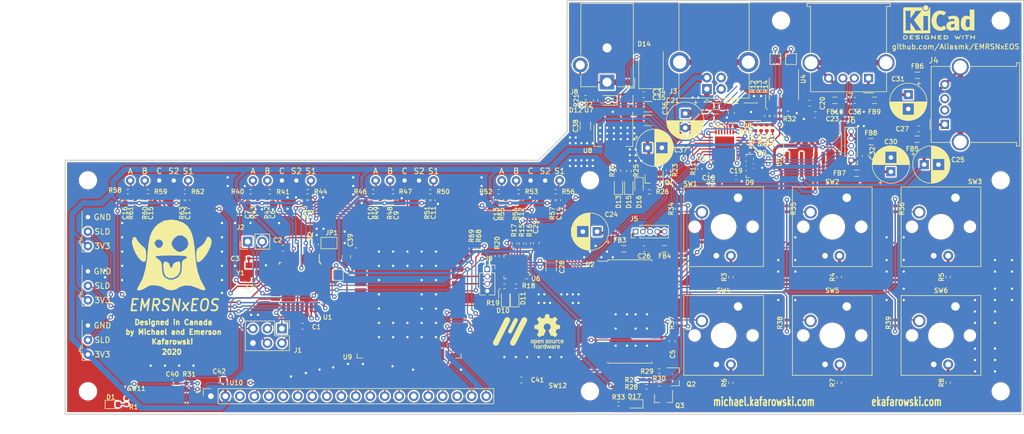
<source format=kicad_pcb>
(kicad_pcb (version 20171130) (host pcbnew "(5.1.7)-1")
  (layers (0 F.Cu signal) (31 B.Cu signal) (34 B.Paste user) (35 F.Paste user) (36 B.SilkS user hide) (37 F.SilkS user) (38 B.Mask user hide) (39 F.Mask user hide) (44 Edge.Cuts user))
  (net 0 "")
  (net 1 GND)
  (net 2 +3V3)
  (net 3 +5V)
  (net 4 "/USB Hub and Serial Converter/VBUS_A")
  (net 5 "/USB Hub and Serial Converter/VBUS_C")
  (net 6 "/USB Hub and Serial Converter/VBUS_D")
  (net 7 "/USB Hub and Serial Converter/VBUS_B")
  (net 8 "Net-(C1-Pad1)")
  (net 9 /Peripherals/XTAL1)
  (net 10 /Peripherals/XTAL2)
  (net 11 /Peripherals/ENC2_B)
  (net 12 /Peripherals/ENC2_A)
  (net 13 /Peripherals/ENC2_SW)
  (net 14 /Peripherals/ENC3_B)
  (net 15 /Peripherals/ENC3_A)
  (net 16 /Peripherals/ENC3_SW)
  (net 17 /Peripherals/ENC4_B)
  (net 18 /Peripherals/ENC4_A)
  (net 19 /Peripherals/ENC4_SW)
  (net 20 /Peripherals/ENC1_B)
  (net 21 /Peripherals/ENC1_A)
  (net 22 /Peripherals/ENC1_SW)
  (net 23 "/USB Hub and Serial Converter/XIN")
  (net 24 "/USB Hub and Serial Converter/XOUT")
  (net 25 "Net-(C21-Pad1)")
  (net 26 VBUS)
  (net 27 "Net-(C26-Pad1)")
  (net 28 "Net-(C27-Pad1)")
  (net 29 "Net-(C32-Pad1)")
  (net 30 "Net-(C33-Pad1)")
  (net 31 /Power/VCC_IN)
  (net 32 /Core/EN)
  (net 33 /Core/BOOT)
  (net 34 "Net-(D1-Pad2)")
  (net 35 "/USB Hub and Serial Converter/DIN_N")
  (net 36 "/USB Hub and Serial Converter/DIN_P")
  (net 37 "/USB Hub and Serial Converter/D4N")
  (net 38 "/USB Hub and Serial Converter/D4P")
  (net 39 "/USB Hub and Serial Converter/D3N")
  (net 40 "/USB Hub and Serial Converter/D3P")
  (net 41 "/USB Hub and Serial Converter/D2N")
  (net 42 "/USB Hub and Serial Converter/D2P")
  (net 43 "/USB Hub and Serial Converter/D1N")
  (net 44 "/USB Hub and Serial Converter/D1P")
  (net 45 "Net-(D10-Pad2)")
  (net 46 "Net-(D11-Pad2)")
  (net 47 "Net-(D12-Pad2)")
  (net 48 /Peripherals/~RESET)
  (net 49 /Peripherals/CODI)
  (net 50 /Peripherals/SCLK)
  (net 51 /Peripherals/CIDO)
  (net 52 /Peripherals/RXD)
  (net 53 /Peripherals/TXD)
  (net 54 "Net-(J3-Pad5)")
  (net 55 "Net-(J4-Pad3)")
  (net 56 "Net-(J4-Pad2)")
  (net 57 /Core/RXD0)
  (net 58 "/USB Hub and Serial Converter/RXD")
  (net 59 "Net-(Q1-Pad1)")
  (net 60 "Net-(Q2-Pad2)")
  (net 61 "Net-(Q2-Pad1)")
  (net 62 LED_Power)
  (net 63 "Net-(Q3-Pad2)")
  (net 64 /Peripherals/LED)
  (net 65 "Net-(R3-Pad2)")
  (net 66 "Net-(R4-Pad2)")
  (net 67 "Net-(R5-Pad2)")
  (net 68 "Net-(R6-Pad2)")
  (net 69 "Net-(R7-Pad2)")
  (net 70 "Net-(R8-Pad2)")
  (net 71 "Net-(R9-Pad2)")
  (net 72 "Net-(R10-Pad2)")
  (net 73 "Net-(R11-Pad2)")
  (net 74 "/USB Hub and Serial Converter/EEPROM_SDA")
  (net 75 "/USB Hub and Serial Converter/EEPROM_SCL")
  (net 76 "/USB Hub and Serial Converter/VBUS_SENSE")
  (net 77 "Net-(R17-Pad1)")
  (net 78 "Net-(R18-Pad1)")
  (net 79 "Net-(R19-Pad1)")
  (net 80 /Core/SUSPEND_SENSE)
  (net 81 /Power/SELF_POWER)
  (net 82 /Core/LED_PWM)
  (net 83 /Peripherals/SW_6)
  (net 84 /Peripherals/SW_3)
  (net 85 /Peripherals/SW_5)
  (net 86 /Peripherals/SW_2)
  (net 87 /Peripherals/SW_4)
  (net 88 /Peripherals/SW_1)
  (net 89 /Peripherals/SLD1)
  (net 90 /Peripherals/SLD2)
  (net 91 /Peripherals/SLD3)
  (net 92 /Peripherals/SPARE)
  (net 93 /Core/SCL)
  (net 94 /Core/SDA)
  (net 95 "Net-(U2-Pad28)")
  (net 96 "Net-(U2-Pad27)")
  (net 97 /Core/BTN_INT)
  (net 98 "Net-(U2-Pad19)")
  (net 99 "Net-(U2-Pad14)")
  (net 100 "Net-(U2-Pad11)")
  (net 101 "Net-(U2-Pad8)")
  (net 102 "Net-(U2-Pad7)")
  (net 103 "Net-(U3-Pad27)")
  (net 104 "Net-(U6-Pad16)")
  (net 105 "Net-(U6-Pad15)")
  (net 106 "Net-(U6-Pad13)")
  (net 107 "Net-(U6-Pad11)")
  (net 108 "Net-(U6-Pad10)")
  (net 109 "Net-(U6-Pad2)")
  (net 110 "Net-(U6-Pad1)")
  (net 111 /Core/OLED_D7)
  (net 112 "Net-(U9-Pad32)")
  (net 113 /Core/OLED_D6)
  (net 114 /Core/OLED_D5)
  (net 115 /Core/OLED_RW)
  (net 116 /Core/OLED_D4)
  (net 117 /Core/OLED_D3)
  (net 118 /Core/OLED_DC)
  (net 119 /Core/OLED_D2)
  (net 120 "Net-(U9-Pad22)")
  (net 121 "Net-(U9-Pad21)")
  (net 122 "Net-(U9-Pad20)")
  (net 123 "Net-(U9-Pad19)")
  (net 124 "Net-(U9-Pad18)")
  (net 125 "Net-(U9-Pad17)")
  (net 126 /Core/OLED_D0)
  (net 127 /Core/OLED_EN)
  (net 128 /Core/OLED_D1)
  (net 129 "Net-(U9-Pad5)")
  (net 130 "Net-(U9-Pad4)")
  (net 131 "Net-(U10-Pad18)")
  (net 132 "Net-(U10-Pad15)")
  (net 133 "Net-(U10-Pad3)")
  (net 134 "Net-(R40-Pad1)")
  (net 135 "Net-(R41-Pad1)")
  (net 136 "Net-(R44-Pad1)")
  (net 137 "Net-(R46-Pad1)")
  (net 138 "Net-(R47-Pad1)")
  (net 139 "Net-(R50-Pad1)")
  (net 140 "Net-(R52-Pad1)")
  (net 141 "Net-(R53-Pad1)")
  (net 142 "Net-(R56-Pad1)")
  (net 143 "Net-(R58-Pad1)")
  (net 144 "Net-(R59-Pad1)")
  (net 145 "Net-(R62-Pad1)")
  (net 146 "/USB Hub and Serial Converter/~OVR1")
  (net 147 "/USB Hub and Serial Converter/~OVR2")
  (net 148 "/USB Hub and Serial Converter/~OVR3")
  (net 149 "/USB Hub and Serial Converter/~OVR4")
  (net 150 "Net-(U2-Pad6)")
  (net 151 "Net-(U2-Pad5)")
  (net 152 "Net-(C21-Pad2)")
  (net 153 "Net-(C26-Pad2)")
  (net 154 "Net-(C27-Pad2)")
  (net 155 "Net-(C32-Pad2)")
  (net 156 "Net-(C33-Pad2)")
  (net 157 /Core/OLED_BS1)
  (net 158 /Core/OLED_BS2)
  (net 159 /Core/OLED_~CS)
  (net 160 /Core/OLED_~RESET)
  (net 161 "Net-(D9-Pad5)")
  (net 162 "Net-(D9-Pad4)")
  (net 163 "Net-(D9-Pad2)")
  (net 164 "Net-(D9-Pad1)")
  (net 165 "Net-(D13-Pad2)")
  (net 166 "Net-(D15-Pad2)")
  (net 167 "Net-(D16-Pad2)")
  (net 168 "Net-(R14-Pad2)")
  (net 169 "Net-(D17-Pad2)")
  (net 170 /Core/LED)
  (module Resistor_SMD:R_0402_1005Metric (layer F.Cu) (at 136.22 102 270)
    (fp_text reference R69 (at -2.25 -0.03 90) (layer F.SilkS) (effects (font (size 0.8 0.8))))
    (fp_text value 10k)
    (pad 2 smd roundrect (at 0.51 0 270) (size 0.54 0.64) (layers F.Cu F.Paste F.Mask) (net 93 /Core/SCL))
    (pad 1 smd roundrect (at -0.51 0 270) (size 0.54 0.64) (layers F.Cu F.Paste F.Mask) (net 2 +3V3))
  )
  (module Resistor_SMD:R_0402_1005Metric (layer F.Cu) (at 137.5 102 270)
    (fp_text reference R68 (at -2.25 0 90) (layer F.SilkS) (effects (font (size 0.8 0.8))))
    (fp_text value 10k)
    (pad 2 smd roundrect (at 0.51 0 270) (size 0.54 0.64) (layers F.Cu F.Paste F.Mask) (net 94 /Core/SDA))
    (pad 1 smd roundrect (at -0.51 0 270) (size 0.54 0.64) (layers F.Cu F.Paste F.Mask) (net 2 +3V3))
  )
  (module Resistor_SMD:R_0402_1005Metric (layer F.Cu) (at 162 129.2)
    (fp_text reference R33 (at 0 -1.17) (layer F.SilkS) (effects (font (size 0.8 0.8))))
    (fp_text value 270R)
    (pad 2 smd roundrect (at 0.51 0) (size 0.54 0.64) (layers F.Cu F.Paste F.Mask) (net 169 "Net-(D17-Pad2)"))
    (pad 1 smd roundrect (at -0.51 0) (size 0.54 0.64) (layers F.Cu F.Paste F.Mask) (net 170 /Core/LED))
  )
  (module LED_SMD:LED_0603_1608Metric (layer F.Cu) (at 164.8 129.2 180)
    (fp_text reference D17 (at 0 1.3) (layer F.SilkS) (effects (font (size 0.8 0.8))))
    (fp_text value LED)
    (pad 2 smd roundrect (at 0.7875 0 180) (size 0.875 0.95) (layers F.Cu F.Paste F.Mask) (net 169 "Net-(D17-Pad2)"))
    (pad 1 smd roundrect (at -0.7875 0 180) (size 0.875 0.95) (layers F.Cu F.Paste F.Mask) (net 1 GND))
  )
  (module Symbol:KiCad-Logo2_5mm_SilkScreen (layer F.Cu) (at 218.2 62.3)
    (fp_text reference H11 hide)
    (fp_text value MountingHole hide)
  )
  (module Resistor_SMD:R_0402_1005Metric (layer F.Cu) (at 191.75 78.25 180)
    (fp_text reference R32 (at -0.25 -1) (layer F.SilkS) (effects (font (size 0.8 0.8))))
    (fp_text value 10K)
    (pad 2 smd roundrect (at 0.51 0 180) (size 0.54 0.64) (layers F.Cu F.Paste F.Mask) (net 168 "Net-(R14-Pad2)"))
    (pad 1 smd roundrect (at -0.51 0 180) (size 0.54 0.64) (layers F.Cu F.Paste F.Mask) (net 1 GND))
  )
  (module Package_SO:SOIC-8_3.9x4.9mm_P1.27mm (layer F.Cu) (at 191 74 270)
    (fp_text reference U4 (at -1.75 -3.4 270) (layer F.SilkS) (effects (font (size 0.8 0.8))))
    (fp_text value 24LC02)
    (pad 8 smd roundrect (at 2.475 -1.905 270) (size 1.95 0.6) (layers F.Cu F.Paste F.Mask) (net 2 +3V3))
    (pad 7 smd roundrect (at 2.475 -0.635 270) (size 1.95 0.6) (layers F.Cu F.Paste F.Mask) (net 168 "Net-(R14-Pad2)"))
    (pad 6 smd roundrect (at 2.475 0.635 270) (size 1.95 0.6) (layers F.Cu F.Paste F.Mask) (net 75 "/USB Hub and Serial Converter/EEPROM_SCL"))
    (pad 5 smd roundrect (at 2.475 1.905 270) (size 1.95 0.6) (layers F.Cu F.Paste F.Mask) (net 74 "/USB Hub and Serial Converter/EEPROM_SDA"))
    (pad 4 smd roundrect (at -2.475 1.905 270) (size 1.95 0.6) (layers F.Cu F.Paste F.Mask) (net 1 GND))
    (pad 3 smd roundrect (at -2.475 0.635 270) (size 1.95 0.6) (layers F.Cu F.Paste F.Mask) (net 1 GND))
    (pad 2 smd roundrect (at -2.475 -0.635 270) (size 1.95 0.6) (layers F.Cu F.Paste F.Mask) (net 1 GND))
    (pad 1 smd roundrect (at -2.475 -1.905 270) (size 1.95 0.6) (layers F.Cu F.Paste F.Mask) (net 1 GND))
  )
  (module TestPoint:TestPoint_Pad_1.5x1.5mm (layer F.Cu) (at 192.25 68.75)
    (fp_text reference TP3 hide)
    (fp_text value TestPoint)
    (pad 1 smd rect (at 0 0) (size 1.5 1.5) (layers F.Cu F.Mask) (net 75 "/USB Hub and Serial Converter/EEPROM_SCL"))
  )
  (module TestPoint:TestPoint_Pad_1.5x1.5mm (layer F.Cu) (at 189.5 68.75)
    (fp_text reference TP2 hide)
    (fp_text value TestPoint)
    (pad 1 smd rect (at 0 0) (size 1.5 1.5) (layers F.Cu F.Mask) (net 74 "/USB Hub and Serial Converter/EEPROM_SDA"))
  )
  (module Resistor_SMD:R_0402_1005Metric (layer F.Cu) (at 190.25 78.74 90)
    (fp_text reference R14 (at 5.14 -2.45 90) (layer F.SilkS) (effects (font (size 0.8 0.8))))
    (fp_text value DNP)
    (pad 2 smd roundrect (at 0.51 0 90) (size 0.54 0.64) (layers F.Cu F.Paste F.Mask) (net 168 "Net-(R14-Pad2)"))
    (pad 1 smd roundrect (at -0.51 0 90) (size 0.54 0.64) (layers F.Cu F.Paste F.Mask) (net 2 +3V3))
  )
  (module Resistor_SMD:R_0402_1005Metric (layer F.Cu) (at 189 78.75 270)
    (fp_text reference R13 (at -5.15 2.3 90) (layer F.SilkS) (effects (font (size 0.8 0.8))))
    (fp_text value 10k)
    (pad 2 smd roundrect (at 0.51 0 270) (size 0.54 0.64) (layers F.Cu F.Paste F.Mask) (net 2 +3V3))
    (pad 1 smd roundrect (at -0.51 0 270) (size 0.54 0.64) (layers F.Cu F.Paste F.Mask) (net 75 "/USB Hub and Serial Converter/EEPROM_SCL"))
  )
  (module Resistor_SMD:R_0402_1005Metric (layer F.Cu) (at 188 78.74 270)
    (fp_text reference R12 (at -5.14 2.4 90) (layer F.SilkS) (effects (font (size 0.8 0.8))))
    (fp_text value 10k)
    (pad 2 smd roundrect (at 0.51 0 270) (size 0.54 0.64) (layers F.Cu F.Paste F.Mask) (net 2 +3V3))
    (pad 1 smd roundrect (at -0.51 0 270) (size 0.54 0.64) (layers F.Cu F.Paste F.Mask) (net 74 "/USB Hub and Serial Converter/EEPROM_SDA"))
  )
  (module Symbol:OSHW-Logo_5.7x6mm_SilkScreen (layer F.Cu) (at 149.5 116.5)
    (fp_text reference H10 hide)
    (fp_text value MountingHole hide)
  )
  (module Capacitor_SMD:C_0603_1608Metric (layer F.Cu) (at 196.5 78.5 180)
    (fp_text reference C23 (at -3 -0.75) (layer F.SilkS) (effects (font (size 0.8 0.8))))
    (fp_text value 0.1uF)
    (pad 2 smd roundrect (at 0.775 0 180) (size 0.9 0.95) (layers F.Cu F.Paste F.Mask) (net 3 +5V))
    (pad 1 smd roundrect (at -0.775 0 180) (size 0.9 0.95) (layers F.Cu F.Paste F.Mask) (net 1 GND))
  )
  (module Capacitor_SMD:C_0603_1608Metric (layer F.Cu) (at 195.5 76.5 180)
    (fp_text reference C20 (at -2.25 0 90) (layer F.SilkS) (effects (font (size 0.8 0.8))))
    (fp_text value 0.1uF)
    (pad 2 smd roundrect (at 0.775 0 180) (size 0.9 0.95) (layers F.Cu F.Paste F.Mask) (net 2 +3V3))
    (pad 1 smd roundrect (at -0.775 0 180) (size 0.9 0.95) (layers F.Cu F.Paste F.Mask) (net 1 GND))
  )
  (module Connector_USB:USB_A_Molex_67643_Horizontal (layer F.Cu) (at 205.83393 72.1 180)
    (fp_text reference J7 (at 3.5 -3.19 180) (layer F.SilkS))
    (fp_text value USB_A)
    (pad 4 thru_hole circle (at 7 0 180) (size 1.6 1.6) (drill 0.95) (layers *.Cu *.Mask) (net 156 "Net-(C33-Pad2)"))
    (pad 3 thru_hole circle (at 4.5 0 180) (size 1.6 1.6) (drill 0.95) (layers *.Cu *.Mask) (net 38 "/USB Hub and Serial Converter/D4P"))
    (pad 2 thru_hole circle (at 2.5 0 180) (size 1.6 1.6) (drill 0.95) (layers *.Cu *.Mask) (net 37 "/USB Hub and Serial Converter/D4N"))
    (pad 1 thru_hole rect (at 0 0 180) (size 1.6 1.5) (drill 0.95) (layers *.Cu *.Mask) (net 30 "Net-(C33-Pad1)"))
    (pad 5 thru_hole circle (at 10.07 2.71 180) (size 3 3) (drill 2.3) (layers *.Cu *.Mask) (net 156 "Net-(C33-Pad2)"))
    (pad 5 thru_hole circle (at -3.07 2.71 180) (size 3 3) (drill 2.3) (layers *.Cu *.Mask) (net 156 "Net-(C33-Pad2)"))
  )
  (module Connector_USB:USB_A_Molex_67643_Horizontal (layer F.Cu) (at 219.2 80.2 90)
    (fp_text reference J4 (at 11.2 -1.95 180) (layer F.SilkS))
    (fp_text value USB_A)
    (pad 4 thru_hole circle (at 7 0 90) (size 1.6 1.6) (drill 0.95) (layers *.Cu *.Mask) (net 154 "Net-(C27-Pad2)"))
    (pad 3 thru_hole circle (at 4.5 0 90) (size 1.6 1.6) (drill 0.95) (layers *.Cu *.Mask) (net 55 "Net-(J4-Pad3)"))
    (pad 2 thru_hole circle (at 2.5 0 90) (size 1.6 1.6) (drill 0.95) (layers *.Cu *.Mask) (net 56 "Net-(J4-Pad2)"))
    (pad 1 thru_hole rect (at 0 0 90) (size 1.6 1.5) (drill 0.95) (layers *.Cu *.Mask) (net 28 "Net-(C27-Pad1)"))
    (pad 5 thru_hole circle (at 10.07 2.71 90) (size 3 3) (drill 2.3) (layers *.Cu *.Mask) (net 154 "Net-(C27-Pad2)"))
    (pad 5 thru_hole circle (at -3.07 2.71 90) (size 3 3) (drill 2.3) (layers *.Cu *.Mask) (net 154 "Net-(C27-Pad2)"))
  )
  (module Connector_BarrelJack:BarrelJack_CUI_PJ-102AH_Horizontal (layer F.Cu) (at 160 72.8 180)
    (fp_text reference J8 (at 5.75 -1.7) (layer F.SilkS) (effects (font (size 0.8 0.8))))
    (fp_text value Barrel_Jack_Switch)
    (pad 3 thru_hole circle (at 4.7 3 180) (size 2.6 2.6) (drill 1.6) (layers *.Cu *.Mask) (net 81 /Power/SELF_POWER))
    (pad 2 thru_hole circle (at 0 6 180) (size 2.6 2.6) (drill 1.6) (layers *.Cu *.Mask) (net 1 GND))
    (pad 1 thru_hole rect (at 0 0 180) (size 2.6 2.6) (drill 1.6) (layers *.Cu *.Mask) (net 31 /Power/VCC_IN))
  )
  (module Connector_USB:USB_B_OST_USB-B1HSxx_Horizontal (layer F.Cu) (at 177.5 74 90)
    (fp_text reference J3 (at -0.4 -5.9 180) (layer F.SilkS) (effects (font (size 0.8 0.8))))
    (fp_text value USB_B)
    (pad 5 thru_hole circle (at 4.71 7.27 90) (size 3.5 3.5) (drill 2.33) (layers *.Cu *.Mask) (net 54 "Net-(J3-Pad5)"))
    (pad 5 thru_hole circle (at 4.71 -4.77 90) (size 3.5 3.5) (drill 2.33) (layers *.Cu *.Mask) (net 54 "Net-(J3-Pad5)"))
    (pad 4 thru_hole circle (at 2 0 90) (size 1.7 1.7) (drill 0.92) (layers *.Cu *.Mask) (net 152 "Net-(C21-Pad2)"))
    (pad 3 thru_hole circle (at 2 2.5 90) (size 1.7 1.7) (drill 0.92) (layers *.Cu *.Mask) (net 36 "/USB Hub and Serial Converter/DIN_P"))
    (pad 2 thru_hole circle (at 0 2.5 90) (size 1.7 1.7) (drill 0.92) (layers *.Cu *.Mask) (net 35 "/USB Hub and Serial Converter/DIN_N"))
    (pad 1 thru_hole rect (at 0 0 90) (size 1.7 1.7) (drill 0.92) (layers *.Cu *.Mask) (net 25 "Net-(C21-Pad1)"))
  )
  (module MK_Library:SW_Cherry_MX_Single_LED (layer F.Cu) (at 202.02 112.12)
    (fp_text reference SW5 (at -2.54 -2.794) (layer F.SilkS) (effects (font (size 0.8 0.8))))
    (fp_text value SW_Push_LED)
    (pad 1 thru_hole circle (at 0 0) (size 2.2 2.2) (drill 1.5) (layers *.Cu *.Mask) (net 1 GND))
    (pad 2 thru_hole circle (at -6.35 2.54) (size 2.2 2.2) (drill 1.5) (layers *.Cu *.Mask) (net 85 /Peripherals/SW_5))
    (pad "" np_thru_hole circle (at -2.54 5.08) (size 4 4) (drill 4) (layers *.Cu *.Mask))
    (pad "" np_thru_hole circle (at -7.62 5.08) (size 1.7 1.7) (drill 1.7) (layers *.Cu *.Mask))
    (pad "" np_thru_hole circle (at 2.54 5.08) (size 1.7 1.7) (drill 1.7) (layers *.Cu *.Mask))
    (pad 3 thru_hole circle (at -3.81 10.16) (size 1.75 1.75) (drill 1) (layers *.Cu *.Mask) (net 1 GND))
    (pad 4 thru_hole circle (at -1.27 10.16) (size 1.75 1.75) (drill 1) (layers *.Cu *.Mask) (net 69 "Net-(R7-Pad2)"))
  )
  (module Package_TO_SOT_SMD:SOT-223-3_TabPin2 (layer F.Cu) (at 161.1 82.15 270)
    (fp_text reference U8 (at 2.65 4.5 180) (layer F.SilkS) (effects (font (size 0.8 0.8))))
    (fp_text value AP2114HA-3.3TRG1)
    (pad 1 smd rect (at -3.15 -2.3 270) (size 2 1.5) (layers F.Cu F.Paste F.Mask) (net 3 +5V))
    (pad 3 smd rect (at -3.15 2.3 270) (size 2 1.5) (layers F.Cu F.Paste F.Mask) (net 2 +3V3))
    (pad 2 smd rect (at -3.15 0 270) (size 2 1.5) (layers F.Cu F.Paste F.Mask) (net 1 GND))
    (pad 2 smd rect (at 3.15 0 270) (size 2 3.8) (layers F.Cu F.Paste F.Mask) (net 1 GND))
  )
  (module Capacitor_SMD:C_1206_3216Metric (layer F.Cu) (at 150.2 105.2 90)
    (fp_text reference C28 (at 0 1.9 90) (layer F.SilkS) (effects (font (size 0.8 0.8))))
    (fp_text value 4.7uF)
    (pad 2 smd roundrect (at 1.475 0 90) (size 1.15 1.8) (layers F.Cu F.Paste F.Mask) (roundrect_rratio 0.2173904347826087) (net 2 +3V3))
    (pad 1 smd roundrect (at -1.475 0 90) (size 1.15 1.8) (layers F.Cu F.Paste F.Mask) (roundrect_rratio 0.2173904347826087) (net 1 GND))
  )
  (module TestPoint:TestPoint_Pad_1.5x1.5mm (layer F.Cu) (at 112.8 106.6)
    (fp_text reference TP1 hide)
    (fp_text value TestPoint)
    (pad 1 smd rect (at 0 0) (size 1.5 1.5) (layers F.Cu F.Mask) (net 92 /Peripherals/SPARE))
  )
  (module Resistor_SMD:R_0402_1005Metric (layer F.Cu) (at 167.4 92)
    (fp_text reference R26 (at 2.3 0) (layer F.SilkS) (effects (font (size 0.8 0.8))))
    (fp_text value 270R)
    (pad 2 smd roundrect (at 0.51 0) (size 0.54 0.64) (layers F.Cu F.Paste F.Mask) (net 26 VBUS))
    (pad 1 smd roundrect (at -0.51 0) (size 0.54 0.64) (layers F.Cu F.Paste F.Mask) (net 167 "Net-(D16-Pad2)"))
  )
  (module Resistor_SMD:R_0402_1005Metric (layer F.Cu) (at 163.8 88.4 90)
    (fp_text reference R25 (at 0.1 1.3 270) (layer F.SilkS) (effects (font (size 0.8 0.8))))
    (fp_text value 270R)
    (pad 2 smd roundrect (at 0.51 0 90) (size 0.54 0.64) (layers F.Cu F.Paste F.Mask) (net 3 +5V))
    (pad 1 smd roundrect (at -0.51 0 90) (size 0.54 0.64) (layers F.Cu F.Paste F.Mask) (net 166 "Net-(D15-Pad2)"))
  )
  (module Resistor_SMD:R_0402_1005Metric (layer F.Cu) (at 162 88.31 90)
    (fp_text reference R24 (at 0.01 -1.1 90) (layer F.SilkS) (effects (font (size 0.8 0.8))))
    (fp_text value 270R)
    (pad 2 smd roundrect (at 0.51 0 90) (size 0.54 0.64) (layers F.Cu F.Paste F.Mask) (net 2 +3V3))
    (pad 1 smd roundrect (at -0.51 0 90) (size 0.54 0.64) (layers F.Cu F.Paste F.Mask) (net 165 "Net-(D13-Pad2)"))
  )
  (module Connector_PinSocket_1.27mm:PinSocket_1x04_P1.27mm_Vertical (layer F.Cu) (at 139 105.6)
    (fp_text reference J9 (at 0.25 -1.85) (layer F.SilkS) (effects (font (size 0.8 0.8))))
    (fp_text value "Programming Header")
    (pad 4 thru_hole oval (at 0 3.81) (size 1 1) (drill 0.7) (layers *.Cu *.Mask) (net 1 GND))
    (pad 3 thru_hole oval (at 0 2.54) (size 1 1) (drill 0.7) (layers *.Cu *.Mask) (net 57 /Core/RXD0))
    (pad 2 thru_hole oval (at 0 1.27) (size 1 1) (drill 0.7) (layers *.Cu *.Mask) (net 58 "/USB Hub and Serial Converter/RXD"))
    (pad 1 thru_hole rect (at 0 0) (size 1 1) (drill 0.7) (layers *.Cu *.Mask) (net 2 +3V3))
  )
  (module LED_SMD:LED_0603_1608Metric (layer F.Cu) (at 165.6 91 270)
    (fp_text reference D16 (at 2.8 0 90) (layer F.SilkS) (effects (font (size 0.8 0.8))))
    (fp_text value LED)
    (pad 2 smd roundrect (at 0.7875 0 270) (size 0.875 0.95) (layers F.Cu F.Paste F.Mask) (net 167 "Net-(D16-Pad2)"))
    (pad 1 smd roundrect (at -0.7875 0 270) (size 0.875 0.95) (layers F.Cu F.Paste F.Mask) (net 1 GND))
  )
  (module LED_SMD:LED_0603_1608Metric (layer F.Cu) (at 163.8 91 90)
    (fp_text reference D15 (at -2.8 0 90) (layer F.SilkS) (effects (font (size 0.8 0.8))))
    (fp_text value LED)
    (pad 2 smd roundrect (at 0.7875 0 90) (size 0.875 0.95) (layers F.Cu F.Paste F.Mask) (net 166 "Net-(D15-Pad2)"))
    (pad 1 smd roundrect (at -0.7875 0 90) (size 0.875 0.95) (layers F.Cu F.Paste F.Mask) (net 1 GND))
  )
  (module LED_SMD:LED_0603_1608Metric (layer F.Cu) (at 162 91 90)
    (fp_text reference D13 (at -2.8 0 90) (layer F.SilkS) (effects (font (size 0.8 0.8))))
    (fp_text value LED)
    (pad 2 smd roundrect (at 0.7875 0 90) (size 0.875 0.95) (layers F.Cu F.Paste F.Mask) (net 165 "Net-(D13-Pad2)"))
    (pad 1 smd roundrect (at -0.7875 0 90) (size 0.875 0.95) (layers F.Cu F.Paste F.Mask) (net 1 GND))
  )
  (module Resistor_SMD:R_0402_1005Metric (layer F.Cu) (at 122.5 92)
    (fp_text reference R47 (at 2.15 0) (layer F.SilkS) (effects (font (size 0.8 0.8))))
    (fp_text value 10K)
    (pad 2 smd roundrect (at 0.51 0) (size 0.54 0.64) (layers F.Cu F.Paste F.Mask) (net 14 /Peripherals/ENC3_B))
    (pad 1 smd roundrect (at -0.51 0) (size 0.54 0.64) (layers F.Cu F.Paste F.Mask) (net 138 "Net-(R47-Pad1)"))
  )
  (module EMRSNxEOS:PEC12RHeader (layer F.Cu) (at 81.5 87.5)
    (fp_text reference SW10 hide)
    (fp_text value Rotary_Encoder_Switch)
    (fp_text user S1 (at 5.08 0.889) (layer F.SilkS))
    (fp_text user S2 (at 2.54 0.889) (layer F.SilkS))
    (fp_text user C (at 0 0.889) (layer F.SilkS))
    (fp_text user B (at -2.54 0.889) (layer F.SilkS))
    (fp_text user A (at -5.08 0.889) (layer F.SilkS))
    (pad A thru_hole circle (at -5.08 2.54) (size 1.524 1.524) (drill 0.762) (layers *.Cu *.Mask) (net 143 "Net-(R58-Pad1)"))
    (pad B thru_hole circle (at -2.54 2.54) (size 1.524 1.524) (drill 0.762) (layers *.Cu *.Mask) (net 144 "Net-(R59-Pad1)"))
    (pad C thru_hole rect (at 0 2.54) (size 1.524 1.524) (drill 0.762) (layers *.Cu *.Mask) (net 1 GND))
    (pad S2 thru_hole rect (at 2.54 2.54) (size 1.524 1.524) (drill 0.762) (layers *.Cu *.Mask) (net 1 GND))
    (pad S1 thru_hole circle (at 5.08 2.54) (size 1.524 1.524) (drill 0.762) (layers *.Cu *.Mask) (net 145 "Net-(R62-Pad1)"))
  )
  (module EMRSNxEOS:PEC12RHeader (layer F.Cu) (at 146.6 87.5)
    (fp_text reference SW9 hide)
    (fp_text value Rotary_Encoder_Switch)
    (fp_text user S1 (at 5.08 0.889) (layer F.SilkS))
    (fp_text user S2 (at 2.54 0.889) (layer F.SilkS))
    (fp_text user C (at 0 0.889) (layer F.SilkS))
    (fp_text user B (at -2.54 0.889) (layer F.SilkS))
    (fp_text user A (at -5.08 0.889) (layer F.SilkS))
    (pad A thru_hole circle (at -5.08 2.54) (size 1.524 1.524) (drill 0.762) (layers *.Cu *.Mask) (net 140 "Net-(R52-Pad1)"))
    (pad B thru_hole circle (at -2.54 2.54) (size 1.524 1.524) (drill 0.762) (layers *.Cu *.Mask) (net 141 "Net-(R53-Pad1)"))
    (pad C thru_hole rect (at 0 2.54) (size 1.524 1.524) (drill 0.762) (layers *.Cu *.Mask) (net 1 GND))
    (pad S2 thru_hole rect (at 2.54 2.54) (size 1.524 1.524) (drill 0.762) (layers *.Cu *.Mask) (net 1 GND))
    (pad S1 thru_hole circle (at 5.08 2.54) (size 1.524 1.524) (drill 0.762) (layers *.Cu *.Mask) (net 142 "Net-(R56-Pad1)"))
  )
  (module EMRSNxEOS:PEC12RHeader (layer F.Cu) (at 124.5 87.5)
    (fp_text reference SW8 hide)
    (fp_text value Rotary_Encoder_Switch)
    (fp_text user S1 (at 5.08 0.889) (layer F.SilkS))
    (fp_text user S2 (at 2.54 0.889) (layer F.SilkS))
    (fp_text user C (at 0 0.889) (layer F.SilkS))
    (fp_text user B (at -2.54 0.889) (layer F.SilkS))
    (fp_text user A (at -5.08 0.889) (layer F.SilkS))
    (pad A thru_hole circle (at -5.08 2.54) (size 1.524 1.524) (drill 0.762) (layers *.Cu *.Mask) (net 137 "Net-(R46-Pad1)"))
    (pad B thru_hole circle (at -2.54 2.54) (size 1.524 1.524) (drill 0.762) (layers *.Cu *.Mask) (net 138 "Net-(R47-Pad1)"))
    (pad C thru_hole rect (at 0 2.54) (size 1.524 1.524) (drill 0.762) (layers *.Cu *.Mask) (net 1 GND))
    (pad S2 thru_hole rect (at 2.54 2.54) (size 1.524 1.524) (drill 0.762) (layers *.Cu *.Mask) (net 1 GND))
    (pad S1 thru_hole circle (at 5.08 2.54) (size 1.524 1.524) (drill 0.762) (layers *.Cu *.Mask) (net 139 "Net-(R50-Pad1)"))
  )
  (module EMRSNxEOS:PEC12RHeader (layer F.Cu) (at 103 87.5)
    (fp_text reference SW7 hide)
    (fp_text value Rotary_Encoder_Switch)
    (fp_text user S1 (at 5.08 0.889) (layer F.SilkS))
    (fp_text user S2 (at 2.54 0.889) (layer F.SilkS))
    (fp_text user C (at 0 0.889) (layer F.SilkS))
    (fp_text user B (at -2.54 0.889) (layer F.SilkS))
    (fp_text user A (at -5.08 0.889) (layer F.SilkS))
    (pad A thru_hole circle (at -5.08 2.54) (size 1.524 1.524) (drill 0.762) (layers *.Cu *.Mask) (net 134 "Net-(R40-Pad1)"))
    (pad B thru_hole circle (at -2.54 2.54) (size 1.524 1.524) (drill 0.762) (layers *.Cu *.Mask) (net 135 "Net-(R41-Pad1)"))
    (pad C thru_hole rect (at 0 2.54) (size 1.524 1.524) (drill 0.762) (layers *.Cu *.Mask) (net 1 GND))
    (pad S2 thru_hole rect (at 2.54 2.54) (size 1.524 1.524) (drill 0.762) (layers *.Cu *.Mask) (net 1 GND))
    (pad S1 thru_hole circle (at 5.08 2.54) (size 1.524 1.524) (drill 0.762) (layers *.Cu *.Mask) (net 136 "Net-(R44-Pad1)"))
  )
  (module Package_SO:SOIC-16_3.9x9.9mm_P1.27mm (layer F.Cu) (at 196 83.5 90)
    (fp_text reference U5 (at -3.3 -5.8 90) (layer F.SilkS) (effects (font (size 0.8 0.8))))
    (fp_text value "MIC2027-2BM ")
    (pad 16 smd roundrect (at 2.475 -4.445 90) (size 1.95 0.6) (layers F.Cu F.Paste F.Mask) (net 147 "/USB Hub and Serial Converter/~OVR2"))
    (pad 15 smd roundrect (at 2.475 -3.175 90) (size 1.95 0.6) (layers F.Cu F.Paste F.Mask) (net 1 GND))
    (pad 14 smd roundrect (at 2.475 -1.905 90) (size 1.95 0.6) (layers F.Cu F.Paste F.Mask) (net 7 "/USB Hub and Serial Converter/VBUS_B"))
    (pad 13 smd roundrect (at 2.475 -0.635 90) (size 1.95 0.6) (layers F.Cu F.Paste F.Mask) (net 3 +5V))
    (pad 12 smd roundrect (at 2.475 0.635 90) (size 1.95 0.6) (layers F.Cu F.Paste F.Mask) (net 1 GND))
    (pad 11 smd roundrect (at 2.475 1.905 90) (size 1.95 0.6) (layers F.Cu F.Paste F.Mask) (net 6 "/USB Hub and Serial Converter/VBUS_D"))
    (pad 10 smd roundrect (at 2.475 3.175 90) (size 1.95 0.6) (layers F.Cu F.Paste F.Mask) (net 1 GND))
    (pad 9 smd roundrect (at 2.475 4.445 90) (size 1.95 0.6) (layers F.Cu F.Paste F.Mask) (net 149 "/USB Hub and Serial Converter/~OVR4"))
    (pad 8 smd roundrect (at -2.475 4.445 90) (size 1.95 0.6) (layers F.Cu F.Paste F.Mask) (net 148 "/USB Hub and Serial Converter/~OVR3"))
    (pad 7 smd roundrect (at -2.475 3.175 90) (size 1.95 0.6) (layers F.Cu F.Paste F.Mask) (net 1 GND))
    (pad 6 smd roundrect (at -2.475 1.905 90) (size 1.95 0.6) (layers F.Cu F.Paste F.Mask) (net 5 "/USB Hub and Serial Converter/VBUS_C"))
    (pad 5 smd roundrect (at -2.475 0.635 90) (size 1.95 0.6) (layers F.Cu F.Paste F.Mask) (net 3 +5V))
    (pad 4 smd roundrect (at -2.475 -0.635 90) (size 1.95 0.6) (layers F.Cu F.Paste F.Mask) (net 1 GND))
    (pad 3 smd roundrect (at -2.475 -1.905 90) (size 1.95 0.6) (layers F.Cu F.Paste F.Mask) (net 4 "/USB Hub and Serial Converter/VBUS_A"))
    (pad 2 smd roundrect (at -2.475 -3.175 90) (size 1.95 0.6) (layers F.Cu F.Paste F.Mask) (net 1 GND))
    (pad 1 smd roundrect (at -2.475 -4.445 90) (size 1.95 0.6) (layers F.Cu F.Paste F.Mask) (net 146 "/USB Hub and Serial Converter/~OVR1"))
  )
  (module Package_DFN_QFN:UDFN-9_1.0x3.8mm_P0.5mm (layer F.Cu) (at 185 87.5 180)
    (fp_text reference D9 (at 0 -2.9) (layer F.SilkS) (effects (font (size 0.8 0.8))))
    (fp_text value DT1240A-08LP3810)
    (pad 9 smd rect (at 0.475 -1.3 180) (size 0.6 0.2) (layers F.Cu F.Paste F.Mask) (net 39 "/USB Hub and Serial Converter/D3N"))
    (pad 8 smd rect (at 0.475 -0.4 180) (size 0.6 0.2) (layers F.Cu F.Paste F.Mask) (net 40 "/USB Hub and Serial Converter/D3P"))
    (pad 7 smd rect (at 0.475 0.4 180) (size 0.6 0.2) (layers F.Cu F.Paste F.Mask) (net 37 "/USB Hub and Serial Converter/D4N"))
    (pad 6 smd rect (at 0.475 1.3 180) (size 0.6 0.2) (layers F.Cu F.Paste F.Mask) (net 38 "/USB Hub and Serial Converter/D4P"))
    (pad 5 smd rect (at -0.475 1.7 180) (size 0.6 0.2) (layers F.Cu F.Paste F.Mask) (net 161 "Net-(D9-Pad5)"))
    (pad 4 smd rect (at -0.475 0.8 180) (size 0.6 0.2) (layers F.Cu F.Paste F.Mask) (net 162 "Net-(D9-Pad4)"))
    (pad 3 smd rect (at -0.475 0 180) (size 0.6 0.2) (layers F.Cu F.Paste F.Mask) (net 1 GND))
    (pad 2 smd rect (at -0.475 -0.8 180) (size 0.6 0.2) (layers F.Cu F.Paste F.Mask) (net 163 "Net-(D9-Pad2)"))
    (pad 1 smd rect (at -0.475 -1.7 180) (size 0.6 0.2) (layers F.Cu F.Paste F.Mask) (net 164 "Net-(D9-Pad1)"))
  )
  (module EMRSNxEOS:Ghost (layer F.Cu) (at 83.6 103.3)
    (fp_text reference H9 hide)
    (fp_text value MountingHole hide)
  )
  (module Connector_PinHeader_1.27mm:PinHeader_1x05_P1.27mm_Vertical (layer F.Cu) (at 202.8 86.5 180)
    (fp_text reference J6 (at 0.05 7) (layer F.SilkS))
    (fp_text value USB_A)
    (pad 5 thru_hole oval (at 0 5.08 180) (size 1 1) (drill 0.65) (layers *.Cu *.Mask) (net 155 "Net-(C32-Pad2)"))
    (pad 4 thru_hole oval (at 0 3.81 180) (size 1 1) (drill 0.65) (layers *.Cu *.Mask) (net 155 "Net-(C32-Pad2)"))
    (pad 3 thru_hole oval (at 0 2.54 180) (size 1 1) (drill 0.65) (layers *.Cu *.Mask) (net 40 "/USB Hub and Serial Converter/D3P"))
    (pad 2 thru_hole oval (at 0 1.27 180) (size 1 1) (drill 0.65) (layers *.Cu *.Mask) (net 39 "/USB Hub and Serial Converter/D3N"))
    (pad 1 thru_hole rect (at 0 0 180) (size 1 1) (drill 0.65) (layers *.Cu *.Mask) (net 29 "Net-(C32-Pad1)"))
  )
  (module Connector_PinHeader_1.27mm:PinHeader_1x05_P1.27mm_Vertical (layer F.Cu) (at 165 99 90)
    (fp_text reference J5 (at 2.25 -0.25 180) (layer F.SilkS) (effects (font (size 0.8 0.8))))
    (fp_text value USB_A)
    (pad 5 thru_hole oval (at 0 5.08 90) (size 1 1) (drill 0.65) (layers *.Cu *.Mask) (net 153 "Net-(C26-Pad2)"))
    (pad 4 thru_hole oval (at 0 3.81 90) (size 1 1) (drill 0.65) (layers *.Cu *.Mask) (net 153 "Net-(C26-Pad2)"))
    (pad 3 thru_hole oval (at 0 2.54 90) (size 1 1) (drill 0.65) (layers *.Cu *.Mask) (net 42 "/USB Hub and Serial Converter/D2P"))
    (pad 2 thru_hole oval (at 0 1.27 90) (size 1 1) (drill 0.65) (layers *.Cu *.Mask) (net 41 "/USB Hub and Serial Converter/D2N"))
    (pad 1 thru_hole rect (at 0 0 90) (size 1 1) (drill 0.65) (layers *.Cu *.Mask) (net 27 "Net-(C26-Pad1)"))
  )
  (module MountingHole:MountingHole_2.7mm_M2.5 (layer F.Cu) (at 157 90)
    (fp_text reference H8 hide)
    (fp_text value MountingHole)
    (pad 1 np_thru_hole circle (at 0 0) (size 2.7 2.7) (drill 2.7) (layers *.Cu *.Mask))
  )
  (module MountingHole:MountingHole_2.7mm_M2.5 (layer F.Cu) (at 229 90)
    (fp_text reference H7 hide)
    (fp_text value MountingHole)
    (pad 1 np_thru_hole circle (at 0 0) (size 2.7 2.7) (drill 2.7) (layers *.Cu *.Mask))
  )
  (module MountingHole:MountingHole_2.7mm_M2.5 (layer F.Cu) (at 157 127)
    (fp_text reference H6 hide)
    (fp_text value MountingHole)
    (pad 1 np_thru_hole circle (at 0 0) (size 2.7 2.7) (drill 2.7) (layers *.Cu *.Mask))
  )
  (module MountingHole:MountingHole_2.7mm_M2.5 (layer F.Cu) (at 229 62)
    (fp_text reference H5 hide)
    (fp_text value MountingHole)
    (pad 1 np_thru_hole circle (at 0 0) (size 2.7 2.7) (drill 2.7) (layers *.Cu *.Mask))
  )
  (module MountingHole:MountingHole_2.7mm_M2.5 (layer F.Cu) (at 229 127)
    (fp_text reference H4 hide)
    (fp_text value MountingHole)
    (pad 1 np_thru_hole circle (at 0 0) (size 2.7 2.7) (drill 2.7) (layers *.Cu *.Mask))
  )
  (module MountingHole:MountingHole_2.7mm_M2.5 (layer F.Cu) (at 190.5 62)
    (fp_text reference H3 hide)
    (fp_text value MountingHole)
    (pad 1 np_thru_hole circle (at 0 0) (size 2.7 2.7) (drill 2.7) (layers *.Cu *.Mask))
  )
  (module MountingHole:MountingHole_2.7mm_M2.5 (layer F.Cu) (at 69 127)
    (fp_text reference H2 hide)
    (fp_text value MountingHole)
    (pad 1 np_thru_hole circle (at 0 0) (size 2.7 2.7) (drill 2.7) (layers *.Cu *.Mask))
  )
  (module MountingHole:MountingHole_2.7mm_M2.5 (layer F.Cu) (at 69 90)
    (fp_text reference H1 hide)
    (fp_text value MountingHole)
    (pad 1 np_thru_hole circle (at 0 0) (size 2.7 2.7) (drill 2.7) (layers *.Cu *.Mask))
  )
  (module EMRSNxEOS:SliderHeader (layer F.Cu) (at 69 118 90)
    (fp_text reference RV3 hide)
    (fp_text value R_POT)
    (fp_text user GND (at 2.54 2.54) (layer F.SilkS))
    (fp_text user SLD (at 0 2.54) (layer F.SilkS))
    (fp_text user 3V3 (at -2.54 2.54) (layer F.SilkS))
    (pad 1 thru_hole circle (at -2.54 0 90) (size 1.524 1.524) (drill 0.762) (layers *.Cu *.Mask) (net 2 +3V3))
    (pad 3 thru_hole rect (at 2.54 0 90) (size 1.524 1.524) (drill 0.762) (layers *.Cu *.Mask) (net 1 GND))
    (pad 2 thru_hole circle (at 0 0 90) (size 1.524 1.524) (drill 0.762) (layers *.Cu *.Mask) (net 91 /Peripherals/SLD3))
  )
  (module EMRSNxEOS:SliderHeader (layer F.Cu) (at 69 108.5 90)
    (fp_text reference RV2 hide)
    (fp_text value R_POT)
    (fp_text user GND (at 2.54 2.54) (layer F.SilkS))
    (fp_text user SLD (at 0 2.54) (layer F.SilkS))
    (fp_text user 3V3 (at -2.54 2.54) (layer F.SilkS))
    (pad 1 thru_hole circle (at -2.54 0 90) (size 1.524 1.524) (drill 0.762) (layers *.Cu *.Mask) (net 2 +3V3))
    (pad 3 thru_hole rect (at 2.54 0 90) (size 1.524 1.524) (drill 0.762) (layers *.Cu *.Mask) (net 1 GND))
    (pad 2 thru_hole circle (at 0 0 90) (size 1.524 1.524) (drill 0.762) (layers *.Cu *.Mask) (net 90 /Peripherals/SLD2))
  )
  (module EMRSNxEOS:SliderHeader (layer F.Cu) (at 69 99 90)
    (fp_text reference RV1 hide)
    (fp_text value R_POT)
    (fp_text user GND (at 2.54 2.54) (layer F.SilkS))
    (fp_text user SLD (at 0 2.54) (layer F.SilkS))
    (fp_text user 3V3 (at -2.54 2.54) (layer F.SilkS))
    (pad 1 thru_hole circle (at -2.54 0 90) (size 1.524 1.524) (drill 0.762) (layers *.Cu *.Mask) (net 2 +3V3))
    (pad 3 thru_hole rect (at 2.54 0 90) (size 1.524 1.524) (drill 0.762) (layers *.Cu *.Mask) (net 1 GND))
    (pad 2 thru_hole circle (at 0 0 90) (size 1.524 1.524) (drill 0.762) (layers *.Cu *.Mask) (net 89 /Peripherals/SLD1))
  )
  (module Capacitor_SMD:C_0603_1608Metric (layer F.Cu) (at 171.4 118.2 90)
    (fp_text reference C5 (at -2.3 0.1 90) (layer F.SilkS) (effects (font (size 0.8 0.8))))
    (fp_text value 1uF)
    (pad 2 smd roundrect (at 0.775 0 90) (size 0.9 0.95) (layers F.Cu F.Paste F.Mask) (net 2 +3V3))
    (pad 1 smd roundrect (at -0.775 0 90) (size 0.9 0.95) (layers F.Cu F.Paste F.Mask) (net 1 GND))
  )
  (module RF_Module:ESP32-WROOM-32 (layer F.Cu) (at 125.3 111.3)
    (fp_text reference U9 (at -10.8 9.7) (layer F.SilkS) (effects (font (size 0.8 0.8))))
    (fp_text value ESP32-WROOM-32)
    (pad 38 smd rect (at 8.5 -8.255) (size 2 0.9) (layers F.Cu F.Paste F.Mask) (net 1 GND))
    (pad 37 smd rect (at 8.5 -6.985) (size 2 0.9) (layers F.Cu F.Paste F.Mask) (net 93 /Core/SCL))
    (pad 36 smd rect (at 8.5 -5.715) (size 2 0.9) (layers F.Cu F.Paste F.Mask) (net 94 /Core/SDA))
    (pad 35 smd rect (at 8.5 -4.445) (size 2 0.9) (layers F.Cu F.Paste F.Mask) (net 58 "/USB Hub and Serial Converter/RXD"))
    (pad 34 smd rect (at 8.5 -3.175) (size 2 0.9) (layers F.Cu F.Paste F.Mask) (net 57 /Core/RXD0))
    (pad 33 smd rect (at 8.5 -1.905) (size 2 0.9) (layers F.Cu F.Paste F.Mask) (net 80 /Core/SUSPEND_SENSE))
    (pad 32 smd rect (at 8.5 -0.635) (size 2 0.9) (layers F.Cu F.Paste F.Mask) (net 112 "Net-(U9-Pad32)"))
    (pad 31 smd rect (at 8.5 0.635) (size 2 0.9) (layers F.Cu F.Paste F.Mask) (net 97 /Core/BTN_INT))
    (pad 30 smd rect (at 8.5 1.905) (size 2 0.9) (layers F.Cu F.Paste F.Mask) (net 170 /Core/LED))
    (pad 29 smd rect (at 8.5 3.175) (size 2 0.9) (layers F.Cu F.Paste F.Mask) (net 82 /Core/LED_PWM))
    (pad 28 smd rect (at 8.5 4.445) (size 2 0.9) (layers F.Cu F.Paste F.Mask) (net 158 /Core/OLED_BS2))
    (pad 27 smd rect (at 8.5 5.715) (size 2 0.9) (layers F.Cu F.Paste F.Mask) (net 157 /Core/OLED_BS1))
    (pad 26 smd rect (at 8.5 6.985) (size 2 0.9) (layers F.Cu F.Paste F.Mask) (net 159 /Core/OLED_~CS))
    (pad 25 smd rect (at 8.5 8.255) (size 2 0.9) (layers F.Cu F.Paste F.Mask) (net 33 /Core/BOOT))
    (pad 24 smd rect (at 5.715 9.255 90) (size 2 0.9) (layers F.Cu F.Paste F.Mask) (net 160 /Core/OLED_~RESET))
    (pad 23 smd rect (at 4.445 9.255 90) (size 2 0.9) (layers F.Cu F.Paste F.Mask) (net 111 /Core/OLED_D7))
    (pad 22 smd rect (at 3.175 9.255 90) (size 2 0.9) (layers F.Cu F.Paste F.Mask) (net 120 "Net-(U9-Pad22)"))
    (pad 21 smd rect (at 1.905 9.255 90) (size 2 0.9) (layers F.Cu F.Paste F.Mask) (net 121 "Net-(U9-Pad21)"))
    (pad 20 smd rect (at 0.635 9.255 90) (size 2 0.9) (layers F.Cu F.Paste F.Mask) (net 122 "Net-(U9-Pad20)"))
    (pad 19 smd rect (at -0.635 9.255 90) (size 2 0.9) (layers F.Cu F.Paste F.Mask) (net 123 "Net-(U9-Pad19)"))
    (pad 18 smd rect (at -1.905 9.255 90) (size 2 0.9) (layers F.Cu F.Paste F.Mask) (net 124 "Net-(U9-Pad18)"))
    (pad 17 smd rect (at -3.175 9.255 90) (size 2 0.9) (layers F.Cu F.Paste F.Mask) (net 125 "Net-(U9-Pad17)"))
    (pad 16 smd rect (at -4.445 9.255 90) (size 2 0.9) (layers F.Cu F.Paste F.Mask) (net 113 /Core/OLED_D6))
    (pad 15 smd rect (at -5.715 9.255 90) (size 2 0.9) (layers F.Cu F.Paste F.Mask) (net 1 GND))
    (pad 14 smd rect (at -8.5 8.255) (size 2 0.9) (layers F.Cu F.Paste F.Mask) (net 114 /Core/OLED_D5))
    (pad 13 smd rect (at -8.5 6.985) (size 2 0.9) (layers F.Cu F.Paste F.Mask) (net 116 /Core/OLED_D4))
    (pad 12 smd rect (at -8.5 5.715) (size 2 0.9) (layers F.Cu F.Paste F.Mask) (net 117 /Core/OLED_D3))
    (pad 11 smd rect (at -8.5 4.445) (size 2 0.9) (layers F.Cu F.Paste F.Mask) (net 119 /Core/OLED_D2))
    (pad 10 smd rect (at -8.5 3.175) (size 2 0.9) (layers F.Cu F.Paste F.Mask) (net 128 /Core/OLED_D1))
    (pad 9 smd rect (at -8.5 1.905) (size 2 0.9) (layers F.Cu F.Paste F.Mask) (net 126 /Core/OLED_D0))
    (pad 8 smd rect (at -8.5 0.635) (size 2 0.9) (layers F.Cu F.Paste F.Mask) (net 127 /Core/OLED_EN))
    (pad 7 smd rect (at -8.5 -0.635) (size 2 0.9) (layers F.Cu F.Paste F.Mask) (net 115 /Core/OLED_RW))
    (pad 6 smd rect (at -8.5 -1.905) (size 2 0.9) (layers F.Cu F.Paste F.Mask) (net 118 /Core/OLED_DC))
    (pad 5 smd rect (at -8.5 -3.175) (size 2 0.9) (layers F.Cu F.Paste F.Mask) (net 129 "Net-(U9-Pad5)"))
    (pad 4 smd rect (at -8.5 -4.445) (size 2 0.9) (layers F.Cu F.Paste F.Mask) (net 130 "Net-(U9-Pad4)"))
    (pad 3 smd rect (at -8.5 -5.715) (size 2 0.9) (layers F.Cu F.Paste F.Mask) (net 32 /Core/EN))
    (pad 2 smd rect (at -8.5 -6.985) (size 2 0.9) (layers F.Cu F.Paste F.Mask) (net 2 +3V3))
    (pad 1 smd rect (at -8.5 -8.255) (size 2 0.9) (layers F.Cu F.Paste F.Mask) (net 1 GND))
    (pad 39 smd rect (at -1 -0.755) (size 5 5) (layers F.Cu F.Paste F.Mask) (net 1 GND))
  )
  (module Resistor_SMD:R_0402_1005Metric (layer F.Cu) (at 109 101.25 270)
    (fp_text reference R2 (at -1.5 1 90) (layer F.SilkS) (effects (font (size 0.8 0.8))))
    (fp_text value 10k)
    (pad 2 smd roundrect (at 0.51 0 270) (size 0.54 0.64) (layers F.Cu F.Paste F.Mask) (net 48 /Peripherals/~RESET))
    (pad 1 smd roundrect (at -0.51 0 270) (size 0.54 0.64) (layers F.Cu F.Paste F.Mask) (net 2 +3V3))
  )
  (module Jumper:SolderJumper-2_P1.3mm_Open_Pad1.0x1.5mm (layer F.Cu) (at 111.25 101)
    (fp_text reference JP1 (at 0.5 -1.8) (layer F.SilkS) (effects (font (size 0.8 0.8))))
    (fp_text value SolderJumper_2_Open)
    (pad 1 smd rect (at -0.65 0) (size 1 1.5) (layers F.Cu F.Mask) (net 48 /Peripherals/~RESET))
    (pad 2 smd rect (at 0.65 0) (size 1 1.5) (layers F.Cu F.Mask) (net 1 GND))
  )
  (module Connector_PinHeader_2.54mm:PinHeader_1x02_P2.54mm_Vertical (layer F.Cu) (at 97 100.75 90)
    (fp_text reference J2 (at 2.5 -1.25 180) (layer F.SilkS) (effects (font (size 0.8 0.8))))
    (fp_text value UART)
    (pad 2 thru_hole oval (at 0 2.54 90) (size 1.7 1.7) (drill 1) (layers *.Cu *.Mask) (net 52 /Peripherals/RXD))
    (pad 1 thru_hole rect (at 0 0 90) (size 1.7 1.7) (drill 1) (layers *.Cu *.Mask) (net 53 /Peripherals/TXD))
  )
  (module Connector_PinHeader_2.54mm:PinHeader_2x03_P2.54mm_Vertical (layer F.Cu) (at 103 116 270)
    (fp_text reference J1 (at 3.8 -2.8 180) (layer F.SilkS) (effects (font (size 0.8 0.8))))
    (fp_text value "Programming Header")
    (pad 6 thru_hole oval (at 2.54 5.08 270) (size 1.7 1.7) (drill 1) (layers *.Cu *.Mask) (net 1 GND))
    (pad 5 thru_hole oval (at 0 5.08 270) (size 1.7 1.7) (drill 1) (layers *.Cu *.Mask) (net 48 /Peripherals/~RESET))
    (pad 4 thru_hole oval (at 2.54 2.54 270) (size 1.7 1.7) (drill 1) (layers *.Cu *.Mask) (net 49 /Peripherals/CODI))
    (pad 3 thru_hole oval (at 0 2.54 270) (size 1.7 1.7) (drill 1) (layers *.Cu *.Mask) (net 50 /Peripherals/SCLK))
    (pad 2 thru_hole oval (at 2.54 0 270) (size 1.7 1.7) (drill 1) (layers *.Cu *.Mask) (net 2 +3V3))
    (pad 1 thru_hole rect (at 0 0 270) (size 1.7 1.7) (drill 1) (layers *.Cu *.Mask) (net 51 /Peripherals/CIDO))
  )
  (module MK_Library:ECS-120-12-36-AGN (layer F.Cu) (at 180.2 89.5 90)
    (fp_text reference Y2 (at -1.1 -2 180) (layer F.SilkS) (effects (font (size 0.8 0.8))))
    (fp_text value 12MHz)
    (pad 2 smd rect (at -0.85 0.65 90) (size 1.2 1) (layers F.Cu F.Paste F.Mask) (net 1 GND))
    (pad 1 smd rect (at -0.85 -0.65 90) (size 1.2 1) (layers F.Cu F.Paste F.Mask) (net 23 "/USB Hub and Serial Converter/XIN"))
    (pad 2 smd rect (at 0.85 -0.65 90) (size 1.2 1) (layers F.Cu F.Paste F.Mask) (net 1 GND))
    (pad 3 smd rect (at 0.85 0.65 90) (size 1.2 1) (layers F.Cu F.Paste F.Mask) (net 24 "/USB Hub and Serial Converter/XOUT"))
  )
  (module MK_Library:ECS-120-12-36-AGN (layer F.Cu) (at 98.064999 105.564999)
    (fp_text reference Y1 (at -2.314999 0.685001 180) (layer F.SilkS) (effects (font (size 0.8 0.8))))
    (fp_text value 16MHz)
    (pad 2 smd rect (at -0.85 0.65) (size 1.2 1) (layers F.Cu F.Paste F.Mask) (net 1 GND))
    (pad 1 smd rect (at -0.85 -0.65) (size 1.2 1) (layers F.Cu F.Paste F.Mask) (net 9 /Peripherals/XTAL1))
    (pad 2 smd rect (at 0.85 -0.65) (size 1.2 1) (layers F.Cu F.Paste F.Mask) (net 1 GND))
    (pad 3 smd rect (at 0.85 0.65) (size 1.2 1) (layers F.Cu F.Paste F.Mask) (net 10 /Peripherals/XTAL2))
  )
  (module Capacitor_SMD:C_0402_1005Metric (layer F.Cu) (at 97.6 107.5)
    (fp_text reference C4 (at -0.1 1.25) (layer F.SilkS) (effects (font (size 0.8 0.8))))
    (fp_text value 20p)
    (pad 2 smd roundrect (at 0.48 0) (size 0.56 0.62) (layers F.Cu F.Paste F.Mask) (net 10 /Peripherals/XTAL2))
    (pad 1 smd roundrect (at -0.48 0) (size 0.56 0.62) (layers F.Cu F.Paste F.Mask) (net 1 GND))
  )
  (module Capacitor_SMD:C_0402_1005Metric (layer F.Cu) (at 96.7 103.7)
    (fp_text reference C3 (at -1.9 0.05) (layer F.SilkS) (effects (font (size 0.8 0.8))))
    (fp_text value 20p)
    (pad 2 smd roundrect (at 0.48 0) (size 0.56 0.62) (layers F.Cu F.Paste F.Mask) (net 9 /Peripherals/XTAL1))
    (pad 1 smd roundrect (at -0.48 0) (size 0.56 0.62) (layers F.Cu F.Paste F.Mask) (net 1 GND))
  )
  (module Package_QFP:TQFP-32_7x7mm_P0.8mm (layer F.Cu) (at 106.15 108.05 270)
    (fp_text reference U1 (at 5.95 -4.85 180) (layer F.SilkS) (effects (font (size 0.8 0.8))))
    (fp_text value ATmega328P-PU)
    (pad 32 smd rect (at -2.8 -4.25) (size 1.6 0.55) (layers F.Cu F.Paste F.Mask))
    (pad 31 smd rect (at -2 -4.25) (size 1.6 0.55) (layers F.Cu F.Paste F.Mask))
    (pad 30 smd rect (at -1.2 -4.25) (size 1.6 0.55) (layers F.Cu F.Paste F.Mask))
    (pad 29 smd rect (at -0.4 -4.25) (size 1.6 0.55) (layers F.Cu F.Paste F.Mask))
    (pad 28 smd rect (at 0.4 -4.25) (size 1.6 0.55) (layers F.Cu F.Paste F.Mask) (net 93 /Core/SCL))
    (pad 27 smd rect (at 1.2 -4.25) (size 1.6 0.55) (layers F.Cu F.Paste F.Mask) (net 94 /Core/SDA))
    (pad 26 smd rect (at 2 -4.25) (size 1.6 0.55) (layers F.Cu F.Paste F.Mask) (net 92 /Peripherals/SPARE))
    (pad 25 smd rect (at 2.8 -4.25) (size 1.6 0.55) (layers F.Cu F.Paste F.Mask) (net 89 /Peripherals/SLD1))
    (pad 24 smd rect (at 4.25 -2.8 270) (size 1.6 0.55) (layers F.Cu F.Paste F.Mask) (net 90 /Peripherals/SLD2))
    (pad 23 smd rect (at 4.25 -2 270) (size 1.6 0.55) (layers F.Cu F.Paste F.Mask) (net 91 /Peripherals/SLD3))
    (pad 22 smd rect (at 4.25 -1.2 270) (size 1.6 0.55) (layers F.Cu F.Paste F.Mask) (net 1 GND))
    (pad 21 smd rect (at 4.25 -0.4 270) (size 1.6 0.55) (layers F.Cu F.Paste F.Mask) (net 8 "Net-(C1-Pad1)"))
    (pad 20 smd rect (at 4.25 0.4 270) (size 1.6 0.55) (layers F.Cu F.Paste F.Mask) (net 2 +3V3))
    (pad 19 smd rect (at 4.25 1.2 270) (size 1.6 0.55) (layers F.Cu F.Paste F.Mask) (net 50 /Peripherals/SCLK))
    (pad 18 smd rect (at 4.25 2 270) (size 1.6 0.55) (layers F.Cu F.Paste F.Mask) (net 49 /Peripherals/CODI))
    (pad 17 smd rect (at 4.25 2.8 270) (size 1.6 0.55) (layers F.Cu F.Paste F.Mask) (net 51 /Peripherals/CIDO))
    (pad 16 smd rect (at 2.8 4.25) (size 1.6 0.55) (layers F.Cu F.Paste F.Mask) (net 64 /Peripherals/LED))
    (pad 15 smd rect (at 2 4.25) (size 1.6 0.55) (layers F.Cu F.Paste F.Mask) (net 53 /Peripherals/TXD))
    (pad 14 smd rect (at 1.2 4.25) (size 1.6 0.55) (layers F.Cu F.Paste F.Mask) (net 52 /Peripherals/RXD))
    (pad 13 smd rect (at 0.4 4.25) (size 1.6 0.55) (layers F.Cu F.Paste F.Mask) (net 21 /Peripherals/ENC1_A))
    (pad 12 smd rect (at -0.4 4.25) (size 1.6 0.55) (layers F.Cu F.Paste F.Mask) (net 20 /Peripherals/ENC1_B))
    (pad 11 smd rect (at -1.2 4.25) (size 1.6 0.55) (layers F.Cu F.Paste F.Mask) (net 12 /Peripherals/ENC2_A))
    (pad 10 smd rect (at -2 4.25) (size 1.6 0.55) (layers F.Cu F.Paste F.Mask) (net 10 /Peripherals/XTAL2))
    (pad 9 smd rect (at -2.8 4.25) (size 1.6 0.55) (layers F.Cu F.Paste F.Mask) (net 9 /Peripherals/XTAL1))
    (pad 8 smd rect (at -4.25 2.8 270) (size 1.6 0.55) (layers F.Cu F.Paste F.Mask) (net 1 GND))
    (pad 7 smd rect (at -4.25 2 270) (size 1.6 0.55) (layers F.Cu F.Paste F.Mask) (net 2 +3V3))
    (pad 6 smd rect (at -4.25 1.2 270) (size 1.6 0.55) (layers F.Cu F.Paste F.Mask) (net 11 /Peripherals/ENC2_B))
    (pad 5 smd rect (at -4.25 0.4 270) (size 1.6 0.55) (layers F.Cu F.Paste F.Mask) (net 15 /Peripherals/ENC3_A))
    (pad 4 smd rect (at -4.25 -0.4 270) (size 1.6 0.55) (layers F.Cu F.Paste F.Mask) (net 14 /Peripherals/ENC3_B))
    (pad 3 smd rect (at -4.25 -1.2 270) (size 1.6 0.55) (layers F.Cu F.Paste F.Mask) (net 18 /Peripherals/ENC4_A))
    (pad 2 smd rect (at -4.25 -2 270) (size 1.6 0.55) (layers F.Cu F.Paste F.Mask) (net 17 /Peripherals/ENC4_B))
    (pad 1 smd rect (at -4.25 -2.8 270) (size 1.6 0.55) (layers F.Cu F.Paste F.Mask) (net 48 /Peripherals/~RESET))
  )
  (module Resistor_SMD:R_0402_1005Metric (layer F.Cu) (at 189 80.8 270)
    (fp_text reference R67 (at 2.2 0 90) (layer F.SilkS) (effects (font (size 0.8 0.8))))
    (fp_text value 10k)
    (pad 2 smd roundrect (at 0.51 0 270) (size 0.54 0.64) (layers F.Cu F.Paste F.Mask) (net 149 "/USB Hub and Serial Converter/~OVR4"))
    (pad 1 smd roundrect (at -0.51 0 270) (size 0.54 0.64) (layers F.Cu F.Paste F.Mask) (net 2 +3V3))
  )
  (module Resistor_SMD:R_0402_1005Metric (layer F.Cu) (at 188 80.8 270)
    (fp_text reference R66 (at 2.2 0.08 90) (layer F.SilkS) (effects (font (size 0.8 0.8))))
    (fp_text value 10k)
    (pad 2 smd roundrect (at 0.51 0 270) (size 0.54 0.64) (layers F.Cu F.Paste F.Mask) (net 148 "/USB Hub and Serial Converter/~OVR3"))
    (pad 1 smd roundrect (at -0.51 0 270) (size 0.54 0.64) (layers F.Cu F.Paste F.Mask) (net 2 +3V3))
  )
  (module Resistor_SMD:R_0402_1005Metric (layer F.Cu) (at 187 80.8 270)
    (fp_text reference R65 (at 2.2 0.08 90) (layer F.SilkS) (effects (font (size 0.8 0.8))))
    (fp_text value 10k)
    (pad 2 smd roundrect (at 0.51 0 270) (size 0.54 0.64) (layers F.Cu F.Paste F.Mask) (net 147 "/USB Hub and Serial Converter/~OVR2"))
    (pad 1 smd roundrect (at -0.51 0 270) (size 0.54 0.64) (layers F.Cu F.Paste F.Mask) (net 2 +3V3))
  )
  (module Resistor_SMD:R_0402_1005Metric (layer F.Cu) (at 186 80.8 270)
    (fp_text reference R64 (at 2.2 0.6 90) (layer F.SilkS) (effects (font (size 0.8 0.8))))
    (fp_text value 10k)
    (pad 2 smd roundrect (at 0.51 0 270) (size 0.54 0.64) (layers F.Cu F.Paste F.Mask) (net 146 "/USB Hub and Serial Converter/~OVR1"))
    (pad 1 smd roundrect (at -0.51 0 270) (size 0.54 0.64) (layers F.Cu F.Paste F.Mask) (net 2 +3V3))
  )
  (module Resistor_SMD:R_0402_1005Metric (layer F.Cu) (at 85.5 93.5 90)
    (fp_text reference R63 (at -2.24 0 90) (layer F.SilkS) (effects (font (size 0.8 0.8))))
    (fp_text value 10K)
    (pad 2 smd roundrect (at 0.51 0 90) (size 0.54 0.64) (layers F.Cu F.Paste F.Mask) (net 22 /Peripherals/ENC1_SW))
    (pad 1 smd roundrect (at -0.51 0 90) (size 0.54 0.64) (layers F.Cu F.Paste F.Mask) (net 2 +3V3))
  )
  (module Resistor_SMD:R_0402_1005Metric (layer F.Cu) (at 86 92 180)
    (fp_text reference R62 (at -2.26 0) (layer F.SilkS) (effects (font (size 0.8 0.8))))
    (fp_text value 10K)
    (pad 2 smd roundrect (at 0.51 0 180) (size 0.54 0.64) (layers F.Cu F.Paste F.Mask) (net 22 /Peripherals/ENC1_SW))
    (pad 1 smd roundrect (at -0.51 0 180) (size 0.54 0.64) (layers F.Cu F.Paste F.Mask) (net 145 "Net-(R62-Pad1)"))
  )
  (module Resistor_SMD:R_0402_1005Metric (layer F.Cu) (at 76.5 93.5 270)
    (fp_text reference R61 (at 2.25 0 90) (layer F.SilkS) (effects (font (size 0.8 0.8))))
    (fp_text value 10K)
    (pad 2 smd roundrect (at 0.51 0 270) (size 0.54 0.64) (layers F.Cu F.Paste F.Mask) (net 2 +3V3))
    (pad 1 smd roundrect (at -0.51 0 270) (size 0.54 0.64) (layers F.Cu F.Paste F.Mask) (net 143 "Net-(R58-Pad1)"))
  )
  (module Resistor_SMD:R_0402_1005Metric (layer F.Cu) (at 79 93.5 270)
    (fp_text reference R60 (at 2.24 0 90) (layer F.SilkS) (effects (font (size 0.8 0.8))))
    (fp_text value 10K)
    (pad 2 smd roundrect (at 0.51 0 270) (size 0.54 0.64) (layers F.Cu F.Paste F.Mask) (net 2 +3V3))
    (pad 1 smd roundrect (at -0.51 0 270) (size 0.54 0.64) (layers F.Cu F.Paste F.Mask) (net 144 "Net-(R59-Pad1)"))
  )
  (module Resistor_SMD:R_0402_1005Metric (layer F.Cu) (at 79.5 92)
    (fp_text reference R59 (at 2.26 0) (layer F.SilkS) (effects (font (size 0.8 0.8))))
    (fp_text value 10K)
    (pad 2 smd roundrect (at 0.51 0) (size 0.54 0.64) (layers F.Cu F.Paste F.Mask) (net 20 /Peripherals/ENC1_B))
    (pad 1 smd roundrect (at -0.51 0) (size 0.54 0.64) (layers F.Cu F.Paste F.Mask) (net 144 "Net-(R59-Pad1)"))
  )
  (module Resistor_SMD:R_0402_1005Metric (layer F.Cu) (at 76 92 180)
    (fp_text reference R58 (at 2.25 0.25) (layer F.SilkS) (effects (font (size 0.8 0.8))))
    (fp_text value 10K)
    (pad 2 smd roundrect (at 0.51 0 180) (size 0.54 0.64) (layers F.Cu F.Paste F.Mask) (net 21 /Peripherals/ENC1_A))
    (pad 1 smd roundrect (at -0.51 0 180) (size 0.54 0.64) (layers F.Cu F.Paste F.Mask) (net 143 "Net-(R58-Pad1)"))
  )
  (module Resistor_SMD:R_0402_1005Metric (layer F.Cu) (at 150.5 93.5 90)
    (fp_text reference R57 (at -2.3 -0.1 270) (layer F.SilkS) (effects (font (size 0.8 0.8))))
    (fp_text value 10K)
    (pad 2 smd roundrect (at 0.51 0 90) (size 0.54 0.64) (layers F.Cu F.Paste F.Mask) (net 19 /Peripherals/ENC4_SW))
    (pad 1 smd roundrect (at -0.51 0 90) (size 0.54 0.64) (layers F.Cu F.Paste F.Mask) (net 2 +3V3))
  )
  (module Resistor_SMD:R_0402_1005Metric (layer F.Cu) (at 151 92 180)
    (fp_text reference R56 (at -2.2 0) (layer F.SilkS) (effects (font (size 0.8 0.8))))
    (fp_text value 10K)
    (pad 2 smd roundrect (at 0.51 0 180) (size 0.54 0.64) (layers F.Cu F.Paste F.Mask) (net 19 /Peripherals/ENC4_SW))
    (pad 1 smd roundrect (at -0.51 0 180) (size 0.54 0.64) (layers F.Cu F.Paste F.Mask) (net 142 "Net-(R56-Pad1)"))
  )
  (module Resistor_SMD:R_0402_1005Metric (layer F.Cu) (at 141.5 93.51 270)
    (fp_text reference R55 (at 2.41 -0.05 90) (layer F.SilkS) (effects (font (size 0.8 0.8))))
    (fp_text value 10K)
    (pad 2 smd roundrect (at 0.51 0 270) (size 0.54 0.64) (layers F.Cu F.Paste F.Mask) (net 2 +3V3))
    (pad 1 smd roundrect (at -0.51 0 270) (size 0.54 0.64) (layers F.Cu F.Paste F.Mask) (net 140 "Net-(R52-Pad1)"))
  )
  (module Resistor_SMD:R_0402_1005Metric (layer F.Cu) (at 144 93.5 270)
    (fp_text reference R54 (at 2.39 0.05 90) (layer F.SilkS) (effects (font (size 0.8 0.8))))
    (fp_text value 10K)
    (pad 2 smd roundrect (at 0.51 0 270) (size 0.54 0.64) (layers F.Cu F.Paste F.Mask) (net 2 +3V3))
    (pad 1 smd roundrect (at -0.51 0 270) (size 0.54 0.64) (layers F.Cu F.Paste F.Mask) (net 141 "Net-(R53-Pad1)"))
  )
  (module Resistor_SMD:R_0402_1005Metric (layer F.Cu) (at 144.5 92)
    (fp_text reference R53 (at 2.25 0) (layer F.SilkS) (effects (font (size 0.8 0.8))))
    (fp_text value 10K)
    (pad 2 smd roundrect (at 0.51 0) (size 0.54 0.64) (layers F.Cu F.Paste F.Mask) (net 17 /Peripherals/ENC4_B))
    (pad 1 smd roundrect (at -0.51 0) (size 0.54 0.64) (layers F.Cu F.Paste F.Mask) (net 141 "Net-(R53-Pad1)"))
  )
  (module Resistor_SMD:R_0402_1005Metric (layer F.Cu) (at 141 92 180)
    (fp_text reference R52 (at 2.25 0) (layer F.SilkS) (effects (font (size 0.8 0.8))))
    (fp_text value 10K)
    (pad 2 smd roundrect (at 0.51 0 180) (size 0.54 0.64) (layers F.Cu F.Paste F.Mask) (net 18 /Peripherals/ENC4_A))
    (pad 1 smd roundrect (at -0.51 0 180) (size 0.54 0.64) (layers F.Cu F.Paste F.Mask) (net 140 "Net-(R52-Pad1)"))
  )
  (module Resistor_SMD:R_0402_1005Metric (layer F.Cu) (at 128.5 93.5 90)
    (fp_text reference R51 (at -2.19 -0.05 90) (layer F.SilkS) (effects (font (size 0.8 0.8))))
    (fp_text value 10K)
    (pad 2 smd roundrect (at 0.51 0 90) (size 0.54 0.64) (layers F.Cu F.Paste F.Mask) (net 16 /Peripherals/ENC3_SW))
    (pad 1 smd roundrect (at -0.51 0 90) (size 0.54 0.64) (layers F.Cu F.Paste F.Mask) (net 2 +3V3))
  )
  (module Resistor_SMD:R_0402_1005Metric (layer F.Cu) (at 129 92 180)
    (fp_text reference R50 (at -2.26 0) (layer F.SilkS) (effects (font (size 0.8 0.8))))
    (fp_text value 10K)
    (pad 2 smd roundrect (at 0.51 0 180) (size 0.54 0.64) (layers F.Cu F.Paste F.Mask) (net 16 /Peripherals/ENC3_SW))
    (pad 1 smd roundrect (at -0.51 0 180) (size 0.54 0.64) (layers F.Cu F.Paste F.Mask) (net 139 "Net-(R50-Pad1)"))
  )
  (module Resistor_SMD:R_0402_1005Metric (layer F.Cu) (at 119.5 93.5 270)
    (fp_text reference R49 (at 2.24 -0.05 90) (layer F.SilkS) (effects (font (size 0.8 0.8))))
    (fp_text value 10K)
    (pad 2 smd roundrect (at 0.51 0 270) (size 0.54 0.64) (layers F.Cu F.Paste F.Mask) (net 2 +3V3))
    (pad 1 smd roundrect (at -0.51 0 270) (size 0.54 0.64) (layers F.Cu F.Paste F.Mask) (net 137 "Net-(R46-Pad1)"))
  )
  (module Resistor_SMD:R_0402_1005Metric (layer F.Cu) (at 122 93.5 270)
    (fp_text reference R48 (at 2.25 0.05 90) (layer F.SilkS) (effects (font (size 0.8 0.8))))
    (fp_text value 10K)
    (pad 2 smd roundrect (at 0.51 0 270) (size 0.54 0.64) (layers F.Cu F.Paste F.Mask) (net 2 +3V3))
    (pad 1 smd roundrect (at -0.51 0 270) (size 0.54 0.64) (layers F.Cu F.Paste F.Mask) (net 138 "Net-(R47-Pad1)"))
  )
  (module Resistor_SMD:R_0402_1005Metric (layer F.Cu) (at 119 92 180)
    (fp_text reference R46 (at 2.25 0) (layer F.SilkS) (effects (font (size 0.8 0.8))))
    (fp_text value 10K)
    (pad 2 smd roundrect (at 0.51 0 180) (size 0.54 0.64) (layers F.Cu F.Paste F.Mask) (net 15 /Peripherals/ENC3_A))
    (pad 1 smd roundrect (at -0.51 0 180) (size 0.54 0.64) (layers F.Cu F.Paste F.Mask) (net 137 "Net-(R46-Pad1)"))
  )
  (module Resistor_SMD:R_0402_1005Metric (layer F.Cu) (at 107 93.5 90)
    (fp_text reference R45 (at -2.09 0 270) (layer F.SilkS) (effects (font (size 0.8 0.8))))
    (fp_text value 10K)
    (pad 2 smd roundrect (at 0.51 0 90) (size 0.54 0.64) (layers F.Cu F.Paste F.Mask) (net 13 /Peripherals/ENC2_SW))
    (pad 1 smd roundrect (at -0.51 0 90) (size 0.54 0.64) (layers F.Cu F.Paste F.Mask) (net 2 +3V3))
  )
  (module Resistor_SMD:R_0402_1005Metric (layer F.Cu) (at 107.49 92 180)
    (fp_text reference R44 (at -2.31 0) (layer F.SilkS) (effects (font (size 0.8 0.8))))
    (fp_text value 10K)
    (pad 2 smd roundrect (at 0.51 0 180) (size 0.54 0.64) (layers F.Cu F.Paste F.Mask) (net 13 /Peripherals/ENC2_SW))
    (pad 1 smd roundrect (at -0.51 0 180) (size 0.54 0.64) (layers F.Cu F.Paste F.Mask) (net 136 "Net-(R44-Pad1)"))
  )
  (module Resistor_SMD:R_0402_1005Metric (layer F.Cu) (at 98 93.49 270)
    (fp_text reference R43 (at 2.15 0 90) (layer F.SilkS) (effects (font (size 0.8 0.8))))
    (fp_text value 10K)
    (pad 2 smd roundrect (at 0.51 0 270) (size 0.54 0.64) (layers F.Cu F.Paste F.Mask) (net 2 +3V3))
    (pad 1 smd roundrect (at -0.51 0 270) (size 0.54 0.64) (layers F.Cu F.Paste F.Mask) (net 134 "Net-(R40-Pad1)"))
  )
  (module Resistor_SMD:R_0402_1005Metric (layer F.Cu) (at 100.4 93.5 270)
    (fp_text reference R42 (at 2.16 0 90) (layer F.SilkS) (effects (font (size 0.8 0.8))))
    (fp_text value 10K)
    (pad 2 smd roundrect (at 0.51 0 270) (size 0.54 0.64) (layers F.Cu F.Paste F.Mask) (net 2 +3V3))
    (pad 1 smd roundrect (at -0.51 0 270) (size 0.54 0.64) (layers F.Cu F.Paste F.Mask) (net 135 "Net-(R41-Pad1)"))
  )
  (module Resistor_SMD:R_0402_1005Metric (layer F.Cu) (at 100.89 92)
    (fp_text reference R41 (at 2.31 0.05) (layer F.SilkS) (effects (font (size 0.8 0.8))))
    (fp_text value 10K)
    (pad 2 smd roundrect (at 0.51 0) (size 0.54 0.64) (layers F.Cu F.Paste F.Mask) (net 11 /Peripherals/ENC2_B))
    (pad 1 smd roundrect (at -0.51 0) (size 0.54 0.64) (layers F.Cu F.Paste F.Mask) (net 135 "Net-(R41-Pad1)"))
  )
  (module Resistor_SMD:R_0402_1005Metric (layer F.Cu) (at 97.5 92 180)
    (fp_text reference R40 (at 2.25 0) (layer F.SilkS) (effects (font (size 0.8 0.8))))
    (fp_text value 10K)
    (pad 2 smd roundrect (at 0.51 0 180) (size 0.54 0.64) (layers F.Cu F.Paste F.Mask) (net 12 /Peripherals/ENC2_A))
    (pad 1 smd roundrect (at -0.51 0 180) (size 0.54 0.64) (layers F.Cu F.Paste F.Mask) (net 134 "Net-(R40-Pad1)"))
  )
  (module Resistor_SMD:R_0402_1005Metric (layer F.Cu) (at 210.5 115 90)
    (fp_text reference R39 (at 0 -1.17 90) (layer F.SilkS) (effects (font (size 0.8 0.8))))
    (fp_text value 10K)
    (pad 2 smd roundrect (at 0.51 0 90) (size 0.54 0.64) (layers F.Cu F.Paste F.Mask) (net 83 /Peripherals/SW_6))
    (pad 1 smd roundrect (at -0.51 0 90) (size 0.54 0.64) (layers F.Cu F.Paste F.Mask) (net 2 +3V3))
  )
  (module Resistor_SMD:R_0402_1005Metric (layer F.Cu) (at 191.5 115 90)
    (fp_text reference R38 (at 0 -1.17 90) (layer F.SilkS) (effects (font (size 0.8 0.8))))
    (fp_text value 10K)
    (pad 2 smd roundrect (at 0.51 0 90) (size 0.54 0.64) (layers F.Cu F.Paste F.Mask) (net 85 /Peripherals/SW_5))
    (pad 1 smd roundrect (at -0.51 0 90) (size 0.54 0.64) (layers F.Cu F.Paste F.Mask) (net 2 +3V3))
  )
  (module Resistor_SMD:R_0402_1005Metric (layer F.Cu) (at 172.5 115 90)
    (fp_text reference R37 (at 0 -1.17 90) (layer F.SilkS) (effects (font (size 0.8 0.8))))
    (fp_text value 10K)
    (pad 2 smd roundrect (at 0.51 0 90) (size 0.54 0.64) (layers F.Cu F.Paste F.Mask) (net 87 /Peripherals/SW_4))
    (pad 1 smd roundrect (at -0.51 0 90) (size 0.54 0.64) (layers F.Cu F.Paste F.Mask) (net 2 +3V3))
  )
  (module Resistor_SMD:R_0402_1005Metric (layer F.Cu) (at 210.5 95 270)
    (fp_text reference R36 (at 0 -1.17 90) (layer F.SilkS) (effects (font (size 0.8 0.8))))
    (fp_text value 10K)
    (pad 2 smd roundrect (at 0.51 0 270) (size 0.54 0.64) (layers F.Cu F.Paste F.Mask) (net 84 /Peripherals/SW_3))
    (pad 1 smd roundrect (at -0.51 0 270) (size 0.54 0.64) (layers F.Cu F.Paste F.Mask) (net 2 +3V3))
  )
  (module Resistor_SMD:R_0402_1005Metric (layer F.Cu) (at 191.5 95 270)
    (fp_text reference R35 (at 0 -1.17 90) (layer F.SilkS) (effects (font (size 0.8 0.8))))
    (fp_text value 10K)
    (pad 2 smd roundrect (at 0.51 0 270) (size 0.54 0.64) (layers F.Cu F.Paste F.Mask) (net 86 /Peripherals/SW_2))
    (pad 1 smd roundrect (at -0.51 0 270) (size 0.54 0.64) (layers F.Cu F.Paste F.Mask) (net 2 +3V3))
  )
  (module Resistor_SMD:R_0402_1005Metric (layer F.Cu) (at 172.4 95 270)
    (fp_text reference R34 (at 0 1.15 90) (layer F.SilkS) (effects (font (size 0.8 0.8))))
    (fp_text value 10K)
    (pad 2 smd roundrect (at 0.51 0 270) (size 0.54 0.64) (layers F.Cu F.Paste F.Mask) (net 88 /Peripherals/SW_1))
    (pad 1 smd roundrect (at -0.51 0 270) (size 0.54 0.64) (layers F.Cu F.Paste F.Mask) (net 2 +3V3))
  )
  (module Capacitor_SMD:C_0402_1005Metric (layer F.Cu) (at 75.5 93.5 270)
    (fp_text reference C16 (at 2.25 0 90) (layer F.SilkS) (effects (font (size 0.8 0.8))))
    (fp_text value 10n)
    (pad 2 smd roundrect (at 0.48 0 270) (size 0.56 0.62) (layers F.Cu F.Paste F.Mask) (net 1 GND))
    (pad 1 smd roundrect (at -0.48 0 270) (size 0.56 0.62) (layers F.Cu F.Paste F.Mask) (net 21 /Peripherals/ENC1_A))
  )
  (module Capacitor_SMD:C_0402_1005Metric (layer F.Cu) (at 151.5 93.5 270)
    (fp_text reference C14 (at 2.32 -0.1 90) (layer F.SilkS) (effects (font (size 0.8 0.8))))
    (fp_text value 10n)
    (pad 2 smd roundrect (at 0.48 0 270) (size 0.56 0.62) (layers F.Cu F.Paste F.Mask) (net 1 GND))
    (pad 1 smd roundrect (at -0.48 0 270) (size 0.56 0.62) (layers F.Cu F.Paste F.Mask) (net 19 /Peripherals/ENC4_SW))
  )
  (module Capacitor_SMD:C_0402_1005Metric (layer F.Cu) (at 140.5 93.5 270)
    (fp_text reference C13 (at 2.42 -0.05 90) (layer F.SilkS) (effects (font (size 0.8 0.8))))
    (fp_text value 10n)
    (pad 2 smd roundrect (at 0.48 0 270) (size 0.56 0.62) (layers F.Cu F.Paste F.Mask) (net 1 GND))
    (pad 1 smd roundrect (at -0.48 0 270) (size 0.56 0.62) (layers F.Cu F.Paste F.Mask) (net 18 /Peripherals/ENC4_A))
  )
  (module Capacitor_SMD:C_0402_1005Metric (layer F.Cu) (at 145 93.5 270)
    (fp_text reference C12 (at 2.4 0.05 90) (layer F.SilkS) (effects (font (size 0.8 0.8))))
    (fp_text value 10n)
    (pad 2 smd roundrect (at 0.48 0 270) (size 0.56 0.62) (layers F.Cu F.Paste F.Mask) (net 1 GND))
    (pad 1 smd roundrect (at -0.48 0 270) (size 0.56 0.62) (layers F.Cu F.Paste F.Mask) (net 17 /Peripherals/ENC4_B))
  )
  (module Capacitor_SMD:C_0402_1005Metric (layer F.Cu) (at 129.5 93.5 270)
    (fp_text reference C11 (at 2.18 -0.05 90) (layer F.SilkS) (effects (font (size 0.8 0.8))))
    (fp_text value 10n)
    (pad 2 smd roundrect (at 0.48 0 270) (size 0.56 0.62) (layers F.Cu F.Paste F.Mask) (net 1 GND))
    (pad 1 smd roundrect (at -0.48 0 270) (size 0.56 0.62) (layers F.Cu F.Paste F.Mask) (net 16 /Peripherals/ENC3_SW))
  )
  (module Capacitor_SMD:C_0402_1005Metric (layer F.Cu) (at 118.5 93.5 270)
    (fp_text reference C10 (at 2.27 -0.05 90) (layer F.SilkS) (effects (font (size 0.8 0.8))))
    (fp_text value 10n)
    (pad 2 smd roundrect (at 0.48 0 270) (size 0.56 0.62) (layers F.Cu F.Paste F.Mask) (net 1 GND))
    (pad 1 smd roundrect (at -0.48 0 270) (size 0.56 0.62) (layers F.Cu F.Paste F.Mask) (net 15 /Peripherals/ENC3_A))
  )
  (module Capacitor_SMD:C_0402_1005Metric (layer F.Cu) (at 123 93.5 270)
    (fp_text reference C9 (at 2.65 -0.05 90) (layer F.SilkS) (effects (font (size 0.8 0.8))))
    (fp_text value 10n)
    (pad 2 smd roundrect (at 0.48 0 270) (size 0.56 0.62) (layers F.Cu F.Paste F.Mask) (net 1 GND))
    (pad 1 smd roundrect (at -0.48 0 270) (size 0.56 0.62) (layers F.Cu F.Paste F.Mask) (net 14 /Peripherals/ENC3_B))
  )
  (module Capacitor_SMD:C_0402_1005Metric (layer F.Cu) (at 101.4 93.5 270)
    (fp_text reference C6 (at 2.47 0 90) (layer F.SilkS) (effects (font (size 0.8 0.8))))
    (fp_text value 10n)
    (pad 2 smd roundrect (at 0.48 0 270) (size 0.56 0.62) (layers F.Cu F.Paste F.Mask) (net 1 GND))
    (pad 1 smd roundrect (at -0.48 0 270) (size 0.56 0.62) (layers F.Cu F.Paste F.Mask) (net 11 /Peripherals/ENC2_B))
  )
  (module Connector_PinSocket_2.54mm:PinSocket_1x20_P2.54mm_Vertical (layer F.Cu) (at 90.55 127.85 90)
    (fp_text reference U10 (at 2.35 4.45 180) (layer F.SilkS) (effects (font (size 0.8 0.8))))
    (fp_text value NHD-3.12-25664UCW2)
    (pad 20 thru_hole oval (at 0 48.26 90) (size 1.7 1.7) (drill 1) (layers *.Cu *.Mask) (net 158 /Core/OLED_BS2))
    (pad 19 thru_hole oval (at 0 45.72 90) (size 1.7 1.7) (drill 1) (layers *.Cu *.Mask) (net 157 /Core/OLED_BS1))
    (pad 18 thru_hole oval (at 0 43.18 90) (size 1.7 1.7) (drill 1) (layers *.Cu *.Mask) (net 131 "Net-(U10-Pad18)"))
    (pad 17 thru_hole oval (at 0 40.64 90) (size 1.7 1.7) (drill 1) (layers *.Cu *.Mask) (net 159 /Core/OLED_~CS))
    (pad 16 thru_hole oval (at 0 38.1 90) (size 1.7 1.7) (drill 1) (layers *.Cu *.Mask) (net 160 /Core/OLED_~RESET))
    (pad 15 thru_hole oval (at 0 35.56 90) (size 1.7 1.7) (drill 1) (layers *.Cu *.Mask) (net 132 "Net-(U10-Pad15)"))
    (pad 14 thru_hole oval (at 0 33.02 90) (size 1.7 1.7) (drill 1) (layers *.Cu *.Mask) (net 111 /Core/OLED_D7))
    (pad 13 thru_hole oval (at 0 30.48 90) (size 1.7 1.7) (drill 1) (layers *.Cu *.Mask) (net 113 /Core/OLED_D6))
    (pad 12 thru_hole oval (at 0 27.94 90) (size 1.7 1.7) (drill 1) (layers *.Cu *.Mask) (net 114 /Core/OLED_D5))
    (pad 11 thru_hole oval (at 0 25.4 90) (size 1.7 1.7) (drill 1) (layers *.Cu *.Mask) (net 116 /Core/OLED_D4))
    (pad 10 thru_hole oval (at 0 22.86 90) (size 1.7 1.7) (drill 1) (layers *.Cu *.Mask) (net 117 /Core/OLED_D3))
    (pad 9 thru_hole oval (at 0 20.32 90) (size 1.7 1.7) (drill 1) (layers *.Cu *.Mask) (net 119 /Core/OLED_D2))
    (pad 8 thru_hole oval (at 0 17.78 90) (size 1.7 1.7) (drill 1) (layers *.Cu *.Mask) (net 128 /Core/OLED_D1))
    (pad 7 thru_hole oval (at 0 15.24 90) (size 1.7 1.7) (drill 1) (layers *.Cu *.Mask) (net 126 /Core/OLED_D0))
    (pad 6 thru_hole oval (at 0 12.7 90) (size 1.7 1.7) (drill 1) (layers *.Cu *.Mask) (net 127 /Core/OLED_EN))
    (pad 5 thru_hole oval (at 0 10.16 90) (size 1.7 1.7) (drill 1) (layers *.Cu *.Mask) (net 115 /Core/OLED_RW))
    (pad 4 thru_hole oval (at 0 7.62 90) (size 1.7 1.7) (drill 1) (layers *.Cu *.Mask) (net 118 /Core/OLED_DC))
    (pad 3 thru_hole oval (at 0 5.08 90) (size 1.7 1.7) (drill 1) (layers *.Cu *.Mask) (net 133 "Net-(U10-Pad3)"))
    (pad 2 thru_hole oval (at 0 2.54 90) (size 1.7 1.7) (drill 1) (layers *.Cu *.Mask) (net 2 +3V3))
    (pad 1 thru_hole rect (at 0 0 90) (size 1.7 1.7) (drill 1) (layers *.Cu *.Mask) (net 1 GND))
  )
  (module Package_DFN_QFN:Diodes_UDFN2020-6_Type-F (layer F.Cu) (at 163.4 76.1 90)
    (fp_text reference U7 (at -1.6 -6.6 180) (layer F.SilkS) (effects (font (size 0.8 0.8))))
    (fp_text value DMP1005UFDF)
    (pad 8 smd rect (at 0 0.7 90) (size 0.8 0.48) (layers F.Cu F.Paste F.Mask) (net 31 /Power/VCC_IN))
    (pad 7 smd rect (at 0 -0.325 90) (size 1.15 0.95) (layers F.Cu F.Paste F.Mask) (net 3 +5V))
    (pad 6 smd rect (at 0.9375 -0.65 90) (size 0.425 0.4) (layers F.Cu F.Paste F.Mask) (net 3 +5V))
    (pad 5 smd rect (at 0.9375 0 90) (size 0.425 0.4) (layers F.Cu F.Paste F.Mask) (net 3 +5V))
    (pad 4 smd rect (at 0.9375 0.65 90) (size 0.425 0.4) (layers F.Cu F.Paste F.Mask) (net 31 /Power/VCC_IN))
    (pad 3 smd rect (at -0.9375 0.65 90) (size 0.425 0.4) (layers F.Cu F.Paste F.Mask) (net 1 GND))
    (pad 2 smd rect (at -0.9375 0 90) (size 0.425 0.4) (layers F.Cu F.Paste F.Mask) (net 3 +5V))
    (pad 1 smd rect (at -0.9375 -0.65 90) (size 0.425 0.4) (layers F.Cu F.Paste F.Mask) (net 3 +5V))
  )
  (module Package_DFN_QFN:QFN-24-1EP_4x4mm_P0.5mm_EP2.6x2.6mm (layer F.Cu) (at 144.0375 105.15 180)
    (fp_text reference U6 (at -3.4625 -2.1) (layer F.SilkS) (effects (font (size 0.8 0.8))))
    (fp_text value CP2102N-A02-GQFN20)
    (pad 25 smd rect (at 0 0 180) (size 2.6 2.6) (layers F.Cu F.Mask) (net 1 GND))
    (pad 24 smd roundrect (at -1.25 -1.9375 180) (size 0.25 0.825) (layers F.Cu F.Paste F.Mask))
    (pad 23 smd roundrect (at -0.75 -1.9375 180) (size 0.25 0.825) (layers F.Cu F.Paste F.Mask))
    (pad 22 smd roundrect (at -0.25 -1.9375 180) (size 0.25 0.825) (layers F.Cu F.Paste F.Mask))
    (pad 21 smd roundrect (at 0.25 -1.9375 180) (size 0.25 0.825) (layers F.Cu F.Paste F.Mask))
    (pad 20 smd roundrect (at 0.75 -1.9375 180) (size 0.25 0.825) (layers F.Cu F.Paste F.Mask) (net 78 "Net-(R18-Pad1)"))
    (pad 19 smd roundrect (at 1.25 -1.9375 180) (size 0.25 0.825) (layers F.Cu F.Paste F.Mask) (net 79 "Net-(R19-Pad1)"))
    (pad 18 smd roundrect (at 1.9375 -1.25 180) (size 0.825 0.25) (layers F.Cu F.Paste F.Mask) (net 57 /Core/RXD0))
    (pad 17 smd roundrect (at 1.9375 -0.75 180) (size 0.825 0.25) (layers F.Cu F.Paste F.Mask) (net 58 "/USB Hub and Serial Converter/RXD"))
    (pad 16 smd roundrect (at 1.9375 -0.25 180) (size 0.825 0.25) (layers F.Cu F.Paste F.Mask) (net 104 "Net-(U6-Pad16)"))
    (pad 15 smd roundrect (at 1.9375 0.25 180) (size 0.825 0.25) (layers F.Cu F.Paste F.Mask) (net 105 "Net-(U6-Pad15)"))
    (pad 14 smd roundrect (at 1.9375 0.75 180) (size 0.825 0.25) (layers F.Cu F.Paste F.Mask) (net 80 /Core/SUSPEND_SENSE))
    (pad 13 smd roundrect (at 1.9375 1.25 180) (size 0.825 0.25) (layers F.Cu F.Paste F.Mask) (net 106 "Net-(U6-Pad13)"))
    (pad 12 smd roundrect (at 1.25 1.9375 180) (size 0.25 0.825) (layers F.Cu F.Paste F.Mask) (net 1 GND))
    (pad 11 smd roundrect (at 0.75 1.9375 180) (size 0.25 0.825) (layers F.Cu F.Paste F.Mask) (net 107 "Net-(U6-Pad11)"))
    (pad 10 smd roundrect (at 0.25 1.9375 180) (size 0.25 0.825) (layers F.Cu F.Paste F.Mask) (net 108 "Net-(U6-Pad10)"))
    (pad 9 smd roundrect (at -0.25 1.9375 180) (size 0.25 0.825) (layers F.Cu F.Paste F.Mask) (net 77 "Net-(R17-Pad1)"))
    (pad 8 smd roundrect (at -0.75 1.9375 180) (size 0.25 0.825) (layers F.Cu F.Paste F.Mask) (net 76 "/USB Hub and Serial Converter/VBUS_SENSE"))
    (pad 7 smd roundrect (at -1.25 1.9375 180) (size 0.25 0.825) (layers F.Cu F.Paste F.Mask) (net 2 +3V3))
    (pad 6 smd roundrect (at -1.9375 1.25 180) (size 0.825 0.25) (layers F.Cu F.Paste F.Mask) (net 2 +3V3))
    (pad 5 smd roundrect (at -1.9375 0.75 180) (size 0.825 0.25) (layers F.Cu F.Paste F.Mask) (net 43 "/USB Hub and Serial Converter/D1N"))
    (pad 4 smd roundrect (at -1.9375 0.25 180) (size 0.825 0.25) (layers F.Cu F.Paste F.Mask) (net 44 "/USB Hub and Serial Converter/D1P"))
    (pad 3 smd roundrect (at -1.9375 -0.25 180) (size 0.825 0.25) (layers F.Cu F.Paste F.Mask) (net 1 GND))
    (pad 2 smd roundrect (at -1.9375 -0.75 180) (size 0.825 0.25) (layers F.Cu F.Paste F.Mask) (net 109 "Net-(U6-Pad2)"))
    (pad 1 smd roundrect (at -1.9375 -1.25 180) (size 0.825 0.25) (layers F.Cu F.Paste F.Mask) (net 110 "Net-(U6-Pad1)"))
  )
  (module Package_DFN_QFN:QFN-28-1EP_5x5mm_P0.5mm_EP3.35x3.35mm (layer F.Cu) (at 180.6 84)
    (fp_text reference U3 (at -4.1 2.2) (layer F.SilkS) (effects (font (size 0.8 0.8))))
    (fp_text value CY7C65632-28LTXC)
    (pad 29 smd rect (at 0 0) (size 3.35 3.35) (layers F.Cu F.Mask))
    (pad 28 smd roundrect (at -1.5 -2.45) (size 0.25 0.8) (layers F.Cu F.Paste F.Mask) (net 2 +3V3))
    (pad 27 smd roundrect (at -1 -2.45) (size 0.25 0.8) (layers F.Cu F.Paste F.Mask) (net 103 "Net-(U3-Pad27)"))
    (pad 26 smd roundrect (at -0.5 -2.45) (size 0.25 0.8) (layers F.Cu F.Paste F.Mask) (net 74 "/USB Hub and Serial Converter/EEPROM_SDA"))
    (pad 25 smd roundrect (at 0 -2.45) (size 0.25 0.8) (layers F.Cu F.Paste F.Mask) (net 146 "/USB Hub and Serial Converter/~OVR1"))
    (pad 24 smd roundrect (at 0.5 -2.45) (size 0.25 0.8) (layers F.Cu F.Paste F.Mask) (net 147 "/USB Hub and Serial Converter/~OVR2"))
    (pad 23 smd roundrect (at 1 -2.45) (size 0.25 0.8) (layers F.Cu F.Paste F.Mask) (net 72 "Net-(R10-Pad2)"))
    (pad 22 smd roundrect (at 1.5 -2.45) (size 0.25 0.8) (layers F.Cu F.Paste F.Mask) (net 81 /Power/SELF_POWER))
    (pad 21 smd roundrect (at 2.45 -1.5) (size 0.8 0.25) (layers F.Cu F.Paste F.Mask) (net 2 +3V3))
    (pad 20 smd roundrect (at 2.45 -1) (size 0.8 0.25) (layers F.Cu F.Paste F.Mask) (net 148 "/USB Hub and Serial Converter/~OVR3"))
    (pad 19 smd roundrect (at 2.45 -0.5) (size 0.8 0.25) (layers F.Cu F.Paste F.Mask) (net 149 "/USB Hub and Serial Converter/~OVR4"))
    (pad 18 smd roundrect (at 2.45 0) (size 0.8 0.25) (layers F.Cu F.Paste F.Mask) (net 75 "/USB Hub and Serial Converter/EEPROM_SCL"))
    (pad 17 smd roundrect (at 2.45 0.5) (size 0.8 0.25) (layers F.Cu F.Paste F.Mask) (net 71 "Net-(R9-Pad2)"))
    (pad 16 smd roundrect (at 2.45 1) (size 0.8 0.25) (layers F.Cu F.Paste F.Mask) (net 38 "/USB Hub and Serial Converter/D4P"))
    (pad 15 smd roundrect (at 2.45 1.5) (size 0.8 0.25) (layers F.Cu F.Paste F.Mask) (net 37 "/USB Hub and Serial Converter/D4N"))
    (pad 14 smd roundrect (at 1.5 2.45) (size 0.25 0.8) (layers F.Cu F.Paste F.Mask) (net 2 +3V3))
    (pad 13 smd roundrect (at 1 2.45) (size 0.25 0.8) (layers F.Cu F.Paste F.Mask) (net 40 "/USB Hub and Serial Converter/D3P"))
    (pad 12 smd roundrect (at 0.5 2.45) (size 0.25 0.8) (layers F.Cu F.Paste F.Mask) (net 39 "/USB Hub and Serial Converter/D3N"))
    (pad 11 smd roundrect (at 0 2.45) (size 0.25 0.8) (layers F.Cu F.Paste F.Mask) (net 24 "/USB Hub and Serial Converter/XOUT"))
    (pad 10 smd roundrect (at -0.5 2.45) (size 0.25 0.8) (layers F.Cu F.Paste F.Mask) (net 23 "/USB Hub and Serial Converter/XIN"))
    (pad 9 smd roundrect (at -1 2.45) (size 0.25 0.8) (layers F.Cu F.Paste F.Mask) (net 2 +3V3))
    (pad 8 smd roundrect (at -1.5 2.45) (size 0.25 0.8) (layers F.Cu F.Paste F.Mask) (net 73 "Net-(R11-Pad2)"))
    (pad 7 smd roundrect (at -2.45 1.5) (size 0.8 0.25) (layers F.Cu F.Paste F.Mask) (net 42 "/USB Hub and Serial Converter/D2P"))
    (pad 6 smd roundrect (at -2.45 1) (size 0.8 0.25) (layers F.Cu F.Paste F.Mask) (net 41 "/USB Hub and Serial Converter/D2N"))
    (pad 5 smd roundrect (at -2.45 0.5) (size 0.8 0.25) (layers F.Cu F.Paste F.Mask) (net 2 +3V3))
    (pad 4 smd roundrect (at -2.45 0) (size 0.8 0.25) (layers F.Cu F.Paste F.Mask) (net 44 "/USB Hub and Serial Converter/D1P"))
    (pad 3 smd roundrect (at -2.45 -0.5) (size 0.8 0.25) (layers F.Cu F.Paste F.Mask) (net 43 "/USB Hub and Serial Converter/D1N"))
    (pad 2 smd roundrect (at -2.45 -1) (size 0.8 0.25) (layers F.Cu F.Paste F.Mask) (net 36 "/USB Hub and Serial Converter/DIN_P"))
    (pad 1 smd roundrect (at -2.45 -1.5) (size 0.8 0.25) (layers F.Cu F.Paste F.Mask) (net 35 "/USB Hub and Serial Converter/DIN_N"))
  )
  (module Package_SO:SOIC-28W_7.5x17.9mm_P1.27mm (layer F.Cu) (at 164 113)
    (fp_text reference U2 (at -7 -8.25) (layer F.SilkS) (effects (font (size 0.8 0.8))))
    (fp_text value MCP23017_SO)
    (pad 28 smd roundrect (at 4.65 -8.255) (size 2.05 0.6) (layers F.Cu F.Paste F.Mask) (net 95 "Net-(U2-Pad28)"))
    (pad 27 smd roundrect (at 4.65 -6.985) (size 2.05 0.6) (layers F.Cu F.Paste F.Mask) (net 96 "Net-(U2-Pad27)"))
    (pad 26 smd roundrect (at 4.65 -5.715) (size 2.05 0.6) (layers F.Cu F.Paste F.Mask) (net 88 /Peripherals/SW_1))
    (pad 25 smd roundrect (at 4.65 -4.445) (size 2.05 0.6) (layers F.Cu F.Paste F.Mask) (net 86 /Peripherals/SW_2))
    (pad 24 smd roundrect (at 4.65 -3.175) (size 2.05 0.6) (layers F.Cu F.Paste F.Mask) (net 84 /Peripherals/SW_3))
    (pad 23 smd roundrect (at 4.65 -1.905) (size 2.05 0.6) (layers F.Cu F.Paste F.Mask) (net 83 /Peripherals/SW_6))
    (pad 22 smd roundrect (at 4.65 -0.635) (size 2.05 0.6) (layers F.Cu F.Paste F.Mask) (net 85 /Peripherals/SW_5))
    (pad 21 smd roundrect (at 4.65 0.635) (size 2.05 0.6) (layers F.Cu F.Paste F.Mask) (net 87 /Peripherals/SW_4))
    (pad 20 smd roundrect (at 4.65 1.905) (size 2.05 0.6) (layers F.Cu F.Paste F.Mask) (net 97 /Core/BTN_INT))
    (pad 19 smd roundrect (at 4.65 3.175) (size 2.05 0.6) (layers F.Cu F.Paste F.Mask) (net 98 "Net-(U2-Pad19)"))
    (pad 18 smd roundrect (at 4.65 4.445) (size 2.05 0.6) (layers F.Cu F.Paste F.Mask) (net 2 +3V3))
    (pad 17 smd roundrect (at 4.65 5.715) (size 2.05 0.6) (layers F.Cu F.Paste F.Mask) (net 1 GND))
    (pad 16 smd roundrect (at 4.65 6.985) (size 2.05 0.6) (layers F.Cu F.Paste F.Mask) (net 1 GND))
    (pad 15 smd roundrect (at 4.65 8.255) (size 2.05 0.6) (layers F.Cu F.Paste F.Mask) (net 1 GND))
    (pad 14 smd roundrect (at -4.65 8.255) (size 2.05 0.6) (layers F.Cu F.Paste F.Mask) (net 99 "Net-(U2-Pad14)"))
    (pad 13 smd roundrect (at -4.65 6.985) (size 2.05 0.6) (layers F.Cu F.Paste F.Mask) (net 94 /Core/SDA))
    (pad 12 smd roundrect (at -4.65 5.715) (size 2.05 0.6) (layers F.Cu F.Paste F.Mask) (net 93 /Core/SCL))
    (pad 11 smd roundrect (at -4.65 4.445) (size 2.05 0.6) (layers F.Cu F.Paste F.Mask) (net 100 "Net-(U2-Pad11)"))
    (pad 10 smd roundrect (at -4.65 3.175) (size 2.05 0.6) (layers F.Cu F.Paste F.Mask) (net 1 GND))
    (pad 9 smd roundrect (at -4.65 1.905) (size 2.05 0.6) (layers F.Cu F.Paste F.Mask) (net 2 +3V3))
    (pad 8 smd roundrect (at -4.65 0.635) (size 2.05 0.6) (layers F.Cu F.Paste F.Mask) (net 101 "Net-(U2-Pad8)"))
    (pad 7 smd roundrect (at -4.65 -0.635) (size 2.05 0.6) (layers F.Cu F.Paste F.Mask) (net 102 "Net-(U2-Pad7)"))
    (pad 6 smd roundrect (at -4.65 -1.905) (size 2.05 0.6) (layers F.Cu F.Paste F.Mask) (net 150 "Net-(U2-Pad6)"))
    (pad 5 smd roundrect (at -4.65 -3.175) (size 2.05 0.6) (layers F.Cu F.Paste F.Mask) (net 151 "Net-(U2-Pad5)"))
    (pad 4 smd roundrect (at -4.65 -4.445) (size 2.05 0.6) (layers F.Cu F.Paste F.Mask) (net 22 /Peripherals/ENC1_SW))
    (pad 3 smd roundrect (at -4.65 -5.715) (size 2.05 0.6) (layers F.Cu F.Paste F.Mask) (net 13 /Peripherals/ENC2_SW))
    (pad 2 smd roundrect (at -4.65 -6.985) (size 2.05 0.6) (layers F.Cu F.Paste F.Mask) (net 16 /Peripherals/ENC3_SW))
    (pad 1 smd roundrect (at -4.65 -8.255) (size 2.05 0.6) (layers F.Cu F.Paste F.Mask) (net 19 /Peripherals/ENC4_SW))
  )
  (module "MK_Library:PTS636 SK25F SMTR LFS" (layer F.Cu) (at 146.3 128)
    (fp_text reference SW12 (at 5.05 -2) (layer F.SilkS) (effects (font (size 0.8 0.8))))
    (fp_text value SW_Push)
    (pad 2 smd rect (at 3.1 0) (size 2 1.5) (drill (offset 1 0)) (layers F.Cu F.Paste F.Mask) (net 1 GND))
    (pad 1 smd rect (at -3.1 0) (size 2 1.5) (drill (offset -1 0)) (layers F.Cu F.Paste F.Mask) (net 33 /Core/BOOT))
  )
  (module "MK_Library:PTS636 SK25F SMTR LFS" (layer F.Cu) (at 82.3 128.1)
    (fp_text reference SW11 (at -4.8 -1.6) (layer F.SilkS) (effects (font (size 0.8 0.8))))
    (fp_text value SW_Push)
    (pad 2 smd rect (at 3.1 0) (size 2 1.5) (drill (offset 1 0)) (layers F.Cu F.Paste F.Mask) (net 32 /Core/EN))
    (pad 1 smd rect (at -3.1 0) (size 2 1.5) (drill (offset -1 0)) (layers F.Cu F.Paste F.Mask) (net 1 GND))
  )
  (module MK_Library:SW_Cherry_MX_Single_LED (layer F.Cu) (at 221.07 112.12)
    (fp_text reference SW6 (at -2.54 -2.794) (layer F.SilkS) (effects (font (size 0.8 0.8))))
    (fp_text value SW_Push_LED)
    (pad 1 thru_hole circle (at 0 0) (size 2.2 2.2) (drill 1.5) (layers *.Cu *.Mask) (net 1 GND))
    (pad 2 thru_hole circle (at -6.35 2.54) (size 2.2 2.2) (drill 1.5) (layers *.Cu *.Mask) (net 83 /Peripherals/SW_6))
    (pad "" np_thru_hole circle (at -2.54 5.08) (size 4 4) (drill 4) (layers *.Cu *.Mask))
    (pad "" np_thru_hole circle (at -7.62 5.08) (size 1.7 1.7) (drill 1.7) (layers *.Cu *.Mask))
    (pad "" np_thru_hole circle (at 2.54 5.08) (size 1.7 1.7) (drill 1.7) (layers *.Cu *.Mask))
    (pad 3 thru_hole circle (at -3.81 10.16) (size 1.75 1.75) (drill 1) (layers *.Cu *.Mask) (net 1 GND))
    (pad 4 thru_hole circle (at -1.27 10.16) (size 1.75 1.75) (drill 1) (layers *.Cu *.Mask) (net 70 "Net-(R8-Pad2)"))
  )
  (module MK_Library:SW_Cherry_MX_Single_LED (layer F.Cu) (at 182.97 112.12)
    (fp_text reference SW4 (at -2.54 -2.794) (layer F.SilkS) (effects (font (size 0.8 0.8))))
    (fp_text value SW_Push_LED)
    (pad 1 thru_hole circle (at 0 0) (size 2.2 2.2) (drill 1.5) (layers *.Cu *.Mask) (net 1 GND))
    (pad 2 thru_hole circle (at -6.35 2.54) (size 2.2 2.2) (drill 1.5) (layers *.Cu *.Mask) (net 87 /Peripherals/SW_4))
    (pad "" np_thru_hole circle (at -2.54 5.08) (size 4 4) (drill 4) (layers *.Cu *.Mask))
    (pad "" np_thru_hole circle (at -7.62 5.08) (size 1.7 1.7) (drill 1.7) (layers *.Cu *.Mask))
    (pad "" np_thru_hole circle (at 2.54 5.08) (size 1.7 1.7) (drill 1.7) (layers *.Cu *.Mask))
    (pad 3 thru_hole circle (at -3.81 10.16) (size 1.75 1.75) (drill 1) (layers *.Cu *.Mask) (net 1 GND))
    (pad 4 thru_hole circle (at -1.27 10.16) (size 1.75 1.75) (drill 1) (layers *.Cu *.Mask) (net 68 "Net-(R6-Pad2)"))
  )
  (module MK_Library:SW_Cherry_MX_Single_LED (layer F.Cu) (at 221.07 93.07)
    (fp_text reference SW3 (at 3.43 -2.82) (layer F.SilkS) (effects (font (size 0.8 0.8))))
    (fp_text value SW_Push_LED)
    (pad 1 thru_hole circle (at 0 0) (size 2.2 2.2) (drill 1.5) (layers *.Cu *.Mask) (net 1 GND))
    (pad 2 thru_hole circle (at -6.35 2.54) (size 2.2 2.2) (drill 1.5) (layers *.Cu *.Mask) (net 84 /Peripherals/SW_3))
    (pad "" np_thru_hole circle (at -2.54 5.08) (size 4 4) (drill 4) (layers *.Cu *.Mask))
    (pad "" np_thru_hole circle (at -7.62 5.08) (size 1.7 1.7) (drill 1.7) (layers *.Cu *.Mask))
    (pad "" np_thru_hole circle (at 2.54 5.08) (size 1.7 1.7) (drill 1.7) (layers *.Cu *.Mask))
    (pad 3 thru_hole circle (at -3.81 10.16) (size 1.75 1.75) (drill 1) (layers *.Cu *.Mask) (net 1 GND))
    (pad 4 thru_hole circle (at -1.27 10.16) (size 1.75 1.75) (drill 1) (layers *.Cu *.Mask) (net 67 "Net-(R5-Pad2)"))
  )
  (module MK_Library:SW_Cherry_MX_Single_LED (layer F.Cu) (at 202.02 93.07)
    (fp_text reference SW2 (at -2.54 -2.794) (layer F.SilkS) (effects (font (size 0.8 0.8))))
    (fp_text value SW_Push_LED)
    (pad 1 thru_hole circle (at 0 0) (size 2.2 2.2) (drill 1.5) (layers *.Cu *.Mask) (net 1 GND))
    (pad 2 thru_hole circle (at -6.35 2.54) (size 2.2 2.2) (drill 1.5) (layers *.Cu *.Mask) (net 86 /Peripherals/SW_2))
    (pad "" np_thru_hole circle (at -2.54 5.08) (size 4 4) (drill 4) (layers *.Cu *.Mask))
    (pad "" np_thru_hole circle (at -7.62 5.08) (size 1.7 1.7) (drill 1.7) (layers *.Cu *.Mask))
    (pad "" np_thru_hole circle (at 2.54 5.08) (size 1.7 1.7) (drill 1.7) (layers *.Cu *.Mask))
    (pad 3 thru_hole circle (at -3.81 10.16) (size 1.75 1.75) (drill 1) (layers *.Cu *.Mask) (net 1 GND))
    (pad 4 thru_hole circle (at -1.27 10.16) (size 1.75 1.75) (drill 1) (layers *.Cu *.Mask) (net 66 "Net-(R4-Pad2)"))
  )
  (module MK_Library:SW_Cherry_MX_Single_LED (layer F.Cu) (at 182.97 93.07)
    (fp_text reference SW1 (at -8.37 -2.47) (layer F.SilkS) (effects (font (size 0.8 0.8))))
    (fp_text value SW_Push_LED)
    (pad 1 thru_hole circle (at 0 0) (size 2.2 2.2) (drill 1.5) (layers *.Cu *.Mask) (net 1 GND))
    (pad 2 thru_hole circle (at -6.35 2.54) (size 2.2 2.2) (drill 1.5) (layers *.Cu *.Mask) (net 88 /Peripherals/SW_1))
    (pad "" np_thru_hole circle (at -2.54 5.08) (size 4 4) (drill 4) (layers *.Cu *.Mask))
    (pad "" np_thru_hole circle (at -7.62 5.08) (size 1.7 1.7) (drill 1.7) (layers *.Cu *.Mask))
    (pad "" np_thru_hole circle (at 2.54 5.08) (size 1.7 1.7) (drill 1.7) (layers *.Cu *.Mask))
    (pad 3 thru_hole circle (at -3.81 10.16) (size 1.75 1.75) (drill 1) (layers *.Cu *.Mask) (net 1 GND))
    (pad 4 thru_hole circle (at -1.27 10.16) (size 1.75 1.75) (drill 1) (layers *.Cu *.Mask) (net 65 "Net-(R3-Pad2)"))
  )
  (module Resistor_SMD:R_0402_1005Metric (layer F.Cu) (at 86.71 125.6 180)
    (fp_text reference R31 (at -0.04 1.6) (layer F.SilkS) (effects (font (size 0.8 0.8))))
    (fp_text value 10k)
    (pad 2 smd roundrect (at 0.51 0 180) (size 0.54 0.64) (layers F.Cu F.Paste F.Mask) (net 32 /Core/EN))
    (pad 1 smd roundrect (at -0.51 0 180) (size 0.54 0.64) (layers F.Cu F.Paste F.Mask) (net 2 +3V3))
  )
  (module Resistor_SMD:R_0402_1005Metric (layer F.Cu) (at 169.15 125.7 180)
    (fp_text reference R30 (at 0 0.95) (layer F.SilkS) (effects (font (size 0.8 0.8))))
    (fp_text value 1k)
    (pad 2 smd roundrect (at 0.51 0 180) (size 0.54 0.64) (layers F.Cu F.Paste F.Mask) (net 63 "Net-(Q3-Pad2)"))
    (pad 1 smd roundrect (at -0.51 0 180) (size 0.54 0.64) (layers F.Cu F.Paste F.Mask) (net 60 "Net-(Q2-Pad2)"))
  )
  (module Resistor_SMD:R_0402_1005Metric (layer F.Cu) (at 169.15 123.45 180)
    (fp_text reference R29 (at 2.15 -0.05) (layer F.SilkS) (effects (font (size 0.8 0.8))))
    (fp_text value 1k)
    (pad 2 smd roundrect (at 0.51 0 180) (size 0.54 0.64) (layers F.Cu F.Paste F.Mask) (net 82 /Core/LED_PWM))
    (pad 1 smd roundrect (at -0.51 0 180) (size 0.54 0.64) (layers F.Cu F.Paste F.Mask) (net 61 "Net-(Q2-Pad1)"))
  )
  (module Resistor_SMD:R_0402_1005Metric (layer F.Cu) (at 166.91 126.2 180)
    (fp_text reference R28 (at 2.66 -0.05) (layer F.SilkS) (effects (font (size 0.8 0.8))))
    (fp_text value DNP)
    (pad 2 smd roundrect (at 0.51 0 180) (size 0.54 0.64) (layers F.Cu F.Paste F.Mask) (net 2 +3V3))
    (pad 1 smd roundrect (at -0.51 0 180) (size 0.54 0.64) (layers F.Cu F.Paste F.Mask) (net 63 "Net-(Q3-Pad2)"))
  )
  (module Resistor_SMD:R_0402_1005Metric (layer F.Cu) (at 166.9 124.95 180)
    (fp_text reference R27 (at 2.65 -0.05) (layer F.SilkS) (effects (font (size 0.8 0.8))))
    (fp_text value 0R)
    (pad 2 smd roundrect (at 0.51 0 180) (size 0.54 0.64) (layers F.Cu F.Paste F.Mask) (net 3 +5V))
    (pad 1 smd roundrect (at -0.51 0 180) (size 0.54 0.64) (layers F.Cu F.Paste F.Mask) (net 63 "Net-(Q3-Pad2)"))
  )
  (module Resistor_SMD:R_0402_1005Metric (layer F.Cu) (at 170.75 88.24 270)
    (fp_text reference R23 (at 0 -1.17 90) (layer F.SilkS) (effects (font (size 0.8 0.8))))
    (fp_text value 4.7k)
    (pad 2 smd roundrect (at 0.51 0 270) (size 0.54 0.64) (layers F.Cu F.Paste F.Mask) (net 59 "Net-(Q1-Pad1)"))
    (pad 1 smd roundrect (at -0.51 0 270) (size 0.54 0.64) (layers F.Cu F.Paste F.Mask) (net 81 /Power/SELF_POWER))
  )
  (module Resistor_SMD:R_0402_1005Metric (layer F.Cu) (at 158 76 270)
    (fp_text reference R22 (at 0.7 1.7 180) (layer F.SilkS) (effects (font (size 0.8 0.8))))
    (fp_text value 1k)
    (pad 2 smd roundrect (at 0.51 0 270) (size 0.54 0.64) (layers F.Cu F.Paste F.Mask) (net 1 GND))
    (pad 1 smd roundrect (at -0.51 0 270) (size 0.54 0.64) (layers F.Cu F.Paste F.Mask) (net 47 "Net-(D12-Pad2)"))
  )
  (module Resistor_SMD:R_0402_1005Metric (layer F.Cu) (at 156.25 75.5 180)
    (fp_text reference R21 (at 1.65 -0.5 90) (layer F.SilkS) (effects (font (size 0.8 0.8))))
    (fp_text value 510k)
    (pad 2 smd roundrect (at 0.51 0 180) (size 0.54 0.64) (layers F.Cu F.Paste F.Mask) (net 81 /Power/SELF_POWER))
    (pad 1 smd roundrect (at -0.51 0 180) (size 0.54 0.64) (layers F.Cu F.Paste F.Mask) (net 31 /Power/VCC_IN))
  )
  (module Resistor_SMD:R_0402_1005Metric (layer F.Cu) (at 140.75 103.29 90)
    (fp_text reference R20 (at 2.3 0 90) (layer F.SilkS) (effects (font (size 0.8 0.8))))
    (fp_text value 10k)
    (pad 2 smd roundrect (at 0.51 0 90) (size 0.54 0.64) (layers F.Cu F.Paste F.Mask) (net 1 GND))
    (pad 1 smd roundrect (at -0.51 0 90) (size 0.54 0.64) (layers F.Cu F.Paste F.Mask) (net 80 /Core/SUSPEND_SENSE))
  )
  (module Resistor_SMD:R_0402_1005Metric (layer F.Cu) (at 142 108.6 180)
    (fp_text reference R19 (at 2 -2.9) (layer F.SilkS) (effects (font (size 0.8 0.8))))
    (fp_text value 270R)
    (pad 2 smd roundrect (at 0.51 0 180) (size 0.54 0.64) (layers F.Cu F.Paste F.Mask) (net 45 "Net-(D10-Pad2)"))
    (pad 1 smd roundrect (at -0.51 0 180) (size 0.54 0.64) (layers F.Cu F.Paste F.Mask) (net 79 "Net-(R19-Pad1)"))
  )
  (module Resistor_SMD:R_0402_1005Metric (layer F.Cu) (at 144 108.6)
    (fp_text reference R18 (at 2.25 -0.1) (layer F.SilkS) (effects (font (size 0.8 0.8))))
    (fp_text value 270R)
    (pad 2 smd roundrect (at 0.51 0) (size 0.54 0.64) (layers F.Cu F.Paste F.Mask) (net 46 "Net-(D11-Pad2)"))
    (pad 1 smd roundrect (at -0.51 0) (size 0.54 0.64) (layers F.Cu F.Paste F.Mask) (net 78 "Net-(R18-Pad1)"))
  )
  (module Resistor_SMD:R_0402_1005Metric (layer F.Cu) (at 143.8 101.1 90)
    (fp_text reference R17 (at 2.3 -0.1 90) (layer F.SilkS) (effects (font (size 0.8 0.8))))
    (fp_text value 10k)
    (pad 2 smd roundrect (at 0.51 0 90) (size 0.54 0.64) (layers F.Cu F.Paste F.Mask) (net 2 +3V3))
    (pad 1 smd roundrect (at -0.51 0 90) (size 0.54 0.64) (layers F.Cu F.Paste F.Mask) (net 77 "Net-(R17-Pad1)"))
  )
  (module Resistor_SMD:R_0402_1005Metric (layer F.Cu) (at 146.2 101.09 270)
    (fp_text reference R16 (at -2.29 -0.2 90) (layer F.SilkS) (effects (font (size 0.8 0.8))))
    (fp_text value 47.5k)
    (pad 2 smd roundrect (at 0.51 0 270) (size 0.54 0.64) (layers F.Cu F.Paste F.Mask) (net 76 "/USB Hub and Serial Converter/VBUS_SENSE"))
    (pad 1 smd roundrect (at -0.51 0 270) (size 0.54 0.64) (layers F.Cu F.Paste F.Mask) (net 1 GND))
  )
  (module Resistor_SMD:R_0402_1005Metric (layer F.Cu) (at 145 101.09 90)
    (fp_text reference R15 (at 2.29 0.05 90) (layer F.SilkS) (effects (font (size 0.8 0.8))))
    (fp_text value 22.1k)
    (pad 2 smd roundrect (at 0.51 0 90) (size 0.54 0.64) (layers F.Cu F.Paste F.Mask) (net 26 VBUS))
    (pad 1 smd roundrect (at -0.51 0 90) (size 0.54 0.64) (layers F.Cu F.Paste F.Mask) (net 76 "/USB Hub and Serial Converter/VBUS_SENSE"))
  )
  (module Resistor_SMD:R_0402_1005Metric (layer F.Cu) (at 176.25 88 90)
    (fp_text reference R11 (at 0 -1.17 90) (layer F.SilkS) (effects (font (size 0.8 0.8))))
    (fp_text value 650R)
    (pad 2 smd roundrect (at 0.51 0 90) (size 0.54 0.64) (layers F.Cu F.Paste F.Mask) (net 73 "Net-(R11-Pad2)"))
    (pad 1 smd roundrect (at -0.51 0 90) (size 0.54 0.64) (layers F.Cu F.Paste F.Mask) (net 1 GND))
  )
  (module Resistor_SMD:R_0402_1005Metric (layer F.Cu) (at 182.11 80.4 180)
    (fp_text reference R10 (at -2.19 -1.1) (layer F.SilkS) (effects (font (size 0.8 0.8))))
    (fp_text value 100k)
    (pad 2 smd roundrect (at 0.51 0 180) (size 0.54 0.64) (layers F.Cu F.Paste F.Mask) (net 72 "Net-(R10-Pad2)"))
    (pad 1 smd roundrect (at -0.51 0 180) (size 0.54 0.64) (layers F.Cu F.Paste F.Mask) (net 1 GND))
  )
  (module Resistor_SMD:R_0402_1005Metric (layer F.Cu) (at 185 84.75 180)
    (fp_text reference R9 (at -2.2 -0.45) (layer F.SilkS) (effects (font (size 0.8 0.8))))
    (fp_text value 10k)
    (pad 2 smd roundrect (at 0.51 0 180) (size 0.54 0.64) (layers F.Cu F.Paste F.Mask) (net 71 "Net-(R9-Pad2)"))
    (pad 1 smd roundrect (at -0.51 0 180) (size 0.54 0.64) (layers F.Cu F.Paste F.Mask) (net 2 +3V3))
  )
  (module Resistor_SMD:R_0402_1005Metric (layer F.Cu) (at 219.8 125.49 90)
    (fp_text reference R8 (at 0 -1.17 90) (layer F.SilkS) (effects (font (size 0.8 0.8))))
    (fp_text value 270R)
    (pad 2 smd roundrect (at 0.51 0 90) (size 0.54 0.64) (layers F.Cu F.Paste F.Mask) (net 70 "Net-(R8-Pad2)"))
    (pad 1 smd roundrect (at -0.51 0 90) (size 0.54 0.64) (layers F.Cu F.Paste F.Mask) (net 62 LED_Power))
  )
  (module Resistor_SMD:R_0402_1005Metric (layer F.Cu) (at 200.7 125.5 90)
    (fp_text reference R7 (at 0 -1.17 90) (layer F.SilkS) (effects (font (size 0.8 0.8))))
    (fp_text value 270R)
    (pad 2 smd roundrect (at 0.51 0 90) (size 0.54 0.64) (layers F.Cu F.Paste F.Mask) (net 69 "Net-(R7-Pad2)"))
    (pad 1 smd roundrect (at -0.51 0 90) (size 0.54 0.64) (layers F.Cu F.Paste F.Mask) (net 62 LED_Power))
  )
  (module Resistor_SMD:R_0402_1005Metric (layer F.Cu) (at 181.7 125.5 90)
    (fp_text reference R6 (at 0 -1.17 90) (layer F.SilkS) (effects (font (size 0.8 0.8))))
    (fp_text value 270R)
    (pad 2 smd roundrect (at 0.51 0 90) (size 0.54 0.64) (layers F.Cu F.Paste F.Mask) (net 68 "Net-(R6-Pad2)"))
    (pad 1 smd roundrect (at -0.51 0 90) (size 0.54 0.64) (layers F.Cu F.Paste F.Mask) (net 62 LED_Power))
  )
  (module Resistor_SMD:R_0402_1005Metric (layer F.Cu) (at 219.8 106.99 90)
    (fp_text reference R5 (at 0 -1.17 90) (layer F.SilkS) (effects (font (size 0.8 0.8))))
    (fp_text value 270R)
    (pad 2 smd roundrect (at 0.51 0 90) (size 0.54 0.64) (layers F.Cu F.Paste F.Mask) (net 67 "Net-(R5-Pad2)"))
    (pad 1 smd roundrect (at -0.51 0 90) (size 0.54 0.64) (layers F.Cu F.Paste F.Mask) (net 62 LED_Power))
  )
  (module Resistor_SMD:R_0402_1005Metric (layer F.Cu) (at 200.7 106.99 90)
    (fp_text reference R4 (at 0 -1.17 90) (layer F.SilkS) (effects (font (size 0.8 0.8))))
    (fp_text value 270R)
    (pad 2 smd roundrect (at 0.51 0 90) (size 0.54 0.64) (layers F.Cu F.Paste F.Mask) (net 66 "Net-(R4-Pad2)"))
    (pad 1 smd roundrect (at -0.51 0 90) (size 0.54 0.64) (layers F.Cu F.Paste F.Mask) (net 62 LED_Power))
  )
  (module Resistor_SMD:R_0402_1005Metric (layer F.Cu) (at 181.7 106.99 90)
    (fp_text reference R3 (at 0 -1.17 90) (layer F.SilkS) (effects (font (size 0.8 0.8))))
    (fp_text value 270R)
    (pad 2 smd roundrect (at 0.51 0 90) (size 0.54 0.64) (layers F.Cu F.Paste F.Mask) (net 65 "Net-(R3-Pad2)"))
    (pad 1 smd roundrect (at -0.51 0 90) (size 0.54 0.64) (layers F.Cu F.Paste F.Mask) (net 62 LED_Power))
  )
  (module Resistor_SMD:R_0402_1005Metric (layer F.Cu) (at 75.75 128.75 270)
    (fp_text reference R1 (at 1 -1.25 180) (layer F.SilkS) (effects (font (size 0.8 0.8))))
    (fp_text value 270R)
    (pad 2 smd roundrect (at 0.51 0 270) (size 0.54 0.64) (layers F.Cu F.Paste F.Mask) (net 34 "Net-(D1-Pad2)"))
    (pad 1 smd roundrect (at -0.51 0 270) (size 0.54 0.64) (layers F.Cu F.Paste F.Mask) (net 64 /Peripherals/LED))
  )
  (module Package_TO_SOT_SMD:SOT-23 (layer F.Cu) (at 169.9 128.2 270)
    (fp_text reference Q3 (at 1.3 -2.85 180) (layer F.SilkS) (effects (font (size 0.8 0.8))))
    (fp_text value FDN338P)
    (pad 3 smd rect (at 1 0 270) (size 0.9 0.8) (layers F.Cu F.Paste F.Mask) (net 62 LED_Power))
    (pad 2 smd rect (at -1 0.95 270) (size 0.9 0.8) (layers F.Cu F.Paste F.Mask) (net 63 "Net-(Q3-Pad2)"))
    (pad 1 smd rect (at -1 -0.95 270) (size 0.9 0.8) (layers F.Cu F.Paste F.Mask) (net 60 "Net-(Q2-Pad2)"))
  )
  (module Package_TO_SOT_SMD:SOT-23 (layer F.Cu) (at 171.9 124.45)
    (fp_text reference Q2 (at 2.85 1.3) (layer F.SilkS) (effects (font (size 0.8 0.8))))
    (fp_text value MMBT3904)
    (pad 3 smd rect (at 1 0) (size 0.9 0.8) (layers F.Cu F.Paste F.Mask) (net 1 GND))
    (pad 2 smd rect (at -1 0.95) (size 0.9 0.8) (layers F.Cu F.Paste F.Mask) (net 60 "Net-(Q2-Pad2)"))
    (pad 1 smd rect (at -1 -0.95) (size 0.9 0.8) (layers F.Cu F.Paste F.Mask) (net 61 "Net-(Q2-Pad1)"))
  )
  (module Package_TO_SOT_SMD:SOT-23 (layer F.Cu) (at 168.25 89.75 270)
    (fp_text reference Q1 (at 0.65 -2.65 180) (layer F.SilkS) (effects (font (size 0.8 0.8))))
    (fp_text value FDN338P)
    (pad 3 smd rect (at 1 0 270) (size 0.9 0.8) (layers F.Cu F.Paste F.Mask) (net 26 VBUS))
    (pad 2 smd rect (at -1 0.95 270) (size 0.9 0.8) (layers F.Cu F.Paste F.Mask) (net 3 +5V))
    (pad 1 smd rect (at -1 -0.95 270) (size 0.9 0.8) (layers F.Cu F.Paste F.Mask) (net 59 "Net-(Q1-Pad1)"))
  )
  (module Inductor_SMD:L_0805_2012Metric (layer F.Cu) (at 199.9375 76 180)
    (fp_text reference FB10 (at 0 -2) (layer F.SilkS) (effects (font (size 0.8 0.8))))
    (fp_text value Ferrite_Bead_Small)
    (pad 2 smd roundrect (at 1.0625 0 180) (size 0.875 1.2) (layers F.Cu F.Paste F.Mask) (net 1 GND))
    (pad 1 smd roundrect (at -1.0625 0 180) (size 0.875 1.2) (layers F.Cu F.Paste F.Mask) (net 156 "Net-(C33-Pad2)"))
  )
  (module Inductor_SMD:L_0805_2012Metric (layer F.Cu) (at 206.8625 76)
    (fp_text reference FB9 (at 0 2) (layer F.SilkS) (effects (font (size 0.8 0.8))))
    (fp_text value Ferrite_Bead_Small)
    (pad 2 smd roundrect (at 1.0625 0) (size 0.875 1.2) (layers F.Cu F.Paste F.Mask) (net 6 "/USB Hub and Serial Converter/VBUS_D"))
    (pad 1 smd roundrect (at -1.0625 0) (size 0.875 1.2) (layers F.Cu F.Paste F.Mask) (net 30 "Net-(C33-Pad1)"))
  )
  (module Inductor_SMD:L_0805_2012Metric (layer F.Cu) (at 206.25 83.25)
    (fp_text reference FB8 (at 0 -1.55) (layer F.SilkS) (effects (font (size 0.8 0.8))))
    (fp_text value Ferrite_Bead_Small)
    (pad 2 smd roundrect (at 1.0625 0) (size 0.875 1.2) (layers F.Cu F.Paste F.Mask) (net 1 GND))
    (pad 1 smd roundrect (at -1.0625 0) (size 0.875 1.2) (layers F.Cu F.Paste F.Mask) (net 155 "Net-(C32-Pad2)"))
  )
  (module Inductor_SMD:L_0805_2012Metric (layer F.Cu) (at 203.75 88.75)
    (fp_text reference FB7 (at -3 0) (layer F.SilkS) (effects (font (size 0.8 0.8))))
    (fp_text value Ferrite_Bead_Small)
    (pad 2 smd roundrect (at 1.0625 0) (size 0.875 1.2) (layers F.Cu F.Paste F.Mask) (net 5 "/USB Hub and Serial Converter/VBUS_C"))
    (pad 1 smd roundrect (at -1.0625 0) (size 0.875 1.2) (layers F.Cu F.Paste F.Mask) (net 29 "Net-(C32-Pad1)"))
  )
  (module Inductor_SMD:L_0805_2012Metric (layer F.Cu) (at 214.4 71.6 180)
    (fp_text reference FB6 (at 0 1.6) (layer F.SilkS) (effects (font (size 0.8 0.8))))
    (fp_text value Ferrite_Bead_Small)
    (pad 2 smd roundrect (at 1.0625 0 180) (size 0.875 1.2) (layers F.Cu F.Paste F.Mask) (net 1 GND))
    (pad 1 smd roundrect (at -1.0625 0 180) (size 0.875 1.2) (layers F.Cu F.Paste F.Mask) (net 154 "Net-(C27-Pad2)"))
  )
  (module Inductor_SMD:L_0805_2012Metric (layer F.Cu) (at 214.3375 82.8 180)
    (fp_text reference FB5 (at 0.8375 -1.7) (layer F.SilkS) (effects (font (size 0.8 0.8))))
    (fp_text value Ferrite_Bead_Small)
    (pad 2 smd roundrect (at 1.0625 0 180) (size 0.875 1.2) (layers F.Cu F.Paste F.Mask) (net 4 "/USB Hub and Serial Converter/VBUS_A"))
    (pad 1 smd roundrect (at -1.0625 0 180) (size 0.875 1.2) (layers F.Cu F.Paste F.Mask) (net 28 "Net-(C27-Pad1)"))
  )
  (module Inductor_SMD:L_0805_2012Metric (layer F.Cu) (at 170.0625 102)
    (fp_text reference FB4 (at 0.0375 1.3) (layer F.SilkS) (effects (font (size 0.8 0.8))))
    (fp_text value Ferrite_Bead_Small)
    (pad 2 smd roundrect (at 1.0625 0) (size 0.875 1.2) (layers F.Cu F.Paste F.Mask) (net 1 GND))
    (pad 1 smd roundrect (at -1.0625 0) (size 0.875 1.2) (layers F.Cu F.Paste F.Mask) (net 153 "Net-(C26-Pad2)"))
  )
  (module Inductor_SMD:L_0805_2012Metric (layer F.Cu) (at 162.9375 102 180)
    (fp_text reference FB3 (at 0.6875 1.5) (layer F.SilkS) (effects (font (size 0.8 0.8))))
    (fp_text value Ferrite_Bead_Small)
    (pad 2 smd roundrect (at 1.0625 0 180) (size 0.875 1.2) (layers F.Cu F.Paste F.Mask) (net 7 "/USB Hub and Serial Converter/VBUS_B"))
    (pad 1 smd roundrect (at -1.0625 0 180) (size 0.875 1.2) (layers F.Cu F.Paste F.Mask) (net 27 "Net-(C26-Pad1)"))
  )
  (module Inductor_SMD:L_0805_2012Metric (layer F.Cu) (at 179.2 78.95 180)
    (fp_text reference FB2 (at -0.3 -1.45) (layer F.SilkS) (effects (font (size 0.8 0.8))))
    (fp_text value Ferrite_Bead_Small)
    (pad 2 smd roundrect (at 1.0625 0 180) (size 0.875 1.2) (layers F.Cu F.Paste F.Mask) (net 152 "Net-(C21-Pad2)"))
    (pad 1 smd roundrect (at -1.0625 0 180) (size 0.875 1.2) (layers F.Cu F.Paste F.Mask) (net 1 GND))
  )
  (module Inductor_SMD:L_0805_2012Metric (layer F.Cu) (at 179.2 77.05 180)
    (fp_text reference FB1 hide)
    (fp_text value Ferrite_Bead_Small)
    (pad 2 smd roundrect (at 1.0625 0 180) (size 0.875 1.2) (layers F.Cu F.Paste F.Mask) (net 25 "Net-(C21-Pad1)"))
    (pad 1 smd roundrect (at -1.0625 0 180) (size 0.875 1.2) (layers F.Cu F.Paste F.Mask) (net 26 VBUS))
  )
  (module Diode_SMD:D_SMB_Modified (layer F.Cu) (at 167.7 70.4 270)
    (fp_text reference D14 (at -4.3 1.2 180) (layer F.SilkS) (effects (font (size 0.8 0.8))))
    (fp_text value S4SRP)
    (pad 1 smd rect (at -2 -0.88 270) (size 2 1) (layers F.Cu F.Paste F.Mask) (net 1 GND))
    (pad 3 smd rect (at -2 0.88 270) (size 2 1) (layers F.Cu F.Paste F.Mask) (net 47 "Net-(D12-Pad2)"))
    (pad 2 smd rect (at 2 0 270) (size 2 2.8) (layers F.Cu F.Paste F.Mask) (net 31 /Power/VCC_IN))
  )
  (module Diode_SMD:D_SOD-323F (layer F.Cu) (at 160.3 76 180)
    (fp_text reference D12 (at 5.8 -1.7) (layer F.SilkS) (effects (font (size 0.8 0.8))))
    (fp_text value DDZ5V6BSF-7)
    (pad 2 smd rect (at 1.1 0 180) (size 0.5 0.5) (layers F.Cu F.Paste F.Mask) (net 47 "Net-(D12-Pad2)"))
    (pad 1 smd rect (at -1.1 0 180) (size 0.5 0.5) (layers F.Cu F.Paste F.Mask) (net 31 /Power/VCC_IN))
  )
  (module LED_SMD:LED_0603_1608Metric (layer F.Cu) (at 143.8 110.7 90)
    (fp_text reference D11 (at 0 1.45 90) (layer F.SilkS) (effects (font (size 0.8 0.8))))
    (fp_text value LED)
    (pad 2 smd roundrect (at 0.7875 0 90) (size 0.875 0.95) (layers F.Cu F.Paste F.Mask) (net 46 "Net-(D11-Pad2)"))
    (pad 1 smd roundrect (at -0.7875 0 90) (size 0.875 0.95) (layers F.Cu F.Paste F.Mask) (net 1 GND))
  )
  (module LED_SMD:LED_0603_1608Metric (layer F.Cu) (at 142.2 110.7 90)
    (fp_text reference D10 (at -2.15 -0.45 180) (layer F.SilkS) (effects (font (size 0.8 0.8))))
    (fp_text value LED)
    (pad 2 smd roundrect (at 0.7875 0 90) (size 0.875 0.95) (layers F.Cu F.Paste F.Mask) (net 45 "Net-(D10-Pad2)"))
    (pad 1 smd roundrect (at -0.7875 0 90) (size 0.875 0.95) (layers F.Cu F.Paste F.Mask) (net 1 GND))
  )
  (module Package_TO_SOT_SMD:SOT-143 (layer F.Cu) (at 185.2 78 180)
    (fp_text reference D8 (at 0.6 -2.4) (layer F.SilkS) (effects (font (size 0.8 0.8))))
    (fp_text value SP0503BAHT)
    (pad 4 smd rect (at 1.1 -0.95 90) (size 1 1.4) (layers F.Cu F.Paste F.Mask) (net 26 VBUS))
    (pad 3 smd rect (at 1.1 0.95 90) (size 1 1.4) (layers F.Cu F.Paste F.Mask) (net 35 "/USB Hub and Serial Converter/DIN_N"))
    (pad 2 smd rect (at -1.1 0.95 90) (size 1 1.4) (layers F.Cu F.Paste F.Mask) (net 36 "/USB Hub and Serial Converter/DIN_P"))
    (pad 1 smd rect (at -1.1 -0.77 90) (size 1.2 1.4) (layers F.Cu F.Paste F.Mask) (net 1 GND))
  )
  (module LED_SMD:LED_0603_1608Metric (layer F.Cu) (at 73.5 129.3)
    (fp_text reference D1 (at -0.5 -1.3) (layer F.SilkS) (effects (font (size 0.8 0.8))))
    (fp_text value LED)
    (pad 2 smd roundrect (at 0.7875 0) (size 0.875 0.95) (layers F.Cu F.Paste F.Mask) (net 34 "Net-(D1-Pad2)"))
    (pad 1 smd roundrect (at -0.7875 0) (size 0.875 0.95) (layers F.Cu F.Paste F.Mask) (net 1 GND))
  )
  (module Capacitor_SMD:C_0603_1608Metric (layer F.Cu) (at 92 125 180)
    (fp_text reference C42 (at 0 1.5) (layer F.SilkS) (effects (font (size 0.8 0.8))))
    (fp_text value 1uF)
    (pad 2 smd roundrect (at 0.775 0 180) (size 0.9 0.95) (layers F.Cu F.Paste F.Mask) (net 1 GND))
    (pad 1 smd roundrect (at -0.775 0 180) (size 0.9 0.95) (layers F.Cu F.Paste F.Mask) (net 2 +3V3))
  )
  (module Capacitor_SMD:C_0603_1608Metric (layer F.Cu) (at 145 125 180)
    (fp_text reference C41 (at -2.8 0) (layer F.SilkS) (effects (font (size 0.8 0.8))))
    (fp_text value 0.1uF)
    (pad 2 smd roundrect (at 0.775 0 180) (size 0.9 0.95) (layers F.Cu F.Paste F.Mask) (net 33 /Core/BOOT))
    (pad 1 smd roundrect (at -0.775 0 180) (size 0.9 0.95) (layers F.Cu F.Paste F.Mask) (net 1 GND))
  )
  (module Capacitor_SMD:C_0603_1608Metric (layer F.Cu) (at 83.8 125.4 180)
    (fp_text reference C40 (at 0 1.4) (layer F.SilkS) (effects (font (size 0.8 0.8))))
    (fp_text value 0.1uF)
    (pad 2 smd roundrect (at 0.775 0 180) (size 0.9 0.95) (layers F.Cu F.Paste F.Mask) (net 1 GND))
    (pad 1 smd roundrect (at -0.775 0 180) (size 0.9 0.95) (layers F.Cu F.Paste F.Mask) (net 32 /Core/EN))
  )
  (module Capacitor_SMD:C_0805_2012Metric (layer F.Cu) (at 114.3 103.4 90)
    (fp_text reference C39 (at 2.9 0.7 90) (layer F.SilkS) (effects (font (size 0.8 0.8))))
    (fp_text value 22uF)
    (pad 2 smd roundrect (at 0.95 0 90) (size 1 1.45) (layers F.Cu F.Paste F.Mask) (net 1 GND))
    (pad 1 smd roundrect (at -0.95 0 90) (size 1 1.45) (layers F.Cu F.Paste F.Mask) (net 2 +3V3))
  )
  (module Capacitor_SMD:C_1206_3216Metric (layer F.Cu) (at 156.2 80.475 270)
    (fp_text reference C38 (at 0 1.7 90) (layer F.SilkS) (effects (font (size 0.8 0.8))))
    (fp_text value 4.7uF)
    (pad 2 smd roundrect (at 1.475 0 270) (size 1.15 1.8) (layers F.Cu F.Paste F.Mask) (roundrect_rratio 0.2173904347826087) (net 1 GND))
    (pad 1 smd roundrect (at -1.475 0 270) (size 1.15 1.8) (layers F.Cu F.Paste F.Mask) (roundrect_rratio 0.2173904347826087) (net 2 +3V3))
  )
  (module Capacitor_THT:CP_Radial_D6.3mm_P2.50mm (layer F.Cu) (at 167.1 84.3)
    (fp_text reference C37 (at 5.8 0.4) (layer F.SilkS) (effects (font (size 0.8 0.8))))
    (fp_text value 4.7uF)
    (pad 2 thru_hole circle (at 2.5 0) (size 1.6 1.6) (drill 0.8) (layers *.Cu *.Mask) (net 1 GND))
    (pad 1 thru_hole rect (at 0 0) (size 1.6 1.6) (drill 0.8) (layers *.Cu *.Mask) (net 3 +5V))
  )
  (module Capacitor_SMD:C_1206_3216Metric (layer F.Cu) (at 167.2 79.5)
    (fp_text reference C36 (at 3 -2.1 90) (layer F.SilkS) (effects (font (size 0.8 0.8))))
    (fp_text value 4.7uF)
    (pad 2 smd roundrect (at 1.475 0) (size 1.15 1.8) (layers F.Cu F.Paste F.Mask) (roundrect_rratio 0.2173904347826087) (net 1 GND))
    (pad 1 smd roundrect (at -1.475 0) (size 1.15 1.8) (layers F.Cu F.Paste F.Mask) (roundrect_rratio 0.2173904347826087) (net 3 +5V))
  )
  (module Capacitor_SMD:C_1206_3216Metric (layer F.Cu) (at 167.2 77.1)
    (fp_text reference C35 (at 1.9 -1.6) (layer F.SilkS) (effects (font (size 0.8 0.8))))
    (fp_text value 4.7uF)
    (pad 2 smd roundrect (at 1.475 0) (size 1.15 1.8) (layers F.Cu F.Paste F.Mask) (roundrect_rratio 0.2173904347826087) (net 1 GND))
    (pad 1 smd roundrect (at -1.475 0) (size 1.15 1.8) (layers F.Cu F.Paste F.Mask) (roundrect_rratio 0.2173904347826087) (net 3 +5V))
  )
  (module Capacitor_SMD:C_0603_1608Metric (layer F.Cu) (at 166.4 75)
    (fp_text reference C34 (at 2.7 -0.5) (layer F.SilkS) (effects (font (size 0.8 0.8))))
    (fp_text value 0.1uF)
    (pad 2 smd roundrect (at 0.775 0) (size 0.9 0.95) (layers F.Cu F.Paste F.Mask) (net 1 GND))
    (pad 1 smd roundrect (at -0.775 0) (size 0.9 0.95) (layers F.Cu F.Paste F.Mask) (net 31 /Power/VCC_IN))
  )
  (module Capacitor_SMD:C_0603_1608Metric (layer F.Cu) (at 203.425 76 180)
    (fp_text reference C33 (at 0 -2) (layer F.SilkS) (effects (font (size 0.8 0.8))))
    (fp_text value 0.1uF)
    (pad 2 smd roundrect (at 0.775 0 180) (size 0.9 0.95) (layers F.Cu F.Paste F.Mask) (net 156 "Net-(C33-Pad2)"))
    (pad 1 smd roundrect (at -0.775 0 180) (size 0.9 0.95) (layers F.Cu F.Paste F.Mask) (net 30 "Net-(C33-Pad1)"))
  )
  (module Capacitor_SMD:C_0603_1608Metric (layer F.Cu) (at 205.25 85.75 90)
    (fp_text reference C32 (at 0.5 1.25 90) (layer F.SilkS) (effects (font (size 0.8 0.8))))
    (fp_text value 0.1uF)
    (pad 2 smd roundrect (at 0.775 0 90) (size 0.9 0.95) (layers F.Cu F.Paste F.Mask) (net 155 "Net-(C32-Pad2)"))
    (pad 1 smd roundrect (at -0.775 0 90) (size 0.9 0.95) (layers F.Cu F.Paste F.Mask) (net 29 "Net-(C32-Pad1)"))
  )
  (module Capacitor_THT:CP_Radial_D6.3mm_P2.50mm (layer F.Cu) (at 212.8 75 270)
    (fp_text reference C31 (at -2.75 1.8 180) (layer F.SilkS) (effects (font (size 0.8 0.8))))
    (fp_text value 120uF)
    (pad 2 thru_hole circle (at 2.5 0 270) (size 1.6 1.6) (drill 0.8) (layers *.Cu *.Mask) (net 1 GND))
    (pad 1 thru_hole rect (at 0 0 270) (size 1.6 1.6) (drill 0.8) (layers *.Cu *.Mask) (net 6 "/USB Hub and Serial Converter/VBUS_D"))
  )
  (module Capacitor_THT:CP_Radial_D6.3mm_P2.50mm (layer F.Cu) (at 209.75 88.5 90)
    (fp_text reference C30 (at 5.25 0 180) (layer F.SilkS) (effects (font (size 0.8 0.8))))
    (fp_text value 120uF)
    (pad 2 thru_hole circle (at 2.5 0 90) (size 1.6 1.6) (drill 0.8) (layers *.Cu *.Mask) (net 1 GND))
    (pad 1 thru_hole rect (at 0 0 90) (size 1.6 1.6) (drill 0.8) (layers *.Cu *.Mask) (net 5 "/USB Hub and Serial Converter/VBUS_C"))
  )
  (module Capacitor_SMD:C_0603_1608Metric (layer F.Cu) (at 147.6 101 270)
    (fp_text reference C29 (at -2.8 0.1 90) (layer F.SilkS) (effects (font (size 0.8 0.8))))
    (fp_text value 0.1uF)
    (pad 2 smd roundrect (at 0.775 0 270) (size 0.9 0.95) (layers F.Cu F.Paste F.Mask) (net 2 +3V3))
    (pad 1 smd roundrect (at -0.775 0 270) (size 0.9 0.95) (layers F.Cu F.Paste F.Mask) (net 1 GND))
  )
  (module Capacitor_SMD:C_0603_1608Metric (layer F.Cu) (at 214.6 81 180)
    (fp_text reference C27 (at 2.85 0) (layer F.SilkS) (effects (font (size 0.8 0.8))))
    (fp_text value 0.1uF)
    (pad 2 smd roundrect (at 0.775 0 180) (size 0.9 0.95) (layers F.Cu F.Paste F.Mask) (net 154 "Net-(C27-Pad2)"))
    (pad 1 smd roundrect (at -0.775 0 180) (size 0.9 0.95) (layers F.Cu F.Paste F.Mask) (net 28 "Net-(C27-Pad1)"))
  )
  (module Capacitor_SMD:C_0603_1608Metric (layer F.Cu) (at 166.5 102)
    (fp_text reference C26 (at 0 1.3) (layer F.SilkS) (effects (font (size 0.8 0.8))))
    (fp_text value 0.1uF)
    (pad 2 smd roundrect (at 0.775 0) (size 0.9 0.95) (layers F.Cu F.Paste F.Mask) (net 153 "Net-(C26-Pad2)"))
    (pad 1 smd roundrect (at -0.775 0) (size 0.9 0.95) (layers F.Cu F.Paste F.Mask) (net 27 "Net-(C26-Pad1)"))
  )
  (module Capacitor_THT:CP_Radial_D6.3mm_P2.50mm (layer F.Cu) (at 215.6 87.25)
    (fp_text reference C25 (at 5.9 -0.85) (layer F.SilkS) (effects (font (size 0.8 0.8))))
    (fp_text value 120uF)
    (pad 2 thru_hole circle (at 2.5 0) (size 1.6 1.6) (drill 0.8) (layers *.Cu *.Mask) (net 1 GND))
    (pad 1 thru_hole rect (at 0 0) (size 1.6 1.6) (drill 0.8) (layers *.Cu *.Mask) (net 4 "/USB Hub and Serial Converter/VBUS_A"))
  )
  (module Capacitor_THT:CP_Radial_D6.3mm_P2.50mm (layer F.Cu) (at 158.25 99 180)
    (fp_text reference C24 (at -2.5 3) (layer F.SilkS) (effects (font (size 0.8 0.8))))
    (fp_text value 120uF)
    (pad 2 thru_hole circle (at 2.5 0 180) (size 1.6 1.6) (drill 0.8) (layers *.Cu *.Mask) (net 1 GND))
    (pad 1 thru_hole rect (at 0 0 180) (size 1.6 1.6) (drill 0.8) (layers *.Cu *.Mask) (net 7 "/USB Hub and Serial Converter/VBUS_B"))
  )
  (module Capacitor_SMD:C_0603_1608Metric (layer F.Cu) (at 181.8 78.2 270)
    (fp_text reference C22 (at -2 -0.2 180) (layer F.SilkS) (effects (font (size 0.8 0.8))))
    (fp_text value 0.1uF)
    (pad 2 smd roundrect (at 0.775 0 270) (size 0.9 0.95) (layers F.Cu F.Paste F.Mask) (net 1 GND))
    (pad 1 smd roundrect (at -0.775 0 270) (size 0.9 0.95) (layers F.Cu F.Paste F.Mask) (net 26 VBUS))
  )
  (module Capacitor_THT:CP_Radial_D6.3mm_P2.50mm (layer F.Cu) (at 173.7 78.3 270)
    (fp_text reference C21 (at -2.3 2.2 180) (layer F.SilkS) (effects (font (size 0.8 0.8))))
    (fp_text value 120uF)
    (pad 2 thru_hole circle (at 2.5 0 270) (size 1.6 1.6) (drill 0.8) (layers *.Cu *.Mask) (net 152 "Net-(C21-Pad2)"))
    (pad 1 thru_hole rect (at 0 0 270) (size 1.6 1.6) (drill 0.8) (layers *.Cu *.Mask) (net 25 "Net-(C21-Pad1)"))
  )
  (module Capacitor_SMD:C_0402_1005Metric (layer F.Cu) (at 182.6 89.5)
    (fp_text reference C19 (at 0 -1.16) (layer F.SilkS) (effects (font (size 0.8 0.8))))
    (fp_text value 20p)
    (pad 2 smd roundrect (at 0.48 0) (size 0.56 0.62) (layers F.Cu F.Paste F.Mask) (net 1 GND))
    (pad 1 smd roundrect (at -0.48 0) (size 0.56 0.62) (layers F.Cu F.Paste F.Mask) (net 24 "/USB Hub and Serial Converter/XOUT"))
  )
  (module Capacitor_SMD:C_0402_1005Metric (layer F.Cu) (at 177.8 88.4 180)
    (fp_text reference C18 (at 0 -1.16) (layer F.SilkS) (effects (font (size 0.8 0.8))))
    (fp_text value 20p)
    (pad 2 smd roundrect (at 0.48 0 180) (size 0.56 0.62) (layers F.Cu F.Paste F.Mask) (net 1 GND))
    (pad 1 smd roundrect (at -0.48 0 180) (size 0.56 0.62) (layers F.Cu F.Paste F.Mask) (net 23 "/USB Hub and Serial Converter/XIN"))
  )
  (module Capacitor_SMD:C_0402_1005Metric (layer F.Cu) (at 86.5 93.5 270)
    (fp_text reference C17 (at 2.25 0 90) (layer F.SilkS) (effects (font (size 0.8 0.8))))
    (fp_text value 10n)
    (pad 2 smd roundrect (at 0.48 0 270) (size 0.56 0.62) (layers F.Cu F.Paste F.Mask) (net 1 GND))
    (pad 1 smd roundrect (at -0.48 0 270) (size 0.56 0.62) (layers F.Cu F.Paste F.Mask) (net 22 /Peripherals/ENC1_SW))
  )
  (module Capacitor_SMD:C_0402_1005Metric (layer F.Cu) (at 80 93.5 270)
    (fp_text reference C15 (at 2.27 0 90) (layer F.SilkS) (effects (font (size 0.8 0.8))))
    (fp_text value 10n)
    (pad 2 smd roundrect (at 0.48 0 270) (size 0.56 0.62) (layers F.Cu F.Paste F.Mask) (net 1 GND))
    (pad 1 smd roundrect (at -0.48 0 270) (size 0.56 0.62) (layers F.Cu F.Paste F.Mask) (net 20 /Peripherals/ENC1_B))
  )
  (module Capacitor_SMD:C_0402_1005Metric (layer F.Cu) (at 108 93.5 270)
    (fp_text reference C8 (at 2.42 0 90) (layer F.SilkS) (effects (font (size 0.8 0.8))))
    (fp_text value 10n)
    (pad 2 smd roundrect (at 0.48 0 270) (size 0.56 0.62) (layers F.Cu F.Paste F.Mask) (net 1 GND))
    (pad 1 smd roundrect (at -0.48 0 270) (size 0.56 0.62) (layers F.Cu F.Paste F.Mask) (net 13 /Peripherals/ENC2_SW))
  )
  (module Capacitor_SMD:C_0402_1005Metric (layer F.Cu) (at 97 93.5 270)
    (fp_text reference C7 (at 2.5 0 90) (layer F.SilkS) (effects (font (size 0.8 0.8))))
    (fp_text value 10n)
    (pad 2 smd roundrect (at 0.48 0 270) (size 0.56 0.62) (layers F.Cu F.Paste F.Mask) (net 1 GND))
    (pad 1 smd roundrect (at -0.48 0 270) (size 0.56 0.62) (layers F.Cu F.Paste F.Mask) (net 12 /Peripherals/ENC2_A))
  )
  (module Capacitor_SMD:C_0603_1608Metric (layer F.Cu) (at 103.2 101.9 180)
    (fp_text reference C2 (at 0.95 1.4) (layer F.SilkS) (effects (font (size 0.8 0.8))))
    (fp_text value 1uF)
    (pad 2 smd roundrect (at 0.775 0 180) (size 0.9 0.95) (layers F.Cu F.Paste F.Mask) (net 1 GND))
    (pad 1 smd roundrect (at -0.775 0 180) (size 0.9 0.95) (layers F.Cu F.Paste F.Mask) (net 2 +3V3))
  )
  (module Capacitor_SMD:C_0603_1608Metric (layer F.Cu) (at 106.6 115.6)
    (fp_text reference C1 (at 2.45 0.1) (layer F.SilkS) (effects (font (size 0.8 0.8))))
    (fp_text value 0.1uF)
    (pad 2 smd roundrect (at 0.775 0) (size 0.9 0.95) (layers F.Cu F.Paste F.Mask) (net 1 GND))
    (pad 1 smd roundrect (at -0.775 0) (size 0.9 0.95) (layers F.Cu F.Paste F.Mask) (net 8 "Net-(C1-Pad1)"))
  )
  (gr_line (start 141 109.25) (end 141.25 109) (layer F.SilkS) (width 0.12))
  (gr_line (start 141 109.25) (end 141 110.75) (layer F.SilkS) (width 0.12))
  (gr_text github.com/Aliasmk/EMRSNxEOS (at 221.1 66.6) (layer F.SilkS) (effects (font (size 0.9 0.9))))
  (gr_line (start 187.8 77.3) (end 188.1 77.6) (layer F.SilkS) (width 0.12))
  (gr_line (start 187.8 75) (end 187.8 77.3) (layer F.SilkS) (width 0.12))
  (gr_text ekafarowski.com (at 212.5 128.8) (layer F.SilkS) (effects (font (size 1.5 1) (thickness 0.25))))
  (gr_text michael.kafarowski.com (at 187.5 128.8) (layer F.SilkS) (effects (font (size 1.5 1) (thickness 0.25))))
  (gr_line (start 143.5 118.5) (end 145.5 114.5) (layer F.SilkS) (width 1))
  (gr_line (start 143 116.5) (end 144 114.5) (layer F.SilkS) (width 0.7))
  (gr_line (start 140.5 118.5) (end 142.5 114.5) (layer F.SilkS) (width 1))
  (gr_text 2020 (at 83.7 120.1) (layer F.SilkS) (effects (font (size 0.9 0.9) (thickness 0.225))))
  (gr_text Kafarowski (at 83.8 118.3) (layer F.SilkS) (effects (font (size 0.9 0.9) (thickness 0.225))))
  (gr_text "by Michael and Emerson" (at 84 116.6) (layer F.SilkS) (effects (font (size 0.9 0.9) (thickness 0.225))))
  (gr_text "Designed in Canada" (at 84 114.9) (layer F.SilkS) (effects (font (size 0.9 0.9) (thickness 0.225))))
  (gr_text EMRSNxEOS (at 84.1 111.9) (layer F.SilkS) (effects (font (size 2 1.8) (thickness 0.3) italic)))
  (gr_line (start 153 58.5) (end 233 58.5) (layer Edge.Cuts) (width 0.2))
  (gr_line (start 65.000001 86.5) (end 148 86.5) (layer Edge.Cuts) (width 0.2))
  (gr_line (start 65.000001 131) (end 65.000001 86.5) (layer Edge.Cuts) (width 0.2))
  (gr_line (start 148 86.5) (end 153 81.5) (layer Edge.Cuts) (width 0.2))
  (gr_line (start 233 58.5) (end 233 131) (layer Edge.Cuts) (width 0.2))
  (gr_line (start 233 131) (end 65.000001 131) (layer Edge.Cuts) (width 0.2))
  (gr_line (start 153 81.5) (end 153 58.5) (layer Edge.Cuts) (width 0.2))
  (via (at 161 78) (size 0.8) (drill 0.4) (layers F.Cu B.Cu) (net 1))
  (segment (start 100.185001 104.914999) (end 100.2 104.9) (width 0.25) (layer F.Cu) (net 1))
  (segment (start 98.914999 104.914999) (end 100.185001 104.914999) (width 0.25) (layer F.Cu) (net 1))
  (via (at 100.2 104.9) (size 0.8) (drill 0.4) (layers F.Cu B.Cu) (net 1))
  (segment (start 107.375 115.6) (end 107.425 115.6) (width 0.25) (layer F.Cu) (net 1))
  (segment (start 107.35 115.575) (end 107.375 115.6) (width 0.25) (layer F.Cu) (net 1))
  (segment (start 107.35 112.3) (end 107.35 115.575) (width 0.25) (layer F.Cu) (net 1))
  (segment (start 116.8 103.045) (end 116.245 103.045) (width 0.5) (layer F.Cu) (net 1))
  (segment (start 115.65 102.45) (end 114.3 102.45) (width 0.5) (layer F.Cu) (net 1))
  (segment (start 116.245 103.045) (end 115.65 102.45) (width 0.5) (layer F.Cu) (net 1))
  (via (at 97.6 113.6) (size 0.8) (drill 0.4) (layers F.Cu B.Cu) (net 1))
  (via (at 98.8 113.6) (size 0.8) (drill 0.4) (layers F.Cu B.Cu) (net 1))
  (via (at 164 84.6) (size 0.8) (drill 0.4) (layers F.Cu B.Cu) (net 1))
  (via (at 164 85.6) (size 0.8) (drill 0.4) (layers F.Cu B.Cu) (net 1))
  (via (at 164 86.6) (size 0.8) (drill 0.4) (layers F.Cu B.Cu) (net 1))
  (via (at 165 86.6) (size 0.8) (drill 0.4) (layers F.Cu B.Cu) (net 1))
  (via (at 165 85.6) (size 0.8) (drill 0.4) (layers F.Cu B.Cu) (net 1))
  (via (at 165 84.6) (size 0.8) (drill 0.4) (layers F.Cu B.Cu) (net 1))
  (via (at 166 86.6) (size 0.8) (drill 0.4) (layers F.Cu B.Cu) (net 1))
  (via (at 160 80.8) (size 0.8) (drill 0.4) (layers F.Cu B.Cu) (net 1))
  (via (at 160 81.8) (size 0.8) (drill 0.4) (layers F.Cu B.Cu) (net 1))
  (via (at 160 82.8) (size 0.8) (drill 0.4) (layers F.Cu B.Cu) (net 1))
  (via (at 161.2 82.8) (size 0.8) (drill 0.4) (layers F.Cu B.Cu) (net 1))
  (via (at 161.2 81.8) (size 0.8) (drill 0.4) (layers F.Cu B.Cu) (net 1))
  (via (at 161.2 80.8) (size 0.8) (drill 0.4) (layers F.Cu B.Cu) (net 1))
  (via (at 162.4 80.8) (size 0.8) (drill 0.4) (layers F.Cu B.Cu) (net 1))
  (via (at 162.4 81.8) (size 0.8) (drill 0.4) (layers F.Cu B.Cu) (net 1))
  (via (at 162.4 82.8) (size 0.8) (drill 0.4) (layers F.Cu B.Cu) (net 1))
  (via (at 163.6 82.8) (size 0.8) (drill 0.4) (layers F.Cu B.Cu) (net 1))
  (via (at 163.6 81.8) (size 0.8) (drill 0.4) (layers F.Cu B.Cu) (net 1))
  (via (at 163.6 80.8) (size 0.8) (drill 0.4) (layers F.Cu B.Cu) (net 1))
  (via (at 164.8 81.8) (size 0.8) (drill 0.4) (layers F.Cu B.Cu) (net 1))
  (via (at 164.8 80.8) (size 0.8) (drill 0.4) (layers F.Cu B.Cu) (net 1))
  (via (at 164.8 82.8) (size 0.8) (drill 0.4) (layers F.Cu B.Cu) (net 1))
  (via (at 120 117.5) (size 0.8) (drill 0.4) (layers F.Cu B.Cu) (net 1))
  (via (at 122.5 117.5) (size 0.8) (drill 0.4) (layers F.Cu B.Cu) (net 1))
  (via (at 125 117.5) (size 0.8) (drill 0.4) (layers F.Cu B.Cu) (net 1))
  (via (at 127.5 117.5) (size 0.8) (drill 0.4) (layers F.Cu B.Cu) (net 1))
  (via (at 130 117.5) (size 0.8) (drill 0.4) (layers F.Cu B.Cu) (net 1))
  (via (at 130 115) (size 0.8) (drill 0.4) (layers F.Cu B.Cu) (net 1))
  (via (at 127.5 115) (size 0.8) (drill 0.4) (layers F.Cu B.Cu) (net 1))
  (via (at 125 115) (size 0.8) (drill 0.4) (layers F.Cu B.Cu) (net 1))
  (via (at 122.5 115) (size 0.8) (drill 0.4) (layers F.Cu B.Cu) (net 1))
  (via (at 120 115) (size 0.8) (drill 0.4) (layers F.Cu B.Cu) (net 1))
  (via (at 120 112.5) (size 0.8) (drill 0.4) (layers F.Cu B.Cu) (net 1))
  (via (at 130 112.5) (size 0.8) (drill 0.4) (layers F.Cu B.Cu) (net 1))
  (via (at 127.5 112.5) (size 0.8) (drill 0.4) (layers F.Cu B.Cu) (net 1))
  (via (at 127.5 110) (size 0.8) (drill 0.4) (layers F.Cu B.Cu) (net 1))
  (via (at 130 110) (size 0.8) (drill 0.4) (layers F.Cu B.Cu) (net 1))
  (via (at 130 107.5) (size 0.8) (drill 0.4) (layers F.Cu B.Cu) (net 1))
  (via (at 127.5 107.5) (size 0.8) (drill 0.4) (layers F.Cu B.Cu) (net 1))
  (via (at 120 110) (size 0.8) (drill 0.4) (layers F.Cu B.Cu) (net 1))
  (via (at 120 107.5) (size 0.8) (drill 0.4) (layers F.Cu B.Cu) (net 1))
  (via (at 120 102.5) (size 0.8) (drill 0.4) (layers F.Cu B.Cu) (net 1))
  (via (at 122.5 102.5) (size 0.8) (drill 0.4) (layers F.Cu B.Cu) (net 1))
  (via (at 125 102.5) (size 0.8) (drill 0.4) (layers F.Cu B.Cu) (net 1))
  (via (at 127.5 102.5) (size 0.8) (drill 0.4) (layers F.Cu B.Cu) (net 1))
  (via (at 130 102.5) (size 0.8) (drill 0.4) (layers F.Cu B.Cu) (net 1))
  (via (at 130 105) (size 0.8) (drill 0.4) (layers F.Cu B.Cu) (net 1))
  (via (at 127.5 105) (size 0.8) (drill 0.4) (layers F.Cu B.Cu) (net 1))
  (via (at 125 105) (size 0.8) (drill 0.4) (layers F.Cu B.Cu) (net 1))
  (via (at 122.5 105) (size 0.8) (drill 0.4) (layers F.Cu B.Cu) (net 1))
  (via (at 120 105) (size 0.8) (drill 0.4) (layers F.Cu B.Cu) (net 1))
  (via (at 110.2 93) (size 0.8) (drill 0.4) (layers F.Cu B.Cu) (net 1))
  (segment (start 109.10001 93.79999) (end 109.9 93) (width 0.2) (layer F.Cu) (net 1))
  (segment (start 108.18001 93.79999) (end 109.10001 93.79999) (width 0.2) (layer F.Cu) (net 1))
  (segment (start 109.9 93) (end 110.2 93) (width 0.2) (layer F.Cu) (net 1))
  (segment (start 108 93.98) (end 108.18001 93.79999) (width 0.2) (layer F.Cu) (net 1))
  (via (at 101.4 95.1) (size 0.8) (drill 0.4) (layers F.Cu B.Cu) (net 1))
  (via (at 99.5 95.1) (size 0.8) (drill 0.4) (layers F.Cu B.Cu) (net 1))
  (via (at 98.4 95.1) (size 0.8) (drill 0.4) (layers F.Cu B.Cu) (net 1))
  (via (at 109.1 98.5) (size 0.8) (drill 0.4) (layers F.Cu B.Cu) (net 1))
  (via (at 109.1 99.6) (size 0.8) (drill 0.4) (layers F.Cu B.Cu) (net 1))
  (via (at 110.3 98.5) (size 0.8) (drill 0.4) (layers F.Cu B.Cu) (net 1))
  (via (at 117 93.999978) (size 0.8) (drill 0.4) (layers F.Cu B.Cu) (net 1))
  (segment (start 117.019978 93.98) (end 117 93.999978) (width 0.2) (layer F.Cu) (net 1))
  (segment (start 118.5 93.98) (end 117.019978 93.98) (width 0.2) (layer F.Cu) (net 1))
  (via (at 114 99) (size 0.8) (drill 0.4) (layers F.Cu B.Cu) (net 1))
  (via (at 114 101) (size 0.8) (drill 0.4) (layers F.Cu B.Cu) (net 1))
  (via (at 124 93.15) (size 0.8) (drill 0.4) (layers F.Cu B.Cu) (net 1))
  (segment (start 123.17 93.98) (end 124 93.15) (width 0.2) (layer F.Cu) (net 1))
  (segment (start 123 93.98) (end 123.17 93.98) (width 0.2) (layer F.Cu) (net 1))
  (via (at 130.355025 94.144975) (size 0.8) (drill 0.4) (layers F.Cu B.Cu) (net 1))
  (segment (start 130.19005 93.98) (end 130.355025 94.144975) (width 0.2) (layer F.Cu) (net 1))
  (segment (start 129.5 93.98) (end 130.19005 93.98) (width 0.2) (layer F.Cu) (net 1))
  (via (at 104 95) (size 0.8) (drill 0.4) (layers F.Cu B.Cu) (net 1))
  (via (at 104 93) (size 0.8) (drill 0.4) (layers F.Cu B.Cu) (net 1))
  (via (at 105.5 93) (size 0.8) (drill 0.4) (layers F.Cu B.Cu) (net 1))
  (segment (start 90.55 125.675) (end 91.225 125) (width 0.5) (layer F.Cu) (net 1))
  (segment (start 90.55 127.85) (end 90.55 125.675) (width 0.5) (layer F.Cu) (net 1))
  (segment (start 144.2875 105.4) (end 144.0375 105.15) (width 0.2) (layer F.Cu) (net 1))
  (segment (start 145.975 105.4) (end 144.2875 105.4) (width 0.2) (layer F.Cu) (net 1))
  (segment (start 144.0375 104.887668) (end 144.0375 105.15) (width 0.2) (layer F.Cu) (net 1))
  (segment (start 142.7875 103.637668) (end 144.0375 104.887668) (width 0.2) (layer F.Cu) (net 1))
  (segment (start 142.7875 103.2125) (end 142.7875 103.637668) (width 0.2) (layer F.Cu) (net 1))
  (via (at 148 110) (size 0.8) (drill 0.4) (layers F.Cu B.Cu) (net 1))
  (via (at 148 111.5) (size 0.8) (drill 0.4) (layers F.Cu B.Cu) (net 1))
  (via (at 146.5 93) (size 0.8) (drill 0.4) (layers F.Cu B.Cu) (net 1))
  (segment (start 145.52 93.98) (end 146.5 93) (width 0.2) (layer F.Cu) (net 1))
  (segment (start 145 93.98) (end 145.52 93.98) (width 0.2) (layer F.Cu) (net 1))
  (via (at 138 92.5) (size 0.8) (drill 0.4) (layers F.Cu B.Cu) (net 1))
  (via (at 138 91) (size 0.8) (drill 0.4) (layers F.Cu B.Cu) (net 1))
  (via (at 138 89.5) (size 0.8) (drill 0.4) (layers F.Cu B.Cu) (net 1))
  (via (at 115.5 91) (size 0.8) (drill 0.4) (layers F.Cu B.Cu) (net 1))
  (via (at 115.5 89.5) (size 0.8) (drill 0.4) (layers F.Cu B.Cu) (net 1))
  (via (at 115.5 92.5) (size 0.8) (drill 0.4) (layers F.Cu B.Cu) (net 1))
  (via (at 93.5 91) (size 0.8) (drill 0.4) (layers F.Cu B.Cu) (net 1))
  (via (at 93.5 89.5) (size 0.8) (drill 0.4) (layers F.Cu B.Cu) (net 1))
  (via (at 96.5 91) (size 0.8) (drill 0.4) (layers F.Cu B.Cu) (net 1))
  (segment (start 165.19999 75.80001) (end 166.55001 75.80001) (width 0.2) (layer F.Cu) (net 1))
  (segment (start 164.84999 76.15001) (end 165.19999 75.80001) (width 0.2) (layer F.Cu) (net 1))
  (segment (start 164.84999 76.63751) (end 164.84999 76.15001) (width 0.2) (layer F.Cu) (net 1))
  (segment (start 164.45 77.0375) (end 164.84999 76.63751) (width 0.2) (layer F.Cu) (net 1))
  (segment (start 164.05 77.0375) (end 164.45 77.0375) (width 0.2) (layer F.Cu) (net 1))
  (segment (start 167.175 75.17502) (end 167.175 75) (width 0.2) (layer F.Cu) (net 1))
  (segment (start 166.55001 75.80001) (end 167.175 75.17502) (width 0.2) (layer F.Cu) (net 1))
  (via (at 183.6 90.15) (size 0.8) (drill 0.4) (layers F.Cu B.Cu) (net 1))
  (segment (start 183.4 90.35) (end 183.6 90.15) (width 0.2) (layer F.Cu) (net 1))
  (segment (start 180.85 90.35) (end 183.4 90.35) (width 0.2) (layer F.Cu) (net 1))
  (segment (start 183.08 89.63) (end 183.6 90.15) (width 0.2) (layer F.Cu) (net 1))
  (segment (start 183.08 89.5) (end 183.08 89.63) (width 0.2) (layer F.Cu) (net 1))
  (segment (start 186.2 78.77) (end 186.3 78.77) (width 0.2) (layer F.Cu) (net 1))
  (segment (start 184.164986 80.805014) (end 186.2 78.77) (width 0.2) (layer F.Cu) (net 1))
  (segment (start 183.295014 80.805014) (end 184.164986 80.805014) (width 0.2) (layer F.Cu) (net 1))
  (segment (start 182.89 80.4) (end 183.295014 80.805014) (width 0.2) (layer F.Cu) (net 1))
  (segment (start 182.62 80.4) (end 182.89 80.4) (width 0.2) (layer F.Cu) (net 1))
  (segment (start 180.2875 78.975) (end 180.2625 78.95) (width 0.2) (layer F.Cu) (net 1))
  (via (at 181 79) (size 0.8) (drill 0.4) (layers F.Cu B.Cu) (net 1))
  (segment (start 180.975 78.975) (end 181 79) (width 0.2) (layer F.Cu) (net 1))
  (segment (start 181.8 78.975) (end 180.975 78.975) (width 0.2) (layer F.Cu) (net 1))
  (segment (start 180.975 78.975) (end 180.2875 78.975) (width 0.2) (layer F.Cu) (net 1))
  (via (at 104.6 124.4) (size 0.8) (drill 0.4) (layers F.Cu B.Cu) (net 1))
  (via (at 107.2 123.8) (size 0.8) (drill 0.4) (layers F.Cu B.Cu) (net 1))
  (via (at 109.6 123.2) (size 0.8) (drill 0.4) (layers F.Cu B.Cu) (net 1))
  (via (at 112 122.8) (size 0.8) (drill 0.4) (layers F.Cu B.Cu) (net 1))
  (via (at 114.6 122.2) (size 0.8) (drill 0.4) (layers F.Cu B.Cu) (net 1))
  (via (at 117.2 122.2) (size 0.8) (drill 0.4) (layers F.Cu B.Cu) (net 1))
  (via (at 122.4 122.6) (size 0.8) (drill 0.4) (layers F.Cu B.Cu) (net 1))
  (via (at 126 123.2) (size 0.8) (drill 0.4) (layers F.Cu B.Cu) (net 1))
  (via (at 134.4 123.2) (size 0.8) (drill 0.4) (layers F.Cu B.Cu) (net 1))
  (via (at 187.200012 87.799988) (size 0.8) (drill 0.4) (layers F.Cu B.Cu) (net 1))
  (segment (start 187.2 87.8) (end 187.200012 87.799988) (width 0.2) (layer F.Cu) (net 1))
  (segment (start 186.6 87.8) (end 187.2 87.8) (width 0.2) (layer F.Cu) (net 1))
  (segment (start 186.3 87.5) (end 186.6 87.8) (width 0.2) (layer F.Cu) (net 1))
  (segment (start 185.475 87.5) (end 186.3 87.5) (width 0.2) (layer F.Cu) (net 1))
  (via (at 178.25 89.5) (size 0.8) (drill 0.4) (layers F.Cu B.Cu) (net 1))
  (via (at 94.8 105) (size 0.8) (drill 0.4) (layers F.Cu B.Cu) (net 1))
  (via (at 72 105.8) (size 0.8) (drill 0.4) (layers F.Cu B.Cu) (net 1))
  (via (at 72 107) (size 0.8) (drill 0.4) (layers F.Cu B.Cu) (net 1))
  (via (at 80 122.5) (size 0.8) (drill 0.4) (layers F.Cu B.Cu) (net 1))
  (via (at 82.5 122.5) (size 0.8) (drill 0.4) (layers F.Cu B.Cu) (net 1))
  (via (at 85 122.5) (size 0.8) (drill 0.4) (layers F.Cu B.Cu) (net 1))
  (via (at 87.5 122.5) (size 0.8) (drill 0.4) (layers F.Cu B.Cu) (net 1))
  (via (at 75 100) (size 0.8) (drill 0.4) (layers F.Cu B.Cu) (net 1))
  (via (at 75 102.5) (size 0.8) (drill 0.4) (layers F.Cu B.Cu) (net 1))
  (via (at 75 105) (size 0.8) (drill 0.4) (layers F.Cu B.Cu) (net 1))
  (via (at 75 107.5) (size 0.8) (drill 0.4) (layers F.Cu B.Cu) (net 1))
  (via (at 75 97.5) (size 0.8) (drill 0.4) (layers F.Cu B.Cu) (net 1))
  (via (at 92.5 97.5) (size 0.8) (drill 0.4) (layers F.Cu B.Cu) (net 1))
  (via (at 92.5 100) (size 0.8) (drill 0.4) (layers F.Cu B.Cu) (net 1))
  (via (at 92.5 102.5) (size 0.8) (drill 0.4) (layers F.Cu B.Cu) (net 1))
  (via (at 92.5 105) (size 0.8) (drill 0.4) (layers F.Cu B.Cu) (net 1))
  (via (at 92.5 107.5) (size 0.8) (drill 0.4) (layers F.Cu B.Cu) (net 1))
  (via (at 92.5 109.75) (size 0.8) (drill 0.4) (layers F.Cu B.Cu) (net 1))
  (via (at 94.8 97.5) (size 0.8) (drill 0.4) (layers F.Cu B.Cu) (net 1))
  (via (at 97.5 97.5) (size 0.8) (drill 0.4) (layers F.Cu B.Cu) (net 1))
  (via (at 102.5 97.5) (size 0.8) (drill 0.4) (layers F.Cu B.Cu) (net 1))
  (via (at 190 106) (size 0.8) (drill 0.4) (layers F.Cu B.Cu) (net 1))
  (via (at 190 104) (size 0.8) (drill 0.4) (layers F.Cu B.Cu) (net 1))
  (via (at 193 104) (size 0.8) (drill 0.4) (layers F.Cu B.Cu) (net 1))
  (via (at 193 106) (size 0.8) (drill 0.4) (layers F.Cu B.Cu) (net 1))
  (via (at 193 100) (size 0.8) (drill 0.4) (layers F.Cu B.Cu) (net 1))
  (via (at 190 111) (size 0.8) (drill 0.4) (layers F.Cu B.Cu) (net 1))
  (via (at 193 111) (size 0.8) (drill 0.4) (layers F.Cu B.Cu) (net 1))
  (via (at 209 104) (size 0.8) (drill 0.4) (layers F.Cu B.Cu) (net 1))
  (via (at 212 104) (size 0.8) (drill 0.4) (layers F.Cu B.Cu) (net 1))
  (via (at 212 106) (size 0.8) (drill 0.4) (layers F.Cu B.Cu) (net 1))
  (via (at 209 106) (size 0.8) (drill 0.4) (layers F.Cu B.Cu) (net 1))
  (via (at 212 109) (size 0.8) (drill 0.4) (layers F.Cu B.Cu) (net 1))
  (via (at 212 111) (size 0.8) (drill 0.4) (layers F.Cu B.Cu) (net 1))
  (via (at 209 111) (size 0.8) (drill 0.4) (layers F.Cu B.Cu) (net 1))
  (via (at 228 104) (size 0.8) (drill 0.4) (layers F.Cu B.Cu) (net 1))
  (via (at 228 106) (size 0.8) (drill 0.4) (layers F.Cu B.Cu) (net 1))
  (via (at 228 109) (size 0.8) (drill 0.4) (layers F.Cu B.Cu) (net 1))
  (via (at 228 111) (size 0.8) (drill 0.4) (layers F.Cu B.Cu) (net 1))
  (via (at 231 111) (size 0.8) (drill 0.4) (layers F.Cu B.Cu) (net 1))
  (via (at 231 109) (size 0.8) (drill 0.4) (layers F.Cu B.Cu) (net 1))
  (via (at 231 106) (size 0.8) (drill 0.4) (layers F.Cu B.Cu) (net 1))
  (via (at 231 104) (size 0.8) (drill 0.4) (layers F.Cu B.Cu) (net 1))
  (via (at 209 100) (size 0.8) (drill 0.4) (layers F.Cu B.Cu) (net 1))
  (via (at 212 100) (size 0.8) (drill 0.4) (layers F.Cu B.Cu) (net 1))
  (via (at 204 78) (size 0.8) (drill 0.4) (layers F.Cu B.Cu) (net 1))
  (via (at 201 78) (size 0.8) (drill 0.4) (layers F.Cu B.Cu) (net 1))
  (via (at 200 78) (size 0.8) (drill 0.4) (layers F.Cu B.Cu) (net 1))
  (via (at 205 78) (size 0.8) (drill 0.4) (layers F.Cu B.Cu) (net 1))
  (via (at 204 80.5) (size 0.8) (drill 0.4) (layers F.Cu B.Cu) (net 1))
  (via (at 205 80.5) (size 0.8) (drill 0.4) (layers F.Cu B.Cu) (net 1))
  (via (at 176 75.5) (size 0.8) (drill 0.4) (layers F.Cu B.Cu) (net 1))
  (via (at 175 75.5) (size 0.8) (drill 0.4) (layers F.Cu B.Cu) (net 1))
  (via (at 154.5 83.5) (size 0.8) (drill 0.4) (layers F.Cu B.Cu) (net 1))
  (via (at 153.5 83.5) (size 0.8) (drill 0.4) (layers F.Cu B.Cu) (net 1))
  (via (at 154.5 82.5) (size 0.8) (drill 0.4) (layers F.Cu B.Cu) (net 1))
  (via (at 153.5 82.5) (size 0.8) (drill 0.4) (layers F.Cu B.Cu) (net 1))
  (via (at 154.5 86.5) (size 0.8) (drill 0.4) (layers F.Cu B.Cu) (net 1))
  (via (at 153.5 86.5) (size 0.8) (drill 0.4) (layers F.Cu B.Cu) (net 1))
  (via (at 155.5 83.5) (size 0.8) (drill 0.4) (layers F.Cu B.Cu) (net 1))
  (via (at 156.5 83.5) (size 0.8) (drill 0.4) (layers F.Cu B.Cu) (net 1))
  (via (at 157.5 83.5) (size 0.8) (drill 0.4) (layers F.Cu B.Cu) (net 1))
  (via (at 157.5 86.5) (size 0.8) (drill 0.4) (layers F.Cu B.Cu) (net 1))
  (via (at 156.5 86.5) (size 0.8) (drill 0.4) (layers F.Cu B.Cu) (net 1))
  (via (at 155.5 86.5) (size 0.8) (drill 0.4) (layers F.Cu B.Cu) (net 1))
  (via (at 154.5 87.5) (size 0.8) (drill 0.4) (layers F.Cu B.Cu) (net 1))
  (via (at 153.5 87.5) (size 0.8) (drill 0.4) (layers F.Cu B.Cu) (net 1))
  (via (at 155.5 87.5) (size 0.8) (drill 0.4) (layers F.Cu B.Cu) (net 1))
  (via (at 156.5 87.5) (size 0.8) (drill 0.4) (layers F.Cu B.Cu) (net 1))
  (via (at 157.5 87.5) (size 0.8) (drill 0.4) (layers F.Cu B.Cu) (net 1))
  (via (at 149 110) (size 0.8) (drill 0.4) (layers F.Cu B.Cu) (net 1))
  (via (at 149 111.5) (size 0.8) (drill 0.4) (layers F.Cu B.Cu) (net 1))
  (via (at 150 111.5) (size 0.8) (drill 0.4) (layers F.Cu B.Cu) (net 1))
  (via (at 152 110) (size 0.8) (drill 0.4) (layers F.Cu B.Cu) (net 1))
  (via (at 153 110) (size 0.8) (drill 0.4) (layers F.Cu B.Cu) (net 1))
  (via (at 154 110) (size 0.8) (drill 0.4) (layers F.Cu B.Cu) (net 1))
  (via (at 154 111.5) (size 0.8) (drill 0.4) (layers F.Cu B.Cu) (net 1))
  (via (at 155 111.5) (size 0.8) (drill 0.4) (layers F.Cu B.Cu) (net 1))
  (via (at 155 110) (size 0.8) (drill 0.4) (layers F.Cu B.Cu) (net 1))
  (via (at 142 121) (size 0.8) (drill 0.4) (layers F.Cu B.Cu) (net 1))
  (via (at 144 121) (size 0.8) (drill 0.4) (layers F.Cu B.Cu) (net 1))
  (via (at 146 121) (size 0.8) (drill 0.4) (layers F.Cu B.Cu) (net 1))
  (via (at 148 121) (size 0.8) (drill 0.4) (layers F.Cu B.Cu) (net 1))
  (via (at 150 121) (size 0.8) (drill 0.4) (layers F.Cu B.Cu) (net 1))
  (via (at 152 121) (size 0.8) (drill 0.4) (layers F.Cu B.Cu) (net 1))
  (via (at 156 103.5) (size 0.8) (drill 0.4) (layers F.Cu B.Cu) (net 1))
  (via (at 157 102.5) (size 0.8) (drill 0.4) (layers F.Cu B.Cu) (net 1))
  (via (at 158 101.5) (size 0.8) (drill 0.4) (layers F.Cu B.Cu) (net 1))
  (via (at 160 102.5) (size 0.8) (drill 0.4) (layers F.Cu B.Cu) (net 1))
  (via (at 161 103.5) (size 0.8) (drill 0.4) (layers F.Cu B.Cu) (net 1))
  (via (at 159 103.5) (size 0.8) (drill 0.4) (layers F.Cu B.Cu) (net 1))
  (via (at 161.5 119) (size 0.8) (drill 0.4) (layers F.Cu B.Cu) (net 1))
  (via (at 163.5 119) (size 0.8) (drill 0.4) (layers F.Cu B.Cu) (net 1))
  (via (at 165 119) (size 0.8) (drill 0.4) (layers F.Cu B.Cu) (net 1))
  (via (at 167 119) (size 0.8) (drill 0.4) (layers F.Cu B.Cu) (net 1))
  (via (at 165 116) (size 0.8) (drill 0.4) (layers F.Cu B.Cu) (net 1))
  (via (at 167 116) (size 0.8) (drill 0.4) (layers F.Cu B.Cu) (net 1))
  (via (at 161.5 113.5) (size 0.8) (drill 0.4) (layers F.Cu B.Cu) (net 1))
  (via (at 161.5 116) (size 0.8) (drill 0.4) (layers F.Cu B.Cu) (net 1))
  (via (at 163.5 113.5) (size 0.8) (drill 0.4) (layers F.Cu B.Cu) (net 1))
  (via (at 165 113.5) (size 0.8) (drill 0.4) (layers F.Cu B.Cu) (net 1))
  (via (at 167 113.5) (size 0.8) (drill 0.4) (layers F.Cu B.Cu) (net 1))
  (via (at 224.5 111) (size 0.8) (drill 0.4) (layers F.Cu B.Cu) (net 1))
  (via (at 224.5 113) (size 0.8) (drill 0.4) (layers F.Cu B.Cu) (net 1))
  (via (at 224.5 115) (size 0.8) (drill 0.4) (layers F.Cu B.Cu) (net 1))
  (via (at 224.5 119.5) (size 0.8) (drill 0.4) (layers F.Cu B.Cu) (net 1))
  (via (at 224.5 121.5) (size 0.8) (drill 0.4) (layers F.Cu B.Cu) (net 1))
  (via (at 224.5 123.5) (size 0.8) (drill 0.4) (layers F.Cu B.Cu) (net 1))
  (via (at 228 123.5) (size 0.8) (drill 0.4) (layers F.Cu B.Cu) (net 1))
  (via (at 228 121.5) (size 0.8) (drill 0.4) (layers F.Cu B.Cu) (net 1))
  (via (at 228 119.5) (size 0.8) (drill 0.4) (layers F.Cu B.Cu) (net 1))
  (via (at 228 115) (size 0.8) (drill 0.4) (layers F.Cu B.Cu) (net 1))
  (via (at 228 113) (size 0.8) (drill 0.4) (layers F.Cu B.Cu) (net 1))
  (via (at 193.25 78.25) (size 0.8) (drill 0.4) (layers F.Cu B.Cu) (net 1))
  (segment (start 192.26 78.25) (end 193.25 78.25) (width 0.2) (layer F.Cu) (net 1))
  (via (at 194.5 79.25) (size 0.8) (drill 0.4) (layers F.Cu B.Cu) (net 1))
  (via (at 185.231634 78.023613) (size 0.8) (drill 0.4) (layers F.Cu B.Cu) (net 1))
  (segment (start 185.978021 78.77) (end 185.231634 78.023613) (width 0.2) (layer F.Cu) (net 1))
  (segment (start 186.3 78.77) (end 185.978021 78.77) (width 0.2) (layer F.Cu) (net 1))
  (via (at 185.75 75.25) (size 0.8) (drill 0.4) (layers F.Cu B.Cu) (net 1))
  (via (at 187 75.25) (size 0.8) (drill 0.4) (layers F.Cu B.Cu) (net 1))
  (segment (start 178.463015 89.5) (end 179.313015 88.65) (width 0.2) (layer F.Cu) (net 1))
  (segment (start 179.313015 88.65) (end 179.55 88.65) (width 0.2) (layer F.Cu) (net 1))
  (segment (start 178.25 89.5) (end 178.463015 89.5) (width 0.2) (layer F.Cu) (net 1))
  (segment (start 104.175 103.775) (end 104.15 103.8) (width 0.25) (layer F.Cu) (net 2))
  (segment (start 104.15 102.075) (end 103.975 101.9) (width 0.25) (layer F.Cu) (net 2))
  (segment (start 104.15 103.8) (end 104.15 102.075) (width 0.25) (layer F.Cu) (net 2))
  (segment (start 105.75 112.3) (end 105.75 109.45) (width 0.25) (layer F.Cu) (net 2))
  (segment (start 104.15 107.85) (end 104.15 103.8) (width 0.25) (layer F.Cu) (net 2))
  (segment (start 105.75 109.45) (end 104.15 107.85) (width 0.25) (layer F.Cu) (net 2))
  (segment (start 158.8 79) (end 156.2 79) (width 0.5) (layer F.Cu) (net 2))
  (segment (start 75.5 88.1) (end 73.4 90.2) (width 1) (layer B.Cu) (net 2))
  (segment (start 73.4 90.2) (end 73.4 92) (width 1) (layer B.Cu) (net 2))
  (segment (start 73.4 92) (end 71.4 94) (width 1) (layer B.Cu) (net 2))
  (segment (start 71.4 94) (end 68.1 94) (width 1) (layer B.Cu) (net 2))
  (segment (start 68.1 94) (end 66.2 95.9) (width 1) (layer B.Cu) (net 2))
  (segment (start 66.2 117.74) (end 69 120.54) (width 1) (layer B.Cu) (net 2))
  (segment (start 69 101.54) (end 66.2 98.74) (width 0.5) (layer B.Cu) (net 2))
  (segment (start 66.2 98.74) (end 66.2 98.4) (width 0.5) (layer B.Cu) (net 2))
  (segment (start 66.2 95.9) (end 66.2 98.4) (width 1) (layer B.Cu) (net 2))
  (segment (start 66.2 108.24) (end 66.2 107.4) (width 0.5) (layer B.Cu) (net 2))
  (segment (start 66.2 107.4) (end 66.2 117.74) (width 1) (layer B.Cu) (net 2))
  (segment (start 69 111.04) (end 66.2 108.24) (width 0.5) (layer B.Cu) (net 2))
  (segment (start 66.2 98.4) (end 66.2 107.4) (width 1) (layer B.Cu) (net 2))
  (segment (start 93.09 129.052081) (end 93.09 127.85) (width 1) (layer B.Cu) (net 2))
  (segment (start 92.242081 129.9) (end 93.09 129.052081) (width 1) (layer B.Cu) (net 2))
  (segment (start 69 120.54) (end 78.36 129.9) (width 1) (layer B.Cu) (net 2))
  (segment (start 141.49 94) (end 141.5 94.01) (width 0.25) (layer F.Cu) (net 2))
  (via (at 149.5 94) (size 0.8) (drill 0.4) (layers F.Cu B.Cu) (net 2))
  (segment (start 150.49 94) (end 150.5 94.01) (width 0.25) (layer F.Cu) (net 2))
  (segment (start 149.5 94) (end 150.49 94) (width 0.25) (layer F.Cu) (net 2))
  (segment (start 141.1 88.1) (end 140.9 88.1) (width 0.5) (layer B.Cu) (net 2))
  (segment (start 141.1 88.1) (end 139.4 88.1) (width 1) (layer B.Cu) (net 2))
  (segment (start 140.9 88.1) (end 139.5 89.5) (width 0.5) (layer B.Cu) (net 2))
  (segment (start 139.5 93) (end 140.5 94) (width 0.5) (layer B.Cu) (net 2))
  (segment (start 139.5 89.5) (end 139.5 93) (width 0.5) (layer B.Cu) (net 2))
  (segment (start 143.5 94) (end 149.5 94) (width 0.5) (layer B.Cu) (net 2))
  (segment (start 118.1 88.1) (end 118.1 88.4) (width 0.5) (layer B.Cu) (net 2))
  (segment (start 139.4 88.1) (end 118.1 88.1) (width 1) (layer B.Cu) (net 2))
  (segment (start 118.1 88.4) (end 117 89.5) (width 0.5) (layer B.Cu) (net 2))
  (segment (start 117 89.5) (end 117 92.5) (width 0.5) (layer B.Cu) (net 2))
  (via (at 143 94) (size 0.8) (drill 0.4) (layers F.Cu B.Cu) (net 2))
  (segment (start 140.5 94) (end 143 94) (width 0.5) (layer B.Cu) (net 2))
  (segment (start 143 94) (end 143.5 94) (width 0.5) (layer B.Cu) (net 2))
  (segment (start 143.99 94) (end 144 94.01) (width 0.25) (layer F.Cu) (net 2))
  (segment (start 143 94) (end 143.99 94) (width 0.25) (layer F.Cu) (net 2))
  (segment (start 141.52 94) (end 141.5 94.02) (width 0.25) (layer F.Cu) (net 2))
  (segment (start 143 94) (end 141.52 94) (width 0.25) (layer F.Cu) (net 2))
  (segment (start 96.9 88.1) (end 95 90) (width 0.5) (layer B.Cu) (net 2))
  (segment (start 118.1 88.1) (end 96.9 88.1) (width 1) (layer B.Cu) (net 2))
  (segment (start 96.9 88.1) (end 75.5 88.1) (width 1) (layer B.Cu) (net 2))
  (segment (start 95 90) (end 95 93) (width 0.5) (layer B.Cu) (net 2))
  (segment (start 95 93) (end 96 94) (width 0.5) (layer B.Cu) (net 2))
  (via (at 99.5 94) (size 0.8) (drill 0.4) (layers F.Cu B.Cu) (net 2))
  (segment (start 96 94) (end 99.5 94) (width 0.5) (layer B.Cu) (net 2))
  (segment (start 100.39 94) (end 100.4 94.01) (width 0.25) (layer F.Cu) (net 2))
  (segment (start 99.5 94) (end 100.39 94) (width 0.25) (layer F.Cu) (net 2))
  (segment (start 99.5 94) (end 98 94) (width 0.25) (layer F.Cu) (net 2))
  (segment (start 73.4 92) (end 73.4 92.9) (width 0.5) (layer B.Cu) (net 2))
  (via (at 78 94) (size 0.8) (drill 0.4) (layers F.Cu B.Cu) (net 2))
  (segment (start 74.5 94) (end 78 94) (width 0.5) (layer B.Cu) (net 2))
  (segment (start 73.4 92.9) (end 74.5 94) (width 0.5) (layer B.Cu) (net 2))
  (segment (start 78 94) (end 84.5 94) (width 0.5) (layer B.Cu) (net 2))
  (via (at 84.5 94) (size 0.8) (drill 0.4) (layers F.Cu B.Cu) (net 2))
  (segment (start 85.49 94) (end 85.5 94.01) (width 0.25) (layer F.Cu) (net 2))
  (segment (start 84.5 94) (end 85.49 94) (width 0.25) (layer F.Cu) (net 2))
  (segment (start 78.99 94) (end 79 94.01) (width 0.25) (layer F.Cu) (net 2))
  (segment (start 78 94) (end 78.99 94) (width 0.25) (layer F.Cu) (net 2))
  (segment (start 76.51 94) (end 76.5 94.01) (width 0.25) (layer F.Cu) (net 2))
  (segment (start 78 94) (end 76.51 94) (width 0.25) (layer F.Cu) (net 2))
  (via (at 127.5 94) (size 0.8) (drill 0.4) (layers F.Cu B.Cu) (net 2))
  (segment (start 127.51 94.01) (end 127.5 94) (width 0.25) (layer F.Cu) (net 2))
  (segment (start 128.5 94.01) (end 127.51 94.01) (width 0.25) (layer F.Cu) (net 2))
  (segment (start 96 94) (end 102.5 100.5) (width 0.5) (layer B.Cu) (net 2))
  (segment (start 102.5 100.5) (end 104 100.5) (width 0.5) (layer B.Cu) (net 2))
  (segment (start 158.8 79) (end 158.8 83) (width 1) (layer F.Cu) (net 2))
  (segment (start 158.8 80.6) (end 158.8 80.8) (width 1) (layer B.Cu) (net 2))
  (segment (start 149.9 88.1) (end 141.1 88.1) (width 1) (layer B.Cu) (net 2))
  (segment (start 153.2 84.8) (end 149.9 88.1) (width 1) (layer B.Cu) (net 2))
  (segment (start 158.8 84.8) (end 153.2 84.8) (width 1) (layer B.Cu) (net 2))
  (segment (start 158.8 80.8) (end 158.8 81.8) (width 1) (layer B.Cu) (net 2))
  (via (at 158.8 80.8) (size 0.8) (drill 0.4) (layers F.Cu B.Cu) (net 2))
  (segment (start 158.8 81.8) (end 158.8 82.8) (width 1) (layer B.Cu) (net 2))
  (via (at 158.8 81.8) (size 0.8) (drill 0.4) (layers F.Cu B.Cu) (net 2))
  (segment (start 158.8 82.8) (end 158.8 84.8) (width 1) (layer B.Cu) (net 2))
  (via (at 158.8 82.8) (size 0.8) (drill 0.4) (layers F.Cu B.Cu) (net 2))
  (segment (start 159.35 114.905) (end 162.105 114.905) (width 0.5) (layer F.Cu) (net 2))
  (segment (start 164.645 117.445) (end 168.65 117.445) (width 0.5) (layer F.Cu) (net 2))
  (segment (start 162.105 114.905) (end 164.645 117.445) (width 0.5) (layer F.Cu) (net 2))
  (segment (start 105.75 112.3) (end 105.75 113.65) (width 0.25) (layer F.Cu) (net 2))
  (segment (start 105.75 113.65) (end 104.4 115) (width 0.25) (layer F.Cu) (net 2))
  (segment (start 104.4 117.14) (end 103 118.54) (width 0.25) (layer F.Cu) (net 2))
  (segment (start 104.4 115) (end 104.4 117.14) (width 0.25) (layer F.Cu) (net 2))
  (via (at 104 100.4) (size 0.8) (drill 0.4) (layers F.Cu B.Cu) (net 2))
  (segment (start 104 100.5) (end 104 100.4) (width 0.25) (layer B.Cu) (net 2))
  (segment (start 104 101.875) (end 103.975 101.9) (width 0.25) (layer F.Cu) (net 2))
  (segment (start 104 100.4) (end 104 101.875) (width 0.25) (layer F.Cu) (net 2))
  (segment (start 104.349989 100.050011) (end 108.310011 100.050011) (width 0.25) (layer F.Cu) (net 2))
  (segment (start 104 100.4) (end 104.349989 100.050011) (width 0.25) (layer F.Cu) (net 2))
  (segment (start 108.310011 100.050011) (end 109 100.74) (width 0.25) (layer F.Cu) (net 2))
  (segment (start 116.765 104.35) (end 116.8 104.315) (width 0.5) (layer F.Cu) (net 2))
  (segment (start 114.3 104.35) (end 116.765 104.35) (width 0.5) (layer F.Cu) (net 2))
  (segment (start 114.3 105.5) (end 114.4 105.6) (width 0.5) (layer F.Cu) (net 2))
  (segment (start 114.3 104.35) (end 114.3 105.5) (width 0.5) (layer F.Cu) (net 2))
  (via (at 114.4 105.6) (size 0.8) (drill 0.4) (layers F.Cu B.Cu) (net 2))
  (via (at 88.2 125.6) (size 0.8) (drill 0.4) (layers F.Cu B.Cu) (net 2))
  (segment (start 87.22 125.6) (end 88.2 125.6) (width 0.2) (layer F.Cu) (net 2))
  (segment (start 88.2 125.6) (end 87.2 125.6) (width 0.2) (layer B.Cu) (net 2))
  (segment (start 86.3 126.5) (end 86.3 129.9) (width 0.2) (layer B.Cu) (net 2))
  (segment (start 87.2 125.6) (end 86.3 126.5) (width 0.2) (layer B.Cu) (net 2))
  (segment (start 86.3 129.9) (end 92.242081 129.9) (width 1) (layer B.Cu) (net 2))
  (segment (start 78.36 129.9) (end 86.3 129.9) (width 1) (layer B.Cu) (net 2))
  (via (at 106.005849 93.937851) (size 0.8) (drill 0.4) (layers F.Cu B.Cu) (net 2))
  (segment (start 106.077998 94.01) (end 106.005849 93.937851) (width 0.25) (layer F.Cu) (net 2))
  (segment (start 99.5 94) (end 105.9437 94) (width 0.5) (layer B.Cu) (net 2))
  (segment (start 107 94.01) (end 106.077998 94.01) (width 0.25) (layer F.Cu) (net 2))
  (segment (start 105.9437 94) (end 106.005849 93.937851) (width 0.5) (layer B.Cu) (net 2))
  (segment (start 118.499968 93.999968) (end 121 93.999968) (width 0.5) (layer B.Cu) (net 2))
  (segment (start 120.989968 94.01) (end 121 93.999968) (width 0.25) (layer F.Cu) (net 2))
  (via (at 121 93.999968) (size 0.8) (drill 0.4) (layers F.Cu B.Cu) (net 2))
  (segment (start 119.5 94.01) (end 120.989968 94.01) (width 0.25) (layer F.Cu) (net 2))
  (segment (start 121.000032 94) (end 121 93.999968) (width 0.5) (layer B.Cu) (net 2))
  (segment (start 127.5 94) (end 121.000032 94) (width 0.5) (layer B.Cu) (net 2))
  (segment (start 117 92.5) (end 118.499968 93.999968) (width 0.5) (layer B.Cu) (net 2))
  (segment (start 121.010032 94.01) (end 121 93.999968) (width 0.25) (layer F.Cu) (net 2))
  (segment (start 122 94.01) (end 121.010032 94.01) (width 0.25) (layer F.Cu) (net 2))
  (segment (start 93.09 125.315) (end 92.775 125) (width 0.5) (layer F.Cu) (net 2))
  (segment (start 93.09 127.85) (end 93.09 125.315) (width 0.5) (layer F.Cu) (net 2))
  (segment (start 146.575 103.3) (end 145.975 103.9) (width 0.25) (layer F.Cu) (net 2))
  (segment (start 145.375 103.3) (end 145.2875 103.2125) (width 0.25) (layer F.Cu) (net 2))
  (segment (start 146.575 103.3) (end 145.375 103.3) (width 0.25) (layer F.Cu) (net 2))
  (segment (start 138.5 102.5) (end 143 102.5) (width 0.5) (layer B.Cu) (net 2))
  (via (at 142.4 101) (size 0.8) (drill 0.4) (layers F.Cu B.Cu) (net 2))
  (segment (start 143 101.6) (end 142.4 101) (width 0.25) (layer B.Cu) (net 2))
  (segment (start 143 102.5) (end 143 101.6) (width 0.25) (layer B.Cu) (net 2))
  (segment (start 142.81 100.59) (end 142.4 101) (width 0.25) (layer F.Cu) (net 2))
  (segment (start 143.8 100.59) (end 142.81 100.59) (width 0.25) (layer F.Cu) (net 2))
  (segment (start 148.25 101.775) (end 150.2 103.725) (width 0.25) (layer F.Cu) (net 2))
  (segment (start 147.6 101.775) (end 148.25 101.775) (width 0.25) (layer F.Cu) (net 2))
  (segment (start 146.499988 102.5) (end 146.599988 102.6) (width 0.5) (layer B.Cu) (net 2))
  (via (at 146.599988 102.6) (size 0.8) (drill 0.4) (layers F.Cu B.Cu) (net 2))
  (segment (start 146.575 103.3) (end 146.575 102.624988) (width 0.25) (layer F.Cu) (net 2))
  (segment (start 146.575 102.624988) (end 146.599988 102.6) (width 0.25) (layer F.Cu) (net 2))
  (segment (start 143 102.5) (end 146.499988 102.5) (width 0.5) (layer B.Cu) (net 2))
  (segment (start 171.38 117.445) (end 171.4 117.425) (width 0.25) (layer F.Cu) (net 2))
  (segment (start 168.65 117.445) (end 171.38 117.445) (width 0.25) (layer F.Cu) (net 2))
  (segment (start 171.4 117.425) (end 171.975 117.425) (width 0.25) (layer F.Cu) (net 2))
  (segment (start 172.5 116.9) (end 172.5 115.51) (width 0.25) (layer F.Cu) (net 2))
  (segment (start 171.975 117.425) (end 172.5 116.9) (width 0.25) (layer F.Cu) (net 2))
  (via (at 174.2 115.6) (size 0.8) (drill 0.4) (layers F.Cu B.Cu) (net 2))
  (segment (start 174.11 115.51) (end 174.2 115.6) (width 0.25) (layer F.Cu) (net 2))
  (segment (start 172.5 115.51) (end 174.11 115.51) (width 0.25) (layer F.Cu) (net 2))
  (segment (start 188.8 109.6) (end 208 109.6) (width 0.25) (layer B.Cu) (net 2))
  (segment (start 188.8 109.6) (end 189 109.6) (width 0.25) (layer B.Cu) (net 2))
  (via (at 174.2 94.4) (size 0.8) (drill 0.4) (layers F.Cu B.Cu) (net 2))
  (segment (start 172.49 94.4) (end 172.4 94.49) (width 0.25) (layer F.Cu) (net 2))
  (segment (start 174.2 94.4) (end 172.49 94.4) (width 0.25) (layer F.Cu) (net 2))
  (segment (start 189 109.6) (end 190.8 109.6) (width 0.25) (layer B.Cu) (net 2))
  (segment (start 208 109.6) (end 209.2 109.6) (width 0.25) (layer B.Cu) (net 2))
  (segment (start 174.8 109.6) (end 188.8 109.6) (width 0.25) (layer B.Cu) (net 2))
  (segment (start 174.2 110.2) (end 174.8 109.6) (width 0.25) (layer B.Cu) (net 2))
  (segment (start 174 94.6) (end 174.2 94.4) (width 0.25) (layer B.Cu) (net 2))
  (segment (start 174.2 110.2) (end 174 110.4) (width 0.25) (layer B.Cu) (net 2))
  (segment (start 174 110.4) (end 174 94.6) (width 0.25) (layer B.Cu) (net 2))
  (segment (start 174 112.8) (end 174 110.4) (width 0.25) (layer B.Cu) (net 2))
  (segment (start 174 115.4) (end 174 112.8) (width 0.25) (layer B.Cu) (net 2))
  (segment (start 174.2 115.6) (end 174 115.4) (width 0.25) (layer B.Cu) (net 2))
  (segment (start 158.8 80.8) (end 158.8 80.2) (width 1) (layer B.Cu) (net 2))
  (via (at 161 87.75) (size 0.8) (drill 0.4) (layers F.Cu B.Cu) (net 2))
  (segment (start 161.05 87.8) (end 161 87.75) (width 0.2) (layer F.Cu) (net 2))
  (segment (start 162 87.8) (end 161.05 87.8) (width 0.2) (layer F.Cu) (net 2))
  (segment (start 158.8 85.55) (end 158.8 84.8) (width 0.2) (layer B.Cu) (net 2))
  (segment (start 161 87.75) (end 158.8 85.55) (width 0.2) (layer B.Cu) (net 2))
  (via (at 175 86) (size 0.8) (drill 0.4) (layers F.Cu B.Cu) (net 2))
  (segment (start 175 85.721534) (end 175 86) (width 0.2) (layer F.Cu) (net 2))
  (segment (start 176.221534 84.5) (end 175 85.721534) (width 0.2) (layer F.Cu) (net 2))
  (segment (start 178.15 84.5) (end 176.221534 84.5) (width 0.2) (layer F.Cu) (net 2))
  (segment (start 175 86) (end 175 84) (width 0.2) (layer B.Cu) (net 2))
  (segment (start 186 80.29) (end 189 80.29) (width 0.2) (layer F.Cu) (net 2))
  (via (at 184.2 82.3) (size 0.8) (drill 0.4) (layers F.Cu B.Cu) (net 2))
  (segment (start 184 82.5) (end 184.2 82.3) (width 0.2) (layer F.Cu) (net 2))
  (segment (start 183.05 82.5) (end 184 82.5) (width 0.2) (layer F.Cu) (net 2))
  (via (at 182.780025 87.019975) (size 0.8) (drill 0.4) (layers F.Cu B.Cu) (net 2))
  (segment (start 182.21005 86.45) (end 182.780025 87.019975) (width 0.2) (layer F.Cu) (net 2))
  (segment (start 182.1 86.45) (end 182.21005 86.45) (width 0.2) (layer F.Cu) (net 2))
  (segment (start 182.85 83.8) (end 184.2 82.45) (width 0.5) (layer B.Cu) (net 2))
  (segment (start 184.2 82.45) (end 184.2 82.3) (width 0.5) (layer B.Cu) (net 2))
  (segment (start 182.780025 84.380025) (end 182.2 83.8) (width 0.2) (layer B.Cu) (net 2))
  (segment (start 182.780025 87.019975) (end 182.780025 84.380025) (width 0.2) (layer B.Cu) (net 2))
  (segment (start 182.2 83.8) (end 182.85 83.8) (width 0.5) (layer B.Cu) (net 2))
  (segment (start 178 83.8) (end 182.2 83.8) (width 0.5) (layer B.Cu) (net 2))
  (segment (start 184.2 81.4) (end 184.2 82.3) (width 0.2) (layer F.Cu) (net 2))
  (segment (start 185.31 80.29) (end 184.2 81.4) (width 0.2) (layer F.Cu) (net 2))
  (segment (start 186 80.29) (end 185.31 80.29) (width 0.2) (layer F.Cu) (net 2))
  (segment (start 177.930014 83.869986) (end 178 83.8) (width 0.5) (layer B.Cu) (net 2))
  (segment (start 171.869986 83.869986) (end 177.930014 83.869986) (width 0.5) (layer B.Cu) (net 2))
  (segment (start 167.2 79.2) (end 171.869986 83.869986) (width 0.5) (layer B.Cu) (net 2))
  (segment (start 159.8 79.2) (end 167.2 79.2) (width 0.5) (layer B.Cu) (net 2))
  (segment (start 158.8 80.2) (end 159.8 79.2) (width 0.5) (layer B.Cu) (net 2))
  (via (at 210.499998 93.3) (size 0.8) (drill 0.4) (layers F.Cu B.Cu) (net 2))
  (segment (start 209.2 109.6) (end 210.499998 108.300002) (width 0.25) (layer B.Cu) (net 2))
  (segment (start 210.5 94.49) (end 210.5 93.300002) (width 0.25) (layer F.Cu) (net 2))
  (segment (start 210.5 93.300002) (end 210.499998 93.3) (width 0.25) (layer F.Cu) (net 2))
  (segment (start 210.499998 108.300002) (end 210.499998 93.865685) (width 0.25) (layer B.Cu) (net 2))
  (segment (start 210.499998 93.865685) (end 210.499998 93.3) (width 0.25) (layer B.Cu) (net 2))
  (via (at 210.499997 116.499997) (size 0.8) (drill 0.4) (layers F.Cu B.Cu) (net 2))
  (segment (start 210.5 115.51) (end 210.5 116.499994) (width 0.25) (layer F.Cu) (net 2))
  (segment (start 210.5 116.499994) (end 210.499997 116.499997) (width 0.25) (layer F.Cu) (net 2))
  (segment (start 210.5 116.499994) (end 210.499997 116.499997) (width 0.25) (layer B.Cu) (net 2))
  (segment (start 210.5 110.9) (end 210.5 116.499994) (width 0.25) (layer B.Cu) (net 2))
  (segment (start 209.2 109.6) (end 210.5 110.9) (width 0.25) (layer B.Cu) (net 2))
  (via (at 191.499997 116.500003) (size 0.8) (drill 0.4) (layers F.Cu B.Cu) (net 2))
  (segment (start 191.5 116.5) (end 191.499997 116.500003) (width 0.25) (layer F.Cu) (net 2))
  (segment (start 191.5 115.51) (end 191.5 116.5) (width 0.25) (layer F.Cu) (net 2))
  (segment (start 191.5 116.5) (end 191.499997 116.500003) (width 0.25) (layer B.Cu) (net 2))
  (segment (start 191.5 110.3) (end 191.5 116.5) (width 0.25) (layer B.Cu) (net 2))
  (segment (start 190.8 109.6) (end 191.5 110.3) (width 0.25) (layer B.Cu) (net 2))
  (segment (start 191.5 108.9) (end 191.5 93.4) (width 0.25) (layer B.Cu) (net 2))
  (segment (start 190.8 109.6) (end 191.5 108.9) (width 0.25) (layer B.Cu) (net 2))
  (segment (start 191.5 94.49) (end 191.5 93.4) (width 0.25) (layer F.Cu) (net 2))
  (via (at 191.5 93.4) (size 0.8) (drill 0.4) (layers F.Cu B.Cu) (net 2))
  (segment (start 160.8 126.2) (end 160.6 126) (width 0.5) (layer F.Cu) (net 2))
  (segment (start 166.4 126.2) (end 160.8 126.2) (width 0.5) (layer F.Cu) (net 2))
  (via (at 160.6 126) (size 0.8) (drill 0.4) (layers F.Cu B.Cu) (net 2))
  (segment (start 139 103) (end 139 105.6) (width 0.5) (layer B.Cu) (net 2))
  (segment (start 138.5 102.5) (end 139 103) (width 0.5) (layer B.Cu) (net 2))
  (via (at 155 115) (size 0.8) (drill 0.4) (layers F.Cu B.Cu) (net 2))
  (segment (start 159.35 114.905) (end 155.095 114.905) (width 0.5) (layer F.Cu) (net 2))
  (segment (start 155.095 114.905) (end 155 115) (width 0.5) (layer F.Cu) (net 2))
  (segment (start 155 120.4) (end 155 115) (width 0.5) (layer B.Cu) (net 2))
  (segment (start 160.6 126) (end 155 120.4) (width 0.5) (layer B.Cu) (net 2))
  (segment (start 155 114.5) (end 155 115) (width 0.5) (layer B.Cu) (net 2))
  (segment (start 146.599988 106.099988) (end 155 114.5) (width 0.5) (layer B.Cu) (net 2))
  (segment (start 146.599988 102.6) (end 146.599988 106.099988) (width 0.5) (layer B.Cu) (net 2))
  (segment (start 146.7125 102.6) (end 146.599988 102.6) (width 0.25) (layer F.Cu) (net 2))
  (segment (start 147.3125 102) (end 146.7125 102.6) (width 0.25) (layer F.Cu) (net 2))
  (segment (start 147.625 102) (end 147.3125 102) (width 0.25) (layer F.Cu) (net 2))
  (segment (start 178 87.5) (end 178 84.25) (width 0.2) (layer B.Cu) (net 2))
  (via (at 178 87.5) (size 0.8) (drill 0.4) (layers F.Cu B.Cu) (net 2))
  (segment (start 178 84.25) (end 177.75 84) (width 0.2) (layer B.Cu) (net 2))
  (segment (start 179.6 86.45) (end 179.6 86.862668) (width 0.2) (layer F.Cu) (net 2))
  (segment (start 179.6 86.862668) (end 179.262679 87.199989) (width 0.2) (layer F.Cu) (net 2))
  (segment (start 179.262679 87.199989) (end 178.300011 87.199989) (width 0.2) (layer F.Cu) (net 2))
  (segment (start 178.300011 87.199989) (end 178 87.5) (width 0.2) (layer F.Cu) (net 2))
  (segment (start 113 104.2) (end 114.4 105.6) (width 0.5) (layer B.Cu) (net 2))
  (segment (start 113 96.5) (end 113 104.2) (width 0.5) (layer B.Cu) (net 2))
  (segment (start 117 92.5) (end 113 96.5) (width 0.5) (layer B.Cu) (net 2))
  (segment (start 184.2 82.95) (end 186.75 85.5) (width 0.2) (layer B.Cu) (net 2))
  (segment (start 184.2 82.3) (end 184.2 82.95) (width 0.2) (layer B.Cu) (net 2))
  (segment (start 185.42 84.7) (end 185.95 84.7) (width 0.2) (layer F.Cu) (net 2))
  (segment (start 185.95 84.7) (end 186.75 85.5) (width 0.2) (layer F.Cu) (net 2))
  (via (at 186.75 85.5) (size 0.8) (drill 0.4) (layers F.Cu B.Cu) (net 2))
  (segment (start 188.99 79.25) (end 189 79.26) (width 0.25) (layer F.Cu) (net 2))
  (segment (start 188 79.25) (end 188.99 79.25) (width 0.25) (layer F.Cu) (net 2))
  (segment (start 190.24 79.26) (end 190.25 79.25) (width 0.25) (layer F.Cu) (net 2))
  (segment (start 189 79.26) (end 190.24 79.26) (width 0.25) (layer F.Cu) (net 2))
  (segment (start 189 79.26) (end 189 80.29) (width 0.25) (layer F.Cu) (net 2))
  (segment (start 192.93 76.5) (end 192.905 76.475) (width 0.5) (layer F.Cu) (net 2))
  (segment (start 194.725 76.5) (end 192.93 76.5) (width 0.5) (layer F.Cu) (net 2))
  (segment (start 190.25 79.25) (end 193.5 79.25) (width 0.2) (layer F.Cu) (net 2))
  (segment (start 193.5 79.25) (end 194 78.75) (width 0.2) (layer F.Cu) (net 2))
  (segment (start 194 77.225) (end 194.725 76.5) (width 0.2) (layer F.Cu) (net 2))
  (segment (start 194 78.75) (end 194 77.225) (width 0.2) (layer F.Cu) (net 2))
  (segment (start 178 83.8) (end 178 81.944969) (width 0.2) (layer B.Cu) (net 2))
  (segment (start 178 81.944969) (end 177.750006 81.694975) (width 0.2) (layer B.Cu) (net 2))
  (via (at 177.750006 81.694975) (size 0.8) (drill 0.4) (layers F.Cu B.Cu) (net 2))
  (segment (start 179.1 81.55) (end 177.894981 81.55) (width 0.2) (layer F.Cu) (net 2))
  (segment (start 177.894981 81.55) (end 177.750006 81.694975) (width 0.2) (layer F.Cu) (net 2))
  (segment (start 133.006163 106.25) (end 136.756163 102.5) (width 0.5) (layer B.Cu) (net 2))
  (segment (start 136.756163 102.5) (end 138.5 102.5) (width 0.5) (layer B.Cu) (net 2))
  (segment (start 114.4 105.6) (end 115.05 106.25) (width 0.5) (layer B.Cu) (net 2))
  (segment (start 115.05 106.25) (end 133.006163 106.25) (width 0.5) (layer B.Cu) (net 2))
  (segment (start 137.5 101.49) (end 136.22 101.49) (width 0.2) (layer F.Cu) (net 2))
  (via (at 138.5 101.5) (size 0.8) (drill 0.4) (layers F.Cu B.Cu) (net 2))
  (segment (start 138.49 101.49) (end 138.5 101.5) (width 0.2) (layer F.Cu) (net 2))
  (segment (start 137.5 101.49) (end 138.49 101.49) (width 0.2) (layer F.Cu) (net 2))
  (segment (start 138.5 101.5) (end 138.5 102.5) (width 0.2) (layer B.Cu) (net 2))
  (segment (start 167.3 84.5) (end 167.1 84.3) (width 0.5) (layer F.Cu) (net 3))
  (segment (start 167.3 88.75) (end 167.3 84.5) (width 0.5) (layer F.Cu) (net 3))
  (segment (start 167.1 84.3) (end 167.1 83.3) (width 0.5) (layer F.Cu) (net 3))
  (segment (start 165.725 81.925) (end 165.725 79.5) (width 0.5) (layer F.Cu) (net 3))
  (segment (start 167.1 83.3) (end 165.725 81.925) (width 0.5) (layer F.Cu) (net 3))
  (segment (start 165.725 79.5) (end 165.725 77.1) (width 0.5) (layer F.Cu) (net 3))
  (segment (start 163.9 79.5) (end 163.4 79) (width 1) (layer F.Cu) (net 3))
  (segment (start 165.725 79.5) (end 163.9 79.5) (width 1) (layer F.Cu) (net 3))
  (segment (start 163.4 79) (end 163 78.6) (width 1) (layer F.Cu) (net 3))
  (segment (start 163 78.6) (end 163 75.2) (width 1) (layer F.Cu) (net 3))
  (segment (start 165.35 88.75) (end 167.3 88.75) (width 0.25) (layer F.Cu) (net 3))
  (segment (start 164.49 87.89) (end 165.35 88.75) (width 0.25) (layer F.Cu) (net 3))
  (segment (start 163.8 87.89) (end 164.49 87.89) (width 0.25) (layer F.Cu) (net 3))
  (via (at 173.000002 92) (size 0.8) (drill 0.4) (layers F.Cu B.Cu) (net 3))
  (segment (start 168.35 89.8) (end 170.800002 89.8) (width 0.5) (layer F.Cu) (net 3))
  (segment (start 167.3 88.75) (end 168.35 89.8) (width 0.5) (layer F.Cu) (net 3))
  (segment (start 170.800002 89.8) (end 173.000002 92) (width 0.5) (layer F.Cu) (net 3))
  (via (at 196.5 92) (size 0.8) (drill 0.4) (layers F.Cu B.Cu) (net 3))
  (segment (start 196.5 86.11) (end 196.635 85.975) (width 0.5) (layer F.Cu) (net 3))
  (segment (start 196.5 92) (end 196.5 86.11) (width 0.5) (layer F.Cu) (net 3))
  (segment (start 194.25 92) (end 196.5 92) (width 0.5) (layer B.Cu) (net 3))
  (segment (start 193.25 91) (end 194.25 92) (width 0.5) (layer B.Cu) (net 3))
  (segment (start 174.000002 91) (end 193.25 91) (width 0.5) (layer B.Cu) (net 3))
  (segment (start 173.000002 92) (end 174.000002 91) (width 0.5) (layer B.Cu) (net 3))
  (segment (start 195.365 82.9025) (end 195.365 81.025) (width 0.5) (layer F.Cu) (net 3))
  (segment (start 196.635 84.1725) (end 195.365 82.9025) (width 0.5) (layer F.Cu) (net 3))
  (segment (start 196.635 85.975) (end 196.635 84.1725) (width 0.5) (layer F.Cu) (net 3))
  (segment (start 165.45 124.95) (end 165.4 125) (width 0.5) (layer F.Cu) (net 3))
  (segment (start 166.39 124.95) (end 165.45 124.95) (width 0.5) (layer F.Cu) (net 3))
  (via (at 165.4 125) (size 0.8) (drill 0.4) (layers F.Cu B.Cu) (net 3))
  (segment (start 171.2 125) (end 165.4 125) (width 0.5) (layer B.Cu) (net 3))
  (segment (start 173.000002 123.199998) (end 171.2 125) (width 0.5) (layer B.Cu) (net 3))
  (segment (start 173.000002 92) (end 173.000002 123.199998) (width 0.5) (layer B.Cu) (net 3))
  (segment (start 195.365 78.86) (end 195.725 78.5) (width 0.5) (layer F.Cu) (net 3))
  (segment (start 195.365 81.025) (end 195.365 78.86) (width 0.5) (layer F.Cu) (net 3))
  (via (at 194.095001 89.655001) (size 0.8) (drill 0.4) (layers F.Cu B.Cu) (net 4))
  (segment (start 194.095001 86.950001) (end 194.095001 89.655001) (width 0.5) (layer F.Cu) (net 4))
  (segment (start 194.095 85.975) (end 194.095001 86.950001) (width 0.5) (layer F.Cu) (net 4))
  (segment (start 215.6 87.25) (end 215.6 87.6) (width 0.5) (layer F.Cu) (net 4))
  (segment (start 215.6 86.2) (end 215.6 87.25) (width 0.5) (layer F.Cu) (net 4))
  (segment (start 213.275 83.875) (end 215.6 86.2) (width 0.5) (layer F.Cu) (net 4))
  (segment (start 213.275 82.8) (end 213.275 83.875) (width 0.5) (layer F.Cu) (net 4))
  (segment (start 195.24 90.8) (end 194.095001 89.655001) (width 0.5) (layer B.Cu) (net 4))
  (segment (start 215.25 87.6) (end 212.05 90.8) (width 0.5) (layer B.Cu) (net 4))
  (segment (start 212.05 90.8) (end 195.24 90.8) (width 0.5) (layer B.Cu) (net 4))
  (segment (start 215.6 87.6) (end 215.25 87.6) (width 0.5) (layer B.Cu) (net 4))
  (segment (start 197.905 89.155) (end 197.905 85.975) (width 0.5) (layer F.Cu) (net 5))
  (segment (start 199.25 90.5) (end 197.905 89.155) (width 0.5) (layer F.Cu) (net 5))
  (segment (start 203.75 90.5) (end 199.25 90.5) (width 0.5) (layer F.Cu) (net 5))
  (segment (start 204.8125 89.4375) (end 203.75 90.5) (width 0.5) (layer F.Cu) (net 5))
  (segment (start 204.8125 88.75) (end 204.8125 89.4375) (width 0.5) (layer F.Cu) (net 5))
  (segment (start 205.0625 88.5) (end 209.5 88.5) (width 0.5) (layer F.Cu) (net 5))
  (segment (start 209.5 88.5) (end 209.75 88.75) (width 0.5) (layer F.Cu) (net 5))
  (segment (start 204.8125 88.75) (end 205.0625 88.5) (width 0.5) (layer F.Cu) (net 5))
  (segment (start 212.8 75) (end 211 75) (width 0.5) (layer F.Cu) (net 6))
  (segment (start 210 76) (end 207.925 76) (width 0.5) (layer F.Cu) (net 6))
  (segment (start 211 75) (end 210 76) (width 0.5) (layer F.Cu) (net 6))
  (segment (start 198.5 79.25) (end 197.905 79.845) (width 0.5) (layer F.Cu) (net 6))
  (segment (start 207 79.25) (end 198.5 79.25) (width 0.5) (layer F.Cu) (net 6))
  (segment (start 197.905 79.845) (end 197.905 81.025) (width 0.5) (layer F.Cu) (net 6))
  (segment (start 207.925 78.325) (end 207 79.25) (width 0.5) (layer F.Cu) (net 6))
  (segment (start 207.925 76) (end 207.925 78.325) (width 0.5) (layer F.Cu) (net 6))
  (segment (start 158.5 99.25) (end 158.25 99) (width 0.5) (layer F.Cu) (net 7))
  (segment (start 161.5 99.25) (end 158.5 99.25) (width 0.5) (layer F.Cu) (net 7))
  (segment (start 161.875 99.625) (end 161.5 99.25) (width 0.5) (layer F.Cu) (net 7))
  (segment (start 161.875 102) (end 161.875 99.625) (width 0.5) (layer F.Cu) (net 7))
  (segment (start 162.2 103.2) (end 161.875 102.875) (width 0.5) (layer F.Cu) (net 7))
  (segment (start 161.875 102.875) (end 161.875 102) (width 0.5) (layer F.Cu) (net 7))
  (segment (start 176.210396 100.82499) (end 173.835386 103.2) (width 0.5) (layer F.Cu) (net 7))
  (segment (start 188.57501 100.82499) (end 176.210396 100.82499) (width 0.5) (layer F.Cu) (net 7))
  (segment (start 190.549999 98.850001) (end 188.57501 100.82499) (width 0.5) (layer F.Cu) (net 7))
  (segment (start 173.835386 103.2) (end 162.2 103.2) (width 0.5) (layer F.Cu) (net 7))
  (segment (start 190.549999 88.349999) (end 190.549999 98.850001) (width 0.5) (layer F.Cu) (net 7))
  (segment (start 189.349999 87.149999) (end 190.549999 88.349999) (width 0.5) (layer F.Cu) (net 7))
  (segment (start 190 84) (end 189.349999 84.650001) (width 0.5) (layer F.Cu) (net 7))
  (segment (start 189.349999 84.650001) (end 189.349999 87.149999) (width 0.5) (layer F.Cu) (net 7))
  (segment (start 193 84) (end 190 84) (width 0.5) (layer F.Cu) (net 7))
  (segment (start 194.095 82.905) (end 193 84) (width 0.5) (layer F.Cu) (net 7))
  (segment (start 194.095 81.025) (end 194.095 82.905) (width 0.5) (layer F.Cu) (net 7))
  (segment (start 106.575 112.325) (end 106.55 112.3) (width 0.25) (layer F.Cu) (net 8))
  (segment (start 105.825 115.6) (end 105.825 114.775) (width 0.2) (layer F.Cu) (net 8))
  (segment (start 106.55 114.05) (end 106.55 112.3) (width 0.2) (layer F.Cu) (net 8))
  (segment (start 105.825 114.775) (end 106.55 114.05) (width 0.2) (layer F.Cu) (net 8))
  (segment (start 100.35 103.7) (end 101.9 105.25) (width 0.25) (layer F.Cu) (net 9))
  (segment (start 97.18 103.7) (end 100.35 103.7) (width 0.25) (layer F.Cu) (net 9))
  (segment (start 97.18 104.88) (end 97.214999 104.914999) (width 0.25) (layer F.Cu) (net 9))
  (segment (start 97.18 103.7) (end 97.18 104.88) (width 0.25) (layer F.Cu) (net 9))
  (segment (start 99.079998 106.05) (end 98.914999 106.214999) (width 0.2) (layer F.Cu) (net 10))
  (segment (start 101.9 106.05) (end 99.079998 106.05) (width 0.2) (layer F.Cu) (net 10))
  (segment (start 98.914999 106.665001) (end 98.08 107.5) (width 0.2) (layer F.Cu) (net 10))
  (segment (start 98.914999 106.214999) (end 98.914999 106.665001) (width 0.2) (layer F.Cu) (net 10))
  (segment (start 101.4 92) (end 101.4 93.02) (width 0.25) (layer F.Cu) (net 11))
  (via (at 102.6 95.2) (size 0.8) (drill 0.4) (layers F.Cu B.Cu) (net 11))
  (segment (start 102.6 93.91) (end 102.6 95.2) (width 0.25) (layer F.Cu) (net 11))
  (segment (start 101.71 93.02) (end 102.6 93.91) (width 0.25) (layer F.Cu) (net 11))
  (segment (start 101.4 93.02) (end 101.71 93.02) (width 0.25) (layer F.Cu) (net 11))
  (segment (start 104.95 102.118296) (end 105.07499 101.993306) (width 0.25) (layer F.Cu) (net 11))
  (via (at 105.07499 101.993306) (size 0.8) (drill 0.4) (layers F.Cu B.Cu) (net 11))
  (segment (start 104.95 103.8) (end 104.95 102.118296) (width 0.25) (layer F.Cu) (net 11))
  (segment (start 104.874988 97.474988) (end 104.874988 101.793304) (width 0.25) (layer B.Cu) (net 11))
  (segment (start 102.6 95.2) (end 104.874988 97.474988) (width 0.25) (layer B.Cu) (net 11))
  (segment (start 104.874988 101.793304) (end 105.07499 101.993306) (width 0.25) (layer B.Cu) (net 11))
  (segment (start 96.99 93.01) (end 97 93.02) (width 0.25) (layer F.Cu) (net 12))
  (segment (start 96.99 92) (end 96.99 93.01) (width 0.25) (layer F.Cu) (net 12))
  (segment (start 96.69 93.02) (end 95.6 94.11) (width 0.25) (layer F.Cu) (net 12))
  (segment (start 97 93.02) (end 96.69 93.02) (width 0.25) (layer F.Cu) (net 12))
  (via (at 95.6 95) (size 0.8) (drill 0.4) (layers F.Cu B.Cu) (net 12))
  (segment (start 95.6 94.11) (end 95.6 95) (width 0.25) (layer F.Cu) (net 12))
  (via (at 95 107.5) (size 0.8) (drill 0.4) (layers F.Cu B.Cu) (net 12))
  (segment (start 95.6 106.9) (end 95 107.5) (width 0.25) (layer B.Cu) (net 12))
  (segment (start 95.6 95) (end 95.6 106.9) (width 0.25) (layer B.Cu) (net 12))
  (segment (start 101.9 106.85) (end 99.908813 106.85) (width 0.25) (layer F.Cu) (net 12))
  (segment (start 99.908813 106.85) (end 98.623803 108.13501) (width 0.25) (layer F.Cu) (net 12))
  (segment (start 98.623803 108.13501) (end 95.63501 108.13501) (width 0.25) (layer F.Cu) (net 12))
  (segment (start 95.63501 108.13501) (end 95 107.5) (width 0.25) (layer F.Cu) (net 12))
  (segment (start 106.98 92.97) (end 107 92.99) (width 0.25) (layer F.Cu) (net 13))
  (segment (start 106.98 92) (end 106.98 92.97) (width 0.25) (layer F.Cu) (net 13))
  (segment (start 107.97 92.99) (end 108 93.02) (width 0.25) (layer F.Cu) (net 13))
  (segment (start 107 92.99) (end 107.97 92.99) (width 0.25) (layer F.Cu) (net 13))
  (segment (start 108.31 93.02) (end 108 93.02) (width 0.25) (layer F.Cu) (net 13))
  (via (at 108.8 93) (size 0.8) (drill 0.4) (layers F.Cu B.Cu) (net 13))
  (segment (start 108.02 93) (end 108 93.02) (width 0.25) (layer F.Cu) (net 13))
  (segment (start 108.8 93) (end 108.02 93) (width 0.25) (layer F.Cu) (net 13))
  (segment (start 108.8 93) (end 108.8 96.5) (width 0.25) (layer B.Cu) (net 13))
  (segment (start 108.8 96.5) (end 109 96.7) (width 0.25) (layer B.Cu) (net 13))
  (via (at 109 96.7) (size 0.8) (drill 0.4) (layers F.Cu B.Cu) (net 13))
  (segment (start 157.0536 107.285) (end 159.35 107.285) (width 0.2) (layer F.Cu) (net 13))
  (segment (start 109 96.7) (end 109.7 96) (width 0.2) (layer F.Cu) (net 13))
  (segment (start 109.7 96) (end 145.7686 96) (width 0.2) (layer F.Cu) (net 13))
  (segment (start 145.7686 96) (end 157.0536 107.285) (width 0.2) (layer F.Cu) (net 13))
  (segment (start 123.01 93.01) (end 123 93.02) (width 0.25) (layer F.Cu) (net 14))
  (segment (start 123.01 92) (end 123.01 93.01) (width 0.25) (layer F.Cu) (net 14))
  (segment (start 106.4 95.432545) (end 106.305317 95.337862) (width 0.25) (layer B.Cu) (net 14))
  (segment (start 106.4 105.4) (end 106.4 95.432545) (width 0.25) (layer B.Cu) (net 14))
  (via (at 106.305317 95.337862) (size 0.8) (drill 0.4) (layers F.Cu B.Cu) (net 14))
  (via (at 106.4 105.4) (size 0.8) (drill 0.4) (layers F.Cu B.Cu) (net 14))
  (segment (start 106.55 103.8) (end 106.55 105.25) (width 0.25) (layer F.Cu) (net 14))
  (segment (start 106.55 105.25) (end 106.4 105.4) (width 0.25) (layer F.Cu) (net 14))
  (segment (start 106.543201 95.099978) (end 106.305317 95.337862) (width 0.2) (layer F.Cu) (net 14))
  (segment (start 108.689007 95.099978) (end 106.543201 95.099978) (width 0.2) (layer F.Cu) (net 14))
  (segment (start 109.089007 94.699978) (end 108.689007 95.099978) (width 0.2) (layer F.Cu) (net 14))
  (segment (start 124.800022 94.699978) (end 109.089007 94.699978) (width 0.2) (layer F.Cu) (net 14))
  (segment (start 125 94.5) (end 124.800022 94.699978) (width 0.2) (layer F.Cu) (net 14))
  (segment (start 125 92.5) (end 125 94.5) (width 0.2) (layer F.Cu) (net 14))
  (segment (start 124.5 92) (end 125 92.5) (width 0.2) (layer F.Cu) (net 14))
  (segment (start 123.01 92) (end 124.5 92) (width 0.2) (layer F.Cu) (net 14))
  (segment (start 118.49 92) (end 118.49 93.01) (width 0.25) (layer F.Cu) (net 15))
  (segment (start 105.8 100.975009) (end 105.600012 100.775021) (width 0.25) (layer F.Cu) (net 15))
  (segment (start 105.8 103.75) (end 105.8 100.975009) (width 0.25) (layer F.Cu) (net 15))
  (segment (start 105.75 103.8) (end 105.8 103.75) (width 0.25) (layer F.Cu) (net 15))
  (via (at 105.600012 100.775021) (size 0.8) (drill 0.4) (layers F.Cu B.Cu) (net 15))
  (via (at 105.408505 94.895424) (size 0.8) (drill 0.4) (layers F.Cu B.Cu) (net 15))
  (segment (start 105.600012 100.775021) (end 105.408505 100.583514) (width 0.25) (layer B.Cu) (net 15))
  (segment (start 105.408505 100.583514) (end 105.408505 94.895424) (width 0.25) (layer B.Cu) (net 15))
  (segment (start 105.666068 94.637861) (end 105.408505 94.895424) (width 0.2) (layer F.Cu) (net 15))
  (segment (start 108.562139 94.637861) (end 105.666068 94.637861) (width 0.2) (layer F.Cu) (net 15))
  (segment (start 115.2 94.2) (end 109 94.2) (width 0.2) (layer F.Cu) (net 15))
  (segment (start 116.38 93.02) (end 115.2 94.2) (width 0.2) (layer F.Cu) (net 15))
  (segment (start 109 94.2) (end 108.562139 94.637861) (width 0.2) (layer F.Cu) (net 15))
  (segment (start 118.5 93.02) (end 116.38 93.02) (width 0.2) (layer F.Cu) (net 15))
  (segment (start 128.49 92.98) (end 128.5 92.99) (width 0.25) (layer F.Cu) (net 16))
  (segment (start 128.49 92) (end 128.49 92.98) (width 0.25) (layer F.Cu) (net 16))
  (segment (start 129.47 92.99) (end 129.5 93.02) (width 0.25) (layer F.Cu) (net 16))
  (segment (start 128.5 92.99) (end 129.47 92.99) (width 0.25) (layer F.Cu) (net 16))
  (via (at 138.1 94.399989) (size 0.8) (drill 0.4) (layers F.Cu B.Cu) (net 16))
  (via (at 146.8 95.2) (size 0.8) (drill 0.4) (layers F.Cu B.Cu) (net 16))
  (segment (start 138.900011 95.2) (end 146.8 95.2) (width 0.2) (layer B.Cu) (net 16))
  (segment (start 138.1 94.399989) (end 138.900011 95.2) (width 0.2) (layer B.Cu) (net 16))
  (segment (start 146.8 96.4657) (end 156.3493 106.015) (width 0.2) (layer F.Cu) (net 16))
  (segment (start 156.3493 106.015) (end 159.35 106.015) (width 0.2) (layer F.Cu) (net 16))
  (segment (start 146.8 95.2) (end 146.8 96.4657) (width 0.2) (layer F.Cu) (net 16))
  (segment (start 132.6 94.6) (end 137.899989 94.6) (width 0.2) (layer F.Cu) (net 16))
  (segment (start 131.02 93.02) (end 132.6 94.6) (width 0.2) (layer F.Cu) (net 16))
  (segment (start 137.899989 94.6) (end 138.1 94.399989) (width 0.2) (layer F.Cu) (net 16))
  (segment (start 129.5 93.02) (end 131.02 93.02) (width 0.2) (layer F.Cu) (net 16))
  (segment (start 145.01 92) (end 145.01 93.01) (width 0.25) (layer F.Cu) (net 17))
  (segment (start 108.15 102.102781) (end 108.094438 102.047219) (width 0.25) (layer F.Cu) (net 17))
  (segment (start 108.15 103.8) (end 108.15 102.102781) (width 0.25) (layer F.Cu) (net 17))
  (via (at 108.094438 102.047219) (size 0.8) (drill 0.4) (layers F.Cu B.Cu) (net 17))
  (via (at 108 96.4) (size 0.8) (drill 0.4) (layers F.Cu B.Cu) (net 17))
  (segment (start 108 101.387096) (end 108 96.4) (width 0.25) (layer B.Cu) (net 17))
  (segment (start 108.094438 101.481534) (end 108 101.387096) (width 0.25) (layer B.Cu) (net 17))
  (segment (start 108.094438 102.047219) (end 108.094438 101.481534) (width 0.25) (layer B.Cu) (net 17))
  (segment (start 109.504685 95.5) (end 145.5 95.5) (width 0.2) (layer F.Cu) (net 17))
  (segment (start 109.104685 95.9) (end 109.504685 95.5) (width 0.2) (layer F.Cu) (net 17))
  (segment (start 108.5 95.9) (end 109.104685 95.9) (width 0.2) (layer F.Cu) (net 17))
  (segment (start 145.5 95.5) (end 147.5 93.5) (width 0.2) (layer F.Cu) (net 17))
  (segment (start 108 96.4) (end 108.5 95.9) (width 0.2) (layer F.Cu) (net 17))
  (segment (start 147.5 93.5) (end 147.5 92.5) (width 0.2) (layer F.Cu) (net 17))
  (segment (start 147.5 92.5) (end 147 92) (width 0.2) (layer F.Cu) (net 17))
  (segment (start 147 92) (end 145.01 92) (width 0.2) (layer F.Cu) (net 17))
  (segment (start 140.49 92) (end 140.49 93.01) (width 0.25) (layer F.Cu) (net 18))
  (via (at 107.2 101) (size 0.8) (drill 0.4) (layers F.Cu B.Cu) (net 18))
  (segment (start 107.35 103.8) (end 107.35 101.15) (width 0.25) (layer F.Cu) (net 18))
  (segment (start 107.35 101.15) (end 107.2 101) (width 0.25) (layer F.Cu) (net 18))
  (via (at 107.15199 95.869998) (size 0.8) (drill 0.4) (layers F.Cu B.Cu) (net 18))
  (segment (start 107.2 95.918008) (end 107.15199 95.869998) (width 0.25) (layer B.Cu) (net 18))
  (segment (start 107.2 101) (end 107.2 95.918008) (width 0.25) (layer B.Cu) (net 18))
  (segment (start 138.420011 95.099989) (end 140.5 93.02) (width 0.2) (layer F.Cu) (net 18))
  (segment (start 109.321846 95.099989) (end 138.420011 95.099989) (width 0.2) (layer F.Cu) (net 18))
  (segment (start 108.921846 95.499989) (end 109.321846 95.099989) (width 0.2) (layer F.Cu) (net 18))
  (segment (start 107.521999 95.499989) (end 108.921846 95.499989) (width 0.2) (layer F.Cu) (net 18))
  (segment (start 107.15199 95.869998) (end 107.521999 95.499989) (width 0.2) (layer F.Cu) (net 18))
  (segment (start 150.53 93.02) (end 150.5 92.99) (width 0.25) (layer F.Cu) (net 19))
  (segment (start 151.5 93.02) (end 150.53 93.02) (width 0.25) (layer F.Cu) (net 19))
  (segment (start 150.5 92.01) (end 150.49 92) (width 0.25) (layer F.Cu) (net 19))
  (segment (start 150.5 92.99) (end 150.5 92.01) (width 0.25) (layer F.Cu) (net 19))
  (segment (start 155.645 104.745) (end 159.35 104.745) (width 0.2) (layer F.Cu) (net 19))
  (segment (start 152.4 101.5) (end 155.645 104.745) (width 0.2) (layer F.Cu) (net 19))
  (segment (start 152.4 93.5) (end 152.4 101.5) (width 0.2) (layer F.Cu) (net 19))
  (segment (start 151.5 93.02) (end 151.92 93.02) (width 0.2) (layer F.Cu) (net 19))
  (segment (start 151.92 93.02) (end 152.4 93.5) (width 0.2) (layer F.Cu) (net 19))
  (segment (start 80 92.01) (end 80.01 92) (width 0.25) (layer F.Cu) (net 20))
  (segment (start 80 93.02) (end 80 92.01) (width 0.25) (layer F.Cu) (net 20))
  (via (at 94.000008 109.8) (size 0.8) (drill 0.4) (layers F.Cu B.Cu) (net 20))
  (via (at 92 95) (size 0.8) (drill 0.4) (layers F.Cu B.Cu) (net 20))
  (segment (start 94.000008 109.8) (end 94.000008 97.000008) (width 0.25) (layer B.Cu) (net 20))
  (segment (start 94.000008 97.000008) (end 92 95) (width 0.25) (layer B.Cu) (net 20))
  (segment (start 81.02 93.02) (end 83 95) (width 0.25) (layer F.Cu) (net 20))
  (segment (start 80 93.02) (end 81.02 93.02) (width 0.25) (layer F.Cu) (net 20))
  (segment (start 83 95) (end 92 95) (width 0.25) (layer F.Cu) (net 20))
  (segment (start 95.214987 108.585021) (end 94.000008 109.8) (width 0.25) (layer F.Cu) (net 20))
  (segment (start 98.814979 108.585021) (end 95.214987 108.585021) (width 0.25) (layer F.Cu) (net 20))
  (segment (start 99.75 107.65) (end 98.814979 108.585021) (width 0.25) (layer F.Cu) (net 20))
  (segment (start 101.9 107.65) (end 99.75 107.65) (width 0.25) (layer F.Cu) (net 20))
  (segment (start 75.49 93.01) (end 75.5 93.02) (width 0.25) (layer F.Cu) (net 21))
  (segment (start 75.49 92) (end 75.49 93.01) (width 0.25) (layer F.Cu) (net 21))
  (via (at 74.2 95.4) (size 0.8) (drill 0.4) (layers F.Cu B.Cu) (net 21))
  (segment (start 74.2 94.01) (end 74.2 95.4) (width 0.25) (layer F.Cu) (net 21))
  (segment (start 75.19 93.02) (end 74.2 94.01) (width 0.25) (layer F.Cu) (net 21))
  (segment (start 75.5 93.02) (end 75.19 93.02) (width 0.25) (layer F.Cu) (net 21))
  (segment (start 75.650011 110.650011) (end 75 110) (width 0.25) (layer F.Cu) (net 21))
  (segment (start 99.75 108.45) (end 97.549989 110.650011) (width 0.25) (layer F.Cu) (net 21))
  (segment (start 97.549989 110.650011) (end 75.650011 110.650011) (width 0.25) (layer F.Cu) (net 21))
  (segment (start 101.9 108.45) (end 99.75 108.45) (width 0.25) (layer F.Cu) (net 21))
  (segment (start 74.2 109.2) (end 75 110) (width 0.25) (layer B.Cu) (net 21))
  (segment (start 74.2 95.4) (end 74.2 109.2) (width 0.25) (layer B.Cu) (net 21))
  (via (at 75 110) (size 0.8) (drill 0.4) (layers F.Cu B.Cu) (net 21))
  (segment (start 85.49 92.98) (end 85.5 92.99) (width 0.25) (layer F.Cu) (net 22))
  (segment (start 85.49 92) (end 85.49 92.98) (width 0.25) (layer F.Cu) (net 22))
  (segment (start 86.47 92.99) (end 86.5 93.02) (width 0.25) (layer F.Cu) (net 22))
  (segment (start 85.5 92.99) (end 86.47 92.99) (width 0.25) (layer F.Cu) (net 22))
  (segment (start 105.7 95.9) (end 94.9 95.9) (width 0.2) (layer F.Cu) (net 22))
  (segment (start 107.3 97.5) (end 105.7 95.9) (width 0.2) (layer F.Cu) (net 22))
  (segment (start 109.2 97.5) (end 107.3 97.5) (width 0.2) (layer F.Cu) (net 22))
  (segment (start 110.3 96.4) (end 109.2 97.5) (width 0.2) (layer F.Cu) (net 22))
  (segment (start 145.6 96.4) (end 110.3 96.4) (width 0.2) (layer F.Cu) (net 22))
  (segment (start 94.9 95.9) (end 92.02 93.02) (width 0.2) (layer F.Cu) (net 22))
  (segment (start 157.755 108.555) (end 145.6 96.4) (width 0.2) (layer F.Cu) (net 22))
  (segment (start 92.02 93.02) (end 86.5 93.02) (width 0.2) (layer F.Cu) (net 22))
  (segment (start 159.35 108.555) (end 157.755 108.555) (width 0.2) (layer F.Cu) (net 22))
  (segment (start 179.48 90.03) (end 179.65 90.2) (width 0.25) (layer F.Cu) (net 23))
  (segment (start 178.28 88.279998) (end 178.959998 87.6) (width 0.2) (layer F.Cu) (net 23))
  (segment (start 178.28 88.4) (end 178.28 88.279998) (width 0.2) (layer F.Cu) (net 23))
  (segment (start 179.590667 87.6) (end 180.1 87.090667) (width 0.2) (layer F.Cu) (net 23))
  (segment (start 180.1 87.090667) (end 180.1 86.65) (width 0.2) (layer F.Cu) (net 23))
  (segment (start 178.959998 87.6) (end 179.590667 87.6) (width 0.2) (layer F.Cu) (net 23))
  (segment (start 177.6 90.35) (end 179.55 90.35) (width 0.2) (layer F.Cu) (net 23))
  (segment (start 177.5 90.25) (end 177.6 90.35) (width 0.2) (layer F.Cu) (net 23))
  (segment (start 177.5 89.18) (end 177.5 90.25) (width 0.2) (layer F.Cu) (net 23))
  (segment (start 178.28 88.4) (end 177.5 89.18) (width 0.2) (layer F.Cu) (net 23))
  (segment (start 180.6 87.5) (end 180.6 86.65) (width 0.2) (layer F.Cu) (net 24))
  (segment (start 180.85 87.75) (end 180.6 87.5) (width 0.2) (layer F.Cu) (net 24))
  (segment (start 180.85 88.65) (end 180.85 87.75) (width 0.2) (layer F.Cu) (net 24))
  (segment (start 181.85 88.65) (end 180.85 88.65) (width 0.2) (layer F.Cu) (net 24))
  (segment (start 182.12 88.92) (end 181.85 88.65) (width 0.2) (layer F.Cu) (net 24))
  (segment (start 182.12 89.5) (end 182.12 88.92) (width 0.2) (layer F.Cu) (net 24))
  (segment (start 173.7 78.3) (end 174.7 78.3) (width 1) (layer F.Cu) (net 25))
  (segment (start 175.95 77.05) (end 178.1375 77.05) (width 1) (layer F.Cu) (net 25))
  (segment (start 174.7 78.3) (end 175.95 77.05) (width 1) (layer F.Cu) (net 25))
  (segment (start 177.5 74) (end 177.5 76.4125) (width 1) (layer F.Cu) (net 25))
  (segment (start 177.5 76.4125) (end 178.1375 77.05) (width 1) (layer F.Cu) (net 25))
  (segment (start 181.425 77.05) (end 181.8 77.425) (width 1) (layer F.Cu) (net 26))
  (segment (start 180.2625 77.05) (end 181.425 77.05) (width 1) (layer F.Cu) (net 26))
  (segment (start 183.8 78.95) (end 184.1 78.95) (width 1) (layer F.Cu) (net 26))
  (segment (start 182.275 77.425) (end 183.8 78.95) (width 1) (layer F.Cu) (net 26))
  (segment (start 181.8 77.425) (end 182.275 77.425) (width 1) (layer F.Cu) (net 26))
  (via (at 145.2 97.1) (size 0.8) (drill 0.4) (layers F.Cu B.Cu) (net 26))
  (segment (start 145 97.3) (end 145 100.58) (width 0.25) (layer F.Cu) (net 26))
  (segment (start 145.2 97.1) (end 145 97.3) (width 0.25) (layer F.Cu) (net 26))
  (via (at 169.25 90.75) (size 0.8) (drill 0.4) (layers F.Cu B.Cu) (net 26))
  (segment (start 169.25 90.75) (end 168.25 90.75) (width 0.2) (layer F.Cu) (net 26))
  (via (at 169.2 87.4) (size 0.8) (drill 0.4) (layers F.Cu B.Cu) (net 26))
  (segment (start 169.25 87.45) (end 169.25 90.75) (width 0.2) (layer B.Cu) (net 26))
  (segment (start 169.2 87.4) (end 169.25 87.45) (width 0.2) (layer B.Cu) (net 26))
  (via (at 154.499994 93) (size 0.8) (drill 0.4) (layers F.Cu B.Cu) (net 26))
  (segment (start 145.2 97.1) (end 150.399994 97.1) (width 0.25) (layer B.Cu) (net 26))
  (segment (start 150.399994 97.1) (end 154.499994 93) (width 0.25) (layer B.Cu) (net 26))
  (segment (start 166.9 93) (end 154.499994 93) (width 0.25) (layer F.Cu) (net 26))
  (segment (start 167.9 92) (end 166.9 93) (width 0.25) (layer F.Cu) (net 26))
  (segment (start 167.91 92) (end 167.9 92) (width 0.25) (layer F.Cu) (net 26))
  (segment (start 168.2 91.3) (end 168.2 90.8) (width 0.2) (layer F.Cu) (net 26))
  (segment (start 167.91 91.59) (end 168.2 91.3) (width 0.2) (layer F.Cu) (net 26))
  (segment (start 168.2 90.8) (end 168.25 90.75) (width 0.2) (layer F.Cu) (net 26))
  (segment (start 167.91 92) (end 167.91 91.59) (width 0.2) (layer F.Cu) (net 26))
  (segment (start 169.242424 87.4) (end 169.2 87.4) (width 0.2) (layer F.Cu) (net 26))
  (via (at 179.25 75.5) (size 0.8) (drill 0.4) (layers F.Cu B.Cu) (net 26))
  (via (at 174 82.25) (size 0.8) (drill 0.4) (layers F.Cu B.Cu) (net 26))
  (segment (start 174.800001 81.449999) (end 174 82.25) (width 0.2) (layer B.Cu) (net 26))
  (segment (start 174.800001 79.949999) (end 174.800001 81.449999) (width 0.2) (layer B.Cu) (net 26))
  (segment (start 179.25 75.5) (end 174.800001 79.949999) (width 0.2) (layer B.Cu) (net 26))
  (segment (start 169.2 87.05) (end 169.2 87.4) (width 0.2) (layer F.Cu) (net 26))
  (segment (start 174 82.25) (end 169.2 87.05) (width 0.2) (layer F.Cu) (net 26))
  (segment (start 179.75 75.5) (end 179.25 75.5) (width 0.2) (layer F.Cu) (net 26))
  (segment (start 180.2625 76.0125) (end 179.75 75.5) (width 0.2) (layer F.Cu) (net 26))
  (segment (start 180.2625 77.05) (end 180.2625 76.0125) (width 0.2) (layer F.Cu) (net 26))
  (segment (start 164 102) (end 165.725 102) (width 0.5) (layer F.Cu) (net 27))
  (segment (start 164 100) (end 164 102) (width 0.5) (layer F.Cu) (net 27))
  (segment (start 165 99) (end 164 100) (width 0.5) (layer F.Cu) (net 27))
  (segment (start 215.375 82.775) (end 215.4 82.8) (width 0.5) (layer F.Cu) (net 28))
  (segment (start 215.375 81) (end 215.375 82.775) (width 0.5) (layer F.Cu) (net 28))
  (segment (start 219.15 80.25) (end 219.2 80.2) (width 0.5) (layer F.Cu) (net 28))
  (segment (start 217.5 80.25) (end 219.15 80.25) (width 0.5) (layer F.Cu) (net 28))
  (segment (start 216.75 81) (end 217.5 80.25) (width 0.5) (layer F.Cu) (net 28))
  (segment (start 215.375 81) (end 216.75 81) (width 0.5) (layer F.Cu) (net 28))
  (segment (start 205.225 86.5) (end 202.8 86.5) (width 0.5) (layer F.Cu) (net 29))
  (segment (start 205.25 86.525) (end 205.225 86.5) (width 0.5) (layer F.Cu) (net 29))
  (segment (start 202.6875 86.6125) (end 202.6875 88.75) (width 0.5) (layer F.Cu) (net 29))
  (segment (start 202.8 86.5) (end 202.6875 86.6125) (width 0.5) (layer F.Cu) (net 29))
  (segment (start 205.8 72.13393) (end 205.83393 72.1) (width 0.5) (layer F.Cu) (net 30))
  (segment (start 205.8 76) (end 205.8 72.13393) (width 0.5) (layer F.Cu) (net 30))
  (segment (start 205.8 76) (end 204.2 76) (width 0.5) (layer F.Cu) (net 30))
  (segment (start 167.3 72.8) (end 167.7 72.4) (width 1) (layer F.Cu) (net 31))
  (segment (start 165.625 74.475) (end 165.625 75) (width 1) (layer F.Cu) (net 31))
  (segment (start 167.7 72.4) (end 165.625 74.475) (width 1) (layer F.Cu) (net 31))
  (segment (start 164.2125 75) (end 164.05 75.1625) (width 0.5) (layer F.Cu) (net 31))
  (segment (start 165.625 75) (end 164.2125 75) (width 0.5) (layer F.Cu) (net 31))
  (segment (start 163 72.8) (end 163 73.2) (width 0.5) (layer F.Cu) (net 31))
  (segment (start 160 72.8) (end 163 72.8) (width 1) (layer F.Cu) (net 31))
  (segment (start 163 72.8) (end 167.3 72.8) (width 1) (layer F.Cu) (net 31))
  (segment (start 161.4 74.8) (end 161.4 76) (width 0.5) (layer F.Cu) (net 31))
  (segment (start 163 73.2) (end 161.4 74.8) (width 0.5) (layer F.Cu) (net 31))
  (segment (start 160 72.8) (end 158.6 72.8) (width 0.25) (layer F.Cu) (net 31))
  (segment (start 156.76 74.64) (end 156.76 75.5) (width 0.25) (layer F.Cu) (net 31))
  (segment (start 158.6 72.8) (end 156.76 74.64) (width 0.25) (layer F.Cu) (net 31))
  (segment (start 164.05 76.05) (end 164.1 76.1) (width 0.5) (layer F.Cu) (net 31))
  (segment (start 164.05 75.1625) (end 164.05 76.05) (width 0.5) (layer F.Cu) (net 31))
  (segment (start 84.775 125.6) (end 84.575 125.4) (width 0.2) (layer F.Cu) (net 32))
  (segment (start 86.2 125.6) (end 84.775 125.6) (width 0.2) (layer F.Cu) (net 32))
  (via (at 88.2 126.600013) (size 0.8) (drill 0.4) (layers F.Cu B.Cu) (net 32))
  (segment (start 85.4 128.1) (end 86.700013 128.1) (width 0.2) (layer F.Cu) (net 32))
  (segment (start 86.2 125.6) (end 87.200013 126.600013) (width 0.2) (layer F.Cu) (net 32))
  (segment (start 86.700013 128.1) (end 88.2 126.600013) (width 0.2) (layer F.Cu) (net 32))
  (segment (start 87.200013 126.600013) (end 88.2 126.600013) (width 0.2) (layer F.Cu) (net 32))
  (segment (start 88.765685 126.600013) (end 88.2 126.600013) (width 0.2) (layer B.Cu) (net 32))
  (segment (start 89.865698 125.5) (end 88.765685 126.600013) (width 0.2) (layer B.Cu) (net 32))
  (via (at 97.5 125.5) (size 0.8) (drill 0.4) (layers F.Cu B.Cu) (net 32))
  (segment (start 97.5 125.5) (end 89.865698 125.5) (width 0.2) (layer B.Cu) (net 32))
  (segment (start 98.936014 125.5) (end 97.5 125.5) (width 0.2) (layer F.Cu) (net 32))
  (segment (start 114.4 110.036014) (end 98.936014 125.5) (width 0.2) (layer F.Cu) (net 32))
  (segment (start 114.4 106.785) (end 114.4 110.036014) (width 0.2) (layer F.Cu) (net 32))
  (segment (start 115.6 105.585) (end 114.4 106.785) (width 0.2) (layer F.Cu) (net 32))
  (segment (start 116.8 105.585) (end 115.6 105.585) (width 0.2) (layer F.Cu) (net 32))
  (segment (start 133.8 119.555) (end 133.8 120) (width 0.25) (layer F.Cu) (net 33))
  (segment (start 133.8 120) (end 138.8 125) (width 0.25) (layer F.Cu) (net 33))
  (segment (start 138.8 125) (end 140.4 125) (width 0.25) (layer F.Cu) (net 33))
  (segment (start 140.4 125) (end 144.225 125) (width 0.25) (layer F.Cu) (net 33))
  (segment (start 143.2 126.8) (end 143.2 128) (width 0.2) (layer F.Cu) (net 33))
  (segment (start 141.4 125) (end 143.2 126.8) (width 0.2) (layer F.Cu) (net 33))
  (segment (start 140.4 125) (end 141.4 125) (width 0.2) (layer F.Cu) (net 33))
  (segment (start 74.0775 129.26) (end 74.0375 129.3) (width 0.2) (layer F.Cu) (net 34))
  (segment (start 75.75 129.26) (end 74.3275 129.26) (width 0.2) (layer F.Cu) (net 34))
  (segment (start 184.1 75.9) (end 184.1 77.05) (width 0.2) (layer F.Cu) (net 35))
  (segment (start 182.8 74.6) (end 182.8 74.6) (width 0.2) (layer B.Cu) (net 35))
  (via (at 176.349988 81.552495) (size 0.8) (drill 0.4) (layers F.Cu B.Cu) (net 35))
  (segment (start 182.8 74.6) (end 176.349988 81.050012) (width 0.2) (layer B.Cu) (net 35))
  (segment (start 176.349988 81.050012) (end 176.349988 81.552495) (width 0.2) (layer B.Cu) (net 35))
  (segment (start 178.15 82.5) (end 177.297493 82.5) (width 0.2) (layer F.Cu) (net 35))
  (segment (start 177.297493 82.5) (end 176.349988 81.552495) (width 0.2) (layer F.Cu) (net 35))
  (segment (start 182.75 73.525) (end 175.539776 80.735224) (width 0.2) (layer B.Cu) (net 36))
  (via (at 175.539776 82.138652) (size 0.8) (drill 0.4) (layers F.Cu B.Cu) (net 36))
  (segment (start 176.401124 83) (end 175.539776 82.138652) (width 0.2) (layer F.Cu) (net 36))
  (segment (start 178.15 83) (end 176.401124 83) (width 0.2) (layer F.Cu) (net 36))
  (segment (start 175.539776 80.735224) (end 175.539776 82.138652) (width 0.2) (layer B.Cu) (net 36))
  (segment (start 184.525 87.1) (end 186.4 87.1) (width 0.2) (layer F.Cu) (net 37))
  (segment (start 183.85 87.1) (end 184.525 87.1) (width 0.2) (layer F.Cu) (net 37))
  (segment (start 183.05 86.3) (end 183.85 87.1) (width 0.2) (layer F.Cu) (net 37))
  (segment (start 183.05 85.5) (end 183.05 86.3) (width 0.2) (layer F.Cu) (net 37))
  (segment (start 187.950458 86.875) (end 188.250458 87.175) (width 0.2) (layer F.Cu) (net 37))
  (segment (start 186.4 87.1) (end 186.625 86.875) (width 0.2) (layer F.Cu) (net 37))
  (segment (start 186.625 86.875) (end 187.950458 86.875) (width 0.2) (layer F.Cu) (net 37))
  (via (at 188.250458 87.175) (size 0.8) (drill 0.4) (layers F.Cu B.Cu) (net 37))
  (segment (start 188.550458 86.875) (end 196.9432 86.875) (width 0.2) (layer B.Cu) (net 37))
  (segment (start 188.250458 87.175) (end 188.550458 86.875) (width 0.2) (layer B.Cu) (net 37))
  (segment (start 196.9432 86.875) (end 201.475 82.3432) (width 0.2) (layer B.Cu) (net 37))
  (segment (start 201.475 82.3432) (end 201.475 80.0932) (width 0.2) (layer B.Cu) (net 37))
  (segment (start 202.55893 72.875) (end 203.33393 72.1) (width 0.2) (layer B.Cu) (net 37))
  (segment (start 202.55893 79.00927) (end 202.55893 72.875) (width 0.2) (layer B.Cu) (net 37))
  (segment (start 201.475 80.0932) (end 202.55893 79.00927) (width 0.2) (layer B.Cu) (net 37))
  (segment (start 184.525 86.2) (end 186.3 86.2) (width 0.2) (layer F.Cu) (net 38))
  (segment (start 187.950458 86.425) (end 188.250458 86.125) (width 0.2) (layer F.Cu) (net 38))
  (segment (start 186.525 86.425) (end 187.950458 86.425) (width 0.2) (layer F.Cu) (net 38))
  (segment (start 186.3 86.2) (end 186.525 86.425) (width 0.2) (layer F.Cu) (net 38))
  (via (at 188.250458 86.125) (size 0.8) (drill 0.4) (layers F.Cu B.Cu) (net 38))
  (segment (start 188.550458 86.425) (end 196.7568 86.425) (width 0.2) (layer B.Cu) (net 38))
  (segment (start 188.250458 86.125) (end 188.550458 86.425) (width 0.2) (layer B.Cu) (net 38))
  (segment (start 196.7568 86.425) (end 201.025 82.1568) (width 0.2) (layer B.Cu) (net 38))
  (segment (start 201.025 82.1568) (end 201.025 79.9068) (width 0.2) (layer B.Cu) (net 38))
  (segment (start 202.10893 72.875) (end 201.33393 72.1) (width 0.2) (layer B.Cu) (net 38))
  (segment (start 202.10893 78.82287) (end 202.10893 72.875) (width 0.2) (layer B.Cu) (net 38))
  (segment (start 201.025 79.9068) (end 202.10893 78.82287) (width 0.2) (layer B.Cu) (net 38))
  (segment (start 183.6 85) (end 183.05 85) (width 0.2) (layer F.Cu) (net 38))
  (segment (start 183.8 85.2) (end 183.6 85) (width 0.2) (layer F.Cu) (net 38))
  (segment (start 183.8 86) (end 183.8 85.2) (width 0.2) (layer F.Cu) (net 38))
  (segment (start 184 86.2) (end 183.8 86) (width 0.2) (layer F.Cu) (net 38))
  (segment (start 184.525 86.2) (end 184 86.2) (width 0.2) (layer F.Cu) (net 38))
  (segment (start 190.349988 88.850001) (end 189.699989 89.5) (width 0.2) (layer B.Cu) (net 39))
  (segment (start 200.5882 85.23) (end 196.968199 88.850001) (width 0.2) (layer B.Cu) (net 39))
  (segment (start 202.75 85.23) (end 200.5882 85.23) (width 0.2) (layer B.Cu) (net 39))
  (segment (start 196.968199 88.850001) (end 190.349988 88.850001) (width 0.2) (layer B.Cu) (net 39))
  (via (at 189.699989 89.5) (size 0.8) (drill 0.4) (layers F.Cu B.Cu) (net 39))
  (segment (start 182.9 88.8) (end 184.525 88.8) (width 0.2) (layer F.Cu) (net 39))
  (segment (start 181.1 86.65) (end 181.1 87) (width 0.2) (layer F.Cu) (net 39))
  (segment (start 181.1 87) (end 182.9 88.8) (width 0.2) (layer F.Cu) (net 39))
  (segment (start 186.7 89.5) (end 189.699989 89.5) (width 0.2) (layer F.Cu) (net 39))
  (segment (start 186 88.8) (end 186.7 89.5) (width 0.2) (layer F.Cu) (net 39))
  (segment (start 184.525 88.8) (end 186 88.8) (width 0.2) (layer F.Cu) (net 39))
  (via (at 189 88.75) (size 0.8) (drill 0.4) (layers F.Cu B.Cu) (net 40))
  (segment (start 202.75 83.96) (end 201.2218 83.96) (width 0.2) (layer B.Cu) (net 40))
  (segment (start 201.2218 83.96) (end 196.831799 88.350001) (width 0.2) (layer B.Cu) (net 40))
  (segment (start 196.831799 88.350001) (end 189.399999 88.350001) (width 0.2) (layer B.Cu) (net 40))
  (segment (start 189.399999 88.350001) (end 189 88.75) (width 0.2) (layer B.Cu) (net 40))
  (segment (start 186.75 88.75) (end 189 88.75) (width 0.2) (layer F.Cu) (net 40))
  (segment (start 185.9 87.9) (end 186.75 88.75) (width 0.2) (layer F.Cu) (net 40))
  (segment (start 184.525 87.9) (end 185.9 87.9) (width 0.2) (layer F.Cu) (net 40))
  (segment (start 181.6 86.65) (end 181.6 86.9343) (width 0.2) (layer F.Cu) (net 40))
  (segment (start 181.6 86.9343) (end 182.5657 87.9) (width 0.2) (layer F.Cu) (net 40))
  (segment (start 182.5657 87.9) (end 184.525 87.9) (width 0.2) (layer F.Cu) (net 40))
  (segment (start 166.68 98.59) (end 166.68 98.0018) (width 0.2) (layer B.Cu) (net 41))
  (segment (start 166.27 99) (end 166.68 98.59) (width 0.2) (layer B.Cu) (net 41))
  (segment (start 166.68 98.0018) (end 171.275 93.4068) (width 0.2) (layer B.Cu) (net 41))
  (segment (start 176.128768 86.053033) (end 176.128768 85.628768) (width 0.2) (layer B.Cu) (net 41))
  (segment (start 171.275 90.906801) (end 176.128768 86.053033) (width 0.2) (layer B.Cu) (net 41))
  (segment (start 171.275 93.4068) (end 171.275 90.906801) (width 0.2) (layer B.Cu) (net 41))
  (via (at 176.128768 85.628768) (size 0.8) (drill 0.4) (layers F.Cu B.Cu) (net 41))
  (segment (start 176.8 85) (end 178.15 85) (width 0.2) (layer F.Cu) (net 41))
  (segment (start 176.171232 85.628768) (end 176.8 85) (width 0.2) (layer F.Cu) (net 41))
  (segment (start 176.128768 85.628768) (end 176.171232 85.628768) (width 0.2) (layer F.Cu) (net 41))
  (via (at 176.871232 86.371232) (size 0.8) (drill 0.4) (layers F.Cu B.Cu) (net 42))
  (segment (start 176.871232 86.371232) (end 176.871232 85.737867) (width 0.2) (layer F.Cu) (net 42))
  (segment (start 167.54 99) (end 167.13 98.59) (width 0.2) (layer B.Cu) (net 42))
  (segment (start 167.13 98.59) (end 167.13 98.1882) (width 0.2) (layer B.Cu) (net 42))
  (segment (start 167.13 98.1882) (end 171.725 93.5932) (width 0.2) (layer B.Cu) (net 42))
  (segment (start 171.725 93.5932) (end 171.725 91.093199) (width 0.2) (layer B.Cu) (net 42))
  (segment (start 171.725 91.093199) (end 176.446967 86.371232) (width 0.2) (layer B.Cu) (net 42))
  (segment (start 176.446967 86.371232) (end 176.871232 86.371232) (width 0.2) (layer B.Cu) (net 42))
  (segment (start 177.109099 85.5) (end 178.15 85.5) (width 0.2) (layer F.Cu) (net 42))
  (segment (start 176.871232 85.737867) (end 177.109099 85.5) (width 0.2) (layer F.Cu) (net 42))
  (segment (start 147.95 104.425) (end 148.25 104.125) (width 0.2) (layer F.Cu) (net 43))
  (segment (start 146 104.425) (end 147.95 104.425) (width 0.2) (layer F.Cu) (net 43))
  (segment (start 145.975 104.4) (end 146 104.425) (width 0.2) (layer F.Cu) (net 43))
  (via (at 148.25 104.125) (size 0.8) (drill 0.4) (layers F.Cu B.Cu) (net 43))
  (segment (start 173.402817 86.577082) (end 173.402817 86.152817) (width 0.2) (layer B.Cu) (net 43))
  (segment (start 170.025 92.9068) (end 170.025 89.954899) (width 0.2) (layer B.Cu) (net 43))
  (segment (start 166.6568 96.275) (end 170.025 92.9068) (width 0.2) (layer B.Cu) (net 43))
  (segment (start 164.4068 96.275) (end 166.6568 96.275) (width 0.2) (layer B.Cu) (net 43))
  (segment (start 156.2568 104.425) (end 164.4068 96.275) (width 0.2) (layer B.Cu) (net 43))
  (segment (start 148.55 104.425) (end 156.2568 104.425) (width 0.2) (layer B.Cu) (net 43))
  (segment (start 148.25 104.125) (end 148.55 104.425) (width 0.2) (layer B.Cu) (net 43))
  (via (at 173.402817 86.152817) (size 0.8) (drill 0.4) (layers F.Cu B.Cu) (net 43))
  (segment (start 170.025 89.954899) (end 173.402817 86.577082) (width 0.2) (layer B.Cu) (net 43))
  (segment (start 175.5 83.5) (end 178.15 83.5) (width 0.2) (layer F.Cu) (net 43))
  (segment (start 173.402817 85.597183) (end 175.5 83.5) (width 0.2) (layer F.Cu) (net 43))
  (segment (start 173.402817 86.152817) (end 173.402817 85.597183) (width 0.2) (layer F.Cu) (net 43))
  (segment (start 145.975 104.9) (end 146 104.875) (width 0.2) (layer F.Cu) (net 44))
  (segment (start 147.95 104.875) (end 148.25 105.175) (width 0.2) (layer F.Cu) (net 44))
  (segment (start 146 104.875) (end 147.95 104.875) (width 0.2) (layer F.Cu) (net 44))
  (via (at 148.25 105.175) (size 0.8) (drill 0.4) (layers F.Cu B.Cu) (net 44))
  (segment (start 173.770327 86.895281) (end 174.145281 86.895281) (width 0.2) (layer B.Cu) (net 44))
  (via (at 174.145281 86.895281) (size 0.8) (drill 0.4) (layers F.Cu B.Cu) (net 44))
  (segment (start 148.25 105.175) (end 148.55 104.875) (width 0.2) (layer B.Cu) (net 44))
  (segment (start 148.55 104.875) (end 156.4432 104.875) (width 0.2) (layer B.Cu) (net 44))
  (segment (start 173.713498 86.902799) (end 173.762809 86.902799) (width 0.2) (layer B.Cu) (net 44))
  (segment (start 156.4432 104.875) (end 164.5932 96.725) (width 0.2) (layer B.Cu) (net 44))
  (segment (start 164.5932 96.725) (end 166.8432 96.725) (width 0.2) (layer B.Cu) (net 44))
  (segment (start 173.762809 86.902799) (end 173.770327 86.895281) (width 0.2) (layer B.Cu) (net 44))
  (segment (start 166.8432 96.725) (end 170.475 93.0932) (width 0.2) (layer B.Cu) (net 44))
  (segment (start 170.475 90.141297) (end 173.713498 86.902799) (width 0.2) (layer B.Cu) (net 44))
  (segment (start 170.475 93.0932) (end 170.475 90.141297) (width 0.2) (layer B.Cu) (net 44))
  (segment (start 174.145281 85.656421) (end 175.801702 84) (width 0.2) (layer F.Cu) (net 44))
  (segment (start 175.801702 84) (end 178.15 84) (width 0.2) (layer F.Cu) (net 44))
  (segment (start 174.145281 86.895281) (end 174.145281 85.656421) (width 0.2) (layer F.Cu) (net 44))
  (segment (start 141.49 109.1025) (end 142.2 109.8125) (width 0.2) (layer F.Cu) (net 45))
  (segment (start 141.49 108.6) (end 141.49 109.1025) (width 0.2) (layer F.Cu) (net 45))
  (segment (start 144.51 109.1025) (end 143.8 109.8125) (width 0.2) (layer F.Cu) (net 46))
  (segment (start 144.51 108.6) (end 144.51 109.1025) (width 0.2) (layer F.Cu) (net 46))
  (segment (start 158.69 75.49) (end 159.2 76) (width 0.25) (layer F.Cu) (net 47))
  (segment (start 158 75.49) (end 158.69 75.49) (width 0.25) (layer F.Cu) (net 47))
  (via (at 160.2 76) (size 0.8) (drill 0.4) (layers F.Cu B.Cu) (net 47))
  (segment (start 159.2 76) (end 160.2 76) (width 0.25) (layer F.Cu) (net 47))
  (segment (start 160.2 76) (end 161.4 76) (width 0.25) (layer B.Cu) (net 47))
  (segment (start 161.4 76) (end 163.6 73.8) (width 0.25) (layer B.Cu) (net 47))
  (via (at 165.2 68.4) (size 0.8) (drill 0.4) (layers F.Cu B.Cu) (net 47))
  (segment (start 163.6 70) (end 165.2 68.4) (width 0.25) (layer B.Cu) (net 47))
  (segment (start 163.6 73.8) (end 163.6 70) (width 0.25) (layer B.Cu) (net 47))
  (segment (start 165.2 68.4) (end 166.82 68.4) (width 0.25) (layer F.Cu) (net 47))
  (via (at 108.6 110.2) (size 0.8) (drill 0.4) (layers F.Cu B.Cu) (net 48))
  (segment (start 108.95 109.85) (end 108.95 103.8) (width 0.25) (layer F.Cu) (net 48))
  (segment (start 108.6 110.2) (end 108.95 109.85) (width 0.25) (layer F.Cu) (net 48))
  (segment (start 108.95 101.81) (end 109 101.76) (width 0.2) (layer F.Cu) (net 48))
  (segment (start 108.95 103.8) (end 108.95 101.81) (width 0.2) (layer F.Cu) (net 48))
  (segment (start 109.84 101.76) (end 110.6 101) (width 0.2) (layer F.Cu) (net 48))
  (segment (start 109 101.76) (end 109.84 101.76) (width 0.2) (layer F.Cu) (net 48))
  (segment (start 94 111.4) (end 94 113.8) (width 0.25) (layer B.Cu) (net 48))
  (segment (start 108.6 110.2) (end 108.200001 110.599999) (width 0.25) (layer B.Cu) (net 48))
  (segment (start 108.200001 110.599999) (end 94.800001 110.599999) (width 0.25) (layer B.Cu) (net 48))
  (segment (start 97.92 116) (end 96.2 116) (width 0.25) (layer F.Cu) (net 48))
  (via (at 94 113.8) (size 0.8) (drill 0.4) (layers F.Cu B.Cu) (net 48))
  (segment (start 94.800001 110.599999) (end 94 111.4) (width 0.25) (layer B.Cu) (net 48))
  (segment (start 96.2 116) (end 94 113.8) (width 0.25) (layer F.Cu) (net 48))
  (segment (start 104.15 113.35) (end 104.15 112.3) (width 0.25) (layer F.Cu) (net 49))
  (segment (start 99.284999 117.364999) (end 99.284999 115.435999) (width 0.25) (layer F.Cu) (net 49))
  (segment (start 100.770964 113.950034) (end 103.549966 113.950034) (width 0.25) (layer F.Cu) (net 49))
  (segment (start 99.284999 115.435999) (end 100.770964 113.950034) (width 0.25) (layer F.Cu) (net 49))
  (segment (start 103.549966 113.950034) (end 104.15 113.35) (width 0.25) (layer F.Cu) (net 49))
  (segment (start 100.46 118.54) (end 99.284999 117.364999) (width 0.25) (layer F.Cu) (net 49))
  (segment (start 104.95 113.35) (end 104.95 112.3) (width 0.25) (layer F.Cu) (net 50))
  (segment (start 100.46 116) (end 102.059955 114.400045) (width 0.25) (layer F.Cu) (net 50))
  (segment (start 103.899955 114.400045) (end 104.95 113.35) (width 0.25) (layer F.Cu) (net 50))
  (segment (start 102.059955 114.400045) (end 103.899955 114.400045) (width 0.25) (layer F.Cu) (net 50))
  (segment (start 102.925032 112.3) (end 102 113.225032) (width 0.25) (layer F.Cu) (net 51))
  (segment (start 103 116) (end 103 114.225032) (width 0.25) (layer B.Cu) (net 51))
  (segment (start 103.35 112.3) (end 102.925032 112.3) (width 0.25) (layer F.Cu) (net 51))
  (via (at 102 113.225032) (size 0.8) (drill 0.4) (layers F.Cu B.Cu) (net 51))
  (segment (start 103 114.225032) (end 102 113.225032) (width 0.25) (layer B.Cu) (net 51))
  (segment (start 100.45 109.25) (end 100.4 109.2) (width 0.25) (layer F.Cu) (net 52))
  (segment (start 101.9 109.25) (end 100.45 109.25) (width 0.25) (layer F.Cu) (net 52))
  (via (at 100.4 109.2) (size 0.8) (drill 0.4) (layers F.Cu B.Cu) (net 52))
  (segment (start 98.6 107.4) (end 100.4 109.2) (width 0.25) (layer B.Cu) (net 52))
  (segment (start 98.6 102.6) (end 98.6 107.4) (width 0.25) (layer B.Cu) (net 52))
  (segment (start 99.54 101.66) (end 98.6 102.6) (width 0.25) (layer B.Cu) (net 52))
  (segment (start 99.54 100.75) (end 99.54 101.66) (width 0.25) (layer B.Cu) (net 52))
  (via (at 99.588582 109.812621) (size 0.8) (drill 0.4) (layers F.Cu B.Cu) (net 53))
  (segment (start 101.9 110.05) (end 99.825961 110.05) (width 0.25) (layer F.Cu) (net 53))
  (segment (start 99.825961 110.05) (end 99.588582 109.812621) (width 0.25) (layer F.Cu) (net 53))
  (segment (start 98 108.224039) (end 99.588582 109.812621) (width 0.25) (layer B.Cu) (net 53))
  (segment (start 98 102.5) (end 98 108.224039) (width 0.25) (layer B.Cu) (net 53))
  (segment (start 97 101.5) (end 98 102.5) (width 0.25) (layer B.Cu) (net 53))
  (segment (start 97 100.75) (end 97 101.5) (width 0.25) (layer B.Cu) (net 53))
  (segment (start 172.73 69.29) (end 184.77 69.29) (width 1) (layer F.Cu) (net 54))
  (segment (start 141 106.4) (end 142.1 106.4) (width 0.25) (layer F.Cu) (net 57))
  (segment (start 139.26 108.14) (end 141 106.4) (width 0.25) (layer F.Cu) (net 57))
  (segment (start 139 108.14) (end 139.26 108.14) (width 0.25) (layer F.Cu) (net 57))
  (segment (start 133.815 108.14) (end 139 108.14) (width 0.25) (layer F.Cu) (net 57))
  (segment (start 133.8 108.125) (end 133.815 108.14) (width 0.25) (layer F.Cu) (net 57))
  (segment (start 139 106.87) (end 139.73 106.87) (width 0.25) (layer F.Cu) (net 58))
  (segment (start 140.7 105.9) (end 142.1 105.9) (width 0.25) (layer F.Cu) (net 58))
  (segment (start 139.73 106.87) (end 140.7 105.9) (width 0.25) (layer F.Cu) (net 58))
  (segment (start 138.985 106.855) (end 139 106.87) (width 0.25) (layer F.Cu) (net 58))
  (segment (start 133.8 106.855) (end 138.985 106.855) (width 0.25) (layer F.Cu) (net 58))
  (segment (start 169.2 88.75) (end 170.75 88.75) (width 0.2) (layer F.Cu) (net 59))
  (segment (start 170.9 127.15) (end 170.85 127.2) (width 0.25) (layer F.Cu) (net 60))
  (segment (start 170.9 125.4) (end 170.9 127.15) (width 0.25) (layer F.Cu) (net 60))
  (segment (start 169.96 125.4) (end 169.66 125.7) (width 0.25) (layer F.Cu) (net 60))
  (segment (start 170.9 125.4) (end 169.96 125.4) (width 0.25) (layer F.Cu) (net 60))
  (segment (start 170.85 123.45) (end 170.9 123.5) (width 0.25) (layer F.Cu) (net 61))
  (segment (start 169.66 123.45) (end 170.85 123.45) (width 0.25) (layer F.Cu) (net 61))
  (segment (start 181.48 126) (end 181.5 126.02) (width 0.25) (layer F.Cu) (net 62))
  (segment (start 169.9 129.2) (end 172.2 129.2) (width 0.5) (layer F.Cu) (net 62))
  (segment (start 175.38 126.02) (end 181.5 126.02) (width 0.5) (layer F.Cu) (net 62))
  (segment (start 172.2 129.2) (end 175.38 126.02) (width 0.5) (layer F.Cu) (net 62))
  (segment (start 226.2 109.4) (end 224.3 107.5) (width 0.5) (layer F.Cu) (net 62))
  (segment (start 224 126) (end 226.2 123.8) (width 0.5) (layer F.Cu) (net 62))
  (segment (start 224.3 107.5) (end 181.7 107.5) (width 0.5) (layer F.Cu) (net 62))
  (segment (start 219.5 126) (end 224 126) (width 0.5) (layer F.Cu) (net 62))
  (segment (start 219.48 126.02) (end 219.5 126) (width 0.5) (layer F.Cu) (net 62))
  (segment (start 226.2 123.8) (end 226.2 109.4) (width 0.5) (layer F.Cu) (net 62))
  (segment (start 181.5 126.02) (end 219.48 126.02) (width 0.5) (layer F.Cu) (net 62))
  (segment (start 168.14 126.2) (end 168.64 125.7) (width 0.25) (layer F.Cu) (net 63))
  (segment (start 167.42 126.2) (end 168.14 126.2) (width 0.25) (layer F.Cu) (net 63))
  (segment (start 167.42 124.96) (end 167.41 124.95) (width 0.25) (layer F.Cu) (net 63))
  (segment (start 167.42 126.2) (end 167.42 124.96) (width 0.25) (layer F.Cu) (net 63))
  (segment (start 168.9 127.15) (end 168.95 127.2) (width 0.25) (layer F.Cu) (net 63))
  (segment (start 168.9 125.96) (end 168.9 127.15) (width 0.25) (layer F.Cu) (net 63))
  (segment (start 168.64 125.7) (end 168.9 125.96) (width 0.25) (layer F.Cu) (net 63))
  (via (at 77.1 125.7) (size 0.8) (drill 0.4) (layers F.Cu B.Cu) (net 64))
  (segment (start 77.1 125.7) (end 85.7 125.7) (width 0.2) (layer B.Cu) (net 64))
  (segment (start 85.7 125.7) (end 86.8 124.6) (width 0.2) (layer B.Cu) (net 64))
  (segment (start 86.8 124.6) (end 94.2 124.6) (width 0.2) (layer B.Cu) (net 64))
  (via (at 95.812653 114.587347) (size 0.8) (drill 0.4) (layers F.Cu B.Cu) (net 64))
  (segment (start 95.812653 122.987347) (end 95.812653 114.587347) (width 0.2) (layer B.Cu) (net 64))
  (segment (start 94.2 124.6) (end 95.812653 122.987347) (width 0.2) (layer B.Cu) (net 64))
  (segment (start 98.984315 110.85) (end 99.41 110.85) (width 0.2) (layer F.Cu) (net 64))
  (segment (start 95.812653 114.021662) (end 98.984315 110.85) (width 0.2) (layer F.Cu) (net 64))
  (segment (start 95.812653 114.587347) (end 95.812653 114.021662) (width 0.2) (layer F.Cu) (net 64))
  (segment (start 99.41 110.85) (end 101.9 110.85) (width 0.2) (layer F.Cu) (net 64))
  (segment (start 75.75 126) (end 75.75 127.99) (width 0.2) (layer F.Cu) (net 64))
  (segment (start 76.05 125.7) (end 75.75 126) (width 0.2) (layer F.Cu) (net 64))
  (segment (start 77.1 125.7) (end 76.05 125.7) (width 0.2) (layer F.Cu) (net 64))
  (segment (start 181.7 106.48) (end 181.7 103.23) (width 0.5) (layer F.Cu) (net 65))
  (segment (start 200.75 106.43) (end 200.75 103.23) (width 0.5) (layer F.Cu) (net 66))
  (segment (start 200.7 106.48) (end 200.75 106.43) (width 0.5) (layer F.Cu) (net 66))
  (segment (start 219.8 106.48) (end 219.8 103.23) (width 0.5) (layer F.Cu) (net 67))
  (segment (start 181.7 124.99) (end 181.7 122.28) (width 0.5) (layer F.Cu) (net 68))
  (segment (start 200.7 122.33) (end 200.75 122.28) (width 0.5) (layer F.Cu) (net 69))
  (segment (start 200.7 124.99) (end 200.7 122.33) (width 0.5) (layer F.Cu) (net 69))
  (segment (start 219.8 124.98) (end 219.8 122.28) (width 0.5) (layer F.Cu) (net 70))
  (segment (start 184.45 84.75) (end 184.4 84.7) (width 0.2) (layer F.Cu) (net 71))
  (segment (start 183.915699 84.75) (end 184.45 84.75) (width 0.2) (layer F.Cu) (net 71))
  (segment (start 183.665699 84.5) (end 183.915699 84.75) (width 0.2) (layer F.Cu) (net 71))
  (segment (start 183.05 84.5) (end 183.665699 84.5) (width 0.2) (layer F.Cu) (net 71))
  (segment (start 181.6 80.4) (end 181.6 81.55) (width 0.2) (layer F.Cu) (net 72))
  (segment (start 178.05 86.45) (end 179.1 86.45) (width 0.2) (layer F.Cu) (net 73))
  (segment (start 177.01 87.49) (end 178.05 86.45) (width 0.2) (layer F.Cu) (net 73))
  (segment (start 176.25 87.49) (end 177.01 87.49) (width 0.2) (layer F.Cu) (net 73))
  (segment (start 189.095 77.135) (end 188 78.23) (width 0.25) (layer F.Cu) (net 74))
  (segment (start 189.095 76.475) (end 189.095 77.135) (width 0.25) (layer F.Cu) (net 74))
  (via (at 189 74.5) (size 0.8) (drill 0.4) (layers F.Cu B.Cu) (net 74))
  (segment (start 189.095 74.595) (end 189 74.5) (width 0.25) (layer F.Cu) (net 74))
  (segment (start 189.095 76.475) (end 189.095 74.595) (width 0.25) (layer F.Cu) (net 74))
  (via (at 189.5 67) (size 0.8) (drill 0.4) (layers F.Cu B.Cu) (net 74))
  (segment (start 189.5 74) (end 189.5 67) (width 0.25) (layer B.Cu) (net 74))
  (segment (start 189 74.5) (end 189.5 74) (width 0.25) (layer B.Cu) (net 74))
  (segment (start 189.5 67) (end 189.5 68.75) (width 0.25) (layer F.Cu) (net 74))
  (via (at 178.25 80.294973) (size 0.8) (drill 0.4) (layers F.Cu B.Cu) (net 74))
  (segment (start 178.805017 80.84999) (end 178.25 80.294973) (width 0.2) (layer F.Cu) (net 74))
  (segment (start 179.812658 80.84999) (end 178.805017 80.84999) (width 0.2) (layer F.Cu) (net 74))
  (segment (start 180.1 81.137332) (end 179.812658 80.84999) (width 0.2) (layer F.Cu) (net 74))
  (segment (start 180.1 81.55) (end 180.1 81.137332) (width 0.2) (layer F.Cu) (net 74))
  (segment (start 184.044973 74.5) (end 189 74.5) (width 0.2) (layer B.Cu) (net 74))
  (segment (start 178.25 80.294973) (end 184.044973 74.5) (width 0.2) (layer B.Cu) (net 74))
  (segment (start 190.25 82.023002) (end 190.25 80.25) (width 0.25) (layer F.Cu) (net 75))
  (via (at 190.25 80.25) (size 0.8) (drill 0.4) (layers F.Cu B.Cu) (net 75))
  (segment (start 188.273002 84) (end 190.25 82.023002) (width 0.25) (layer F.Cu) (net 75))
  (segment (start 183.05 84) (end 188.273002 84) (width 0.25) (layer F.Cu) (net 75))
  (via (at 190.25 74.5) (size 0.8) (drill 0.4) (layers F.Cu B.Cu) (net 75))
  (segment (start 190.25 80.25) (end 190.25 74.5) (width 0.25) (layer B.Cu) (net 75))
  (segment (start 190.25 76.36) (end 190.365 76.475) (width 0.25) (layer F.Cu) (net 75))
  (segment (start 190.25 74.5) (end 190.25 76.36) (width 0.25) (layer F.Cu) (net 75))
  (segment (start 190.365 76.875) (end 189 78.24) (width 0.25) (layer F.Cu) (net 75))
  (segment (start 190.365 76.475) (end 190.365 76.875) (width 0.25) (layer F.Cu) (net 75))
  (via (at 192.25 67) (size 0.8) (drill 0.4) (layers F.Cu B.Cu) (net 75))
  (segment (start 190.25 69) (end 192.25 67) (width 0.25) (layer B.Cu) (net 75))
  (segment (start 190.25 74.5) (end 190.25 69) (width 0.25) (layer B.Cu) (net 75))
  (segment (start 192.25 67) (end 192.25 68.75) (width 0.25) (layer F.Cu) (net 75))
  (segment (start 144.7875 101.8125) (end 144.7875 103.2125) (width 0.2) (layer F.Cu) (net 76))
  (segment (start 145 101.6) (end 144.7875 101.8125) (width 0.2) (layer F.Cu) (net 76))
  (segment (start 146.4 101.6) (end 145 101.6) (width 0.2) (layer F.Cu) (net 76))
  (segment (start 144.2875 102.0975) (end 144.2875 103.2125) (width 0.2) (layer F.Cu) (net 77))
  (segment (start 143.8 101.61) (end 144.2875 102.0975) (width 0.2) (layer F.Cu) (net 77))
  (segment (start 143.2875 108.3975) (end 143.49 108.6) (width 0.2) (layer F.Cu) (net 78))
  (segment (start 143.2875 107.0875) (end 143.2875 108.3975) (width 0.2) (layer F.Cu) (net 78))
  (segment (start 142.7875 108.3225) (end 142.51 108.6) (width 0.2) (layer F.Cu) (net 79))
  (segment (start 142.7875 107.0875) (end 142.7875 108.3225) (width 0.2) (layer F.Cu) (net 79))
  (segment (start 136.905 109.395) (end 137 109.3) (width 0.2) (layer F.Cu) (net 80))
  (via (at 137 109.3) (size 0.8) (drill 0.4) (layers F.Cu B.Cu) (net 80))
  (segment (start 133.8 109.395) (end 136.905 109.395) (width 0.2) (layer F.Cu) (net 80))
  (segment (start 137 109.3) (end 137 104.7) (width 0.2) (layer B.Cu) (net 80))
  (via (at 138.1 103.8) (size 0.8) (drill 0.4) (layers F.Cu B.Cu) (net 80))
  (segment (start 137.9 103.8) (end 138.1 103.8) (width 0.2) (layer B.Cu) (net 80))
  (segment (start 137 104.7) (end 137.9 103.8) (width 0.2) (layer B.Cu) (net 80))
  (segment (start 138.1 103.8) (end 140.75 103.8) (width 0.2) (layer F.Cu) (net 80))
  (segment (start 141.35 104.4) (end 142.1 104.4) (width 0.2) (layer F.Cu) (net 80))
  (segment (start 140.75 103.8) (end 141.35 104.4) (width 0.2) (layer F.Cu) (net 80))
  (segment (start 155.74 74.64) (end 155.74 75.5) (width 0.25) (layer F.Cu) (net 81))
  (segment (start 155.3 74.2) (end 155.74 74.64) (width 0.25) (layer F.Cu) (net 81))
  (segment (start 155.3 69.8) (end 155.3 74.2) (width 0.25) (layer F.Cu) (net 81))
  (via (at 155.6 76.8) (size 0.8) (drill 0.4) (layers F.Cu B.Cu) (net 81))
  (segment (start 155.74 76.66) (end 155.6 76.8) (width 0.25) (layer F.Cu) (net 81))
  (segment (start 155.74 75.5) (end 155.74 76.66) (width 0.25) (layer F.Cu) (net 81))
  (via (at 183 81.5) (size 0.8) (drill 0.4) (layers F.Cu B.Cu) (net 81))
  (segment (start 182.95 81.55) (end 183 81.5) (width 0.25) (layer F.Cu) (net 81))
  (segment (start 182.1 81.55) (end 182.95 81.55) (width 0.25) (layer F.Cu) (net 81))
  (via (at 175.000008 83) (size 0.8) (drill 0.4) (layers F.Cu B.Cu) (net 81))
  (segment (start 170.75 87.73) (end 170.75 87.250008) (width 0.2) (layer F.Cu) (net 81))
  (segment (start 170.75 87.250008) (end 175.000008 83) (width 0.2) (layer F.Cu) (net 81))
  (segment (start 166.55 76.8) (end 172.75 83) (width 0.25) (layer B.Cu) (net 81))
  (segment (start 172.75 83) (end 175.000008 83) (width 0.25) (layer B.Cu) (net 81))
  (segment (start 155.6 76.8) (end 166.55 76.8) (width 0.25) (layer B.Cu) (net 81))
  (segment (start 177.413994 80.994973) (end 177.049994 81.358973) (width 0.2) (layer B.Cu) (net 81))
  (segment (start 176.260822 83) (end 175.000008 83) (width 0.2) (layer B.Cu) (net 81))
  (segment (start 182.494973 80.994973) (end 177.413994 80.994973) (width 0.2) (layer B.Cu) (net 81))
  (segment (start 183 81.5) (end 182.494973 80.994973) (width 0.2) (layer B.Cu) (net 81))
  (segment (start 177.049994 81.358973) (end 177.049994 82.210828) (width 0.2) (layer B.Cu) (net 81))
  (segment (start 177.049994 82.210828) (end 176.260822 83) (width 0.2) (layer B.Cu) (net 81))
  (segment (start 168.59001 123.40001) (end 168.64 123.45) (width 0.2) (layer F.Cu) (net 82))
  (segment (start 139.60001 123.40001) (end 168.59001 123.40001) (width 0.2) (layer F.Cu) (net 82))
  (segment (start 137 120.8) (end 139.60001 123.40001) (width 0.2) (layer F.Cu) (net 82))
  (segment (start 137 116.163998) (end 137 120.8) (width 0.2) (layer F.Cu) (net 82))
  (segment (start 135.311002 114.475) (end 137 116.163998) (width 0.2) (layer F.Cu) (net 82))
  (segment (start 133.8 114.475) (end 135.311002 114.475) (width 0.2) (layer F.Cu) (net 82))
  (segment (start 214.55 114.49) (end 214.72 114.66) (width 0.2) (layer F.Cu) (net 83))
  (segment (start 210.5 114.49) (end 214.55 114.49) (width 0.2) (layer F.Cu) (net 83))
  (segment (start 170.505 111.095) (end 168.65 111.095) (width 0.2) (layer F.Cu) (net 83))
  (segment (start 172.8 108.8) (end 170.505 111.095) (width 0.2) (layer F.Cu) (net 83))
  (segment (start 208.4 108.8) (end 172.8 108.8) (width 0.2) (layer F.Cu) (net 83))
  (segment (start 210.5 110.9) (end 208.4 108.8) (width 0.2) (layer F.Cu) (net 83))
  (segment (start 210.5 114.49) (end 210.5 110.9) (width 0.2) (layer F.Cu) (net 83))
  (segment (start 168.65 109.825) (end 169.675 109.825) (width 0.25) (layer F.Cu) (net 84))
  (segment (start 214.62 95.51) (end 214.72 95.61) (width 0.2) (layer F.Cu) (net 84))
  (segment (start 210.5 95.51) (end 214.62 95.51) (width 0.2) (layer F.Cu) (net 84))
  (segment (start 210.5 100.7) (end 210.5 95.51) (width 0.2) (layer F.Cu) (net 84))
  (segment (start 209.349989 101.850011) (end 210.5 100.7) (width 0.2) (layer F.Cu) (net 84))
  (segment (start 178.53231 101.850011) (end 209.349989 101.850011) (width 0.2) (layer F.Cu) (net 84))
  (segment (start 170.557321 109.825) (end 178.53231 101.850011) (width 0.2) (layer F.Cu) (net 84))
  (segment (start 168.65 109.825) (end 170.557321 109.825) (width 0.2) (layer F.Cu) (net 84))
  (segment (start 195.5 114.49) (end 195.67 114.66) (width 0.2) (layer F.Cu) (net 85))
  (segment (start 191.5 114.49) (end 195.5 114.49) (width 0.2) (layer F.Cu) (net 85))
  (segment (start 191.5 114.49) (end 191.5 110.3) (width 0.2) (layer F.Cu) (net 85))
  (segment (start 191.5 110.3) (end 190.8 109.6) (width 0.2) (layer F.Cu) (net 85))
  (segment (start 190.8 109.6) (end 173.2 109.6) (width 0.2) (layer F.Cu) (net 85))
  (segment (start 173.2 109.6) (end 170.435 112.365) (width 0.2) (layer F.Cu) (net 85))
  (segment (start 170.435 112.365) (end 168.65 112.365) (width 0.2) (layer F.Cu) (net 85))
  (segment (start 169.675 108.555) (end 168.65 108.555) (width 0.25) (layer F.Cu) (net 86))
  (segment (start 195.57 95.51) (end 195.67 95.61) (width 0.2) (layer F.Cu) (net 86))
  (segment (start 191.5 95.51) (end 195.57 95.51) (width 0.2) (layer F.Cu) (net 86))
  (segment (start 191.5 100.6) (end 191.5 95.51) (width 0.2) (layer F.Cu) (net 86))
  (segment (start 190.72501 101.37499) (end 191.5 100.6) (width 0.2) (layer F.Cu) (net 86))
  (segment (start 178.024482 101.37499) (end 190.72501 101.37499) (width 0.2) (layer F.Cu) (net 86))
  (segment (start 170.844472 108.555) (end 178.024482 101.37499) (width 0.2) (layer F.Cu) (net 86))
  (segment (start 168.65 108.555) (end 170.844472 108.555) (width 0.2) (layer F.Cu) (net 86))
  (segment (start 171.645 113.635) (end 168.65 113.635) (width 0.25) (layer F.Cu) (net 87))
  (segment (start 172.5 114.49) (end 171.645 113.635) (width 0.25) (layer F.Cu) (net 87))
  (segment (start 176.45 114.49) (end 176.62 114.66) (width 0.2) (layer F.Cu) (net 87))
  (segment (start 172.5 114.49) (end 176.45 114.49) (width 0.2) (layer F.Cu) (net 87))
  (segment (start 172.5 95.61) (end 172.4 95.51) (width 0.25) (layer F.Cu) (net 88))
  (via (at 175.8 102.6) (size 0.8) (drill 0.4) (layers F.Cu B.Cu) (net 88))
  (segment (start 176.62 101.78) (end 175.8 102.6) (width 0.2) (layer B.Cu) (net 88))
  (segment (start 176.62 95.61) (end 176.62 101.78) (width 0.2) (layer B.Cu) (net 88))
  (segment (start 171.115 107.285) (end 168.65 107.285) (width 0.2) (layer F.Cu) (net 88))
  (segment (start 175.8 102.6) (end 171.115 107.285) (width 0.2) (layer F.Cu) (net 88))
  (segment (start 176.52 95.51) (end 176.62 95.61) (width 0.2) (layer F.Cu) (net 88))
  (segment (start 172.4 95.51) (end 176.52 95.51) (width 0.2) (layer F.Cu) (net 88))
  (via (at 110.6 112.4) (size 0.8) (drill 0.4) (layers F.Cu B.Cu) (net 89))
  (segment (start 110.4 112.2) (end 110.6 112.4) (width 0.25) (layer F.Cu) (net 89))
  (segment (start 110.4 110.85) (end 110.4 112.2) (width 0.25) (layer F.Cu) (net 89))
  (via (at 95.443833 111.448371) (size 0.8) (drill 0.4) (layers F.Cu B.Cu) (net 89))
  (segment (start 109.648371 111.448371) (end 95.443833 111.448371) (width 0.25) (layer B.Cu) (net 89))
  (segment (start 110.6 112.4) (end 109.648371 111.448371) (width 0.25) (layer B.Cu) (net 89))
  (segment (start 69 99) (end 73 103) (width 0.25) (layer B.Cu) (net 89))
  (segment (start 73 103) (end 73 110) (width 0.25) (layer B.Cu) (net 89))
  (via (at 73 110) (size 0.8) (drill 0.4) (layers F.Cu B.Cu) (net 89))
  (segment (start 95.443833 111.448371) (end 95.388524 111.393062) (width 0.25) (layer F.Cu) (net 89))
  (segment (start 95.388524 111.393062) (end 73.827377 111.393062) (width 0.25) (layer F.Cu) (net 89))
  (segment (start 73.827377 111.393062) (end 73 110.565685) (width 0.25) (layer F.Cu) (net 89))
  (segment (start 73 110.565685) (end 73 110) (width 0.25) (layer F.Cu) (net 89))
  (segment (start 108.95 112.3) (end 108.95 113.949988) (width 0.25) (layer F.Cu) (net 90))
  (via (at 109.200012 114.2) (size 0.8) (drill 0.4) (layers F.Cu B.Cu) (net 90))
  (segment (start 108.95 113.949988) (end 109.200012 114.2) (width 0.25) (layer F.Cu) (net 90))
  (segment (start 95.82281 112.250012) (end 94.831441 112.250012) (width 0.25) (layer B.Cu) (net 90))
  (segment (start 96.022811 112.050011) (end 95.82281 112.250012) (width 0.25) (layer B.Cu) (net 90))
  (segment (start 94.831441 112.250012) (end 94.72501 112.143581) (width 0.25) (layer B.Cu) (net 90))
  (segment (start 109.200012 113.634315) (end 107.615708 112.050011) (width 0.25) (layer B.Cu) (net 90))
  (via (at 94.72501 112.143581) (size 0.8) (drill 0.4) (layers F.Cu B.Cu) (net 90))
  (segment (start 107.615708 112.050011) (end 96.022811 112.050011) (width 0.25) (layer B.Cu) (net 90))
  (segment (start 109.200012 114.2) (end 109.200012 113.634315) (width 0.25) (layer B.Cu) (net 90))
  (segment (start 94.72501 112.143581) (end 73.142552 112.143581) (width 0.25) (layer F.Cu) (net 90))
  (via (at 72.99896 111.999989) (size 0.8) (drill 0.4) (layers F.Cu B.Cu) (net 90))
  (segment (start 73.142552 112.143581) (end 72.99896 111.999989) (width 0.25) (layer F.Cu) (net 90))
  (segment (start 69.5 108.5) (end 72.99896 111.99896) (width 0.25) (layer B.Cu) (net 90))
  (segment (start 72.99896 111.99896) (end 72.99896 111.999989) (width 0.25) (layer B.Cu) (net 90))
  (segment (start 69 108.5) (end 69.5 108.5) (width 0.25) (layer B.Cu) (net 90))
  (via (at 95.404543 112.975022) (size 0.8) (drill 0.4) (layers F.Cu B.Cu) (net 91))
  (segment (start 95.404543 112.975022) (end 95.970228 112.975022) (width 0.25) (layer B.Cu) (net 91))
  (segment (start 106.500022 112.500022) (end 108.2 114.2) (width 0.25) (layer B.Cu) (net 91))
  (segment (start 108.15 114.15) (end 108.2 114.2) (width 0.25) (layer F.Cu) (net 91))
  (via (at 108.2 114.2) (size 0.8) (drill 0.4) (layers F.Cu B.Cu) (net 91))
  (segment (start 108.15 112.3) (end 108.15 114.15) (width 0.25) (layer F.Cu) (net 91))
  (segment (start 95.970228 112.975022) (end 96.445228 112.500022) (width 0.25) (layer B.Cu) (net 91))
  (segment (start 96.445228 112.500022) (end 106.500022 112.500022) (width 0.25) (layer B.Cu) (net 91))
  (via (at 73.000001 114) (size 0.8) (drill 0.4) (layers F.Cu B.Cu) (net 91))
  (segment (start 69 118) (end 69.762 117.238001) (width 0.25) (layer B.Cu) (net 91))
  (segment (start 69.762 117.238001) (end 73.000001 114) (width 0.25) (layer B.Cu) (net 91))
  (segment (start 95.404543 112.975022) (end 74.024979 112.975022) (width 0.25) (layer F.Cu) (net 91))
  (segment (start 74.024979 112.975022) (end 73.000001 114) (width 0.25) (layer F.Cu) (net 91))
  (segment (start 111.85 110.05) (end 112.2 110.4) (width 0.2) (layer F.Cu) (net 92))
  (via (at 112.2 110.4) (size 0.8) (drill 0.4) (layers F.Cu B.Cu) (net 92))
  (segment (start 110.4 110.05) (end 111.85 110.05) (width 0.2) (layer F.Cu) (net 92))
  (via (at 112.516827 104.918924) (size 0.8) (drill 0.4) (layers F.Cu B.Cu) (net 92))
  (segment (start 111.8 105.635751) (end 112.516827 104.918924) (width 0.2) (layer B.Cu) (net 92))
  (segment (start 112.8 105.202097) (end 112.516827 104.918924) (width 0.2) (layer F.Cu) (net 92))
  (segment (start 111.8 110) (end 111.8 105.635751) (width 0.2) (layer B.Cu) (net 92))
  (segment (start 112.2 110.4) (end 111.8 110) (width 0.2) (layer B.Cu) (net 92))
  (segment (start 112.8 106.6) (end 112.8 105.202097) (width 0.2) (layer F.Cu) (net 92))
  (segment (start 113.15 108.45) (end 113.2 108.4) (width 0.2) (layer F.Cu) (net 93))
  (via (at 113.2 108.4) (size 0.8) (drill 0.4) (layers F.Cu B.Cu) (net 93))
  (segment (start 110.4 108.45) (end 113.15 108.45) (width 0.2) (layer F.Cu) (net 93))
  (segment (start 133.8 104.315) (end 136.215 104.315) (width 0.2) (layer F.Cu) (net 93))
  (via (at 136.215 104.315) (size 0.8) (drill 0.4) (layers F.Cu B.Cu) (net 93))
  (segment (start 113.2 108.4) (end 131.634317 108.4) (width 0.2) (layer B.Cu) (net 93))
  (segment (start 135.719317 104.315) (end 136.215 104.315) (width 0.2) (layer B.Cu) (net 93))
  (segment (start 131.634317 108.4) (end 135.719317 104.315) (width 0.2) (layer B.Cu) (net 93))
  (segment (start 136.3 104.4) (end 136.215 104.315) (width 0.2) (layer B.Cu) (net 93))
  (segment (start 136.955013 113.344977) (end 136.3 112.689964) (width 0.2) (layer B.Cu) (net 93))
  (segment (start 136.3 112.689964) (end 136.3 104.4) (width 0.2) (layer B.Cu) (net 93))
  (via (at 136.955013 113.344977) (size 0.8) (drill 0.4) (layers F.Cu B.Cu) (net 93))
  (segment (start 138 114.389964) (end 136.955013 113.344977) (width 0.2) (layer F.Cu) (net 93))
  (segment (start 138 120.4) (end 138 114.389964) (width 0.2) (layer F.Cu) (net 93))
  (segment (start 140.1 122.5) (end 138 120.4) (width 0.2) (layer F.Cu) (net 93))
  (segment (start 153 122.5) (end 140.1 122.5) (width 0.2) (layer F.Cu) (net 93))
  (segment (start 156.785 118.715) (end 153 122.5) (width 0.2) (layer F.Cu) (net 93))
  (segment (start 159.35 118.715) (end 156.785 118.715) (width 0.2) (layer F.Cu) (net 93))
  (segment (start 136.215 102.605) (end 136.22 102.6) (width 0.2) (layer F.Cu) (net 93))
  (segment (start 136.215 104.315) (end 136.215 102.605) (width 0.2) (layer F.Cu) (net 93))
  (via (at 112.6 109.2) (size 0.8) (drill 0.4) (layers F.Cu B.Cu) (net 94))
  (segment (start 112.55 109.25) (end 112.6 109.2) (width 0.2) (layer F.Cu) (net 94))
  (segment (start 110.4 109.25) (end 112.55 109.25) (width 0.2) (layer F.Cu) (net 94))
  (via (at 136.09852 113.861159) (size 0.8) (drill 0.4) (layers F.Cu B.Cu) (net 94))
  (segment (start 159.35 119.985) (end 156.515 119.985) (width 0.2) (layer F.Cu) (net 94))
  (segment (start 156.515 119.985) (end 153.5 123) (width 0.2) (layer F.Cu) (net 94))
  (segment (start 153.5 123) (end 140 123) (width 0.2) (layer F.Cu) (net 94))
  (segment (start 140 123) (end 137.5 120.5) (width 0.2) (layer F.Cu) (net 94))
  (segment (start 137.5 120.5) (end 137.5 115.262639) (width 0.2) (layer F.Cu) (net 94))
  (segment (start 137.5 115.262639) (end 136.09852 113.861159) (width 0.2) (layer F.Cu) (net 94))
  (segment (start 133.8 105.585) (end 135.515 105.585) (width 0.2) (layer F.Cu) (net 94))
  (via (at 135.515 105.585) (size 0.8) (drill 0.4) (layers F.Cu B.Cu) (net 94))
  (segment (start 112.6 109.2) (end 131.9 109.2) (width 0.2) (layer B.Cu) (net 94))
  (segment (start 131.9 109.2) (end 135.515 105.585) (width 0.2) (layer B.Cu) (net 94))
  (segment (start 136.09852 113.861159) (end 135.515 113.277639) (width 0.2) (layer B.Cu) (net 94))
  (segment (start 135.515 113.277639) (end 135.515 105.585) (width 0.2) (layer B.Cu) (net 94))
  (segment (start 135.515 105.585) (end 136.115 105.585) (width 0.2) (layer F.Cu) (net 94))
  (segment (start 136.115 105.585) (end 137 104.7) (width 0.2) (layer F.Cu) (net 94))
  (segment (start 137 104.7) (end 137 103.5) (width 0.2) (layer F.Cu) (net 94))
  (segment (start 137.5 103) (end 137.5 102.51) (width 0.2) (layer F.Cu) (net 94))
  (segment (start 137 103.5) (end 137.5 103) (width 0.2) (layer F.Cu) (net 94))
  (via (at 170.6 114.8) (size 0.8) (drill 0.4) (layers F.Cu B.Cu) (net 97))
  (segment (start 170.495 114.905) (end 170.6 114.8) (width 0.2) (layer F.Cu) (net 97))
  (segment (start 168.65 114.905) (end 170.495 114.905) (width 0.2) (layer F.Cu) (net 97))
  (via (at 157.2 118) (size 0.8) (drill 0.4) (layers F.Cu B.Cu) (net 97))
  (segment (start 170.6 116.8) (end 170.6 114.8) (width 0.2) (layer B.Cu) (net 97))
  (segment (start 169.4 118) (end 170.6 116.8) (width 0.2) (layer B.Cu) (net 97))
  (segment (start 157.2 118) (end 169.4 118) (width 0.2) (layer B.Cu) (net 97))
  (segment (start 156.5 118) (end 157.2 118) (width 0.2) (layer F.Cu) (net 97))
  (segment (start 152.5 122) (end 156.5 118) (width 0.2) (layer F.Cu) (net 97))
  (segment (start 140.4 122) (end 152.5 122) (width 0.2) (layer F.Cu) (net 97))
  (segment (start 138.5 120.1) (end 140.4 122) (width 0.2) (layer F.Cu) (net 97))
  (segment (start 138.5 113.45) (end 138.5 120.1) (width 0.2) (layer F.Cu) (net 97))
  (segment (start 136.985 111.935) (end 138.5 113.45) (width 0.2) (layer F.Cu) (net 97))
  (segment (start 133.8 111.935) (end 136.985 111.935) (width 0.2) (layer F.Cu) (net 97))
  (segment (start 123.57 123.23) (end 123.57 122.83) (width 0.2) (layer F.Cu) (net 111))
  (segment (start 123.575014 123.274504) (end 123.57 123.23) (width 0.2) (layer F.Cu) (net 111))
  (segment (start 123.589806 123.316776) (end 123.575014 123.274504) (width 0.2) (layer F.Cu) (net 111))
  (segment (start 123.613633 123.354697) (end 123.589806 123.316776) (width 0.2) (layer F.Cu) (net 111))
  (segment (start 123.645302 123.386366) (end 123.613633 123.354697) (width 0.2) (layer F.Cu) (net 111))
  (segment (start 123.683223 123.410193) (end 123.645302 123.386366) (width 0.2) (layer F.Cu) (net 111))
  (segment (start 123.725495 123.424985) (end 123.683223 123.410193) (width 0.2) (layer F.Cu) (net 111))
  (segment (start 123.77 123.43) (end 123.725495 123.424985) (width 0.2) (layer F.Cu) (net 111))
  (segment (start 124.358842 123.43) (end 123.77 123.43) (width 0.2) (layer F.Cu) (net 111))
  (segment (start 124.403346 123.435014) (end 124.358842 123.43) (width 0.2) (layer F.Cu) (net 111))
  (segment (start 124.445618 123.449806) (end 124.403346 123.435014) (width 0.2) (layer F.Cu) (net 111))
  (segment (start 124.483539 123.473633) (end 124.445618 123.449806) (width 0.2) (layer F.Cu) (net 111))
  (segment (start 124.515208 123.505302) (end 124.483539 123.473633) (width 0.2) (layer F.Cu) (net 111))
  (segment (start 124.539035 123.543223) (end 124.515208 123.505302) (width 0.2) (layer F.Cu) (net 111))
  (segment (start 124.553827 123.585495) (end 124.539035 123.543223) (width 0.2) (layer F.Cu) (net 111))
  (segment (start 124.558842 123.63) (end 124.553827 123.585495) (width 0.2) (layer F.Cu) (net 111))
  (segment (start 124.553827 123.674504) (end 124.558842 123.63) (width 0.2) (layer F.Cu) (net 111))
  (segment (start 124.539035 123.716776) (end 124.553827 123.674504) (width 0.2) (layer F.Cu) (net 111))
  (segment (start 124.515208 123.754697) (end 124.539035 123.716776) (width 0.2) (layer F.Cu) (net 111))
  (segment (start 124.483539 123.786366) (end 124.515208 123.754697) (width 0.2) (layer F.Cu) (net 111))
  (segment (start 124.445618 123.810193) (end 124.483539 123.786366) (width 0.2) (layer F.Cu) (net 111))
  (segment (start 124.403346 123.824985) (end 124.445618 123.810193) (width 0.2) (layer F.Cu) (net 111))
  (segment (start 124.358842 123.83) (end 124.403346 123.824985) (width 0.2) (layer F.Cu) (net 111))
  (segment (start 122.831158 123.83) (end 124.358842 123.83) (width 0.2) (layer F.Cu) (net 111))
  (segment (start 122.786654 123.835014) (end 122.831158 123.83) (width 0.2) (layer F.Cu) (net 111))
  (segment (start 122.744382 123.849806) (end 122.786654 123.835014) (width 0.2) (layer F.Cu) (net 111))
  (segment (start 122.706461 123.873633) (end 122.744382 123.849806) (width 0.2) (layer F.Cu) (net 111))
  (segment (start 122.674792 123.905302) (end 122.706461 123.873633) (width 0.2) (layer F.Cu) (net 111))
  (segment (start 122.650965 123.943223) (end 122.674792 123.905302) (width 0.2) (layer F.Cu) (net 111))
  (segment (start 122.636173 123.985495) (end 122.650965 123.943223) (width 0.2) (layer F.Cu) (net 111))
  (segment (start 122.631158 124.03) (end 122.636173 123.985495) (width 0.2) (layer F.Cu) (net 111))
  (segment (start 122.636173 124.074504) (end 122.631158 124.03) (width 0.2) (layer F.Cu) (net 111))
  (segment (start 122.650965 124.116776) (end 122.636173 124.074504) (width 0.2) (layer F.Cu) (net 111))
  (segment (start 122.674792 124.154697) (end 122.650965 124.116776) (width 0.2) (layer F.Cu) (net 111))
  (segment (start 122.706461 124.186366) (end 122.674792 124.154697) (width 0.2) (layer F.Cu) (net 111))
  (segment (start 122.744382 124.210193) (end 122.706461 124.186366) (width 0.2) (layer F.Cu) (net 111))
  (segment (start 122.786654 124.224985) (end 122.744382 124.210193) (width 0.2) (layer F.Cu) (net 111))
  (segment (start 122.831158 124.23) (end 122.786654 124.224985) (width 0.2) (layer F.Cu) (net 111))
  (segment (start 124.403346 124.235014) (end 124.358842 124.23) (width 0.2) (layer F.Cu) (net 111))
  (segment (start 124.445618 124.249806) (end 124.403346 124.235014) (width 0.2) (layer F.Cu) (net 111))
  (segment (start 124.483539 124.273633) (end 124.445618 124.249806) (width 0.2) (layer F.Cu) (net 111))
  (segment (start 124.515208 124.305302) (end 124.483539 124.273633) (width 0.2) (layer F.Cu) (net 111))
  (segment (start 124.539035 124.343223) (end 124.515208 124.305302) (width 0.2) (layer F.Cu) (net 111))
  (segment (start 124.553827 124.385495) (end 124.539035 124.343223) (width 0.2) (layer F.Cu) (net 111))
  (segment (start 124.558842 124.43) (end 124.553827 124.385495) (width 0.2) (layer F.Cu) (net 111))
  (segment (start 124.553827 124.474504) (end 124.558842 124.43) (width 0.2) (layer F.Cu) (net 111))
  (segment (start 124.539035 124.516776) (end 124.553827 124.474504) (width 0.2) (layer F.Cu) (net 111))
  (segment (start 124.515208 124.554697) (end 124.539035 124.516776) (width 0.2) (layer F.Cu) (net 111))
  (segment (start 124.483539 124.586366) (end 124.515208 124.554697) (width 0.2) (layer F.Cu) (net 111))
  (segment (start 124.445618 124.610193) (end 124.483539 124.586366) (width 0.2) (layer F.Cu) (net 111))
  (segment (start 124.403346 124.624985) (end 124.445618 124.610193) (width 0.2) (layer F.Cu) (net 111))
  (segment (start 124.358842 124.63) (end 124.403346 124.624985) (width 0.2) (layer F.Cu) (net 111))
  (segment (start 122.831158 124.63) (end 124.358842 124.63) (width 0.2) (layer F.Cu) (net 111))
  (segment (start 122.786654 124.635014) (end 122.831158 124.63) (width 0.2) (layer F.Cu) (net 111))
  (segment (start 122.744382 124.649806) (end 122.786654 124.635014) (width 0.2) (layer F.Cu) (net 111))
  (segment (start 122.706461 124.673633) (end 122.744382 124.649806) (width 0.2) (layer F.Cu) (net 111))
  (segment (start 122.674792 124.705302) (end 122.706461 124.673633) (width 0.2) (layer F.Cu) (net 111))
  (segment (start 122.650965 124.743223) (end 122.674792 124.705302) (width 0.2) (layer F.Cu) (net 111))
  (segment (start 122.636173 124.785495) (end 122.650965 124.743223) (width 0.2) (layer F.Cu) (net 111))
  (segment (start 122.631158 124.83) (end 122.636173 124.785495) (width 0.2) (layer F.Cu) (net 111))
  (segment (start 122.636173 124.874504) (end 122.631158 124.83) (width 0.2) (layer F.Cu) (net 111))
  (segment (start 122.650965 124.916776) (end 122.636173 124.874504) (width 0.2) (layer F.Cu) (net 111))
  (segment (start 122.674792 125.754697) (end 122.650965 125.716776) (width 0.2) (layer F.Cu) (net 111))
  (segment (start 124.445618 125.849806) (end 124.403346 125.835014) (width 0.2) (layer F.Cu) (net 111))
  (segment (start 122.706461 125.786366) (end 122.674792 125.754697) (width 0.2) (layer F.Cu) (net 111))
  (segment (start 122.744382 125.810193) (end 122.706461 125.786366) (width 0.2) (layer F.Cu) (net 111))
  (segment (start 122.831158 125.83) (end 122.786654 125.824985) (width 0.2) (layer F.Cu) (net 111))
  (segment (start 124.403346 125.835014) (end 124.358842 125.83) (width 0.2) (layer F.Cu) (net 111))
  (segment (start 124.515208 125.905302) (end 124.483539 125.873633) (width 0.2) (layer F.Cu) (net 111))
  (segment (start 122.636173 125.585495) (end 122.650965 125.543223) (width 0.2) (layer F.Cu) (net 111))
  (segment (start 124.553827 126.074504) (end 124.558842 126.03) (width 0.2) (layer F.Cu) (net 111))
  (segment (start 124.539035 126.116776) (end 124.553827 126.074504) (width 0.2) (layer F.Cu) (net 111))
  (segment (start 124.515208 126.154697) (end 124.539035 126.116776) (width 0.2) (layer F.Cu) (net 111))
  (segment (start 124.553827 125.985495) (end 124.539035 125.943223) (width 0.2) (layer F.Cu) (net 111))
  (segment (start 123.57 127.85) (end 123.57 126.43) (width 0.2) (layer F.Cu) (net 111))
  (segment (start 124.483539 125.873633) (end 124.445618 125.849806) (width 0.2) (layer F.Cu) (net 111))
  (segment (start 124 122.4) (end 129.1 122.4) (width 0.2) (layer F.Cu) (net 111))
  (segment (start 124.483539 126.186366) (end 124.515208 126.154697) (width 0.2) (layer F.Cu) (net 111))
  (segment (start 124.539035 125.943223) (end 124.515208 125.905302) (width 0.2) (layer F.Cu) (net 111))
  (segment (start 123.57 126.43) (end 123.575014 126.385495) (width 0.2) (layer F.Cu) (net 111))
  (segment (start 124.558842 126.03) (end 124.553827 125.985495) (width 0.2) (layer F.Cu) (net 111))
  (segment (start 123.725495 126.235014) (end 123.77 126.23) (width 0.2) (layer F.Cu) (net 111))
  (segment (start 124.358842 124.23) (end 122.831158 124.23) (width 0.2) (layer F.Cu) (net 111))
  (segment (start 124.358842 125.83) (end 122.831158 125.83) (width 0.2) (layer F.Cu) (net 111))
  (segment (start 129.1 122.4) (end 129.745 121.755) (width 0.2) (layer F.Cu) (net 111))
  (segment (start 123.77 126.23) (end 124.358842 126.23) (width 0.2) (layer F.Cu) (net 111))
  (segment (start 124.358842 126.23) (end 124.403346 126.224985) (width 0.2) (layer F.Cu) (net 111))
  (segment (start 123.575014 126.385495) (end 123.589806 126.343223) (width 0.2) (layer F.Cu) (net 111))
  (segment (start 122.786654 125.824985) (end 122.744382 125.810193) (width 0.2) (layer F.Cu) (net 111))
  (segment (start 123.613633 126.305302) (end 123.645302 126.273633) (width 0.2) (layer F.Cu) (net 111))
  (segment (start 123.645302 126.273633) (end 123.683223 126.249806) (width 0.2) (layer F.Cu) (net 111))
  (segment (start 123.589806 126.343223) (end 123.613633 126.305302) (width 0.2) (layer F.Cu) (net 111))
  (segment (start 123.683223 126.249806) (end 123.725495 126.235014) (width 0.2) (layer F.Cu) (net 111))
  (segment (start 124.403346 126.224985) (end 124.445618 126.210193) (width 0.2) (layer F.Cu) (net 111))
  (segment (start 124.445618 126.210193) (end 124.483539 126.186366) (width 0.2) (layer F.Cu) (net 111))
  (segment (start 122.650965 125.716776) (end 122.636173 125.674504) (width 0.2) (layer F.Cu) (net 111))
  (segment (start 122.636173 125.674504) (end 122.631158 125.63) (width 0.2) (layer F.Cu) (net 111))
  (segment (start 122.631158 125.63) (end 122.636173 125.585495) (width 0.2) (layer F.Cu) (net 111))
  (segment (start 129.745 121.755) (end 129.745 120.555) (width 0.2) (layer F.Cu) (net 111))
  (segment (start 122.650965 125.543223) (end 122.674792 125.505302) (width 0.2) (layer F.Cu) (net 111))
  (segment (start 122.674792 125.505302) (end 122.706461 125.473633) (width 0.2) (layer F.Cu) (net 111))
  (segment (start 122.706461 125.473633) (end 122.744382 125.449806) (width 0.2) (layer F.Cu) (net 111))
  (segment (start 122.744382 125.449806) (end 122.786654 125.435014) (width 0.2) (layer F.Cu) (net 111))
  (segment (start 122.674792 124.954697) (end 122.650965 124.916776) (width 0.2) (layer F.Cu) (net 111))
  (segment (start 122.786654 125.435014) (end 122.831158 125.43) (width 0.2) (layer F.Cu) (net 111))
  (segment (start 122.831158 125.43) (end 124.358842 125.43) (width 0.2) (layer F.Cu) (net 111))
  (segment (start 124.358842 125.43) (end 124.403346 125.424985) (width 0.2) (layer F.Cu) (net 111))
  (segment (start 124.403346 125.424985) (end 124.445618 125.410193) (width 0.2) (layer F.Cu) (net 111))
  (segment (start 124.445618 125.410193) (end 124.483539 125.386366) (width 0.2) (layer F.Cu) (net 111))
  (segment (start 124.483539 125.386366) (end 124.515208 125.354697) (width 0.2) (layer F.Cu) (net 111))
  (segment (start 124.515208 125.354697) (end 124.539035 125.316776) (width 0.2) (layer F.Cu) (net 111))
  (segment (start 124.539035 125.316776) (end 124.553827 125.274504) (width 0.2) (layer F.Cu) (net 111))
  (segment (start 124.553827 125.274504) (end 124.558842 125.23) (width 0.2) (layer F.Cu) (net 111))
  (segment (start 124.558842 125.23) (end 124.553827 125.185495) (width 0.2) (layer F.Cu) (net 111))
  (segment (start 124.553827 125.185495) (end 124.539035 125.143223) (width 0.2) (layer F.Cu) (net 111))
  (segment (start 124.539035 125.143223) (end 124.515208 125.105302) (width 0.2) (layer F.Cu) (net 111))
  (segment (start 124.515208 125.105302) (end 124.483539 125.073633) (width 0.2) (layer F.Cu) (net 111))
  (segment (start 124.483539 125.073633) (end 124.445618 125.049806) (width 0.2) (layer F.Cu) (net 111))
  (segment (start 124.445618 125.049806) (end 124.403346 125.035014) (width 0.2) (layer F.Cu) (net 111))
  (segment (start 123.57 122.83) (end 124 122.4) (width 0.2) (layer F.Cu) (net 111))
  (segment (start 124.403346 125.035014) (end 124.358842 125.03) (width 0.2) (layer F.Cu) (net 111))
  (segment (start 124.358842 125.03) (end 122.831158 125.03) (width 0.2) (layer F.Cu) (net 111))
  (segment (start 122.831158 125.03) (end 122.786654 125.024985) (width 0.2) (layer F.Cu) (net 111))
  (segment (start 122.786654 125.024985) (end 122.744382 125.010193) (width 0.2) (layer F.Cu) (net 111))
  (segment (start 122.744382 125.010193) (end 122.706461 124.986366) (width 0.2) (layer F.Cu) (net 111))
  (segment (start 122.706461 124.986366) (end 122.674792 124.954697) (width 0.2) (layer F.Cu) (net 111))
  (segment (start 120.855 121.855) (end 120.855 120.555) (width 0.2) (layer F.Cu) (net 113))
  (segment (start 121.03 122.03) (end 120.855 121.855) (width 0.2) (layer F.Cu) (net 113))
  (segment (start 121.03 122.97) (end 121.03 122.03) (width 0.2) (layer F.Cu) (net 113))
  (segment (start 121.024986 123.014504) (end 121.03 122.97) (width 0.2) (layer F.Cu) (net 113))
  (segment (start 121.010194 123.056776) (end 121.024986 123.014504) (width 0.2) (layer F.Cu) (net 113))
  (segment (start 120.986367 123.094697) (end 121.010194 123.056776) (width 0.2) (layer F.Cu) (net 113))
  (segment (start 120.954698 123.126366) (end 120.986367 123.094697) (width 0.2) (layer F.Cu) (net 113))
  (segment (start 120.916777 123.150193) (end 120.954698 123.126366) (width 0.2) (layer F.Cu) (net 113))
  (segment (start 120.874505 123.164985) (end 120.916777 123.150193) (width 0.2) (layer F.Cu) (net 113))
  (segment (start 120.83 123.17) (end 120.874505 123.164985) (width 0.2) (layer F.Cu) (net 113))
  (segment (start 120.030651 123.17) (end 120.83 123.17) (width 0.2) (layer F.Cu) (net 113))
  (segment (start 119.986147 123.175014) (end 120.030651 123.17) (width 0.2) (layer F.Cu) (net 113))
  (segment (start 119.905954 125.126366) (end 119.874285 125.094697) (width 0.2) (layer F.Cu) (net 113))
  (segment (start 122.073853 125.175014) (end 122.029349 125.17) (width 0.2) (layer F.Cu) (net 113))
  (segment (start 119.835666 123.414504) (end 119.830651 123.37) (width 0.2) (layer F.Cu) (net 113))
  (segment (start 122.116125 125.189806) (end 122.073853 125.175014) (width 0.2) (layer F.Cu) (net 113))
  (segment (start 119.943875 123.550193) (end 119.905954 123.526366) (width 0.2) (layer F.Cu) (net 113))
  (segment (start 122.154046 125.213633) (end 122.116125 125.189806) (width 0.2) (layer F.Cu) (net 113))
  (segment (start 122.185715 125.245302) (end 122.154046 125.213633) (width 0.2) (layer F.Cu) (net 113))
  (segment (start 122.209542 125.283223) (end 122.185715 125.245302) (width 0.2) (layer F.Cu) (net 113))
  (segment (start 119.830651 123.37) (end 119.835666 123.325495) (width 0.2) (layer F.Cu) (net 113))
  (segment (start 122.224334 125.325495) (end 122.209542 125.283223) (width 0.2) (layer F.Cu) (net 113))
  (segment (start 122.029349 125.17) (end 120.030651 125.17) (width 0.2) (layer F.Cu) (net 113))
  (segment (start 122.229349 125.37) (end 122.224334 125.325495) (width 0.2) (layer F.Cu) (net 113))
  (segment (start 122.209542 125.456776) (end 122.224334 125.414504) (width 0.2) (layer F.Cu) (net 113))
  (segment (start 122.185715 125.494697) (end 122.209542 125.456776) (width 0.2) (layer F.Cu) (net 113))
  (segment (start 122.154046 125.526366) (end 122.185715 125.494697) (width 0.2) (layer F.Cu) (net 113))
  (segment (start 122.116125 125.550193) (end 122.154046 125.526366) (width 0.2) (layer F.Cu) (net 113))
  (segment (start 122.073853 125.564985) (end 122.116125 125.550193) (width 0.2) (layer F.Cu) (net 113))
  (segment (start 122.029349 125.57) (end 122.073853 125.564985) (width 0.2) (layer F.Cu) (net 113))
  (segment (start 119.874285 123.494697) (end 119.850458 123.456776) (width 0.2) (layer F.Cu) (net 113))
  (segment (start 120.030651 125.57) (end 122.029349 125.57) (width 0.2) (layer F.Cu) (net 113))
  (segment (start 119.986147 125.575014) (end 120.030651 125.57) (width 0.2) (layer F.Cu) (net 113))
  (segment (start 122.029349 123.57) (end 120.030651 123.57) (width 0.2) (layer F.Cu) (net 113))
  (segment (start 119.943875 125.589806) (end 119.986147 125.575014) (width 0.2) (layer F.Cu) (net 113))
  (segment (start 119.905954 125.613633) (end 119.943875 125.589806) (width 0.2) (layer F.Cu) (net 113))
  (segment (start 119.874285 125.645302) (end 119.905954 125.613633) (width 0.2) (layer F.Cu) (net 113))
  (segment (start 119.986147 125.164985) (end 119.943875 125.150193) (width 0.2) (layer F.Cu) (net 113))
  (segment (start 119.835666 125.725495) (end 119.850458 125.683223) (width 0.2) (layer F.Cu) (net 113))
  (segment (start 119.830651 125.77) (end 119.835666 125.725495) (width 0.2) (layer F.Cu) (net 113))
  (segment (start 119.835666 125.814504) (end 119.830651 125.77) (width 0.2) (layer F.Cu) (net 113))
  (segment (start 119.850458 125.856776) (end 119.835666 125.814504) (width 0.2) (layer F.Cu) (net 113))
  (segment (start 119.850458 125.683223) (end 119.874285 125.645302) (width 0.2) (layer F.Cu) (net 113))
  (segment (start 122.073853 126.364985) (end 122.116125 126.350193) (width 0.2) (layer F.Cu) (net 113))
  (segment (start 119.835666 123.325495) (end 119.850458 123.283223) (width 0.2) (layer F.Cu) (net 113))
  (segment (start 122.029349 126.37) (end 122.073853 126.364985) (width 0.2) (layer F.Cu) (net 113))
  (segment (start 121.23 126.37) (end 122.029349 126.37) (width 0.2) (layer F.Cu) (net 113))
  (segment (start 122.185715 126.045302) (end 122.154046 126.013633) (width 0.2) (layer F.Cu) (net 113))
  (segment (start 121.185495 126.375014) (end 121.23 126.37) (width 0.2) (layer F.Cu) (net 113))
  (segment (start 122.154046 126.326366) (end 122.185715 126.294697) (width 0.2) (layer F.Cu) (net 113))
  (segment (start 121.035014 126.525495) (end 121.049806 126.483223) (width 0.2) (layer F.Cu) (net 113))
  (segment (start 119.986147 123.564985) (end 119.943875 123.550193) (width 0.2) (layer F.Cu) (net 113))
  (segment (start 120.030651 125.17) (end 119.986147 125.164985) (width 0.2) (layer F.Cu) (net 113))
  (segment (start 121.143223 126.389806) (end 121.185495 126.375014) (width 0.2) (layer F.Cu) (net 113))
  (segment (start 122.116125 126.350193) (end 122.154046 126.326366) (width 0.2) (layer F.Cu) (net 113))
  (segment (start 122.154046 126.013633) (end 122.116125 125.989806) (width 0.2) (layer F.Cu) (net 113))
  (segment (start 119.905954 125.926366) (end 119.874285 125.894697) (width 0.2) (layer F.Cu) (net 113))
  (segment (start 121.049806 126.483223) (end 121.073633 126.445302) (width 0.2) (layer F.Cu) (net 113))
  (segment (start 121.03 127.85) (end 121.03 126.57) (width 0.2) (layer F.Cu) (net 113))
  (segment (start 119.943875 123.189806) (end 119.986147 123.175014) (width 0.2) (layer F.Cu) (net 113))
  (segment (start 119.874285 125.094697) (end 119.850458 125.056776) (width 0.2) (layer F.Cu) (net 113))
  (segment (start 121.073633 126.445302) (end 121.105302 126.413633) (width 0.2) (layer F.Cu) (net 113))
  (segment (start 121.105302 126.413633) (end 121.143223 126.389806) (width 0.2) (layer F.Cu) (net 113))
  (segment (start 119.850458 123.456776) (end 119.835666 123.414504) (width 0.2) (layer F.Cu) (net 113))
  (segment (start 121.03 126.57) (end 121.035014 126.525495) (width 0.2) (layer F.Cu) (net 113))
  (segment (start 122.185715 126.294697) (end 122.209542 126.256776) (width 0.2) (layer F.Cu) (net 113))
  (segment (start 120.030651 123.57) (end 119.986147 123.564985) (width 0.2) (layer F.Cu) (net 113))
  (segment (start 122.209542 126.256776) (end 122.224334 126.214504) (width 0.2) (layer F.Cu) (net 113))
  (segment (start 119.874285 125.894697) (end 119.850458 125.856776) (width 0.2) (layer F.Cu) (net 113))
  (segment (start 122.224334 126.214504) (end 122.229349 126.17) (width 0.2) (layer F.Cu) (net 113))
  (segment (start 119.943875 125.150193) (end 119.905954 125.126366) (width 0.2) (layer F.Cu) (net 113))
  (segment (start 119.986147 125.964985) (end 119.943875 125.950193) (width 0.2) (layer F.Cu) (net 113))
  (segment (start 122.229349 126.17) (end 122.224334 126.125495) (width 0.2) (layer F.Cu) (net 113))
  (segment (start 119.905954 123.526366) (end 119.874285 123.494697) (width 0.2) (layer F.Cu) (net 113))
  (segment (start 122.224334 126.125495) (end 122.209542 126.083223) (width 0.2) (layer F.Cu) (net 113))
  (segment (start 122.116125 125.989806) (end 122.073853 125.975014) (width 0.2) (layer F.Cu) (net 113))
  (segment (start 122.224334 125.414504) (end 122.229349 125.37) (width 0.2) (layer F.Cu) (net 113))
  (segment (start 122.073853 125.975014) (end 122.029349 125.97) (width 0.2) (layer F.Cu) (net 113))
  (segment (start 119.874285 123.245302) (end 119.905954 123.213633) (width 0.2) (layer F.Cu) (net 113))
  (segment (start 122.209542 126.083223) (end 122.185715 126.045302) (width 0.2) (layer F.Cu) (net 113))
  (segment (start 122.209542 124.656776) (end 122.224334 124.614504) (width 0.2) (layer F.Cu) (net 113))
  (segment (start 119.905954 123.213633) (end 119.943875 123.189806) (width 0.2) (layer F.Cu) (net 113))
  (segment (start 122.029349 125.97) (end 120.030651 125.97) (width 0.2) (layer F.Cu) (net 113))
  (segment (start 120.030651 125.97) (end 119.986147 125.964985) (width 0.2) (layer F.Cu) (net 113))
  (segment (start 119.943875 125.950193) (end 119.905954 125.926366) (width 0.2) (layer F.Cu) (net 113))
  (segment (start 119.850458 125.056776) (end 119.835666 125.014504) (width 0.2) (layer F.Cu) (net 113))
  (segment (start 119.835666 125.014504) (end 119.830651 124.97) (width 0.2) (layer F.Cu) (net 113))
  (segment (start 119.830651 124.97) (end 119.835666 124.925495) (width 0.2) (layer F.Cu) (net 113))
  (segment (start 119.835666 124.925495) (end 119.850458 124.883223) (width 0.2) (layer F.Cu) (net 113))
  (segment (start 119.850458 124.883223) (end 119.874285 124.845302) (width 0.2) (layer F.Cu) (net 113))
  (segment (start 119.874285 124.845302) (end 119.905954 124.813633) (width 0.2) (layer F.Cu) (net 113))
  (segment (start 119.905954 124.813633) (end 119.943875 124.789806) (width 0.2) (layer F.Cu) (net 113))
  (segment (start 119.943875 124.789806) (end 119.986147 124.775014) (width 0.2) (layer F.Cu) (net 113))
  (segment (start 119.986147 124.775014) (end 120.030651 124.77) (width 0.2) (layer F.Cu) (net 113))
  (segment (start 120.030651 124.77) (end 122.029349 124.77) (width 0.2) (layer F.Cu) (net 113))
  (segment (start 122.029349 124.77) (end 122.073853 124.764985) (width 0.2) (layer F.Cu) (net 113))
  (segment (start 122.073853 124.764985) (end 122.116125 124.750193) (width 0.2) (layer F.Cu) (net 113))
  (segment (start 122.116125 124.750193) (end 122.154046 124.726366) (width 0.2) (layer F.Cu) (net 113))
  (segment (start 122.154046 124.726366) (end 122.185715 124.694697) (width 0.2) (layer F.Cu) (net 113))
  (segment (start 122.185715 124.694697) (end 122.209542 124.656776) (width 0.2) (layer F.Cu) (net 113))
  (segment (start 122.224334 124.614504) (end 122.229349 124.57) (width 0.2) (layer F.Cu) (net 113))
  (segment (start 122.229349 124.57) (end 122.224334 124.525495) (width 0.2) (layer F.Cu) (net 113))
  (segment (start 122.224334 124.525495) (end 122.209542 124.483223) (width 0.2) (layer F.Cu) (net 113))
  (segment (start 122.209542 124.483223) (end 122.185715 124.445302) (width 0.2) (layer F.Cu) (net 113))
  (segment (start 122.185715 124.445302) (end 122.154046 124.413633) (width 0.2) (layer F.Cu) (net 113))
  (segment (start 122.154046 124.413633) (end 122.116125 124.389806) (width 0.2) (layer F.Cu) (net 113))
  (segment (start 122.116125 124.389806) (end 122.073853 124.375014) (width 0.2) (layer F.Cu) (net 113))
  (segment (start 122.073853 124.375014) (end 122.029349 124.37) (width 0.2) (layer F.Cu) (net 113))
  (segment (start 122.029349 124.37) (end 120.030651 124.37) (width 0.2) (layer F.Cu) (net 113))
  (segment (start 120.030651 124.37) (end 119.986147 124.364985) (width 0.2) (layer F.Cu) (net 113))
  (segment (start 119.986147 124.364985) (end 119.943875 124.350193) (width 0.2) (layer F.Cu) (net 113))
  (segment (start 119.943875 124.350193) (end 119.905954 124.326366) (width 0.2) (layer F.Cu) (net 113))
  (segment (start 119.905954 124.326366) (end 119.874285 124.294697) (width 0.2) (layer F.Cu) (net 113))
  (segment (start 119.874285 124.294697) (end 119.850458 124.256776) (width 0.2) (layer F.Cu) (net 113))
  (segment (start 119.850458 124.256776) (end 119.835666 124.214504) (width 0.2) (layer F.Cu) (net 113))
  (segment (start 119.835666 124.214504) (end 119.830651 124.17) (width 0.2) (layer F.Cu) (net 113))
  (segment (start 119.830651 124.17) (end 119.835666 124.125495) (width 0.2) (layer F.Cu) (net 113))
  (segment (start 119.835666 124.125495) (end 119.850458 124.083223) (width 0.2) (layer F.Cu) (net 113))
  (segment (start 119.850458 124.083223) (end 119.874285 124.045302) (width 0.2) (layer F.Cu) (net 113))
  (segment (start 119.874285 124.045302) (end 119.905954 124.013633) (width 0.2) (layer F.Cu) (net 113))
  (segment (start 119.905954 124.013633) (end 119.943875 123.989806) (width 0.2) (layer F.Cu) (net 113))
  (segment (start 119.943875 123.989806) (end 119.986147 123.975014) (width 0.2) (layer F.Cu) (net 113))
  (segment (start 119.986147 123.975014) (end 120.030651 123.97) (width 0.2) (layer F.Cu) (net 113))
  (segment (start 120.030651 123.97) (end 122.029349 123.97) (width 0.2) (layer F.Cu) (net 113))
  (segment (start 122.029349 123.97) (end 122.073853 123.964985) (width 0.2) (layer F.Cu) (net 113))
  (segment (start 122.073853 123.964985) (end 122.116125 123.950193) (width 0.2) (layer F.Cu) (net 113))
  (segment (start 122.116125 123.950193) (end 122.154046 123.926366) (width 0.2) (layer F.Cu) (net 113))
  (segment (start 122.154046 123.926366) (end 122.185715 123.894697) (width 0.2) (layer F.Cu) (net 113))
  (segment (start 122.185715 123.894697) (end 122.209542 123.856776) (width 0.2) (layer F.Cu) (net 113))
  (segment (start 122.209542 123.856776) (end 122.224334 123.814504) (width 0.2) (layer F.Cu) (net 113))
  (segment (start 122.224334 123.814504) (end 122.229349 123.77) (width 0.2) (layer F.Cu) (net 113))
  (segment (start 122.229349 123.77) (end 122.224334 123.725495) (width 0.2) (layer F.Cu) (net 113))
  (segment (start 122.224334 123.725495) (end 122.209542 123.683223) (width 0.2) (layer F.Cu) (net 113))
  (segment (start 122.209542 123.683223) (end 122.185715 123.645302) (width 0.2) (layer F.Cu) (net 113))
  (segment (start 122.185715 123.645302) (end 122.154046 123.613633) (width 0.2) (layer F.Cu) (net 113))
  (segment (start 122.154046 123.613633) (end 122.116125 123.589806) (width 0.2) (layer F.Cu) (net 113))
  (segment (start 122.116125 123.589806) (end 122.073853 123.575014) (width 0.2) (layer F.Cu) (net 113))
  (segment (start 122.073853 123.575014) (end 122.029349 123.57) (width 0.2) (layer F.Cu) (net 113))
  (segment (start 119.850458 123.283223) (end 119.874285 123.245302) (width 0.2) (layer F.Cu) (net 113))
  (segment (start 117.155 119.555) (end 116.8 119.555) (width 0.2) (layer F.Cu) (net 114))
  (segment (start 118.49 120.89) (end 117.155 119.555) (width 0.2) (layer F.Cu) (net 114))
  (segment (start 118.49 122.49) (end 118.49 120.89) (width 0.2) (layer F.Cu) (net 114))
  (segment (start 118.495014 122.534504) (end 118.49 122.49) (width 0.2) (layer F.Cu) (net 114))
  (segment (start 118.509806 122.576776) (end 118.495014 122.534504) (width 0.2) (layer F.Cu) (net 114))
  (segment (start 118.533633 122.614697) (end 118.509806 122.576776) (width 0.2) (layer F.Cu) (net 114))
  (segment (start 118.565302 122.646366) (end 118.533633 122.614697) (width 0.2) (layer F.Cu) (net 114))
  (segment (start 118.603223 122.670193) (end 118.565302 122.646366) (width 0.2) (layer F.Cu) (net 114))
  (segment (start 118.645495 122.684985) (end 118.603223 122.670193) (width 0.2) (layer F.Cu) (net 114))
  (segment (start 118.69 122.69) (end 118.645495 122.684985) (width 0.2) (layer F.Cu) (net 114))
  (segment (start 119.263728 122.69) (end 118.69 122.69) (width 0.2) (layer F.Cu) (net 114))
  (segment (start 119.308232 122.695014) (end 119.263728 122.69) (width 0.2) (layer F.Cu) (net 114))
  (segment (start 119.350504 122.709806) (end 119.308232 122.695014) (width 0.2) (layer F.Cu) (net 114))
  (segment (start 119.388425 122.733633) (end 119.350504 122.709806) (width 0.2) (layer F.Cu) (net 114))
  (segment (start 119.420094 122.765302) (end 119.388425 122.733633) (width 0.2) (layer F.Cu) (net 114))
  (segment (start 119.443921 122.803223) (end 119.420094 122.765302) (width 0.2) (layer F.Cu) (net 114))
  (segment (start 119.458713 122.845495) (end 119.443921 122.803223) (width 0.2) (layer F.Cu) (net 114))
  (segment (start 119.463728 122.89) (end 119.458713 122.845495) (width 0.2) (layer F.Cu) (net 114))
  (segment (start 119.458713 122.934504) (end 119.463728 122.89) (width 0.2) (layer F.Cu) (net 114))
  (segment (start 119.443921 122.976776) (end 119.458713 122.934504) (width 0.2) (layer F.Cu) (net 114))
  (segment (start 119.420094 123.014697) (end 119.443921 122.976776) (width 0.2) (layer F.Cu) (net 114))
  (segment (start 119.388425 123.046366) (end 119.420094 123.014697) (width 0.2) (layer F.Cu) (net 114))
  (segment (start 119.350504 123.070193) (end 119.388425 123.046366) (width 0.2) (layer F.Cu) (net 114))
  (segment (start 119.308232 123.084985) (end 119.350504 123.070193) (width 0.2) (layer F.Cu) (net 114))
  (segment (start 119.263728 123.09) (end 119.308232 123.084985) (width 0.2) (layer F.Cu) (net 114))
  (segment (start 117.591575 125.046366) (end 117.559906 125.014697) (width 0.2) (layer F.Cu) (net 114))
  (segment (start 119.263728 123.89) (end 119.308232 123.884985) (width 0.2) (layer F.Cu) (net 114))
  (segment (start 117.629496 125.070193) (end 117.591575 125.046366) (width 0.2) (layer F.Cu) (net 114))
  (segment (start 119.388425 123.533633) (end 119.350504 123.509806) (width 0.2) (layer F.Cu) (net 114))
  (segment (start 119.350504 124.670193) (end 119.388425 124.646366) (width 0.2) (layer F.Cu) (net 114))
  (segment (start 119.388425 125.133633) (end 119.350504 125.109806) (width 0.2) (layer F.Cu) (net 114))
  (segment (start 117.671768 123.095014) (end 117.716272 123.09) (width 0.2) (layer F.Cu) (net 114))
  (segment (start 119.420094 125.165302) (end 119.388425 125.133633) (width 0.2) (layer F.Cu) (net 114))
  (segment (start 119.263728 124.29) (end 117.716272 124.29) (width 0.2) (layer F.Cu) (net 114))
  (segment (start 119.263728 125.09) (end 117.716272 125.09) (width 0.2) (layer F.Cu) (net 114))
  (segment (start 117.536079 123.203223) (end 117.559906 123.165302) (width 0.2) (layer F.Cu) (net 114))
  (segment (start 119.420094 125.414697) (end 119.443921 125.376776) (width 0.2) (layer F.Cu) (net 114))
  (segment (start 119.308232 125.095014) (end 119.263728 125.09) (width 0.2) (layer F.Cu) (net 114))
  (segment (start 117.521287 123.334504) (end 117.516272 123.29) (width 0.2) (layer F.Cu) (net 114))
  (segment (start 119.463728 124.49) (end 119.458713 124.445495) (width 0.2) (layer F.Cu) (net 114))
  (segment (start 117.591575 125.533633) (end 117.629496 125.509806) (width 0.2) (layer F.Cu) (net 114))
  (segment (start 117.671768 125.495014) (end 117.716272 125.49) (width 0.2) (layer F.Cu) (net 114))
  (segment (start 117.671768 123.484985) (end 117.629496 123.470193) (width 0.2) (layer F.Cu) (net 114))
  (segment (start 119.443921 123.776776) (end 119.458713 123.734504) (width 0.2) (layer F.Cu) (net 114))
  (segment (start 117.521287 125.645495) (end 117.536079 125.603223) (width 0.2) (layer F.Cu) (net 114))
  (segment (start 119.458713 124.445495) (end 119.443921 124.403223) (width 0.2) (layer F.Cu) (net 114))
  (segment (start 119.420094 125.965302) (end 119.388425 125.933633) (width 0.2) (layer F.Cu) (net 114))
  (segment (start 117.536079 125.776776) (end 117.521287 125.734504) (width 0.2) (layer F.Cu) (net 114))
  (segment (start 119.388425 124.646366) (end 119.420094 124.614697) (width 0.2) (layer F.Cu) (net 114))
  (segment (start 119.420094 123.565302) (end 119.388425 123.533633) (width 0.2) (layer F.Cu) (net 114))
  (segment (start 119.458713 126.134504) (end 119.463728 126.09) (width 0.2) (layer F.Cu) (net 114))
  (segment (start 119.458713 125.334504) (end 119.463728 125.29) (width 0.2) (layer F.Cu) (net 114))
  (segment (start 117.591575 123.133633) (end 117.629496 123.109806) (width 0.2) (layer F.Cu) (net 114))
  (segment (start 117.716272 123.09) (end 119.263728 123.09) (width 0.2) (layer F.Cu) (net 114))
  (segment (start 119.388425 126.246366) (end 119.420094 126.214697) (width 0.2) (layer F.Cu) (net 114))
  (segment (start 119.420094 124.365302) (end 119.388425 124.333633) (width 0.2) (layer F.Cu) (net 114))
  (segment (start 117.716272 125.49) (end 119.263728 125.49) (width 0.2) (layer F.Cu) (net 114))
  (segment (start 119.443921 124.576776) (end 119.458713 124.534504) (width 0.2) (layer F.Cu) (net 114))
  (segment (start 117.671768 123.895014) (end 117.716272 123.89) (width 0.2) (layer F.Cu) (net 114))
  (segment (start 118.645495 126.295014) (end 118.69 126.29) (width 0.2) (layer F.Cu) (net 114))
  (segment (start 119.388425 125.446366) (end 119.420094 125.414697) (width 0.2) (layer F.Cu) (net 114))
  (segment (start 119.458713 123.734504) (end 119.463728 123.69) (width 0.2) (layer F.Cu) (net 114))
  (segment (start 117.521287 124.045495) (end 117.536079 124.003223) (width 0.2) (layer F.Cu) (net 114))
  (segment (start 118.495014 126.445495) (end 118.509806 126.403223) (width 0.2) (layer F.Cu) (net 114))
  (segment (start 117.516272 125.69) (end 117.521287 125.645495) (width 0.2) (layer F.Cu) (net 114))
  (segment (start 117.716272 123.49) (end 117.671768 123.484985) (width 0.2) (layer F.Cu) (net 114))
  (segment (start 117.629496 125.870193) (end 117.591575 125.846366) (width 0.2) (layer F.Cu) (net 114))
  (segment (start 117.559906 123.165302) (end 117.591575 123.133633) (width 0.2) (layer F.Cu) (net 114))
  (segment (start 117.516272 124.09) (end 117.521287 124.045495) (width 0.2) (layer F.Cu) (net 114))
  (segment (start 119.308232 125.895014) (end 119.263728 125.89) (width 0.2) (layer F.Cu) (net 114))
  (segment (start 119.263728 126.29) (end 119.308232 126.284985) (width 0.2) (layer F.Cu) (net 114))
  (segment (start 117.516272 123.29) (end 117.521287 123.245495) (width 0.2) (layer F.Cu) (net 114))
  (segment (start 119.388425 124.333633) (end 119.350504 124.309806) (width 0.2) (layer F.Cu) (net 114))
  (segment (start 118.603223 126.309806) (end 118.645495 126.295014) (width 0.2) (layer F.Cu) (net 114))
  (segment (start 119.350504 123.509806) (end 119.308232 123.495014) (width 0.2) (layer F.Cu) (net 114))
  (segment (start 119.263728 124.69) (end 119.308232 124.684985) (width 0.2) (layer F.Cu) (net 114))
  (segment (start 117.671768 125.884985) (end 117.629496 125.870193) (width 0.2) (layer F.Cu) (net 114))
  (segment (start 117.521287 124.134504) (end 117.516272 124.09) (width 0.2) (layer F.Cu) (net 114))
  (segment (start 119.458713 123.645495) (end 119.443921 123.603223) (width 0.2) (layer F.Cu) (net 114))
  (segment (start 118.509806 126.403223) (end 118.533633 126.365302) (width 0.2) (layer F.Cu) (net 114))
  (segment (start 119.350504 125.470193) (end 119.388425 125.446366) (width 0.2) (layer F.Cu) (net 114))
  (segment (start 117.629496 124.270193) (end 117.591575 124.246366) (width 0.2) (layer F.Cu) (net 114))
  (segment (start 117.559906 124.214697) (end 117.536079 124.176776) (width 0.2) (layer F.Cu) (net 114))
  (segment (start 118.49 127.85) (end 118.49 126.49) (width 0.2) (layer F.Cu) (net 114))
  (segment (start 119.420094 123.814697) (end 119.443921 123.776776) (width 0.2) (layer F.Cu) (net 114))
  (segment (start 117.591575 124.733633) (end 117.629496 124.709806) (width 0.2) (layer F.Cu) (net 114))
  (segment (start 119.420094 126.214697) (end 119.443921 126.176776) (width 0.2) (layer F.Cu) (net 114))
  (segment (start 117.536079 125.603223) (end 117.559906 125.565302) (width 0.2) (layer F.Cu) (net 114))
  (segment (start 117.629496 123.109806) (end 117.671768 123.095014) (width 0.2) (layer F.Cu) (net 114))
  (segment (start 119.388425 123.846366) (end 119.420094 123.814697) (width 0.2) (layer F.Cu) (net 114))
  (segment (start 119.443921 126.176776) (end 119.458713 126.134504) (width 0.2) (layer F.Cu) (net 114))
  (segment (start 117.559906 125.014697) (end 117.536079 124.976776) (width 0.2) (layer F.Cu) (net 114))
  (segment (start 117.559906 123.414697) (end 117.536079 123.376776) (width 0.2) (layer F.Cu) (net 114))
  (segment (start 119.308232 124.295014) (end 119.263728 124.29) (width 0.2) (layer F.Cu) (net 114))
  (segment (start 119.443921 126.003223) (end 119.420094 125.965302) (width 0.2) (layer F.Cu) (net 114))
  (segment (start 118.49 126.49) (end 118.495014 126.445495) (width 0.2) (layer F.Cu) (net 114))
  (segment (start 117.629496 123.909806) (end 117.671768 123.895014) (width 0.2) (layer F.Cu) (net 114))
  (segment (start 119.263728 123.49) (end 117.716272 123.49) (width 0.2) (layer F.Cu) (net 114))
  (segment (start 119.463728 126.09) (end 119.458713 126.045495) (width 0.2) (layer F.Cu) (net 114))
  (segment (start 119.263728 125.49) (end 119.308232 125.484985) (width 0.2) (layer F.Cu) (net 114))
  (segment (start 117.716272 123.89) (end 119.263728 123.89) (width 0.2) (layer F.Cu) (net 114))
  (segment (start 117.716272 125.09) (end 117.671768 125.084985) (width 0.2) (layer F.Cu) (net 114))
  (segment (start 119.443921 124.403223) (end 119.420094 124.365302) (width 0.2) (layer F.Cu) (net 114))
  (segment (start 117.591575 123.446366) (end 117.559906 123.414697) (width 0.2) (layer F.Cu) (net 114))
  (segment (start 119.458713 126.045495) (end 119.443921 126.003223) (width 0.2) (layer F.Cu) (net 114))
  (segment (start 119.420094 124.614697) (end 119.443921 124.576776) (width 0.2) (layer F.Cu) (net 114))
  (segment (start 119.388425 125.933633) (end 119.350504 125.909806) (width 0.2) (layer F.Cu) (net 114))
  (segment (start 119.443921 125.203223) (end 119.420094 125.165302) (width 0.2) (layer F.Cu) (net 114))
  (segment (start 119.350504 124.309806) (end 119.308232 124.295014) (width 0.2) (layer F.Cu) (net 114))
  (segment (start 119.308232 124.684985) (end 119.350504 124.670193) (width 0.2) (layer F.Cu) (net 114))
  (segment (start 119.350504 125.909806) (end 119.308232 125.895014) (width 0.2) (layer F.Cu) (net 114))
  (segment (start 119.308232 125.484985) (end 119.350504 125.470193) (width 0.2) (layer F.Cu) (net 114))
  (segment (start 117.671768 124.284985) (end 117.629496 124.270193) (width 0.2) (layer F.Cu) (net 114))
  (segment (start 117.591575 123.933633) (end 117.629496 123.909806) (width 0.2) (layer F.Cu) (net 114))
  (segment (start 119.263728 125.89) (end 117.716272 125.89) (width 0.2) (layer F.Cu) (net 114))
  (segment (start 119.350504 126.270193) (end 119.388425 126.246366) (width 0.2) (layer F.Cu) (net 114))
  (segment (start 119.443921 123.603223) (end 119.420094 123.565302) (width 0.2) (layer F.Cu) (net 114))
  (segment (start 117.591575 124.246366) (end 117.559906 124.214697) (width 0.2) (layer F.Cu) (net 114))
  (segment (start 117.716272 125.89) (end 117.671768 125.884985) (width 0.2) (layer F.Cu) (net 114))
  (segment (start 117.671768 125.084985) (end 117.629496 125.070193) (width 0.2) (layer F.Cu) (net 114))
  (segment (start 119.308232 123.495014) (end 119.263728 123.49) (width 0.2) (layer F.Cu) (net 114))
  (segment (start 117.536079 124.003223) (end 117.559906 123.965302) (width 0.2) (layer F.Cu) (net 114))
  (segment (start 117.591575 125.846366) (end 117.559906 125.814697) (width 0.2) (layer F.Cu) (net 114))
  (segment (start 117.629496 125.509806) (end 117.671768 125.495014) (width 0.2) (layer F.Cu) (net 114))
  (segment (start 119.308232 123.884985) (end 119.350504 123.870193) (width 0.2) (layer F.Cu) (net 114))
  (segment (start 119.463728 123.69) (end 119.458713 123.645495) (width 0.2) (layer F.Cu) (net 114))
  (segment (start 117.559906 125.814697) (end 117.536079 125.776776) (width 0.2) (layer F.Cu) (net 114))
  (segment (start 117.559906 125.565302) (end 117.591575 125.533633) (width 0.2) (layer F.Cu) (net 114))
  (segment (start 117.716272 124.69) (end 119.263728 124.69) (width 0.2) (layer F.Cu) (net 114))
  (segment (start 117.536079 124.976776) (end 117.521287 124.934504) (width 0.2) (layer F.Cu) (net 114))
  (segment (start 117.521287 124.934504) (end 117.516272 124.89) (width 0.2) (layer F.Cu) (net 114))
  (segment (start 117.516272 124.89) (end 117.521287 124.845495) (width 0.2) (layer F.Cu) (net 114))
  (segment (start 117.521287 124.845495) (end 117.536079 124.803223) (width 0.2) (layer F.Cu) (net 114))
  (segment (start 117.536079 124.803223) (end 117.559906 124.765302) (width 0.2) (layer F.Cu) (net 114))
  (segment (start 117.536079 124.176776) (end 117.521287 124.134504) (width 0.2) (layer F.Cu) (net 114))
  (segment (start 117.559906 124.765302) (end 117.591575 124.733633) (width 0.2) (layer F.Cu) (net 114))
  (segment (start 118.533633 126.365302) (end 118.565302 126.333633) (width 0.2) (layer F.Cu) (net 114))
  (segment (start 117.629496 124.709806) (end 117.671768 124.695014) (width 0.2) (layer F.Cu) (net 114))
  (segment (start 118.69 126.29) (end 119.263728 126.29) (width 0.2) (layer F.Cu) (net 114))
  (segment (start 117.671768 124.695014) (end 117.716272 124.69) (width 0.2) (layer F.Cu) (net 114))
  (segment (start 119.458713 125.245495) (end 119.443921 125.203223) (width 0.2) (layer F.Cu) (net 114))
  (segment (start 119.458713 124.534504) (end 119.463728 124.49) (width 0.2) (layer F.Cu) (net 114))
  (segment (start 119.463728 125.29) (end 119.458713 125.245495) (width 0.2) (layer F.Cu) (net 114))
  (segment (start 117.716272 124.29) (end 117.671768 124.284985) (width 0.2) (layer F.Cu) (net 114))
  (segment (start 118.565302 126.333633) (end 118.603223 126.309806) (width 0.2) (layer F.Cu) (net 114))
  (segment (start 117.559906 123.965302) (end 117.591575 123.933633) (width 0.2) (layer F.Cu) (net 114))
  (segment (start 117.521287 125.734504) (end 117.516272 125.69) (width 0.2) (layer F.Cu) (net 114))
  (segment (start 119.350504 123.870193) (end 119.388425 123.846366) (width 0.2) (layer F.Cu) (net 114))
  (segment (start 119.308232 126.284985) (end 119.350504 126.270193) (width 0.2) (layer F.Cu) (net 114))
  (segment (start 117.629496 123.470193) (end 117.591575 123.446366) (width 0.2) (layer F.Cu) (net 114))
  (segment (start 119.443921 125.376776) (end 119.458713 125.334504) (width 0.2) (layer F.Cu) (net 114))
  (segment (start 117.536079 123.376776) (end 117.521287 123.334504) (width 0.2) (layer F.Cu) (net 114))
  (segment (start 119.350504 125.109806) (end 119.308232 125.095014) (width 0.2) (layer F.Cu) (net 114))
  (segment (start 117.521287 123.245495) (end 117.536079 123.203223) (width 0.2) (layer F.Cu) (net 114))
  (segment (start 100.71 126.355) (end 100.71 127.85) (width 0.2) (layer F.Cu) (net 115))
  (segment (start 100.71 126.351686) (end 100.71 126.355) (width 0.2) (layer F.Cu) (net 115))
  (segment (start 100.425598 125.772985) (end 100.387991 125.796615) (width 0.2) (layer F.Cu) (net 115))
  (segment (start 100.356585 125.828021) (end 100.332955 125.865628) (width 0.2) (layer F.Cu) (net 115))
  (segment (start 100.332955 126.041057) (end 100.356585 126.078664) (width 0.2) (layer F.Cu) (net 115))
  (segment (start 100.666727 125.678664) (end 100.635321 125.71007) (width 0.2) (layer F.Cu) (net 115))
  (segment (start 100.635321 125.71007) (end 100.597714 125.7337) (width 0.2) (layer F.Cu) (net 115))
  (segment (start 100.555792 125.74837) (end 100.46752 125.758315) (width 0.2) (layer F.Cu) (net 115))
  (segment (start 100.46752 125.758315) (end 100.425598 125.772985) (width 0.2) (layer F.Cu) (net 115))
  (segment (start 100.690357 126.265628) (end 100.705027 126.30755) (width 0.2) (layer F.Cu) (net 115))
  (segment (start 100.690357 125.641057) (end 100.666727 125.678664) (width 0.2) (layer F.Cu) (net 115))
  (segment (start 100.555792 126.158315) (end 100.597714 126.172985) (width 0.2) (layer F.Cu) (net 115))
  (segment (start 100.705027 125.599135) (end 100.690357 125.641057) (width 0.2) (layer F.Cu) (net 115))
  (segment (start 116.8 110.665) (end 115.835 110.665) (width 0.2) (layer F.Cu) (net 115))
  (segment (start 100.387991 125.796615) (end 100.356585 125.828021) (width 0.2) (layer F.Cu) (net 115))
  (segment (start 100.900865 125.599135) (end 100.705027 125.599135) (width 0.2) (layer F.Cu) (net 115))
  (segment (start 100.387991 126.11007) (end 100.425598 126.1337) (width 0.2) (layer F.Cu) (net 115))
  (segment (start 100.597714 125.7337) (end 100.555792 125.74837) (width 0.2) (layer F.Cu) (net 115))
  (segment (start 115.835 110.665) (end 100.900865 125.599135) (width 0.2) (layer F.Cu) (net 115))
  (segment (start 100.332955 125.865628) (end 100.318285 125.90755) (width 0.2) (layer F.Cu) (net 115))
  (segment (start 100.318285 125.90755) (end 100.313313 125.951686) (width 0.2) (layer F.Cu) (net 115))
  (segment (start 100.313313 125.951686) (end 100.313313 125.955) (width 0.2) (layer F.Cu) (net 115))
  (segment (start 100.313313 125.955) (end 100.318285 125.999135) (width 0.2) (layer F.Cu) (net 115))
  (segment (start 100.356585 126.078664) (end 100.387991 126.11007) (width 0.2) (layer F.Cu) (net 115))
  (segment (start 100.318285 125.999135) (end 100.332955 126.041057) (width 0.2) (layer F.Cu) (net 115))
  (segment (start 100.635321 126.196615) (end 100.666727 126.228021) (width 0.2) (layer F.Cu) (net 115))
  (segment (start 100.425598 126.1337) (end 100.46752 126.14837) (width 0.2) (layer F.Cu) (net 115))
  (segment (start 100.46752 126.14837) (end 100.555792 126.158315) (width 0.2) (layer F.Cu) (net 115))
  (segment (start 100.597714 126.172985) (end 100.635321 126.196615) (width 0.2) (layer F.Cu) (net 115))
  (segment (start 100.705027 126.30755) (end 100.71 126.351686) (width 0.2) (layer F.Cu) (net 115))
  (segment (start 100.666727 126.228021) (end 100.690357 126.265628) (width 0.2) (layer F.Cu) (net 115))
  (segment (start 115.6 118.285) (end 116.8 118.285) (width 0.2) (layer F.Cu) (net 116))
  (segment (start 115.2 118.685) (end 115.6 118.285) (width 0.2) (layer F.Cu) (net 116))
  (segment (start 115.2 121.2) (end 115.2 118.685) (width 0.2) (layer F.Cu) (net 116))
  (segment (start 115.95 121.95) (end 115.2 121.2) (width 0.2) (layer F.Cu) (net 116))
  (segment (start 115.95 122.5) (end 115.95 121.95) (width 0.2) (layer F.Cu) (net 116))
  (segment (start 115.944359 122.550067) (end 115.95 122.5) (width 0.2) (layer F.Cu) (net 116))
  (segment (start 115.900913 122.640285) (end 115.927718 122.597623) (width 0.2) (layer F.Cu) (net 116))
  (segment (start 115.865286 122.675912) (end 115.900913 122.640285) (width 0.2) (layer F.Cu) (net 116))
  (segment (start 115.822624 122.702717) (end 115.865286 122.675912) (width 0.2) (layer F.Cu) (net 116))
  (segment (start 115.775068 122.719358) (end 115.822624 122.702717) (width 0.2) (layer F.Cu) (net 116))
  (segment (start 115.205604 122.725) (end 115.725 122.725) (width 0.2) (layer F.Cu) (net 116))
  (segment (start 115.155537 122.730641) (end 115.205604 122.725) (width 0.2) (layer F.Cu) (net 116))
  (segment (start 115.065319 124.925912) (end 115.029692 124.890285) (width 0.2) (layer F.Cu) (net 116))
  (segment (start 116.694396 124.975) (end 115.205604 124.975) (width 0.2) (layer F.Cu) (net 116))
  (segment (start 116.870308 125.059714) (end 116.834681 125.024087) (width 0.2) (layer F.Cu) (net 116))
  (segment (start 116.919396 125.2) (end 116.913754 125.149932) (width 0.2) (layer F.Cu) (net 116))
  (segment (start 116.913754 125.250067) (end 116.919396 125.2) (width 0.2) (layer F.Cu) (net 116))
  (segment (start 116.897113 125.297623) (end 116.913754 125.250067) (width 0.2) (layer F.Cu) (net 116))
  (segment (start 116.870308 125.340285) (end 116.897113 125.297623) (width 0.2) (layer F.Cu) (net 116))
  (segment (start 116.744463 125.419358) (end 116.792019 125.402717) (width 0.2) (layer F.Cu) (net 116))
  (segment (start 115.725 122.725) (end 115.775068 122.719358) (width 0.2) (layer F.Cu) (net 116))
  (segment (start 116.913754 126.150067) (end 116.919396 126.1) (width 0.2) (layer F.Cu) (net 116))
  (segment (start 116.694396 125.425) (end 116.744463 125.419358) (width 0.2) (layer F.Cu) (net 116))
  (segment (start 116.744463 124.980641) (end 116.694396 124.975) (width 0.2) (layer F.Cu) (net 116))
  (segment (start 115.155537 125.430641) (end 115.205604 125.425) (width 0.2) (layer F.Cu) (net 116))
  (segment (start 115.065319 125.474087) (end 115.107981 125.447282) (width 0.2) (layer F.Cu) (net 116))
  (segment (start 115.029692 125.509714) (end 115.065319 125.474087) (width 0.2) (layer F.Cu) (net 116))
  (segment (start 115.002887 125.552376) (end 115.029692 125.509714) (width 0.2) (layer F.Cu) (net 116))
  (segment (start 114.980604 125.65) (end 114.986246 125.599932) (width 0.2) (layer F.Cu) (net 116))
  (segment (start 115.002887 125.747623) (end 114.986246 125.700067) (width 0.2) (layer F.Cu) (net 116))
  (segment (start 115.107981 125.447282) (end 115.155537 125.430641) (width 0.2) (layer F.Cu) (net 116))
  (segment (start 116.744463 123.180641) (end 116.694396 123.175) (width 0.2) (layer F.Cu) (net 116))
  (segment (start 114.986246 125.700067) (end 114.980604 125.65) (width 0.2) (layer F.Cu) (net 116))
  (segment (start 115.205604 125.425) (end 116.694396 125.425) (width 0.2) (layer F.Cu) (net 116))
  (segment (start 116.913754 125.149932) (end 116.897113 125.102376) (width 0.2) (layer F.Cu) (net 116))
  (segment (start 116.694396 126.325) (end 116.744463 126.319358) (width 0.2) (layer F.Cu) (net 116))
  (segment (start 114.986246 123.900067) (end 114.980604 123.85) (width 0.2) (layer F.Cu) (net 116))
  (segment (start 116.834681 125.024087) (end 116.792019 124.997282) (width 0.2) (layer F.Cu) (net 116))
  (segment (start 116.792019 124.997282) (end 116.744463 124.980641) (width 0.2) (layer F.Cu) (net 116))
  (segment (start 116.744463 123.619358) (end 116.792019 123.602717) (width 0.2) (layer F.Cu) (net 116))
  (segment (start 115.107981 125.852717) (end 115.065319 125.825912) (width 0.2) (layer F.Cu) (net 116))
  (segment (start 115.972282 126.452376) (end 115.999087 126.409714) (width 0.2) (layer F.Cu) (net 116))
  (segment (start 116.870308 123.540285) (end 116.897113 123.497623) (width 0.2) (layer F.Cu) (net 116))
  (segment (start 116.834681 125.375912) (end 116.870308 125.340285) (width 0.2) (layer F.Cu) (net 116))
  (segment (start 115.95 126.55) (end 115.955641 126.499932) (width 0.2) (layer F.Cu) (net 116))
  (segment (start 115.029692 123.990285) (end 115.002887 123.947623) (width 0.2) (layer F.Cu) (net 116))
  (segment (start 114.986246 125.599932) (end 115.002887 125.552376) (width 0.2) (layer F.Cu) (net 116))
  (segment (start 116.897113 125.102376) (end 116.870308 125.059714) (width 0.2) (layer F.Cu) (net 116))
  (segment (start 115.107981 123.152717) (end 115.065319 123.125912) (width 0.2) (layer F.Cu) (net 116))
  (segment (start 116.694396 123.625) (end 116.744463 123.619358) (width 0.2) (layer F.Cu) (net 116))
  (segment (start 115.107981 124.952717) (end 115.065319 124.925912) (width 0.2) (layer F.Cu) (net 116))
  (segment (start 116.124932 126.330641) (end 116.175 126.325) (width 0.2) (layer F.Cu) (net 116))
  (segment (start 115.029692 123.709714) (end 115.065319 123.674087) (width 0.2) (layer F.Cu) (net 116))
  (segment (start 116.834681 124.475912) (end 116.870308 124.440285) (width 0.2) (layer F.Cu) (net 116))
  (segment (start 116.792019 126.302717) (end 116.834681 126.275912) (width 0.2) (layer F.Cu) (net 116))
  (segment (start 116.792019 125.402717) (end 116.834681 125.375912) (width 0.2) (layer F.Cu) (net 116))
  (segment (start 116.694396 125.875) (end 115.205604 125.875) (width 0.2) (layer F.Cu) (net 116))
  (segment (start 115.029692 123.090285) (end 115.002887 123.047623) (width 0.2) (layer F.Cu) (net 116))
  (segment (start 115.955641 126.499932) (end 115.972282 126.452376) (width 0.2) (layer F.Cu) (net 116))
  (segment (start 115.155537 124.969358) (end 115.107981 124.952717) (width 0.2) (layer F.Cu) (net 116))
  (segment (start 115.205604 124.975) (end 115.155537 124.969358) (width 0.2) (layer F.Cu) (net 116))
  (segment (start 115.927718 122.597623) (end 115.944359 122.550067) (width 0.2) (layer F.Cu) (net 116))
  (segment (start 116.919396 126.1) (end 116.913754 126.049932) (width 0.2) (layer F.Cu) (net 116))
  (segment (start 116.870308 124.440285) (end 116.897113 124.397623) (width 0.2) (layer F.Cu) (net 116))
  (segment (start 114.986246 123.000067) (end 114.980604 122.95) (width 0.2) (layer F.Cu) (net 116))
  (segment (start 115.155537 125.869358) (end 115.107981 125.852717) (width 0.2) (layer F.Cu) (net 116))
  (segment (start 116.792019 124.097282) (end 116.744463 124.080641) (width 0.2) (layer F.Cu) (net 116))
  (segment (start 114.986246 124.800067) (end 114.980604 124.75) (width 0.2) (layer F.Cu) (net 116))
  (segment (start 115.065319 125.825912) (end 115.029692 125.790285) (width 0.2) (layer F.Cu) (net 116))
  (segment (start 115.029692 124.890285) (end 115.002887 124.847623) (width 0.2) (layer F.Cu) (net 116))
  (segment (start 116.919396 124.3) (end 116.913754 124.249932) (width 0.2) (layer F.Cu) (net 116))
  (segment (start 115.205604 125.875) (end 115.155537 125.869358) (width 0.2) (layer F.Cu) (net 116))
  (segment (start 116.834681 125.924087) (end 116.792019 125.897282) (width 0.2) (layer F.Cu) (net 116))
  (segment (start 115.029692 125.790285) (end 115.002887 125.747623) (width 0.2) (layer F.Cu) (net 116))
  (segment (start 115.999087 126.409714) (end 116.034714 126.374087) (width 0.2) (layer F.Cu) (net 116))
  (segment (start 115.002887 124.847623) (end 114.986246 124.800067) (width 0.2) (layer F.Cu) (net 116))
  (segment (start 114.980604 124.75) (end 114.986246 124.699932) (width 0.2) (layer F.Cu) (net 116))
  (segment (start 114.986246 124.699932) (end 115.002887 124.652376) (width 0.2) (layer F.Cu) (net 116))
  (segment (start 115.002887 124.652376) (end 115.029692 124.609714) (width 0.2) (layer F.Cu) (net 116))
  (segment (start 115.029692 124.609714) (end 115.065319 124.574087) (width 0.2) (layer F.Cu) (net 116))
  (segment (start 115.065319 124.574087) (end 115.107981 124.547282) (width 0.2) (layer F.Cu) (net 116))
  (segment (start 115.107981 124.547282) (end 115.155537 124.530641) (width 0.2) (layer F.Cu) (net 116))
  (segment (start 116.077376 126.347282) (end 116.124932 126.330641) (width 0.2) (layer F.Cu) (net 116))
  (segment (start 115.155537 124.530641) (end 115.205604 124.525) (width 0.2) (layer F.Cu) (net 116))
  (segment (start 115.205604 124.525) (end 116.694396 124.525) (width 0.2) (layer F.Cu) (net 116))
  (segment (start 116.694396 124.525) (end 116.744463 124.519358) (width 0.2) (layer F.Cu) (net 116))
  (segment (start 116.175 126.325) (end 116.694396 126.325) (width 0.2) (layer F.Cu) (net 116))
  (segment (start 116.744463 124.519358) (end 116.792019 124.502717) (width 0.2) (layer F.Cu) (net 116))
  (segment (start 116.792019 124.502717) (end 116.834681 124.475912) (width 0.2) (layer F.Cu) (net 116))
  (segment (start 116.834681 126.275912) (end 116.870308 126.240285) (width 0.2) (layer F.Cu) (net 116))
  (segment (start 116.897113 124.397623) (end 116.913754 124.350067) (width 0.2) (layer F.Cu) (net 116))
  (segment (start 116.913754 124.350067) (end 116.919396 124.3) (width 0.2) (layer F.Cu) (net 116))
  (segment (start 116.913754 124.249932) (end 116.897113 124.202376) (width 0.2) (layer F.Cu) (net 116))
  (segment (start 116.897113 124.202376) (end 116.870308 124.159714) (width 0.2) (layer F.Cu) (net 116))
  (segment (start 116.870308 124.159714) (end 116.834681 124.124087) (width 0.2) (layer F.Cu) (net 116))
  (segment (start 116.897113 126.197623) (end 116.913754 126.150067) (width 0.2) (layer F.Cu) (net 116))
  (segment (start 116.834681 124.124087) (end 116.792019 124.097282) (width 0.2) (layer F.Cu) (net 116))
  (segment (start 116.744463 124.080641) (end 116.694396 124.075) (width 0.2) (layer F.Cu) (net 116))
  (segment (start 116.694396 124.075) (end 115.205604 124.075) (width 0.2) (layer F.Cu) (net 116))
  (segment (start 115.205604 124.075) (end 115.155537 124.069358) (width 0.2) (layer F.Cu) (net 116))
  (segment (start 116.792019 125.897282) (end 116.744463 125.880641) (width 0.2) (layer F.Cu) (net 116))
  (segment (start 115.155537 124.069358) (end 115.107981 124.052717) (width 0.2) (layer F.Cu) (net 116))
  (segment (start 115.107981 124.052717) (end 115.065319 124.025912) (width 0.2) (layer F.Cu) (net 116))
  (segment (start 115.065319 124.025912) (end 115.029692 123.990285) (width 0.2) (layer F.Cu) (net 116))
  (segment (start 116.870308 125.959714) (end 116.834681 125.924087) (width 0.2) (layer F.Cu) (net 116))
  (segment (start 115.002887 123.947623) (end 114.986246 123.900067) (width 0.2) (layer F.Cu) (net 116))
  (segment (start 114.980604 123.85) (end 114.986246 123.799932) (width 0.2) (layer F.Cu) (net 116))
  (segment (start 114.986246 123.799932) (end 115.002887 123.752376) (width 0.2) (layer F.Cu) (net 116))
  (segment (start 115.002887 123.752376) (end 115.029692 123.709714) (width 0.2) (layer F.Cu) (net 116))
  (segment (start 115.95 127.85) (end 115.95 126.55) (width 0.2) (layer F.Cu) (net 116))
  (segment (start 115.065319 123.674087) (end 115.107981 123.647282) (width 0.2) (layer F.Cu) (net 116))
  (segment (start 115.107981 123.647282) (end 115.155537 123.630641) (width 0.2) (layer F.Cu) (net 116))
  (segment (start 116.870308 126.240285) (end 116.897113 126.197623) (width 0.2) (layer F.Cu) (net 116))
  (segment (start 115.155537 123.630641) (end 115.205604 123.625) (width 0.2) (layer F.Cu) (net 116))
  (segment (start 115.205604 123.625) (end 116.694396 123.625) (width 0.2) (layer F.Cu) (net 116))
  (segment (start 116.792019 123.602717) (end 116.834681 123.575912) (width 0.2) (layer F.Cu) (net 116))
  (segment (start 116.834681 123.575912) (end 116.870308 123.540285) (width 0.2) (layer F.Cu) (net 116))
  (segment (start 116.897113 123.497623) (end 116.913754 123.450067) (width 0.2) (layer F.Cu) (net 116))
  (segment (start 116.897113 126.002376) (end 116.870308 125.959714) (width 0.2) (layer F.Cu) (net 116))
  (segment (start 116.913754 123.450067) (end 116.919396 123.4) (width 0.2) (layer F.Cu) (net 116))
  (segment (start 116.919396 123.4) (end 116.913754 123.349932) (width 0.2) (layer F.Cu) (net 116))
  (segment (start 116.913754 123.349932) (end 116.897113 123.302376) (width 0.2) (layer F.Cu) (net 116))
  (segment (start 116.897113 123.302376) (end 116.870308 123.259714) (width 0.2) (layer F.Cu) (net 116))
  (segment (start 116.744463 125.880641) (end 116.694396 125.875) (width 0.2) (layer F.Cu) (net 116))
  (segment (start 116.870308 123.259714) (end 116.834681 123.224087) (width 0.2) (layer F.Cu) (net 116))
  (segment (start 116.913754 126.049932) (end 116.897113 126.002376) (width 0.2) (layer F.Cu) (net 116))
  (segment (start 116.834681 123.224087) (end 116.792019 123.197282) (width 0.2) (layer F.Cu) (net 116))
  (segment (start 116.792019 123.197282) (end 116.744463 123.180641) (width 0.2) (layer F.Cu) (net 116))
  (segment (start 116.694396 123.175) (end 115.205604 123.175) (width 0.2) (layer F.Cu) (net 116))
  (segment (start 115.205604 123.175) (end 115.155537 123.169358) (width 0.2) (layer F.Cu) (net 116))
  (segment (start 115.155537 123.169358) (end 115.107981 123.152717) (width 0.2) (layer F.Cu) (net 116))
  (segment (start 115.065319 123.125912) (end 115.029692 123.090285) (width 0.2) (layer F.Cu) (net 116))
  (segment (start 115.002887 123.047623) (end 114.986246 123.000067) (width 0.2) (layer F.Cu) (net 116))
  (segment (start 114.980604 122.95) (end 114.986246 122.899932) (width 0.2) (layer F.Cu) (net 116))
  (segment (start 116.744463 126.319358) (end 116.792019 126.302717) (width 0.2) (layer F.Cu) (net 116))
  (segment (start 114.986246 122.899932) (end 115.002887 122.852376) (width 0.2) (layer F.Cu) (net 116))
  (segment (start 116.034714 126.374087) (end 116.077376 126.347282) (width 0.2) (layer F.Cu) (net 116))
  (segment (start 115.002887 122.852376) (end 115.029692 122.809714) (width 0.2) (layer F.Cu) (net 116))
  (segment (start 115.029692 122.809714) (end 115.065319 122.774087) (width 0.2) (layer F.Cu) (net 116))
  (segment (start 115.065319 122.774087) (end 115.107981 122.747282) (width 0.2) (layer F.Cu) (net 116))
  (segment (start 115.107981 122.747282) (end 115.155537 122.730641) (width 0.2) (layer F.Cu) (net 116))
  (segment (start 114.294835 124.433633) (end 114.256914 124.409806) (width 0.2) (layer F.Cu) (net 117))
  (segment (start 114.326504 124.465302) (end 114.294835 124.433633) (width 0.2) (layer F.Cu) (net 117))
  (segment (start 114.350331 124.503223) (end 114.326504 124.465302) (width 0.2) (layer F.Cu) (net 117))
  (segment (start 114.365123 124.545495) (end 114.350331 124.503223) (width 0.2) (layer F.Cu) (net 117))
  (segment (start 114.370138 124.59) (end 114.365123 124.545495) (width 0.2) (layer F.Cu) (net 117))
  (segment (start 114.365123 124.634504) (end 114.370138 124.59) (width 0.2) (layer F.Cu) (net 117))
  (segment (start 114.350331 124.676776) (end 114.365123 124.634504) (width 0.2) (layer F.Cu) (net 117))
  (segment (start 114.326504 124.714697) (end 114.350331 124.676776) (width 0.2) (layer F.Cu) (net 117))
  (segment (start 114.294835 124.746366) (end 114.326504 124.714697) (width 0.2) (layer F.Cu) (net 117))
  (segment (start 114.256914 124.770193) (end 114.294835 124.746366) (width 0.2) (layer F.Cu) (net 117))
  (segment (start 114.214642 124.784985) (end 114.256914 124.770193) (width 0.2) (layer F.Cu) (net 117))
  (segment (start 114.170138 124.79) (end 114.214642 124.784985) (width 0.2) (layer F.Cu) (net 117))
  (segment (start 112.649862 124.79) (end 114.170138 124.79) (width 0.2) (layer F.Cu) (net 117))
  (segment (start 112.605358 124.795014) (end 112.649862 124.79) (width 0.2) (layer F.Cu) (net 117))
  (segment (start 112.563086 124.809806) (end 112.605358 124.795014) (width 0.2) (layer F.Cu) (net 117))
  (segment (start 112.525165 124.833633) (end 112.563086 124.809806) (width 0.2) (layer F.Cu) (net 117))
  (segment (start 112.493496 124.865302) (end 112.525165 124.833633) (width 0.2) (layer F.Cu) (net 117))
  (segment (start 112.469669 124.903223) (end 112.493496 124.865302) (width 0.2) (layer F.Cu) (net 117))
  (segment (start 112.454877 124.945495) (end 112.469669 124.903223) (width 0.2) (layer F.Cu) (net 117))
  (segment (start 112.449862 124.99) (end 112.454877 124.945495) (width 0.2) (layer F.Cu) (net 117))
  (segment (start 112.454877 125.034504) (end 112.449862 124.99) (width 0.2) (layer F.Cu) (net 117))
  (segment (start 112.469669 125.076776) (end 112.454877 125.034504) (width 0.2) (layer F.Cu) (net 117))
  (segment (start 112.525165 125.146366) (end 112.493496 125.114697) (width 0.2) (layer F.Cu) (net 117))
  (segment (start 112.605358 125.184985) (end 112.563086 125.170193) (width 0.2) (layer F.Cu) (net 117))
  (segment (start 112.649862 125.19) (end 112.605358 125.184985) (width 0.2) (layer F.Cu) (net 117))
  (segment (start 114.294835 125.233633) (end 114.256914 125.209806) (width 0.2) (layer F.Cu) (net 117))
  (segment (start 114.326504 125.265302) (end 114.294835 125.233633) (width 0.2) (layer F.Cu) (net 117))
  (segment (start 114.370138 125.39) (end 114.365123 125.345495) (width 0.2) (layer F.Cu) (net 117))
  (segment (start 114.365123 125.434504) (end 114.370138 125.39) (width 0.2) (layer F.Cu) (net 117))
  (segment (start 114.350331 125.476776) (end 114.365123 125.434504) (width 0.2) (layer F.Cu) (net 117))
  (segment (start 114.256914 125.570193) (end 114.294835 125.546366) (width 0.2) (layer F.Cu) (net 117))
  (segment (start 114.170138 125.59) (end 114.214642 125.584985) (width 0.2) (layer F.Cu) (net 117))
  (segment (start 112.605358 125.595014) (end 112.649862 125.59) (width 0.2) (layer F.Cu) (net 117))
  (segment (start 112.563086 125.609806) (end 112.605358 125.595014) (width 0.2) (layer F.Cu) (net 117))
  (segment (start 112.525165 125.633633) (end 112.563086 125.609806) (width 0.2) (layer F.Cu) (net 117))
  (segment (start 112.454877 125.745495) (end 112.469669 125.703223) (width 0.2) (layer F.Cu) (net 117))
  (segment (start 112.454877 125.834504) (end 112.449862 125.79) (width 0.2) (layer F.Cu) (net 117))
  (segment (start 112.493496 125.914697) (end 112.469669 125.876776) (width 0.2) (layer F.Cu) (net 117))
  (segment (start 112.525165 125.946366) (end 112.493496 125.914697) (width 0.2) (layer F.Cu) (net 117))
  (segment (start 112.649862 125.99) (end 112.605358 125.984985) (width 0.2) (layer F.Cu) (net 117))
  (segment (start 114.170138 125.99) (end 112.649862 125.99) (width 0.2) (layer F.Cu) (net 117))
  (segment (start 114.214642 125.995014) (end 114.170138 125.99) (width 0.2) (layer F.Cu) (net 117))
  (segment (start 114.256914 126.009806) (end 114.214642 125.995014) (width 0.2) (layer F.Cu) (net 117))
  (segment (start 114.294835 126.033633) (end 114.256914 126.009806) (width 0.2) (layer F.Cu) (net 117))
  (segment (start 114.326504 126.065302) (end 114.294835 126.033633) (width 0.2) (layer F.Cu) (net 117))
  (segment (start 114.350331 126.103223) (end 114.326504 126.065302) (width 0.2) (layer F.Cu) (net 117))
  (segment (start 114.370138 126.19) (end 114.365123 126.145495) (width 0.2) (layer F.Cu) (net 117))
  (segment (start 112.563086 125.170193) (end 112.525165 125.146366) (width 0.2) (layer F.Cu) (net 117))
  (segment (start 112.493496 125.114697) (end 112.469669 125.076776) (width 0.2) (layer F.Cu) (net 117))
  (segment (start 114.365123 126.145495) (end 114.350331 126.103223) (width 0.2) (layer F.Cu) (net 117))
  (segment (start 112.449862 125.79) (end 112.454877 125.745495) (width 0.2) (layer F.Cu) (net 117))
  (segment (start 113.453633 123.514697) (end 113.429806 123.476776) (width 0.2) (layer F.Cu) (net 117))
  (segment (start 114.294835 125.546366) (end 114.326504 125.514697) (width 0.2) (layer F.Cu) (net 117))
  (segment (start 114.365123 126.234504) (end 114.370138 126.19) (width 0.2) (layer F.Cu) (net 117))
  (segment (start 113.485302 126.433633) (end 113.523223 126.409806) (width 0.2) (layer F.Cu) (net 117))
  (segment (start 114.214642 125.195014) (end 114.170138 125.19) (width 0.2) (layer F.Cu) (net 117))
  (segment (start 113.565495 126.395014) (end 113.61 126.39) (width 0.2) (layer F.Cu) (net 117))
  (segment (start 114.326504 125.514697) (end 114.350331 125.476776) (width 0.2) (layer F.Cu) (net 117))
  (segment (start 112.469669 125.876776) (end 112.454877 125.834504) (width 0.2) (layer F.Cu) (net 117))
  (segment (start 114.365123 125.345495) (end 114.350331 125.303223) (width 0.2) (layer F.Cu) (net 117))
  (segment (start 113.41 126.59) (end 113.415014 126.545495) (width 0.2) (layer F.Cu) (net 117))
  (segment (start 114.214642 125.584985) (end 114.256914 125.570193) (width 0.2) (layer F.Cu) (net 117))
  (segment (start 113.61 126.39) (end 114.170138 126.39) (width 0.2) (layer F.Cu) (net 117))
  (segment (start 114.350331 125.303223) (end 114.326504 125.265302) (width 0.2) (layer F.Cu) (net 117))
  (segment (start 113.429806 126.503223) (end 113.453633 126.465302) (width 0.2) (layer F.Cu) (net 117))
  (segment (start 113.415014 126.545495) (end 113.429806 126.503223) (width 0.2) (layer F.Cu) (net 117))
  (segment (start 112.605358 125.984985) (end 112.563086 125.970193) (width 0.2) (layer F.Cu) (net 117))
  (segment (start 113.523223 126.409806) (end 113.565495 126.395014) (width 0.2) (layer F.Cu) (net 117))
  (segment (start 114.214642 123.984985) (end 114.256914 123.970193) (width 0.2) (layer F.Cu) (net 117))
  (segment (start 113.41 127.85) (end 113.41 126.59) (width 0.2) (layer F.Cu) (net 117))
  (segment (start 114.326504 126.314697) (end 114.350331 126.276776) (width 0.2) (layer F.Cu) (net 117))
  (segment (start 114.170138 125.19) (end 112.649862 125.19) (width 0.2) (layer F.Cu) (net 117))
  (segment (start 114.350331 126.276776) (end 114.365123 126.234504) (width 0.2) (layer F.Cu) (net 117))
  (segment (start 112.649862 125.59) (end 114.170138 125.59) (width 0.2) (layer F.Cu) (net 117))
  (segment (start 112.469669 125.703223) (end 112.493496 125.665302) (width 0.2) (layer F.Cu) (net 117))
  (segment (start 112.493496 125.665302) (end 112.525165 125.633633) (width 0.2) (layer F.Cu) (net 117))
  (segment (start 112.563086 125.970193) (end 112.525165 125.946366) (width 0.2) (layer F.Cu) (net 117))
  (segment (start 114.326504 123.665302) (end 114.294835 123.633633) (width 0.2) (layer F.Cu) (net 117))
  (segment (start 114.256914 125.209806) (end 114.214642 125.195014) (width 0.2) (layer F.Cu) (net 117))
  (segment (start 113.453633 126.465302) (end 113.485302 126.433633) (width 0.2) (layer F.Cu) (net 117))
  (segment (start 114.170138 126.39) (end 114.214642 126.384985) (width 0.2) (layer F.Cu) (net 117))
  (segment (start 114.214642 126.384985) (end 114.256914 126.370193) (width 0.2) (layer F.Cu) (net 117))
  (segment (start 114.256914 126.370193) (end 114.294835 126.346366) (width 0.2) (layer F.Cu) (net 117))
  (segment (start 114.294835 126.346366) (end 114.326504 126.314697) (width 0.2) (layer F.Cu) (net 117))
  (segment (start 114.256914 124.409806) (end 114.214642 124.395014) (width 0.2) (layer F.Cu) (net 117))
  (segment (start 114.214642 124.395014) (end 114.170138 124.39) (width 0.2) (layer F.Cu) (net 117))
  (segment (start 114.170138 124.39) (end 112.649862 124.39) (width 0.2) (layer F.Cu) (net 117))
  (segment (start 112.649862 124.39) (end 112.605358 124.384985) (width 0.2) (layer F.Cu) (net 117))
  (segment (start 112.605358 124.384985) (end 112.563086 124.370193) (width 0.2) (layer F.Cu) (net 117))
  (segment (start 112.563086 124.370193) (end 112.525165 124.346366) (width 0.2) (layer F.Cu) (net 117))
  (segment (start 112.525165 124.346366) (end 112.493496 124.314697) (width 0.2) (layer F.Cu) (net 117))
  (segment (start 112.493496 124.314697) (end 112.469669 124.276776) (width 0.2) (layer F.Cu) (net 117))
  (segment (start 112.469669 124.276776) (end 112.454877 124.234504) (width 0.2) (layer F.Cu) (net 117))
  (segment (start 112.454877 124.234504) (end 112.449862 124.19) (width 0.2) (layer F.Cu) (net 117))
  (segment (start 112.449862 124.19) (end 112.454877 124.145495) (width 0.2) (layer F.Cu) (net 117))
  (segment (start 112.454877 124.145495) (end 112.469669 124.103223) (width 0.2) (layer F.Cu) (net 117))
  (segment (start 112.469669 124.103223) (end 112.493496 124.065302) (width 0.2) (layer F.Cu) (net 117))
  (segment (start 112.493496 124.065302) (end 112.525165 124.033633) (width 0.2) (layer F.Cu) (net 117))
  (segment (start 112.525165 124.033633) (end 112.563086 124.009806) (width 0.2) (layer F.Cu) (net 117))
  (segment (start 112.563086 124.009806) (end 112.605358 123.995014) (width 0.2) (layer F.Cu) (net 117))
  (segment (start 112.605358 123.995014) (end 112.649862 123.99) (width 0.2) (layer F.Cu) (net 117))
  (segment (start 112.649862 123.99) (end 114.170138 123.99) (width 0.2) (layer F.Cu) (net 117))
  (segment (start 114.170138 123.99) (end 114.214642 123.984985) (width 0.2) (layer F.Cu) (net 117))
  (segment (start 114.256914 123.970193) (end 114.294835 123.946366) (width 0.2) (layer F.Cu) (net 117))
  (segment (start 114.294835 123.946366) (end 114.326504 123.914697) (width 0.2) (layer F.Cu) (net 117))
  (segment (start 114.326504 123.914697) (end 114.350331 123.876776) (width 0.2) (layer F.Cu) (net 117))
  (segment (start 114.350331 123.876776) (end 114.365123 123.834504) (width 0.2) (layer F.Cu) (net 117))
  (segment (start 114.365123 123.834504) (end 114.370138 123.79) (width 0.2) (layer F.Cu) (net 117))
  (segment (start 114.370138 123.79) (end 114.365123 123.745495) (width 0.2) (layer F.Cu) (net 117))
  (segment (start 114.365123 123.745495) (end 114.350331 123.703223) (width 0.2) (layer F.Cu) (net 117))
  (segment (start 114.350331 123.703223) (end 114.326504 123.665302) (width 0.2) (layer F.Cu) (net 117))
  (segment (start 114.294835 123.633633) (end 114.256914 123.609806) (width 0.2) (layer F.Cu) (net 117))
  (segment (start 114.256914 123.609806) (end 114.214642 123.595014) (width 0.2) (layer F.Cu) (net 117))
  (segment (start 114.214642 123.595014) (end 114.170138 123.59) (width 0.2) (layer F.Cu) (net 117))
  (segment (start 114.170138 123.59) (end 113.61 123.59) (width 0.2) (layer F.Cu) (net 117))
  (segment (start 113.61 123.59) (end 113.565495 123.584985) (width 0.2) (layer F.Cu) (net 117))
  (segment (start 113.565495 123.584985) (end 113.523223 123.570193) (width 0.2) (layer F.Cu) (net 117))
  (segment (start 113.523223 123.570193) (end 113.485302 123.546366) (width 0.2) (layer F.Cu) (net 117))
  (segment (start 113.485302 123.546366) (end 113.453633 123.514697) (width 0.2) (layer F.Cu) (net 117))
  (segment (start 113.429806 123.476776) (end 113.415014 123.434504) (width 0.2) (layer F.Cu) (net 117))
  (segment (start 113.415014 123.434504) (end 113.41 123.39) (width 0.2) (layer F.Cu) (net 117))
  (segment (start 113.41 123.39) (end 113.41 119.205) (width 0.2) (layer F.Cu) (net 117))
  (segment (start 113.41 119.205) (end 115.6 117.015) (width 0.2) (layer F.Cu) (net 117))
  (segment (start 115.6 117.015) (end 116.8 117.015) (width 0.2) (layer F.Cu) (net 117))
  (segment (start 98.17 127.33) (end 98.17 127.85) (width 0.2) (layer F.Cu) (net 118))
  (segment (start 116.105 109.395) (end 98.17 127.33) (width 0.2) (layer F.Cu) (net 118))
  (segment (start 116.8 109.395) (end 116.105 109.395) (width 0.2) (layer F.Cu) (net 118))
  (segment (start 110.001399 125.054697) (end 109.977572 125.016776) (width 0.2) (layer F.Cu) (net 119))
  (segment (start 110.033068 125.086366) (end 110.001399 125.054697) (width 0.2) (layer F.Cu) (net 119))
  (segment (start 110.070989 125.110193) (end 110.033068 125.086366) (width 0.2) (layer F.Cu) (net 119))
  (segment (start 110.113261 125.124985) (end 110.070989 125.110193) (width 0.2) (layer F.Cu) (net 119))
  (segment (start 110.157765 125.13) (end 110.113261 125.124985) (width 0.2) (layer F.Cu) (net 119))
  (segment (start 110.070989 124.310193) (end 110.033068 124.286366) (width 0.2) (layer F.Cu) (net 119))
  (segment (start 111.669011 125.149806) (end 111.626739 125.135014) (width 0.2) (layer F.Cu) (net 119))
  (segment (start 111.738601 125.205302) (end 111.706932 125.173633) (width 0.2) (layer F.Cu) (net 119))
  (segment (start 111.762428 125.416776) (end 111.77722 125.374504) (width 0.2) (layer F.Cu) (net 119))
  (segment (start 111.782235 125.33) (end 111.77722 125.285495) (width 0.2) (layer F.Cu) (net 119))
  (segment (start 111.738601 125.454697) (end 111.762428 125.416776) (width 0.2) (layer F.Cu) (net 119))
  (segment (start 109.96278 124.085495) (end 109.977572 124.043223) (width 0.2) (layer F.Cu) (net 119))
  (segment (start 111.626739 125.135014) (end 111.582235 125.13) (width 0.2) (layer F.Cu) (net 119))
  (segment (start 111.626739 125.524985) (end 111.669011 125.510193) (width 0.2) (layer F.Cu) (net 119))
  (segment (start 111.626739 124.335014) (end 111.582235 124.33) (width 0.2) (layer F.Cu) (net 119))
  (segment (start 111.582235 125.13) (end 110.157765 125.13) (width 0.2) (layer F.Cu) (net 119))
  (segment (start 111.762428 125.243223) (end 111.738601 125.205302) (width 0.2) (layer F.Cu) (net 119))
  (segment (start 110.070989 125.549806) (end 110.113261 125.535014) (width 0.2) (layer F.Cu) (net 119))
  (segment (start 110.033068 125.573633) (end 110.070989 125.549806) (width 0.2) (layer F.Cu) (net 119))
  (segment (start 110.001399 124.254697) (end 109.977572 124.216776) (width 0.2) (layer F.Cu) (net 119))
  (segment (start 109.977572 125.643223) (end 110.001399 125.605302) (width 0.2) (layer F.Cu) (net 119))
  (segment (start 109.96278 125.685495) (end 109.977572 125.643223) (width 0.2) (layer F.Cu) (net 119))
  (segment (start 109.957765 125.73) (end 109.96278 125.685495) (width 0.2) (layer F.Cu) (net 119))
  (segment (start 109.96278 125.774504) (end 109.957765 125.73) (width 0.2) (layer F.Cu) (net 119))
  (segment (start 110.157765 125.53) (end 111.582235 125.53) (width 0.2) (layer F.Cu) (net 119))
  (segment (start 110.850194 123.816776) (end 110.864986 123.774504) (width 0.2) (layer F.Cu) (net 119))
  (segment (start 109.977572 125.816776) (end 109.96278 125.774504) (width 0.2) (layer F.Cu) (net 119))
  (segment (start 111.706932 126.286366) (end 111.738601 126.254697) (width 0.2) (layer F.Cu) (net 119))
  (segment (start 110.001399 125.605302) (end 110.033068 125.573633) (width 0.2) (layer F.Cu) (net 119))
  (segment (start 110.113261 125.924985) (end 110.070989 125.910193) (width 0.2) (layer F.Cu) (net 119))
  (segment (start 111.626739 126.324985) (end 111.669011 126.310193) (width 0.2) (layer F.Cu) (net 119))
  (segment (start 111.77722 125.285495) (end 111.762428 125.243223) (width 0.2) (layer F.Cu) (net 119))
  (segment (start 110.864986 123.774504) (end 110.87 123.73) (width 0.2) (layer F.Cu) (net 119))
  (segment (start 111.582235 126.33) (end 111.626739 126.324985) (width 0.2) (layer F.Cu) (net 119))
  (segment (start 111.582235 125.53) (end 111.626739 125.524985) (width 0.2) (layer F.Cu) (net 119))
  (segment (start 110.945302 126.373633) (end 110.983223 126.349806) (width 0.2) (layer F.Cu) (net 119))
  (segment (start 111.669011 126.310193) (end 111.706932 126.286366) (width 0.2) (layer F.Cu) (net 119))
  (segment (start 111.025495 126.335014) (end 111.07 126.33) (width 0.2) (layer F.Cu) (net 119))
  (segment (start 111.706932 125.173633) (end 111.669011 125.149806) (width 0.2) (layer F.Cu) (net 119))
  (segment (start 110.913633 126.405302) (end 110.945302 126.373633) (width 0.2) (layer F.Cu) (net 119))
  (segment (start 110.889806 126.443223) (end 110.913633 126.405302) (width 0.2) (layer F.Cu) (net 119))
  (segment (start 110.875014 126.485495) (end 110.889806 126.443223) (width 0.2) (layer F.Cu) (net 119))
  (segment (start 111.07 126.33) (end 111.582235 126.33) (width 0.2) (layer F.Cu) (net 119))
  (segment (start 110.87 126.53) (end 110.875014 126.485495) (width 0.2) (layer F.Cu) (net 119))
  (segment (start 110.983223 126.349806) (end 111.025495 126.335014) (width 0.2) (layer F.Cu) (net 119))
  (segment (start 111.669011 125.949806) (end 111.626739 125.935014) (width 0.2) (layer F.Cu) (net 119))
  (segment (start 111.669011 125.510193) (end 111.706932 125.486366) (width 0.2) (layer F.Cu) (net 119))
  (segment (start 110.87 127.85) (end 110.87 126.53) (width 0.2) (layer F.Cu) (net 119))
  (segment (start 111.738601 126.254697) (end 111.762428 126.216776) (width 0.2) (layer F.Cu) (net 119))
  (segment (start 111.706932 125.486366) (end 111.738601 125.454697) (width 0.2) (layer F.Cu) (net 119))
  (segment (start 111.762428 126.216776) (end 111.77722 126.174504) (width 0.2) (layer F.Cu) (net 119))
  (segment (start 111.626739 125.935014) (end 111.582235 125.93) (width 0.2) (layer F.Cu) (net 119))
  (segment (start 111.77722 126.174504) (end 111.782235 126.13) (width 0.2) (layer F.Cu) (net 119))
  (segment (start 111.782235 126.13) (end 111.77722 126.085495) (width 0.2) (layer F.Cu) (net 119))
  (segment (start 110.033068 125.886366) (end 110.001399 125.854697) (width 0.2) (layer F.Cu) (net 119))
  (segment (start 111.77722 126.085495) (end 111.762428 126.043223) (width 0.2) (layer F.Cu) (net 119))
  (segment (start 111.762428 126.043223) (end 111.738601 126.005302) (width 0.2) (layer F.Cu) (net 119))
  (segment (start 111.738601 126.005302) (end 111.706932 125.973633) (width 0.2) (layer F.Cu) (net 119))
  (segment (start 110.070989 125.910193) (end 110.033068 125.886366) (width 0.2) (layer F.Cu) (net 119))
  (segment (start 111.706932 125.973633) (end 111.669011 125.949806) (width 0.2) (layer F.Cu) (net 119))
  (segment (start 111.77722 125.374504) (end 111.782235 125.33) (width 0.2) (layer F.Cu) (net 119))
  (segment (start 111.582235 125.93) (end 110.157765 125.93) (width 0.2) (layer F.Cu) (net 119))
  (segment (start 110.157765 125.93) (end 110.113261 125.924985) (width 0.2) (layer F.Cu) (net 119))
  (segment (start 110.113261 125.535014) (end 110.157765 125.53) (width 0.2) (layer F.Cu) (net 119))
  (segment (start 110.033068 123.973633) (end 110.070989 123.949806) (width 0.2) (layer F.Cu) (net 119))
  (segment (start 110.001399 125.854697) (end 109.977572 125.816776) (width 0.2) (layer F.Cu) (net 119))
  (segment (start 109.977572 125.016776) (end 109.96278 124.974504) (width 0.2) (layer F.Cu) (net 119))
  (segment (start 109.96278 124.974504) (end 109.957765 124.93) (width 0.2) (layer F.Cu) (net 119))
  (segment (start 109.957765 124.93) (end 109.96278 124.885495) (width 0.2) (layer F.Cu) (net 119))
  (segment (start 109.96278 124.885495) (end 109.977572 124.843223) (width 0.2) (layer F.Cu) (net 119))
  (segment (start 109.977572 124.843223) (end 110.001399 124.805302) (width 0.2) (layer F.Cu) (net 119))
  (segment (start 110.001399 124.805302) (end 110.033068 124.773633) (width 0.2) (layer F.Cu) (net 119))
  (segment (start 110.033068 124.773633) (end 110.070989 124.749806) (width 0.2) (layer F.Cu) (net 119))
  (segment (start 110.070989 124.749806) (end 110.113261 124.735014) (width 0.2) (layer F.Cu) (net 119))
  (segment (start 110.113261 124.735014) (end 110.157765 124.73) (width 0.2) (layer F.Cu) (net 119))
  (segment (start 110.157765 124.73) (end 111.582235 124.73) (width 0.2) (layer F.Cu) (net 119))
  (segment (start 111.582235 124.73) (end 111.626739 124.724985) (width 0.2) (layer F.Cu) (net 119))
  (segment (start 111.626739 124.724985) (end 111.669011 124.710193) (width 0.2) (layer F.Cu) (net 119))
  (segment (start 111.669011 124.710193) (end 111.706932 124.686366) (width 0.2) (layer F.Cu) (net 119))
  (segment (start 111.706932 124.686366) (end 111.738601 124.654697) (width 0.2) (layer F.Cu) (net 119))
  (segment (start 111.738601 124.654697) (end 111.762428 124.616776) (width 0.2) (layer F.Cu) (net 119))
  (segment (start 111.762428 124.616776) (end 111.77722 124.574504) (width 0.2) (layer F.Cu) (net 119))
  (segment (start 111.77722 124.574504) (end 111.782235 124.53) (width 0.2) (layer F.Cu) (net 119))
  (segment (start 111.782235 124.53) (end 111.77722 124.485495) (width 0.2) (layer F.Cu) (net 119))
  (segment (start 111.77722 124.485495) (end 111.762428 124.443223) (width 0.2) (layer F.Cu) (net 119))
  (segment (start 111.762428 124.443223) (end 111.738601 124.405302) (width 0.2) (layer F.Cu) (net 119))
  (segment (start 111.738601 124.405302) (end 111.706932 124.373633) (width 0.2) (layer F.Cu) (net 119))
  (segment (start 111.706932 124.373633) (end 111.669011 124.349806) (width 0.2) (layer F.Cu) (net 119))
  (segment (start 111.669011 124.349806) (end 111.626739 124.335014) (width 0.2) (layer F.Cu) (net 119))
  (segment (start 111.582235 124.33) (end 110.157765 124.33) (width 0.2) (layer F.Cu) (net 119))
  (segment (start 110.157765 124.33) (end 110.113261 124.324985) (width 0.2) (layer F.Cu) (net 119))
  (segment (start 110.113261 124.324985) (end 110.070989 124.310193) (width 0.2) (layer F.Cu) (net 119))
  (segment (start 110.033068 124.286366) (end 110.001399 124.254697) (width 0.2) (layer F.Cu) (net 119))
  (segment (start 109.977572 124.216776) (end 109.96278 124.174504) (width 0.2) (layer F.Cu) (net 119))
  (segment (start 109.96278 124.174504) (end 109.957765 124.13) (width 0.2) (layer F.Cu) (net 119))
  (segment (start 109.957765 124.13) (end 109.96278 124.085495) (width 0.2) (layer F.Cu) (net 119))
  (segment (start 109.977572 124.043223) (end 110.001399 124.005302) (width 0.2) (layer F.Cu) (net 119))
  (segment (start 110.001399 124.005302) (end 110.033068 123.973633) (width 0.2) (layer F.Cu) (net 119))
  (segment (start 110.070989 123.949806) (end 110.113261 123.935014) (width 0.2) (layer F.Cu) (net 119))
  (segment (start 110.113261 123.935014) (end 110.157765 123.93) (width 0.2) (layer F.Cu) (net 119))
  (segment (start 110.157765 123.93) (end 110.67 123.93) (width 0.2) (layer F.Cu) (net 119))
  (segment (start 110.67 123.93) (end 110.714505 123.924985) (width 0.2) (layer F.Cu) (net 119))
  (segment (start 110.714505 123.924985) (end 110.756777 123.910193) (width 0.2) (layer F.Cu) (net 119))
  (segment (start 110.756777 123.910193) (end 110.794698 123.886366) (width 0.2) (layer F.Cu) (net 119))
  (segment (start 110.794698 123.886366) (end 110.826367 123.854697) (width 0.2) (layer F.Cu) (net 119))
  (segment (start 110.826367 123.854697) (end 110.850194 123.816776) (width 0.2) (layer F.Cu) (net 119))
  (segment (start 110.87 123.73) (end 110.87 120.33) (width 0.2) (layer F.Cu) (net 119))
  (segment (start 110.87 120.33) (end 115.455 115.745) (width 0.2) (layer F.Cu) (net 119))
  (segment (start 115.455 115.745) (end 116.8 115.745) (width 0.2) (layer F.Cu) (net 119))
  (segment (start 106.553932 125.41) (end 106.598436 125.404985) (width 0.2) (layer F.Cu) (net 126))
  (segment (start 105.026068 125.41) (end 106.553932 125.41) (width 0.2) (layer F.Cu) (net 126))
  (segment (start 104.981564 125.415014) (end 105.026068 125.41) (width 0.2) (layer F.Cu) (net 126))
  (segment (start 104.939292 125.429806) (end 104.981564 125.415014) (width 0.2) (layer F.Cu) (net 126))
  (segment (start 104.901371 125.453633) (end 104.939292 125.429806) (width 0.2) (layer F.Cu) (net 126))
  (segment (start 104.869702 125.485302) (end 104.901371 125.453633) (width 0.2) (layer F.Cu) (net 126))
  (segment (start 104.831083 125.565495) (end 104.845875 125.523223) (width 0.2) (layer F.Cu) (net 126))
  (segment (start 104.826068 125.61) (end 104.831083 125.565495) (width 0.2) (layer F.Cu) (net 126))
  (segment (start 104.831083 125.654504) (end 104.826068 125.61) (width 0.2) (layer F.Cu) (net 126))
  (segment (start 104.845875 125.696776) (end 104.831083 125.654504) (width 0.2) (layer F.Cu) (net 126))
  (segment (start 104.869702 125.734697) (end 104.845875 125.696776) (width 0.2) (layer F.Cu) (net 126))
  (segment (start 104.901371 125.766366) (end 104.869702 125.734697) (width 0.2) (layer F.Cu) (net 126))
  (segment (start 104.981564 125.804985) (end 104.939292 125.790193) (width 0.2) (layer F.Cu) (net 126))
  (segment (start 105.026068 125.81) (end 104.981564 125.804985) (width 0.2) (layer F.Cu) (net 126))
  (segment (start 106.553932 125.81) (end 105.026068 125.81) (width 0.2) (layer F.Cu) (net 126))
  (segment (start 106.598436 125.815014) (end 106.553932 125.81) (width 0.2) (layer F.Cu) (net 126))
  (segment (start 106.640708 125.829806) (end 106.598436 125.815014) (width 0.2) (layer F.Cu) (net 126))
  (segment (start 106.678629 125.853633) (end 106.640708 125.829806) (width 0.2) (layer F.Cu) (net 126))
  (segment (start 106.710298 125.885302) (end 106.678629 125.853633) (width 0.2) (layer F.Cu) (net 126))
  (segment (start 106.734125 125.923223) (end 106.710298 125.885302) (width 0.2) (layer F.Cu) (net 126))
  (segment (start 106.753932 126.01) (end 106.748917 125.965495) (width 0.2) (layer F.Cu) (net 126))
  (segment (start 106.748917 126.054504) (end 106.753932 126.01) (width 0.2) (layer F.Cu) (net 126))
  (segment (start 106.734125 126.096776) (end 106.748917 126.054504) (width 0.2) (layer F.Cu) (net 126))
  (segment (start 106.710298 126.134697) (end 106.734125 126.096776) (width 0.2) (layer F.Cu) (net 126))
  (segment (start 106.678629 126.166366) (end 106.710298 126.134697) (width 0.2) (layer F.Cu) (net 126))
  (segment (start 106.640708 126.190193) (end 106.678629 126.166366) (width 0.2) (layer F.Cu) (net 126))
  (segment (start 106.553932 126.21) (end 106.598436 126.204985) (width 0.2) (layer F.Cu) (net 126))
  (segment (start 105.99 126.21) (end 106.553932 126.21) (width 0.2) (layer F.Cu) (net 126))
  (segment (start 105.945495 126.215014) (end 105.99 126.21) (width 0.2) (layer F.Cu) (net 126))
  (segment (start 105.903223 126.229806) (end 105.945495 126.215014) (width 0.2) (layer F.Cu) (net 126))
  (segment (start 105.865302 126.253633) (end 105.903223 126.229806) (width 0.2) (layer F.Cu) (net 126))
  (segment (start 105.833633 126.285302) (end 105.865302 126.253633) (width 0.2) (layer F.Cu) (net 126))
  (segment (start 105.809806 126.323223) (end 105.833633 126.285302) (width 0.2) (layer F.Cu) (net 126))
  (segment (start 105.795014 126.365495) (end 105.809806 126.323223) (width 0.2) (layer F.Cu) (net 126))
  (segment (start 105.79 126.41) (end 105.795014 126.365495) (width 0.2) (layer F.Cu) (net 126))
  (segment (start 105.79 127.85) (end 105.79 126.41) (width 0.2) (layer F.Cu) (net 126))
  (segment (start 106.598436 126.204985) (end 106.640708 126.190193) (width 0.2) (layer F.Cu) (net 126))
  (segment (start 104.845875 125.523223) (end 104.869702 125.485302) (width 0.2) (layer F.Cu) (net 126))
  (segment (start 104.939292 125.790193) (end 104.901371 125.766366) (width 0.2) (layer F.Cu) (net 126))
  (segment (start 105.833633 124.934697) (end 105.809806 124.896776) (width 0.2) (layer F.Cu) (net 126))
  (segment (start 106.748917 125.965495) (end 106.734125 125.923223) (width 0.2) (layer F.Cu) (net 126))
  (segment (start 115.6 113.205) (end 116.8 113.205) (width 0.2) (layer F.Cu) (net 126))
  (segment (start 106.598436 125.404985) (end 106.640708 125.390193) (width 0.2) (layer F.Cu) (net 126))
  (segment (start 106.640708 125.390193) (end 106.678629 125.366366) (width 0.2) (layer F.Cu) (net 126))
  (segment (start 106.678629 125.366366) (end 106.710298 125.334697) (width 0.2) (layer F.Cu) (net 126))
  (segment (start 106.710298 125.334697) (end 106.734125 125.296776) (width 0.2) (layer F.Cu) (net 126))
  (segment (start 106.734125 125.296776) (end 106.748917 125.254504) (width 0.2) (layer F.Cu) (net 126))
  (segment (start 106.748917 125.254504) (end 106.753932 125.21) (width 0.2) (layer F.Cu) (net 126))
  (segment (start 106.753932 125.21) (end 106.748917 125.165495) (width 0.2) (layer F.Cu) (net 126))
  (segment (start 106.748917 125.165495) (end 106.734125 125.123223) (width 0.2) (layer F.Cu) (net 126))
  (segment (start 106.734125 125.123223) (end 106.710298 125.085302) (width 0.2) (layer F.Cu) (net 126))
  (segment (start 106.710298 125.085302) (end 106.678629 125.053633) (width 0.2) (layer F.Cu) (net 126))
  (segment (start 106.678629 125.053633) (end 106.640708 125.029806) (width 0.2) (layer F.Cu) (net 126))
  (segment (start 106.640708 125.029806) (end 106.598436 125.015014) (width 0.2) (layer F.Cu) (net 126))
  (segment (start 106.598436 125.015014) (end 106.553932 125.01) (width 0.2) (layer F.Cu) (net 126))
  (segment (start 106.553932 125.01) (end 105.99 125.01) (width 0.2) (layer F.Cu) (net 126))
  (segment (start 105.99 125.01) (end 105.945495 125.004985) (width 0.2) (layer F.Cu) (net 126))
  (segment (start 105.945495 125.004985) (end 105.903223 124.990193) (width 0.2) (layer F.Cu) (net 126))
  (segment (start 105.903223 124.990193) (end 105.865302 124.966366) (width 0.2) (layer F.Cu) (net 126))
  (segment (start 105.865302 124.966366) (end 105.833633 124.934697) (width 0.2) (layer F.Cu) (net 126))
  (segment (start 105.809806 124.896776) (end 105.795014 124.854504) (width 0.2) (layer F.Cu) (net 126))
  (segment (start 105.795014 124.854504) (end 105.79 124.81) (width 0.2) (layer F.Cu) (net 126))
  (segment (start 105.79 124.81) (end 105.79 123.015) (width 0.2) (layer F.Cu) (net 126))
  (segment (start 105.79 123.015) (end 115.6 113.205) (width 0.2) (layer F.Cu) (net 126))
  (segment (start 104.052314 125.963223) (end 104.028487 125.925302) (width 0.2) (layer F.Cu) (net 127))
  (segment (start 104.028487 126.174697) (end 104.052314 126.136776) (width 0.2) (layer F.Cu) (net 127))
  (segment (start 102.541103 125.469806) (end 102.583375 125.455014) (width 0.2) (layer F.Cu) (net 127))
  (segment (start 103.996818 126.206366) (end 104.028487 126.174697) (width 0.2) (layer F.Cu) (net 127))
  (segment (start 103.45 126.25) (end 103.872121 126.25) (width 0.2) (layer F.Cu) (net 127))
  (segment (start 104.072121 126.05) (end 104.067106 126.005495) (width 0.2) (layer F.Cu) (net 127))
  (segment (start 103.872121 126.25) (end 103.916625 126.244985) (width 0.2) (layer F.Cu) (net 127))
  (segment (start 104.052314 126.136776) (end 104.067106 126.094504) (width 0.2) (layer F.Cu) (net 127))
  (segment (start 102.447686 125.563223) (end 102.471513 125.525302) (width 0.2) (layer F.Cu) (net 127))
  (segment (start 103.872121 125.85) (end 102.627879 125.85) (width 0.2) (layer F.Cu) (net 127))
  (segment (start 103.206367 125.374697) (end 103.230194 125.336776) (width 0.2) (layer F.Cu) (net 127))
  (segment (start 102.583375 125.844985) (end 102.541103 125.830193) (width 0.2) (layer F.Cu) (net 127))
  (segment (start 103.25 127.85) (end 103.25 126.45) (width 0.2) (layer F.Cu) (net 127))
  (segment (start 103.230194 125.336776) (end 103.244986 125.294504) (width 0.2) (layer F.Cu) (net 127))
  (segment (start 102.432894 125.694504) (end 102.427879 125.65) (width 0.2) (layer F.Cu) (net 127))
  (segment (start 103.25 126.45) (end 103.255014 126.405495) (width 0.2) (layer F.Cu) (net 127))
  (segment (start 103.269806 126.363223) (end 103.293633 126.325302) (width 0.2) (layer F.Cu) (net 127))
  (segment (start 103.325302 126.293633) (end 103.363223 126.269806) (width 0.2) (layer F.Cu) (net 127))
  (segment (start 104.067106 126.094504) (end 104.072121 126.05) (width 0.2) (layer F.Cu) (net 127))
  (segment (start 102.447686 125.736776) (end 102.432894 125.694504) (width 0.2) (layer F.Cu) (net 127))
  (segment (start 102.427879 125.65) (end 102.432894 125.605495) (width 0.2) (layer F.Cu) (net 127))
  (segment (start 102.627879 125.85) (end 102.583375 125.844985) (width 0.2) (layer F.Cu) (net 127))
  (segment (start 103.916625 125.855014) (end 103.872121 125.85) (width 0.2) (layer F.Cu) (net 127))
  (segment (start 103.136777 125.430193) (end 103.174698 125.406366) (width 0.2) (layer F.Cu) (net 127))
  (segment (start 103.958897 125.869806) (end 103.916625 125.855014) (width 0.2) (layer F.Cu) (net 127))
  (segment (start 102.583375 125.455014) (end 102.627879 125.45) (width 0.2) (layer F.Cu) (net 127))
  (segment (start 102.471513 125.525302) (end 102.503182 125.493633) (width 0.2) (layer F.Cu) (net 127))
  (segment (start 103.174698 125.406366) (end 103.206367 125.374697) (width 0.2) (layer F.Cu) (net 127))
  (segment (start 102.503182 125.806366) (end 102.471513 125.774697) (width 0.2) (layer F.Cu) (net 127))
  (segment (start 102.503182 125.493633) (end 102.541103 125.469806) (width 0.2) (layer F.Cu) (net 127))
  (segment (start 102.471513 125.774697) (end 102.447686 125.736776) (width 0.2) (layer F.Cu) (net 127))
  (segment (start 103.958897 126.230193) (end 103.996818 126.206366) (width 0.2) (layer F.Cu) (net 127))
  (segment (start 103.405495 126.255014) (end 103.45 126.25) (width 0.2) (layer F.Cu) (net 127))
  (segment (start 102.627879 125.45) (end 103.05 125.45) (width 0.2) (layer F.Cu) (net 127))
  (segment (start 103.25 125.25) (end 103.25 124.285) (width 0.2) (layer F.Cu) (net 127))
  (segment (start 103.916625 126.244985) (end 103.958897 126.230193) (width 0.2) (layer F.Cu) (net 127))
  (segment (start 103.094505 125.444985) (end 103.136777 125.430193) (width 0.2) (layer F.Cu) (net 127))
  (segment (start 103.244986 125.294504) (end 103.25 125.25) (width 0.2) (layer F.Cu) (net 127))
  (segment (start 115.6 111.935) (end 116.8 111.935) (width 0.2) (layer F.Cu) (net 127))
  (segment (start 102.432894 125.605495) (end 102.447686 125.563223) (width 0.2) (layer F.Cu) (net 127))
  (segment (start 104.067106 126.005495) (end 104.052314 125.963223) (width 0.2) (layer F.Cu) (net 127))
  (segment (start 102.541103 125.830193) (end 102.503182 125.806366) (width 0.2) (layer F.Cu) (net 127))
  (segment (start 103.05 125.45) (end 103.094505 125.444985) (width 0.2) (layer F.Cu) (net 127))
  (segment (start 103.293633 126.325302) (end 103.325302 126.293633) (width 0.2) (layer F.Cu) (net 127))
  (segment (start 103.25 124.285) (end 115.6 111.935) (width 0.2) (layer F.Cu) (net 127))
  (segment (start 103.996818 125.893633) (end 103.958897 125.869806) (width 0.2) (layer F.Cu) (net 127))
  (segment (start 103.363223 126.269806) (end 103.405495 126.255014) (width 0.2) (layer F.Cu) (net 127))
  (segment (start 104.028487 125.925302) (end 103.996818 125.893633) (width 0.2) (layer F.Cu) (net 127))
  (segment (start 103.255014 126.405495) (end 103.269806 126.363223) (width 0.2) (layer F.Cu) (net 127))
  (segment (start 107.528463 125.054697) (end 107.504636 125.016776) (width 0.2) (layer F.Cu) (net 128))
  (segment (start 107.560132 125.086366) (end 107.528463 125.054697) (width 0.2) (layer F.Cu) (net 128))
  (segment (start 107.640325 125.124985) (end 107.598053 125.110193) (width 0.2) (layer F.Cu) (net 128))
  (segment (start 108.975171 125.13) (end 107.684829 125.13) (width 0.2) (layer F.Cu) (net 128))
  (segment (start 109.019675 125.135014) (end 108.975171 125.13) (width 0.2) (layer F.Cu) (net 128))
  (segment (start 109.061947 125.149806) (end 109.019675 125.135014) (width 0.2) (layer F.Cu) (net 128))
  (segment (start 109.099868 125.173633) (end 109.061947 125.149806) (width 0.2) (layer F.Cu) (net 128))
  (segment (start 109.131537 125.205302) (end 109.099868 125.173633) (width 0.2) (layer F.Cu) (net 128))
  (segment (start 109.170156 125.374504) (end 109.175171 125.33) (width 0.2) (layer F.Cu) (net 128))
  (segment (start 107.598053 125.110193) (end 107.560132 125.086366) (width 0.2) (layer F.Cu) (net 128))
  (segment (start 109.155364 125.416776) (end 109.170156 125.374504) (width 0.2) (layer F.Cu) (net 128))
  (segment (start 109.131537 125.454697) (end 109.155364 125.416776) (width 0.2) (layer F.Cu) (net 128))
  (segment (start 109.099868 125.486366) (end 109.131537 125.454697) (width 0.2) (layer F.Cu) (net 128))
  (segment (start 109.061947 125.510193) (end 109.099868 125.486366) (width 0.2) (layer F.Cu) (net 128))
  (segment (start 108.975171 125.53) (end 109.019675 125.524985) (width 0.2) (layer F.Cu) (net 128))
  (segment (start 107.684829 125.53) (end 108.975171 125.53) (width 0.2) (layer F.Cu) (net 128))
  (segment (start 107.640325 125.535014) (end 107.684829 125.53) (width 0.2) (layer F.Cu) (net 128))
  (segment (start 107.598053 125.549806) (end 107.640325 125.535014) (width 0.2) (layer F.Cu) (net 128))
  (segment (start 107.560132 125.573633) (end 107.598053 125.549806) (width 0.2) (layer F.Cu) (net 128))
  (segment (start 107.528463 125.605302) (end 107.560132 125.573633) (width 0.2) (layer F.Cu) (net 128))
  (segment (start 107.489844 125.774504) (end 107.484829 125.73) (width 0.2) (layer F.Cu) (net 128))
  (segment (start 107.504636 125.816776) (end 107.489844 125.774504) (width 0.2) (layer F.Cu) (net 128))
  (segment (start 108.335014 126.485495) (end 108.349806 126.443223) (width 0.2) (layer F.Cu) (net 128))
  (segment (start 107.489844 125.685495) (end 107.504636 125.643223) (width 0.2) (layer F.Cu) (net 128))
  (segment (start 107.598053 125.910193) (end 107.560132 125.886366) (width 0.2) (layer F.Cu) (net 128))
  (segment (start 108.975171 126.33) (end 109.019675 126.324985) (width 0.2) (layer F.Cu) (net 128))
  (segment (start 107.484829 125.73) (end 107.489844 125.685495) (width 0.2) (layer F.Cu) (net 128))
  (segment (start 108.443223 126.349806) (end 108.485495 126.335014) (width 0.2) (layer F.Cu) (net 128))
  (segment (start 109.019675 126.324985) (end 109.061947 126.310193) (width 0.2) (layer F.Cu) (net 128))
  (segment (start 109.131537 126.254697) (end 109.155364 126.216776) (width 0.2) (layer F.Cu) (net 128))
  (segment (start 108.373633 126.405302) (end 108.405302 126.373633) (width 0.2) (layer F.Cu) (net 128))
  (segment (start 108.349806 126.443223) (end 108.373633 126.405302) (width 0.2) (layer F.Cu) (net 128))
  (segment (start 109.175171 125.33) (end 109.170156 125.285495) (width 0.2) (layer F.Cu) (net 128))
  (segment (start 107.684829 125.93) (end 107.640325 125.924985) (width 0.2) (layer F.Cu) (net 128))
  (segment (start 108.33 126.53) (end 108.335014 126.485495) (width 0.2) (layer F.Cu) (net 128))
  (segment (start 108.485495 126.335014) (end 108.53 126.33) (width 0.2) (layer F.Cu) (net 128))
  (segment (start 108.53 126.33) (end 108.975171 126.33) (width 0.2) (layer F.Cu) (net 128))
  (segment (start 108.405302 126.373633) (end 108.443223 126.349806) (width 0.2) (layer F.Cu) (net 128))
  (segment (start 108.33 127.85) (end 108.33 126.53) (width 0.2) (layer F.Cu) (net 128))
  (segment (start 107.684829 125.13) (end 107.640325 125.124985) (width 0.2) (layer F.Cu) (net 128))
  (segment (start 109.061947 125.949806) (end 109.019675 125.935014) (width 0.2) (layer F.Cu) (net 128))
  (segment (start 109.155364 126.216776) (end 109.170156 126.174504) (width 0.2) (layer F.Cu) (net 128))
  (segment (start 107.504636 125.643223) (end 107.528463 125.605302) (width 0.2) (layer F.Cu) (net 128))
  (segment (start 109.170156 126.174504) (end 109.175171 126.13) (width 0.2) (layer F.Cu) (net 128))
  (segment (start 109.175171 126.13) (end 109.170156 126.085495) (width 0.2) (layer F.Cu) (net 128))
  (segment (start 109.170156 126.085495) (end 109.155364 126.043223) (width 0.2) (layer F.Cu) (net 128))
  (segment (start 109.019675 125.524985) (end 109.061947 125.510193) (width 0.2) (layer F.Cu) (net 128))
  (segment (start 109.131537 126.005302) (end 109.099868 125.973633) (width 0.2) (layer F.Cu) (net 128))
  (segment (start 109.061947 126.310193) (end 109.099868 126.286366) (width 0.2) (layer F.Cu) (net 128))
  (segment (start 109.099868 125.973633) (end 109.061947 125.949806) (width 0.2) (layer F.Cu) (net 128))
  (segment (start 109.019675 125.935014) (end 108.975171 125.93) (width 0.2) (layer F.Cu) (net 128))
  (segment (start 109.155364 125.243223) (end 109.131537 125.205302) (width 0.2) (layer F.Cu) (net 128))
  (segment (start 108.975171 125.93) (end 107.684829 125.93) (width 0.2) (layer F.Cu) (net 128))
  (segment (start 109.155364 126.043223) (end 109.131537 126.005302) (width 0.2) (layer F.Cu) (net 128))
  (segment (start 107.640325 125.924985) (end 107.598053 125.910193) (width 0.2) (layer F.Cu) (net 128))
  (segment (start 109.170156 125.285495) (end 109.155364 125.243223) (width 0.2) (layer F.Cu) (net 128))
  (segment (start 107.560132 125.886366) (end 107.528463 125.854697) (width 0.2) (layer F.Cu) (net 128))
  (segment (start 109.099868 126.286366) (end 109.131537 126.254697) (width 0.2) (layer F.Cu) (net 128))
  (segment (start 107.528463 125.854697) (end 107.504636 125.816776) (width 0.2) (layer F.Cu) (net 128))
  (segment (start 107.504636 125.016776) (end 107.489844 124.974504) (width 0.2) (layer F.Cu) (net 128))
  (segment (start 107.489844 124.974504) (end 107.484829 124.93) (width 0.2) (layer F.Cu) (net 128))
  (segment (start 107.484829 124.93) (end 107.489844 124.885495) (width 0.2) (layer F.Cu) (net 128))
  (segment (start 107.489844 124.885495) (end 107.504636 124.843223) (width 0.2) (layer F.Cu) (net 128))
  (segment (start 107.504636 124.843223) (end 107.528463 124.805302) (width 0.2) (layer F.Cu) (net 128))
  (segment (start 107.528463 124.805302) (end 107.560132 124.773633) (width 0.2) (layer F.Cu) (net 128))
  (segment (start 107.560132 124.773633) (end 107.598053 124.749806) (width 0.2) (layer F.Cu) (net 128))
  (segment (start 107.598053 124.749806) (end 107.640325 124.735014) (width 0.2) (layer F.Cu) (net 128))
  (segment (start 107.640325 124.735014) (end 107.684829 124.73) (width 0.2) (layer F.Cu) (net 128))
  (segment (start 107.684829 124.73) (end 108.975171 124.73) (width 0.2) (layer F.Cu) (net 128))
  (segment (start 108.975171 124.73) (end 109.019675 124.724985) (width 0.2) (layer F.Cu) (net 128))
  (segment (start 109.019675 124.724985) (end 109.061947 124.710193) (width 0.2) (layer F.Cu) (net 128))
  (segment (start 109.061947 124.710193) (end 109.099868 124.686366) (width 0.2) (layer F.Cu) (net 128))
  (segment (start 109.099868 124.686366) (end 109.131537 124.654697) (width 0.2) (layer F.Cu) (net 128))
  (segment (start 109.131537 124.654697) (end 109.155364 124.616776) (width 0.2) (layer F.Cu) (net 128))
  (segment (start 109.155364 124.616776) (end 109.170156 124.574504) (width 0.2) (layer F.Cu) (net 128))
  (segment (start 109.170156 124.574504) (end 109.175171 124.53) (width 0.2) (layer F.Cu) (net 128))
  (segment (start 109.175171 124.53) (end 109.170156 124.485495) (width 0.2) (layer F.Cu) (net 128))
  (segment (start 109.170156 124.485495) (end 109.155364 124.443223) (width 0.2) (layer F.Cu) (net 128))
  (segment (start 109.155364 124.443223) (end 109.131537 124.405302) (width 0.2) (layer F.Cu) (net 128))
  (segment (start 109.131537 124.405302) (end 109.099868 124.373633) (width 0.2) (layer F.Cu) (net 128))
  (segment (start 109.099868 124.373633) (end 109.061947 124.349806) (width 0.2) (layer F.Cu) (net 128))
  (segment (start 109.061947 124.349806) (end 109.019675 124.335014) (width 0.2) (layer F.Cu) (net 128))
  (segment (start 109.019675 124.335014) (end 108.975171 124.33) (width 0.2) (layer F.Cu) (net 128))
  (segment (start 108.975171 124.33) (end 108.53 124.33) (width 0.2) (layer F.Cu) (net 128))
  (segment (start 108.53 124.33) (end 108.485495 124.324985) (width 0.2) (layer F.Cu) (net 128))
  (segment (start 108.485495 124.324985) (end 108.443223 124.310193) (width 0.2) (layer F.Cu) (net 128))
  (segment (start 108.443223 124.310193) (end 108.405302 124.286366) (width 0.2) (layer F.Cu) (net 128))
  (segment (start 108.405302 124.286366) (end 108.373633 124.254697) (width 0.2) (layer F.Cu) (net 128))
  (segment (start 108.373633 124.254697) (end 108.349806 124.216776) (width 0.2) (layer F.Cu) (net 128))
  (segment (start 108.349806 124.216776) (end 108.335014 124.174504) (width 0.2) (layer F.Cu) (net 128))
  (segment (start 108.335014 124.174504) (end 108.33 124.13) (width 0.2) (layer F.Cu) (net 128))
  (segment (start 108.33 124.13) (end 108.33 121.745) (width 0.2) (layer F.Cu) (net 128))
  (segment (start 108.33 121.745) (end 115.6 114.475) (width 0.2) (layer F.Cu) (net 128))
  (segment (start 115.6 114.475) (end 116.8 114.475) (width 0.2) (layer F.Cu) (net 128))
  (segment (start 98.01 89.98) (end 97.92 89.89) (width 0.25) (layer F.Cu) (net 134))
  (segment (start 98.01 92) (end 98.01 89.98) (width 0.25) (layer F.Cu) (net 134))
  (segment (start 98 92.01) (end 98.01 92) (width 0.25) (layer F.Cu) (net 134))
  (segment (start 98 92.98) (end 98 92.01) (width 0.25) (layer F.Cu) (net 134))
  (segment (start 100.38 89.97) (end 100.46 89.89) (width 0.25) (layer F.Cu) (net 135))
  (segment (start 100.38 92) (end 100.38 89.97) (width 0.25) (layer F.Cu) (net 135))
  (segment (start 100.38 92.97) (end 100.4 92.99) (width 0.25) (layer F.Cu) (net 135))
  (segment (start 100.38 92) (end 100.38 92.97) (width 0.25) (layer F.Cu) (net 135))
  (segment (start 108 90.12) (end 108.08 90.04) (width 0.25) (layer F.Cu) (net 136))
  (segment (start 108 92) (end 108 90.12) (width 0.25) (layer F.Cu) (net 136))
  (segment (start 119.49 93.01) (end 119.5 93.02) (width 0.25) (layer F.Cu) (net 137))
  (segment (start 119.5 92.99) (end 119.5 92.01) (width 0.25) (layer F.Cu) (net 137))
  (segment (start 119.51 89.98) (end 119.42 89.89) (width 0.25) (layer F.Cu) (net 137))
  (segment (start 119.51 92) (end 119.51 89.98) (width 0.25) (layer F.Cu) (net 137))
  (segment (start 121.99 89.92) (end 121.96 89.89) (width 0.25) (layer F.Cu) (net 138))
  (segment (start 121.99 92) (end 121.99 89.92) (width 0.25) (layer F.Cu) (net 138))
  (segment (start 122 92.01) (end 121.99 92) (width 0.25) (layer F.Cu) (net 138))
  (segment (start 122 92.99) (end 122 92.01) (width 0.25) (layer F.Cu) (net 138))
  (segment (start 129.51 90.11) (end 129.58 90.04) (width 0.25) (layer F.Cu) (net 139))
  (segment (start 129.51 92) (end 129.51 90.11) (width 0.25) (layer F.Cu) (net 139))
  (segment (start 141.49 93.01) (end 141.5 93.02) (width 0.25) (layer F.Cu) (net 140))
  (segment (start 141.5 93) (end 141.5 92.01) (width 0.25) (layer F.Cu) (net 140))
  (segment (start 141.51 89.9) (end 141.52 89.89) (width 0.25) (layer F.Cu) (net 140))
  (segment (start 141.51 92) (end 141.51 89.9) (width 0.25) (layer F.Cu) (net 140))
  (segment (start 144 92.99) (end 144 92.01) (width 0.25) (layer F.Cu) (net 141))
  (segment (start 143.99 89.96) (end 144.06 89.89) (width 0.25) (layer F.Cu) (net 141))
  (segment (start 143.99 92) (end 143.99 89.96) (width 0.25) (layer F.Cu) (net 141))
  (segment (start 151.51 90.06) (end 151.68 89.89) (width 0.25) (layer F.Cu) (net 142))
  (segment (start 151.51 92) (end 151.51 90.06) (width 0.25) (layer F.Cu) (net 142))
  (segment (start 76.5 92.01) (end 76.51 92) (width 0.25) (layer F.Cu) (net 143))
  (segment (start 76.5 92.99) (end 76.5 92.01) (width 0.25) (layer F.Cu) (net 143))
  (segment (start 76.51 90.13) (end 76.42 90.04) (width 0.25) (layer F.Cu) (net 143))
  (segment (start 76.51 92) (end 76.51 90.13) (width 0.25) (layer F.Cu) (net 143))
  (segment (start 78.99 90.07) (end 78.96 90.04) (width 0.25) (layer F.Cu) (net 144))
  (segment (start 78.99 92) (end 78.99 90.07) (width 0.25) (layer F.Cu) (net 144))
  (segment (start 79 92.01) (end 78.99 92) (width 0.25) (layer F.Cu) (net 144))
  (segment (start 79 92.99) (end 79 92.01) (width 0.25) (layer F.Cu) (net 144))
  (segment (start 86.51 90.11) (end 86.58 90.04) (width 0.25) (layer F.Cu) (net 145))
  (segment (start 86.51 92) (end 86.51 90.11) (width 0.25) (layer F.Cu) (net 145))
  (via (at 190.2 85.6) (size 0.8) (drill 0.4) (layers F.Cu B.Cu) (net 146))
  (segment (start 191.18 85.6) (end 191.555 85.975) (width 0.2) (layer F.Cu) (net 146))
  (segment (start 190.2 85.6) (end 191.18 85.6) (width 0.2) (layer F.Cu) (net 146))
  (via (at 185.094982 81.494983) (size 0.8) (drill 0.4) (layers F.Cu B.Cu) (net 146))
  (segment (start 185.094982 81.494983) (end 184.405014 80.805015) (width 0.2) (layer B.Cu) (net 146))
  (segment (start 182.60396 80.144977) (end 179.444987 80.144977) (width 0.2) (layer B.Cu) (net 146))
  (segment (start 184.405014 80.805015) (end 183.263998 80.805015) (width 0.2) (layer B.Cu) (net 146))
  (segment (start 180.6 80.634315) (end 180.110662 80.144977) (width 0.2) (layer F.Cu) (net 146))
  (segment (start 180.6 81.55) (end 180.6 80.634315) (width 0.2) (layer F.Cu) (net 146))
  (via (at 179.444987 80.144977) (size 0.8) (drill 0.4) (layers F.Cu B.Cu) (net 146))
  (segment (start 180.110662 80.144977) (end 179.444987 80.144977) (width 0.2) (layer F.Cu) (net 146))
  (segment (start 183.263998 80.805015) (end 182.60396 80.144977) (width 0.2) (layer B.Cu) (net 146))
  (segment (start 185.279965 81.31) (end 185.094982 81.494983) (width 0.2) (layer F.Cu) (net 146))
  (segment (start 186 81.31) (end 185.279965 81.31) (width 0.2) (layer F.Cu) (net 146))
  (segment (start 185.094982 82.730984) (end 185.094982 81.494983) (width 0.2) (layer B.Cu) (net 146))
  (segment (start 190.2 85.6) (end 189.634315 85.6) (width 0.2) (layer B.Cu) (net 146))
  (segment (start 187.234315 83.2) (end 185.563998 83.2) (width 0.2) (layer B.Cu) (net 146))
  (segment (start 189.634315 85.6) (end 187.234315 83.2) (width 0.2) (layer B.Cu) (net 146))
  (segment (start 185.563998 83.2) (end 185.094982 82.730984) (width 0.2) (layer B.Cu) (net 146))
  (via (at 183.6 80.105013) (size 0.8) (drill 0.4) (layers F.Cu B.Cu) (net 147))
  (segment (start 184.694963 80.105013) (end 183.6 80.105013) (width 0.2) (layer B.Cu) (net 147))
  (segment (start 186.465695 82.29999) (end 186.09999 82.29999) (width 0.2) (layer F.Cu) (net 147))
  (segment (start 187 81.765685) (end 186.465695 82.29999) (width 0.2) (layer F.Cu) (net 147))
  (segment (start 187 81.31) (end 187 81.765685) (width 0.2) (layer F.Cu) (net 147))
  (segment (start 186.09999 81.51004) (end 186.09999 82.29999) (width 0.2) (layer B.Cu) (net 147))
  (segment (start 184.694963 80.105013) (end 186.09999 81.51004) (width 0.2) (layer B.Cu) (net 147))
  (via (at 186.09999 82.29999) (size 0.8) (drill 0.4) (layers F.Cu B.Cu) (net 147))
  (segment (start 183.274977 79.77999) (end 183.6 80.105013) (width 0.2) (layer F.Cu) (net 147))
  (segment (start 181.284812 79.77999) (end 183.274977 79.77999) (width 0.2) (layer F.Cu) (net 147))
  (segment (start 181.02999 80.034812) (end 181.284812 79.77999) (width 0.2) (layer F.Cu) (net 147))
  (segment (start 181.02999 80.765188) (end 181.02999 80.034812) (width 0.2) (layer F.Cu) (net 147))
  (segment (start 181.1 80.835198) (end 181.02999 80.765188) (width 0.2) (layer F.Cu) (net 147))
  (segment (start 181.1 81.55) (end 181.1 80.835198) (width 0.2) (layer F.Cu) (net 147))
  (segment (start 191.555 81.025) (end 191.555 82.694999) (width 0.2) (layer F.Cu) (net 147))
  (segment (start 191.100001 82.35) (end 191.5 82.749999) (width 0.2) (layer B.Cu) (net 147))
  (via (at 191.5 82.749999) (size 0.8) (drill 0.4) (layers F.Cu B.Cu) (net 147))
  (segment (start 184.694963 80.105013) (end 188.855014 80.105013) (width 0.2) (layer B.Cu) (net 147))
  (segment (start 191.555 82.694999) (end 191.5 82.749999) (width 0.2) (layer F.Cu) (net 147))
  (segment (start 188.855014 80.105013) (end 191.100001 82.35) (width 0.2) (layer B.Cu) (net 147))
  (via (at 197.8 84.2) (size 0.8) (drill 0.4) (layers F.Cu B.Cu) (net 148))
  (segment (start 200.445 85) (end 200.445 85.975) (width 0.2) (layer F.Cu) (net 148))
  (segment (start 199.645 84.2) (end 200.445 85) (width 0.2) (layer F.Cu) (net 148))
  (segment (start 197.8 84.2) (end 199.645 84.2) (width 0.2) (layer F.Cu) (net 148))
  (segment (start 183.05 83) (end 186.8 83) (width 0.2) (layer F.Cu) (net 148))
  (segment (start 188 81.8) (end 187.500003 82.299997) (width 0.2) (layer F.Cu) (net 148))
  (via (at 187.500003 82.299997) (size 0.8) (drill 0.4) (layers F.Cu B.Cu) (net 148))
  (segment (start 197.8 84.2) (end 189.400006 84.2) (width 0.2) (layer B.Cu) (net 148))
  (segment (start 186.8 83) (end 187.500003 82.299997) (width 0.2) (layer F.Cu) (net 148))
  (segment (start 189.400006 84.2) (end 187.500003 82.299997) (width 0.2) (layer B.Cu) (net 148))
  (segment (start 188 81.31) (end 188 81.8) (width 0.2) (layer F.Cu) (net 148))
  (via (at 197.8 83.2) (size 0.8) (drill 0.4) (layers F.Cu B.Cu) (net 149))
  (segment (start 199.6 83.2) (end 197.8 83.2) (width 0.2) (layer F.Cu) (net 149))
  (segment (start 200.445 82.355) (end 199.6 83.2) (width 0.2) (layer F.Cu) (net 149))
  (segment (start 200.445 81.025) (end 200.445 82.355) (width 0.2) (layer F.Cu) (net 149))
  (via (at 188.9 82.3) (size 0.8) (drill 0.4) (layers F.Cu B.Cu) (net 149))
  (segment (start 189 82.2) (end 188.9 82.3) (width 0.2) (layer F.Cu) (net 149))
  (segment (start 189 81.31) (end 189 82.2) (width 0.2) (layer F.Cu) (net 149))
  (segment (start 183.05 83.5) (end 187.7 83.5) (width 0.2) (layer F.Cu) (net 149))
  (segment (start 187.7 83.5) (end 188.9 82.3) (width 0.2) (layer F.Cu) (net 149))
  (segment (start 197.299999 83.700001) (end 190.300001 83.700001) (width 0.2) (layer B.Cu) (net 149))
  (segment (start 197.8 83.2) (end 197.299999 83.700001) (width 0.2) (layer B.Cu) (net 149))
  (segment (start 190.300001 83.700001) (end 188.9 82.3) (width 0.2) (layer B.Cu) (net 149))
  (segment (start 172.3 80.8) (end 173.7 80.8) (width 1) (layer B.Cu) (net 152))
  (segment (start 171.25 79.75) (end 172.3 80.8) (width 1) (layer B.Cu) (net 152))
  (segment (start 171.25 76.25) (end 171.25 79.75) (width 1) (layer B.Cu) (net 152))
  (segment (start 175.5 72) (end 171.25 76.25) (width 1) (layer B.Cu) (net 152))
  (segment (start 177.5 72) (end 175.5 72) (width 1) (layer B.Cu) (net 152))
  (segment (start 174.711038 80.8) (end 176.561038 78.95) (width 1) (layer F.Cu) (net 152))
  (segment (start 176.561038 78.95) (end 178.1375 78.95) (width 1) (layer F.Cu) (net 152))
  (segment (start 173.7 80.8) (end 174.711038 80.8) (width 1) (layer F.Cu) (net 152))
  (segment (start 169 102) (end 167.275 102) (width 0.5) (layer F.Cu) (net 153))
  (segment (start 168.81 99) (end 170.08 99) (width 0.5) (layer F.Cu) (net 153))
  (segment (start 169 99.19) (end 169 102) (width 0.5) (layer F.Cu) (net 153))
  (segment (start 168.81 99) (end 169 99.19) (width 0.5) (layer F.Cu) (net 153))
  (segment (start 221.91 70.49) (end 219.2 73.2) (width 0.5) (layer F.Cu) (net 154))
  (segment (start 221.91 70.13) (end 221.91 70.49) (width 0.5) (layer F.Cu) (net 154))
  (segment (start 221.91 70.13) (end 221.91 83.27) (width 1) (layer F.Cu) (net 154))
  (segment (start 217.25 78.55) (end 217.25 74) (width 0.5) (layer F.Cu) (net 154))
  (segment (start 214.6 79.2) (end 216.6 79.2) (width 0.5) (layer F.Cu) (net 154))
  (segment (start 213.825 79.975) (end 214.6 79.2) (width 0.5) (layer F.Cu) (net 154))
  (segment (start 216.6 79.2) (end 217.25 78.55) (width 0.5) (layer F.Cu) (net 154))
  (segment (start 213.825 81) (end 213.825 79.975) (width 0.5) (layer F.Cu) (net 154))
  (segment (start 217.25 72.25) (end 217.25 74) (width 0.5) (layer F.Cu) (net 154))
  (segment (start 216.6 71.6) (end 217.25 72.25) (width 0.5) (layer F.Cu) (net 154))
  (segment (start 215.4625 71.6) (end 216.6 71.6) (width 0.5) (layer F.Cu) (net 154))
  (segment (start 219.175 73.2) (end 219.2 73.2) (width 0.5) (layer F.Cu) (net 154))
  (segment (start 217.25 75.125) (end 219.175 73.2) (width 0.5) (layer F.Cu) (net 154))
  (segment (start 217.25 75.25) (end 217.25 75.125) (width 0.5) (layer F.Cu) (net 154))
  (segment (start 205.1875 84.9125) (end 205.25 84.975) (width 0.5) (layer F.Cu) (net 155))
  (segment (start 205.1875 83.25) (end 205.1875 84.9125) (width 0.5) (layer F.Cu) (net 155))
  (segment (start 202.8 81.42) (end 202.8 82.69) (width 0.5) (layer F.Cu) (net 155))
  (segment (start 204.6275 82.69) (end 205.1875 83.25) (width 0.5) (layer F.Cu) (net 155))
  (segment (start 202.8 82.69) (end 204.6275 82.69) (width 0.5) (layer F.Cu) (net 155))
  (segment (start 195.76393 69.39) (end 208.90393 69.39) (width 1) (layer F.Cu) (net 156))
  (segment (start 201 76) (end 202.65 76) (width 0.2) (layer F.Cu) (net 156))
  (segment (start 201 74.25) (end 198.85 72.1) (width 0.5) (layer F.Cu) (net 156))
  (segment (start 198.85 72.1) (end 198.83393 72.1) (width 0.5) (layer F.Cu) (net 156))
  (segment (start 201 76) (end 201 74.25) (width 0.5) (layer F.Cu) (net 156))
  (segment (start 196.12393 69.39) (end 195.76393 69.39) (width 0.5) (layer F.Cu) (net 156))
  (segment (start 198.83393 72.1) (end 196.12393 69.39) (width 0.5) (layer F.Cu) (net 156))
  (via (at 131.29999 117.688627) (size 0.8) (drill 0.4) (layers F.Cu B.Cu) (net 157))
  (segment (start 133.8 117.015) (end 131.973617 117.015) (width 0.2) (layer F.Cu) (net 157))
  (segment (start 131.973617 117.015) (end 131.29999 117.688627) (width 0.2) (layer F.Cu) (net 157))
  (segment (start 131.29999 121.12983) (end 131.29999 117.688627) (width 0.2) (layer B.Cu) (net 157))
  (segment (start 136.27 126.09984) (end 131.29999 121.12983) (width 0.2) (layer B.Cu) (net 157))
  (segment (start 136.27 127.85) (end 136.27 126.09984) (width 0.2) (layer B.Cu) (net 157))
  (via (at 132 115.6) (size 0.8) (drill 0.4) (layers F.Cu B.Cu) (net 158))
  (segment (start 132.145 115.745) (end 132 115.6) (width 0.2) (layer F.Cu) (net 158))
  (segment (start 133.8 115.745) (end 132.145 115.745) (width 0.2) (layer F.Cu) (net 158))
  (segment (start 132 115.6) (end 132 119.41938) (width 0.2) (layer B.Cu) (net 158))
  (segment (start 138.81 126.22938) (end 138.81 127.85) (width 0.2) (layer B.Cu) (net 158))
  (segment (start 132 119.41938) (end 138.81 126.22938) (width 0.2) (layer B.Cu) (net 158))
  (segment (start 132.2 118.685) (end 132.6 118.285) (width 0.2) (layer F.Cu) (net 159))
  (segment (start 132.2 122) (end 132.2 118.685) (width 0.2) (layer F.Cu) (net 159))
  (segment (start 131.265302 123.546366) (end 131.233633 123.514697) (width 0.2) (layer F.Cu) (net 159))
  (segment (start 132.488627 123.633633) (end 132.450706 123.609806) (width 0.2) (layer F.Cu) (net 159))
  (segment (start 132.544123 123.703223) (end 132.520296 123.665302) (width 0.2) (layer F.Cu) (net 159))
  (segment (start 132.558915 123.745495) (end 132.544123 123.703223) (width 0.2) (layer F.Cu) (net 159))
  (segment (start 132.56393 123.79) (end 132.558915 123.745495) (width 0.2) (layer F.Cu) (net 159))
  (segment (start 132.558915 123.834504) (end 132.56393 123.79) (width 0.2) (layer F.Cu) (net 159))
  (segment (start 132.544123 123.876776) (end 132.558915 123.834504) (width 0.2) (layer F.Cu) (net 159))
  (segment (start 132.520296 123.914697) (end 132.544123 123.876776) (width 0.2) (layer F.Cu) (net 159))
  (segment (start 132.488627 123.946366) (end 132.520296 123.914697) (width 0.2) (layer F.Cu) (net 159))
  (segment (start 132.450706 123.970193) (end 132.488627 123.946366) (width 0.2) (layer F.Cu) (net 159))
  (segment (start 132.408434 123.984985) (end 132.450706 123.970193) (width 0.2) (layer F.Cu) (net 159))
  (segment (start 132.36393 123.99) (end 132.408434 123.984985) (width 0.2) (layer F.Cu) (net 159))
  (segment (start 130.71607 123.99) (end 132.36393 123.99) (width 0.2) (layer F.Cu) (net 159))
  (segment (start 130.671566 123.995014) (end 130.71607 123.99) (width 0.2) (layer F.Cu) (net 159))
  (segment (start 130.629294 124.009806) (end 130.671566 123.995014) (width 0.2) (layer F.Cu) (net 159))
  (segment (start 130.591373 124.033633) (end 130.629294 124.009806) (width 0.2) (layer F.Cu) (net 159))
  (segment (start 130.559704 124.065302) (end 130.591373 124.033633) (width 0.2) (layer F.Cu) (net 159))
  (segment (start 130.535877 124.103223) (end 130.559704 124.065302) (width 0.2) (layer F.Cu) (net 159))
  (segment (start 130.51607 124.19) (end 130.521085 124.145495) (width 0.2) (layer F.Cu) (net 159))
  (segment (start 130.521085 124.234504) (end 130.51607 124.19) (width 0.2) (layer F.Cu) (net 159))
  (segment (start 130.535877 124.276776) (end 130.521085 124.234504) (width 0.2) (layer F.Cu) (net 159))
  (segment (start 130.559704 124.314697) (end 130.535877 124.276776) (width 0.2) (layer F.Cu) (net 159))
  (segment (start 130.591373 124.346366) (end 130.559704 124.314697) (width 0.2) (layer F.Cu) (net 159))
  (segment (start 130.629294 124.370193) (end 130.591373 124.346366) (width 0.2) (layer F.Cu) (net 159))
  (segment (start 130.671566 124.384985) (end 130.629294 124.370193) (width 0.2) (layer F.Cu) (net 159))
  (segment (start 130.71607 124.39) (end 130.671566 124.384985) (width 0.2) (layer F.Cu) (net 159))
  (segment (start 132.36393 124.39) (end 130.71607 124.39) (width 0.2) (layer F.Cu) (net 159))
  (segment (start 132.408434 124.395014) (end 132.36393 124.39) (width 0.2) (layer F.Cu) (net 159))
  (segment (start 132.450706 124.409806) (end 132.408434 124.395014) (width 0.2) (layer F.Cu) (net 159))
  (segment (start 132.488627 124.433633) (end 132.450706 124.409806) (width 0.2) (layer F.Cu) (net 159))
  (segment (start 132.520296 124.465302) (end 132.488627 124.433633) (width 0.2) (layer F.Cu) (net 159))
  (segment (start 132.544123 124.503223) (end 132.520296 124.465302) (width 0.2) (layer F.Cu) (net 159))
  (segment (start 132.558915 124.545495) (end 132.544123 124.503223) (width 0.2) (layer F.Cu) (net 159))
  (segment (start 132.56393 124.59) (end 132.558915 124.545495) (width 0.2) (layer F.Cu) (net 159))
  (segment (start 132.558915 124.634504) (end 132.56393 124.59) (width 0.2) (layer F.Cu) (net 159))
  (segment (start 132.544123 124.676776) (end 132.558915 124.634504) (width 0.2) (layer F.Cu) (net 159))
  (segment (start 132.520296 124.714697) (end 132.544123 124.676776) (width 0.2) (layer F.Cu) (net 159))
  (segment (start 132.488627 124.746366) (end 132.520296 124.714697) (width 0.2) (layer F.Cu) (net 159))
  (segment (start 132.450706 124.770193) (end 132.488627 124.746366) (width 0.2) (layer F.Cu) (net 159))
  (segment (start 132.408434 124.784985) (end 132.450706 124.770193) (width 0.2) (layer F.Cu) (net 159))
  (segment (start 132.36393 124.79) (end 132.408434 124.784985) (width 0.2) (layer F.Cu) (net 159))
  (segment (start 130.71607 124.79) (end 132.36393 124.79) (width 0.2) (layer F.Cu) (net 159))
  (segment (start 130.671566 124.795014) (end 130.71607 124.79) (width 0.2) (layer F.Cu) (net 159))
  (segment (start 130.629294 124.809806) (end 130.671566 124.795014) (width 0.2) (layer F.Cu) (net 159))
  (segment (start 130.591373 124.833633) (end 130.629294 124.809806) (width 0.2) (layer F.Cu) (net 159))
  (segment (start 130.559704 124.865302) (end 130.591373 124.833633) (width 0.2) (layer F.Cu) (net 159))
  (segment (start 130.535877 124.903223) (end 130.559704 124.865302) (width 0.2) (layer F.Cu) (net 159))
  (segment (start 130.521085 124.945495) (end 130.535877 124.903223) (width 0.2) (layer F.Cu) (net 159))
  (segment (start 130.51607 124.99) (end 130.521085 124.945495) (width 0.2) (layer F.Cu) (net 159))
  (segment (start 130.521085 125.034504) (end 130.51607 124.99) (width 0.2) (layer F.Cu) (net 159))
  (segment (start 130.535877 125.076776) (end 130.521085 125.034504) (width 0.2) (layer F.Cu) (net 159))
  (segment (start 132.6 118.285) (end 133.8 118.285) (width 0.2) (layer F.Cu) (net 159))
  (segment (start 130.559704 125.914697) (end 130.535877 125.876776) (width 0.2) (layer F.Cu) (net 159))
  (segment (start 130.591373 125.946366) (end 130.559704 125.914697) (width 0.2) (layer F.Cu) (net 159))
  (segment (start 131.265302 126.433633) (end 131.303223 126.409806) (width 0.2) (layer F.Cu) (net 159))
  (segment (start 131.19 123.01) (end 132.2 122) (width 0.2) (layer F.Cu) (net 159))
  (segment (start 130.629294 125.970193) (end 130.591373 125.946366) (width 0.2) (layer F.Cu) (net 159))
  (segment (start 132.450706 123.609806) (end 132.408434 123.595014) (width 0.2) (layer F.Cu) (net 159))
  (segment (start 130.671566 125.984985) (end 130.629294 125.970193) (width 0.2) (layer F.Cu) (net 159))
  (segment (start 130.71607 125.99) (end 130.671566 125.984985) (width 0.2) (layer F.Cu) (net 159))
  (segment (start 132.56393 125.39) (end 132.558915 125.345495) (width 0.2) (layer F.Cu) (net 159))
  (segment (start 132.408434 125.995014) (end 132.36393 125.99) (width 0.2) (layer F.Cu) (net 159))
  (segment (start 132.558915 125.345495) (end 132.544123 125.303223) (width 0.2) (layer F.Cu) (net 159))
  (segment (start 132.450706 126.009806) (end 132.408434 125.995014) (width 0.2) (layer F.Cu) (net 159))
  (segment (start 131.209806 123.476776) (end 131.195014 123.434504) (width 0.2) (layer F.Cu) (net 159))
  (segment (start 132.488627 126.033633) (end 132.450706 126.009806) (width 0.2) (layer F.Cu) (net 159))
  (segment (start 132.488627 125.233633) (end 132.450706 125.209806) (width 0.2) (layer F.Cu) (net 159))
  (segment (start 131.303223 123.570193) (end 131.265302 123.546366) (width 0.2) (layer F.Cu) (net 159))
  (segment (start 132.544123 126.103223) (end 132.520296 126.065302) (width 0.2) (layer F.Cu) (net 159))
  (segment (start 132.558915 126.145495) (end 132.544123 126.103223) (width 0.2) (layer F.Cu) (net 159))
  (segment (start 130.591373 125.146366) (end 130.559704 125.114697) (width 0.2) (layer F.Cu) (net 159))
  (segment (start 132.56393 126.19) (end 132.558915 126.145495) (width 0.2) (layer F.Cu) (net 159))
  (segment (start 132.408434 125.195014) (end 132.36393 125.19) (width 0.2) (layer F.Cu) (net 159))
  (segment (start 132.520296 126.314697) (end 132.544123 126.276776) (width 0.2) (layer F.Cu) (net 159))
  (segment (start 131.19 123.39) (end 131.19 123.01) (width 0.2) (layer F.Cu) (net 159))
  (segment (start 132.558915 126.234504) (end 132.56393 126.19) (width 0.2) (layer F.Cu) (net 159))
  (segment (start 131.19 127.85) (end 131.19 126.59) (width 0.2) (layer F.Cu) (net 159))
  (segment (start 131.195014 123.434504) (end 131.19 123.39) (width 0.2) (layer F.Cu) (net 159))
  (segment (start 131.345495 126.395014) (end 131.39 126.39) (width 0.2) (layer F.Cu) (net 159))
  (segment (start 132.544123 126.276776) (end 132.558915 126.234504) (width 0.2) (layer F.Cu) (net 159))
  (segment (start 131.19 126.59) (end 131.195014 126.545495) (width 0.2) (layer F.Cu) (net 159))
  (segment (start 132.36393 125.99) (end 130.71607 125.99) (width 0.2) (layer F.Cu) (net 159))
  (segment (start 132.520296 125.265302) (end 132.488627 125.233633) (width 0.2) (layer F.Cu) (net 159))
  (segment (start 131.195014 126.545495) (end 131.209806 126.503223) (width 0.2) (layer F.Cu) (net 159))
  (segment (start 130.671566 125.184985) (end 130.629294 125.170193) (width 0.2) (layer F.Cu) (net 159))
  (segment (start 132.408434 126.384985) (end 132.450706 126.370193) (width 0.2) (layer F.Cu) (net 159))
  (segment (start 131.209806 126.503223) (end 131.233633 126.465302) (width 0.2) (layer F.Cu) (net 159))
  (segment (start 131.233633 126.465302) (end 131.265302 126.433633) (width 0.2) (layer F.Cu) (net 159))
  (segment (start 132.520296 126.065302) (end 132.488627 126.033633) (width 0.2) (layer F.Cu) (net 159))
  (segment (start 132.36393 125.19) (end 130.71607 125.19) (width 0.2) (layer F.Cu) (net 159))
  (segment (start 131.303223 126.409806) (end 131.345495 126.395014) (width 0.2) (layer F.Cu) (net 159))
  (segment (start 132.450706 125.209806) (end 132.408434 125.195014) (width 0.2) (layer F.Cu) (net 159))
  (segment (start 132.488627 126.346366) (end 132.520296 126.314697) (width 0.2) (layer F.Cu) (net 159))
  (segment (start 132.36393 126.39) (end 132.408434 126.384985) (width 0.2) (layer F.Cu) (net 159))
  (segment (start 131.39 126.39) (end 132.36393 126.39) (width 0.2) (layer F.Cu) (net 159))
  (segment (start 132.408434 123.595014) (end 132.36393 123.59) (width 0.2) (layer F.Cu) (net 159))
  (segment (start 132.450706 126.370193) (end 132.488627 126.346366) (width 0.2) (layer F.Cu) (net 159))
  (segment (start 132.544123 125.476776) (end 132.558915 125.434504) (width 0.2) (layer F.Cu) (net 159))
  (segment (start 130.535877 125.876776) (end 130.521085 125.834504) (width 0.2) (layer F.Cu) (net 159))
  (segment (start 130.521085 125.834504) (end 130.51607 125.79) (width 0.2) (layer F.Cu) (net 159))
  (segment (start 131.233633 123.514697) (end 131.209806 123.476776) (width 0.2) (layer F.Cu) (net 159))
  (segment (start 130.51607 125.79) (end 130.521085 125.745495) (width 0.2) (layer F.Cu) (net 159))
  (segment (start 130.521085 125.745495) (end 130.535877 125.703223) (width 0.2) (layer F.Cu) (net 159))
  (segment (start 132.36393 123.59) (end 131.39 123.59) (width 0.2) (layer F.Cu) (net 159))
  (segment (start 130.535877 125.703223) (end 130.559704 125.665302) (width 0.2) (layer F.Cu) (net 159))
  (segment (start 130.559704 125.665302) (end 130.591373 125.633633) (width 0.2) (layer F.Cu) (net 159))
  (segment (start 132.450706 125.570193) (end 132.488627 125.546366) (width 0.2) (layer F.Cu) (net 159))
  (segment (start 132.520296 123.665302) (end 132.488627 123.633633) (width 0.2) (layer F.Cu) (net 159))
  (segment (start 130.591373 125.633633) (end 130.629294 125.609806) (width 0.2) (layer F.Cu) (net 159))
  (segment (start 130.629294 125.609806) (end 130.671566 125.595014) (width 0.2) (layer F.Cu) (net 159))
  (segment (start 132.408434 125.584985) (end 132.450706 125.570193) (width 0.2) (layer F.Cu) (net 159))
  (segment (start 130.521085 124.145495) (end 130.535877 124.103223) (width 0.2) (layer F.Cu) (net 159))
  (segment (start 130.671566 125.595014) (end 130.71607 125.59) (width 0.2) (layer F.Cu) (net 159))
  (segment (start 130.629294 125.170193) (end 130.591373 125.146366) (width 0.2) (layer F.Cu) (net 159))
  (segment (start 131.345495 123.584985) (end 131.303223 123.570193) (width 0.2) (layer F.Cu) (net 159))
  (segment (start 130.71607 125.59) (end 132.36393 125.59) (width 0.2) (layer F.Cu) (net 159))
  (segment (start 132.36393 125.59) (end 132.408434 125.584985) (width 0.2) (layer F.Cu) (net 159))
  (segment (start 131.39 123.59) (end 131.345495 123.584985) (width 0.2) (layer F.Cu) (net 159))
  (segment (start 132.488627 125.546366) (end 132.520296 125.514697) (width 0.2) (layer F.Cu) (net 159))
  (segment (start 130.559704 125.114697) (end 130.535877 125.076776) (width 0.2) (layer F.Cu) (net 159))
  (segment (start 132.520296 125.514697) (end 132.544123 125.476776) (width 0.2) (layer F.Cu) (net 159))
  (segment (start 132.558915 125.434504) (end 132.56393 125.39) (width 0.2) (layer F.Cu) (net 159))
  (segment (start 132.544123 125.303223) (end 132.520296 125.265302) (width 0.2) (layer F.Cu) (net 159))
  (segment (start 130.71607 125.19) (end 130.671566 125.184985) (width 0.2) (layer F.Cu) (net 159))
  (segment (start 131.015 121.755) (end 131.015 120.555) (width 0.2) (layer F.Cu) (net 160))
  (segment (start 129.97 122.8) (end 131.015 121.755) (width 0.2) (layer F.Cu) (net 160))
  (segment (start 128.65 123.75) (end 128.65 123.4) (width 0.2) (layer F.Cu) (net 160))
  (segment (start 128.644986 123.794504) (end 128.65 123.75) (width 0.2) (layer F.Cu) (net 160))
  (segment (start 128.606367 123.874697) (end 128.630194 123.836776) (width 0.2) (layer F.Cu) (net 160))
  (segment (start 128.574698 123.906366) (end 128.606367 123.874697) (width 0.2) (layer F.Cu) (net 160))
  (segment (start 128.536777 123.930193) (end 128.574698 123.906366) (width 0.2) (layer F.Cu) (net 160))
  (segment (start 128.494505 123.944985) (end 128.536777 123.930193) (width 0.2) (layer F.Cu) (net 160))
  (segment (start 128.45 123.95) (end 128.494505 123.944985) (width 0.2) (layer F.Cu) (net 160))
  (segment (start 127.390444 123.95) (end 128.45 123.95) (width 0.2) (layer F.Cu) (net 160))
  (segment (start 127.34594 123.955014) (end 127.390444 123.95) (width 0.2) (layer F.Cu) (net 160))
  (segment (start 127.303668 123.969806) (end 127.34594 123.955014) (width 0.2) (layer F.Cu) (net 160))
  (segment (start 127.265747 123.993633) (end 127.303668 123.969806) (width 0.2) (layer F.Cu) (net 160))
  (segment (start 127.234078 124.025302) (end 127.265747 123.993633) (width 0.2) (layer F.Cu) (net 160))
  (segment (start 127.210251 124.063223) (end 127.234078 124.025302) (width 0.2) (layer F.Cu) (net 160))
  (segment (start 128.630194 123.836776) (end 128.644986 123.794504) (width 0.2) (layer F.Cu) (net 160))
  (segment (start 127.195459 124.105495) (end 127.210251 124.063223) (width 0.2) (layer F.Cu) (net 160))
  (segment (start 127.190444 124.15) (end 127.195459 124.105495) (width 0.2) (layer F.Cu) (net 160))
  (segment (start 127.195459 124.194504) (end 127.190444 124.15) (width 0.2) (layer F.Cu) (net 160))
  (segment (start 127.210251 124.236776) (end 127.195459 124.194504) (width 0.2) (layer F.Cu) (net 160))
  (segment (start 127.234078 124.274697) (end 127.210251 124.236776) (width 0.2) (layer F.Cu) (net 160))
  (segment (start 127.265747 124.306366) (end 127.234078 124.274697) (width 0.2) (layer F.Cu) (net 160))
  (segment (start 127.303668 124.330193) (end 127.265747 124.306366) (width 0.2) (layer F.Cu) (net 160))
  (segment (start 127.34594 124.344985) (end 127.303668 124.330193) (width 0.2) (layer F.Cu) (net 160))
  (segment (start 127.390444 124.35) (end 127.34594 124.344985) (width 0.2) (layer F.Cu) (net 160))
  (segment (start 129.909556 124.35) (end 127.390444 124.35) (width 0.2) (layer F.Cu) (net 160))
  (segment (start 129.996332 124.369806) (end 129.95406 124.355014) (width 0.2) (layer F.Cu) (net 160))
  (segment (start 130.034253 124.393633) (end 129.996332 124.369806) (width 0.2) (layer F.Cu) (net 160))
  (segment (start 130.065922 124.425302) (end 130.034253 124.393633) (width 0.2) (layer F.Cu) (net 160))
  (segment (start 130.089749 124.463223) (end 130.065922 124.425302) (width 0.2) (layer F.Cu) (net 160))
  (segment (start 130.104541 124.505495) (end 130.089749 124.463223) (width 0.2) (layer F.Cu) (net 160))
  (segment (start 130.109556 124.55) (end 130.104541 124.505495) (width 0.2) (layer F.Cu) (net 160))
  (segment (start 130.104541 124.594504) (end 130.109556 124.55) (width 0.2) (layer F.Cu) (net 160))
  (segment (start 130.089749 124.636776) (end 130.104541 124.594504) (width 0.2) (layer F.Cu) (net 160))
  (segment (start 130.065922 124.674697) (end 130.089749 124.636776) (width 0.2) (layer F.Cu) (net 160))
  (segment (start 130.034253 124.706366) (end 130.065922 124.674697) (width 0.2) (layer F.Cu) (net 160))
  (segment (start 129.996332 124.730193) (end 130.034253 124.706366) (width 0.2) (layer F.Cu) (net 160))
  (segment (start 129.95406 124.744985) (end 129.996332 124.730193) (width 0.2) (layer F.Cu) (net 160))
  (segment (start 129.909556 124.75) (end 129.95406 124.744985) (width 0.2) (layer F.Cu) (net 160))
  (segment (start 127.390444 124.75) (end 129.909556 124.75) (width 0.2) (layer F.Cu) (net 160))
  (segment (start 127.34594 124.755014) (end 127.390444 124.75) (width 0.2) (layer F.Cu) (net 160))
  (segment (start 127.303668 124.769806) (end 127.34594 124.755014) (width 0.2) (layer F.Cu) (net 160))
  (segment (start 127.265747 124.793633) (end 127.303668 124.769806) (width 0.2) (layer F.Cu) (net 160))
  (segment (start 127.234078 124.825302) (end 127.265747 124.793633) (width 0.2) (layer F.Cu) (net 160))
  (segment (start 127.210251 124.863223) (end 127.234078 124.825302) (width 0.2) (layer F.Cu) (net 160))
  (segment (start 127.195459 124.905495) (end 127.210251 124.863223) (width 0.2) (layer F.Cu) (net 160))
  (segment (start 127.190444 124.95) (end 127.195459 124.905495) (width 0.2) (layer F.Cu) (net 160))
  (segment (start 127.195459 124.994504) (end 127.190444 124.95) (width 0.2) (layer F.Cu) (net 160))
  (segment (start 127.210251 125.036776) (end 127.195459 124.994504) (width 0.2) (layer F.Cu) (net 160))
  (segment (start 127.234078 125.874697) (end 127.210251 125.836776) (width 0.2) (layer F.Cu) (net 160))
  (segment (start 127.390444 125.15) (end 127.34594 125.144985) (width 0.2) (layer F.Cu) (net 160))
  (segment (start 128.65 123.4) (end 129.25 122.8) (width 0.2) (layer F.Cu) (net 160))
  (segment (start 127.265747 125.906366) (end 127.234078 125.874697) (width 0.2) (layer F.Cu) (net 160))
  (segment (start 130.034253 125.506366) (end 130.065922 125.474697) (width 0.2) (layer F.Cu) (net 160))
  (segment (start 127.303668 125.930193) (end 127.265747 125.906366) (width 0.2) (layer F.Cu) (net 160))
  (segment (start 129.996332 125.969806) (end 129.95406 125.955014) (width 0.2) (layer F.Cu) (net 160))
  (segment (start 130.104541 125.394504) (end 130.109556 125.35) (width 0.2) (layer F.Cu) (net 160))
  (segment (start 127.34594 125.944985) (end 127.303668 125.930193) (width 0.2) (layer F.Cu) (net 160))
  (segment (start 129.909556 125.95) (end 127.390444 125.95) (width 0.2) (layer F.Cu) (net 160))
  (segment (start 130.065922 125.474697) (end 130.089749 125.436776) (width 0.2) (layer F.Cu) (net 160))
  (segment (start 129.95406 125.955014) (end 129.909556 125.95) (width 0.2) (layer F.Cu) (net 160))
  (segment (start 130.034253 125.993633) (end 129.996332 125.969806) (width 0.2) (layer F.Cu) (net 160))
  (segment (start 130.104541 126.105495) (end 130.089749 126.063223) (width 0.2) (layer F.Cu) (net 160))
  (segment (start 130.109556 126.15) (end 130.104541 126.105495) (width 0.2) (layer F.Cu) (net 160))
  (segment (start 129.95406 125.544985) (end 129.996332 125.530193) (width 0.2) (layer F.Cu) (net 160))
  (segment (start 130.089749 126.236776) (end 130.104541 126.194504) (width 0.2) (layer F.Cu) (net 160))
  (segment (start 127.234078 125.074697) (end 127.210251 125.036776) (width 0.2) (layer F.Cu) (net 160))
  (segment (start 129.25 122.8) (end 129.97 122.8) (width 0.2) (layer F.Cu) (net 160))
  (segment (start 130.065922 126.274697) (end 130.089749 126.236776) (width 0.2) (layer F.Cu) (net 160))
  (segment (start 128.65 127.85) (end 128.65 126.55) (width 0.2) (layer F.Cu) (net 160))
  (segment (start 128.65 126.55) (end 128.655014 126.505495) (width 0.2) (layer F.Cu) (net 160))
  (segment (start 128.655014 126.505495) (end 128.669806 126.463223) (width 0.2) (layer F.Cu) (net 160))
  (segment (start 128.805495 126.355014) (end 128.85 126.35) (width 0.2) (layer F.Cu) (net 160))
  (segment (start 128.725302 126.393633) (end 128.763223 126.369806) (width 0.2) (layer F.Cu) (net 160))
  (segment (start 130.089749 126.063223) (end 130.065922 126.025302) (width 0.2) (layer F.Cu) (net 160))
  (segment (start 127.303668 125.130193) (end 127.265747 125.106366) (width 0.2) (layer F.Cu) (net 160))
  (segment (start 128.763223 126.369806) (end 128.805495 126.355014) (width 0.2) (layer F.Cu) (net 160))
  (segment (start 128.669806 126.463223) (end 128.693633 126.425302) (width 0.2) (layer F.Cu) (net 160))
  (segment (start 130.104541 125.305495) (end 130.089749 125.263223) (width 0.2) (layer F.Cu) (net 160))
  (segment (start 129.909556 126.35) (end 129.95406 126.344985) (width 0.2) (layer F.Cu) (net 160))
  (segment (start 129.909556 125.55) (end 129.95406 125.544985) (width 0.2) (layer F.Cu) (net 160))
  (segment (start 130.065922 126.025302) (end 130.034253 125.993633) (width 0.2) (layer F.Cu) (net 160))
  (segment (start 128.85 126.35) (end 129.909556 126.35) (width 0.2) (layer F.Cu) (net 160))
  (segment (start 130.104541 126.194504) (end 130.109556 126.15) (width 0.2) (layer F.Cu) (net 160))
  (segment (start 127.34594 125.555014) (end 127.390444 125.55) (width 0.2) (layer F.Cu) (net 160))
  (segment (start 129.95406 124.355014) (end 129.909556 124.35) (width 0.2) (layer F.Cu) (net 160))
  (segment (start 128.693633 126.425302) (end 128.725302 126.393633) (width 0.2) (layer F.Cu) (net 160))
  (segment (start 129.95406 126.344985) (end 129.996332 126.330193) (width 0.2) (layer F.Cu) (net 160))
  (segment (start 129.996332 126.330193) (end 130.034253 126.306366) (width 0.2) (layer F.Cu) (net 160))
  (segment (start 127.390444 125.95) (end 127.34594 125.944985) (width 0.2) (layer F.Cu) (net 160))
  (segment (start 130.034253 126.306366) (end 130.065922 126.274697) (width 0.2) (layer F.Cu) (net 160))
  (segment (start 127.210251 125.836776) (end 127.195459 125.794504) (width 0.2) (layer F.Cu) (net 160))
  (segment (start 127.195459 125.794504) (end 127.190444 125.75) (width 0.2) (layer F.Cu) (net 160))
  (segment (start 127.190444 125.75) (end 127.195459 125.705495) (width 0.2) (layer F.Cu) (net 160))
  (segment (start 127.195459 125.705495) (end 127.210251 125.663223) (width 0.2) (layer F.Cu) (net 160))
  (segment (start 127.210251 125.663223) (end 127.234078 125.625302) (width 0.2) (layer F.Cu) (net 160))
  (segment (start 127.234078 125.625302) (end 127.265747 125.593633) (width 0.2) (layer F.Cu) (net 160))
  (segment (start 130.089749 125.263223) (end 130.065922 125.225302) (width 0.2) (layer F.Cu) (net 160))
  (segment (start 127.265747 125.593633) (end 127.303668 125.569806) (width 0.2) (layer F.Cu) (net 160))
  (segment (start 129.95406 125.155014) (end 129.909556 125.15) (width 0.2) (layer F.Cu) (net 160))
  (segment (start 127.303668 125.569806) (end 127.34594 125.555014) (width 0.2) (layer F.Cu) (net 160))
  (segment (start 127.390444 125.55) (end 129.909556 125.55) (width 0.2) (layer F.Cu) (net 160))
  (segment (start 129.996332 125.530193) (end 130.034253 125.506366) (width 0.2) (layer F.Cu) (net 160))
  (segment (start 130.089749 125.436776) (end 130.104541 125.394504) (width 0.2) (layer F.Cu) (net 160))
  (segment (start 130.109556 125.35) (end 130.104541 125.305495) (width 0.2) (layer F.Cu) (net 160))
  (segment (start 130.065922 125.225302) (end 130.034253 125.193633) (width 0.2) (layer F.Cu) (net 160))
  (segment (start 130.034253 125.193633) (end 129.996332 125.169806) (width 0.2) (layer F.Cu) (net 160))
  (segment (start 129.996332 125.169806) (end 129.95406 125.155014) (width 0.2) (layer F.Cu) (net 160))
  (segment (start 129.909556 125.15) (end 127.390444 125.15) (width 0.2) (layer F.Cu) (net 160))
  (segment (start 127.34594 125.144985) (end 127.303668 125.130193) (width 0.2) (layer F.Cu) (net 160))
  (segment (start 127.265747 125.106366) (end 127.234078 125.074697) (width 0.2) (layer F.Cu) (net 160))
  (segment (start 162 90.2125) (end 162 88.82) (width 0.2) (layer F.Cu) (net 165))
  (segment (start 163.8 90.2125) (end 163.8 88.91) (width 0.2) (layer F.Cu) (net 166))
  (segment (start 166.6775 91.7875) (end 166.89 92) (width 0.2) (layer F.Cu) (net 167))
  (segment (start 165.6 91.7875) (end 166.6775 91.7875) (width 0.2) (layer F.Cu) (net 167))
  (segment (start 191.635 77.855) (end 191.24 78.25) (width 0.2) (layer F.Cu) (net 168))
  (segment (start 191.635 76.475) (end 191.635 77.855) (width 0.2) (layer F.Cu) (net 168))
  (segment (start 190.27 78.25) (end 190.25 78.23) (width 0.2) (layer F.Cu) (net 168))
  (segment (start 191.24 78.25) (end 190.27 78.25) (width 0.2) (layer F.Cu) (net 168))
  (segment (start 162.51 129.2) (end 164.0125 129.2) (width 0.2) (layer F.Cu) (net 169))
  (via (at 131.9 113.2) (size 0.8) (drill 0.4) (layers F.Cu B.Cu) (net 170))
  (segment (start 131.905 113.205) (end 131.9 113.2) (width 0.2) (layer F.Cu) (net 170))
  (segment (start 133.8 113.205) (end 131.905 113.205) (width 0.2) (layer F.Cu) (net 170))
  (segment (start 131.9 113.2) (end 131.9 114.2) (width 0.2) (layer B.Cu) (net 170))
  (segment (start 131.9 114.2) (end 132.3 114.6) (width 0.2) (layer B.Cu) (net 170))
  (segment (start 132.3 114.6) (end 135.6 114.6) (width 0.2) (layer B.Cu) (net 170))
  (via (at 136 116.2) (size 0.8) (drill 0.4) (layers F.Cu B.Cu) (net 170))
  (segment (start 136 115) (end 136 116.2) (width 0.2) (layer B.Cu) (net 170))
  (segment (start 135.6 114.6) (end 136 115) (width 0.2) (layer B.Cu) (net 170))
  (segment (start 160.44 130.25) (end 161.49 129.2) (width 0.2) (layer F.Cu) (net 170))
  (segment (start 155.25 130.25) (end 160.44 130.25) (width 0.2) (layer F.Cu) (net 170))
  (segment (start 153.5 125.5) (end 153.5 128.5) (width 0.2) (layer F.Cu) (net 170))
  (segment (start 151.9 123.9) (end 153.5 125.5) (width 0.2) (layer F.Cu) (net 170))
  (segment (start 139.3 123.9) (end 151.9 123.9) (width 0.2) (layer F.Cu) (net 170))
  (segment (start 136.4 121) (end 139.3 123.9) (width 0.2) (layer F.Cu) (net 170))
  (segment (start 136.4 116.6) (end 136.4 121) (width 0.2) (layer F.Cu) (net 170))
  (segment (start 153.5 128.5) (end 155.25 130.25) (width 0.2) (layer F.Cu) (net 170))
  (segment (start 136 116.2) (end 136.4 116.6) (width 0.2) (layer F.Cu) (net 170))
  (zone (net 1) (net_name GND) (layer F.Cu) (connect_pads yes (clearance 0.254)) (min_thickness 0.254) (fill yes (arc_segments 32) (thermal_gap 0.508) (thermal_bridge_width 0.508))
    (polygon (pts (xy 233 131) (xy 65 131) (xy 65 86.5) (xy 148 86.5) (xy 153 81.5) (xy 153 58.5) (xy 233 58.5)))
  )
  (zone (net 1) (net_name GND) (layer B.Cu) (connect_pads yes (clearance 0.254)) (min_thickness 0.254) (fill yes (arc_segments 32) (thermal_gap 0.508) (thermal_bridge_width 0.508))
    (polygon (pts (xy 233 131) (xy 65 131) (xy 65 86.5) (xy 148 86.5) (xy 153 81.5) (xy 153 58.5) (xy 233 58.5)))
  )
)
</source>
